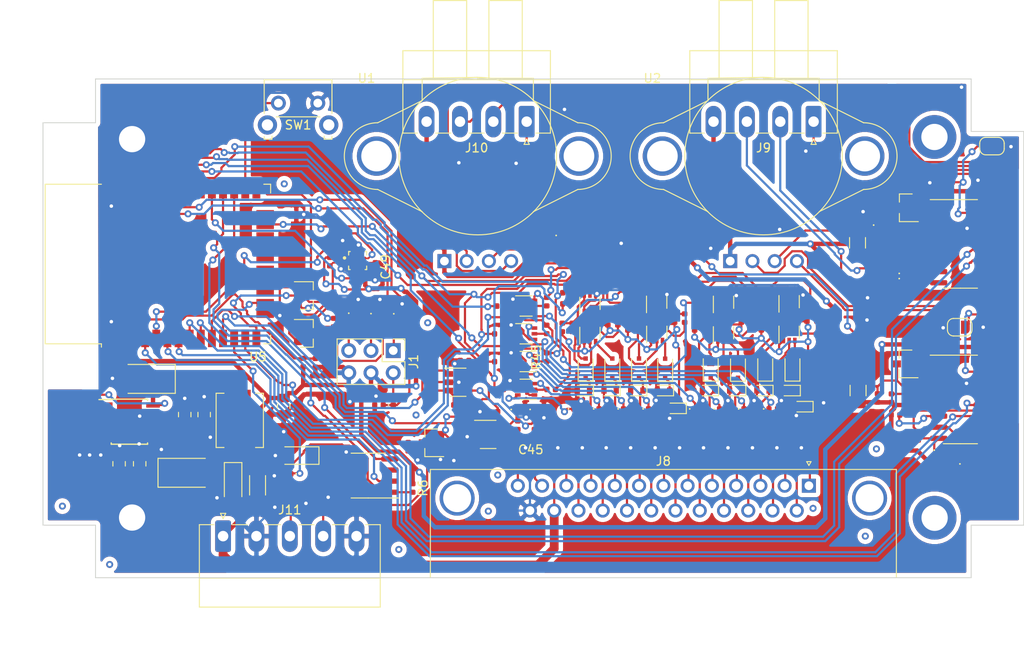
<source format=kicad_pcb>
(kicad_pcb (version 20171130) (host pcbnew "(5.1.0-0)")
  (layers (0 F.Cu signal) (31 B.Cu signal) (34 B.Paste user) (35 F.Paste user) (36 B.SilkS user) (37 F.SilkS user) (38 B.Mask user) (39 F.Mask user) (44 Edge.Cuts user))
  (net 0 "")
  (net 1 GND)
  (net 2 "Net-(C1-Pad1)")
  (net 3 "Net-(C2-Pad1)")
  (net 4 "Net-(C5-Pad1)")
  (net 5 "Net-(C6-Pad1)")
  (net 6 +3V3)
  (net 7 VBUS)
  (net 8 +BATT)
  (net 9 FW_100_out_neg)
  (net 10 FW_75_out_neg)
  (net 11 FW_50_out_neg)
  (net 12 FW_25_out_neg)
  (net 13 FW_100_out_pos)
  (net 14 FW_75_out_pos)
  (net 15 FW_50_out_pos)
  (net 16 FW_25_out_pos)
  (net 17 WW_100_out_neg)
  (net 18 WW_75_out_neg)
  (net 19 WW_50_out_neg)
  (net 20 WW_25_out_neg)
  (net 21 WW_100_out_pos)
  (net 22 WW_75_out_pos)
  (net 23 WW_50_out_pos)
  (net 24 WW_25_out_pos)
  (net 25 +5V)
  (net 26 FW_Analog_out)
  (net 27 WW_Analog_out)
  (net 28 "Net-(D1-Pad1)")
  (net 29 "Net-(D6-Pad1)")
  (net 30 "Net-(D7-Pad1)")
  (net 31 "Net-(D8-Pad1)")
  (net 32 "Net-(D10-Pad2)")
  (net 33 "Net-(D10-Pad1)")
  (net 34 "Net-(D11-Pad2)")
  (net 35 "Net-(D11-Pad1)")
  (net 36 "Net-(D12-Pad2)")
  (net 37 "Net-(D12-Pad1)")
  (net 38 "Net-(D13-Pad1)")
  (net 39 "Net-(D18-Pad1)")
  (net 40 "Net-(D19-Pad1)")
  (net 41 "Net-(D20-Pad1)")
  (net 42 "Net-(D21-Pad1)")
  (net 43 "Net-(D22-Pad2)")
  (net 44 "Net-(D22-Pad1)")
  (net 45 "Net-(D23-Pad2)")
  (net 46 "Net-(D23-Pad1)")
  (net 47 "Net-(D24-Pad2)")
  (net 48 "Net-(D24-Pad1)")
  (net 49 VCC)
  (net 50 VCCQ)
  (net 51 "Net-(D32-Pad1)")
  (net 52 "Net-(J1-Pad5)")
  (net 53 "Net-(J1-Pad3)")
  (net 54 "Net-(J1-Pad2)")
  (net 55 "Net-(J1-Pad1)")
  (net 56 "Net-(Q1-Pad1)")
  (net 57 "Net-(Q2-Pad1)")
  (net 58 "Net-(Q5-Pad3)")
  (net 59 "Net-(R1-Pad2)")
  (net 60 "Net-(R3-Pad2)")
  (net 61 "Net-(R5-Pad1)")
  (net 62 FW_100)
  (net 63 FW_75)
  (net 64 FW_50)
  (net 65 FW_25)
  (net 66 WW_100)
  (net 67 WW_75)
  (net 68 WW_50)
  (net 69 WW_25)
  (net 70 FW_Analog_ESP)
  (net 71 "Net-(R67-Pad1)")
  (net 72 "Net-(R68-Pad1)")
  (net 73 WW_Analog_ESP)
  (net 74 "Net-(R69-Pad1)")
  (net 75 "Net-(R70-Pad1)")
  (net 76 "Net-(U1-Pad4)")
  (net 77 "Net-(U1-Pad2)")
  (net 78 "Net-(U2-Pad4)")
  (net 79 "Net-(U2-Pad2)")
  (net 80 "Net-(U3-Pad12)")
  (net 81 "Net-(U3-Pad11)")
  (net 82 "Net-(U4-Pad12)")
  (net 83 "Net-(U4-Pad11)")
  (net 84 LIN_TX)
  (net 85 LIN_RX)
  (net 86 LIN)
  (net 87 "Net-(D3-Pad1)")
  (net 88 "Net-(D5-Pad1)")
  (net 89 "Net-(Q3-Pad1)")
  (net 90 "Net-(R10-Pad2)")
  (net 91 PGM_DTR)
  (net 92 PGM_RX)
  (net 93 PGM_TX)
  (net 94 PGM_CTS)
  (net 95 "Net-(R17-Pad2)")
  (net 96 "Net-(U3-Pad13)")
  (net 97 INA_P_2)
  (net 98 INA_N_2)
  (net 99 "Net-(U4-Pad13)")
  (net 100 INA_P_1)
  (net 101 INA_N_1)
  (net 102 "Net-(U5-Pad32)")
  (net 103 1_Wire)
  (net 104 "Net-(U5-Pad22)")
  (net 105 "Net-(U5-Pad21)")
  (net 106 "Net-(U5-Pad20)")
  (net 107 "Net-(U5-Pad19)")
  (net 108 "Net-(U5-Pad18)")
  (net 109 "Net-(U5-Pad17)")
  (net 110 LIN_SLP)
  (net 111 "Net-(Q5-Pad2)")
  (net 112 "Net-(Q5-Pad5)")
  (net 113 "Net-(Q7-Pad2)")
  (net 114 "Net-(Q7-Pad5)")
  (net 115 "Net-(Q13-Pad2)")
  (net 116 "Net-(Q13-Pad5)")
  (net 117 "Net-(Q14-Pad2)")
  (net 118 "Net-(Q14-Pad5)")
  (net 119 "Net-(Q5-Pad6)")
  (net 120 "Net-(Q6-Pad2)")
  (net 121 "Net-(Q6-Pad5)")
  (net 122 "Net-(Q8-Pad2)")
  (net 123 "Net-(Q8-Pad5)")
  (net 124 "Net-(Q15-Pad2)")
  (net 125 "Net-(Q15-Pad5)")
  (net 126 "Net-(Q16-Pad2)")
  (net 127 "Net-(Q16-Pad5)")
  (net 128 "Net-(Q9-Pad2)")
  (net 129 "Net-(Q9-Pad5)")
  (net 130 "Net-(Q11-Pad2)")
  (net 131 "Net-(Q11-Pad5)")
  (net 132 "Net-(Q10-Pad2)")
  (net 133 "Net-(Q10-Pad5)")
  (net 134 "Net-(Q12-Pad2)")
  (net 135 "Net-(Q12-Pad5)")
  (net 136 "Net-(C18-Pad2)")
  (net 137 "Net-(C18-Pad1)")
  (net 138 "Net-(C20-Pad1)")
  (net 139 "Net-(C21-Pad1)")
  (net 140 "Net-(C42-Pad1)")
  (net 141 "Net-(C43-Pad1)")
  (net 142 "Net-(D9-Pad2)")
  (net 143 "Net-(D17-Pad1)")
  (net 144 "Net-(D21-Pad2)")
  (net 145 "Net-(D31-Pad1)")
  (net 146 "Net-(J8-Pad19)")
  (net 147 "Net-(J8-Pad14)")
  (net 148 "Net-(J8-Pad11)")
  (net 149 GPIO_0)
  (net 150 Reset)
  (net 151 "Net-(Q4-Pad1)")
  (net 152 "Net-(Q6-Pad6)")
  (net 153 "Net-(Q6-Pad3)")
  (net 154 "Net-(Q13-Pad6)")
  (net 155 "Net-(Q13-Pad3)")
  (net 156 "Net-(Q14-Pad6)")
  (net 157 "Net-(Q14-Pad3)")
  (net 158 "Net-(U6-Pad8)")
  (net 159 "Net-(U6-Pad3)")
  (net 160 "Net-(J9-Pad3)")
  (net 161 "Net-(J9-Pad2)")
  (net 162 "Net-(J9-Pad1)")
  (net 163 "Net-(J10-Pad3)")
  (net 164 "Net-(J10-Pad2)")
  (net 165 "Net-(J10-Pad1)")
  (net 166 "Net-(C21-Pad2)")
  (net 167 SCL)
  (net 168 SDA)
  (net 169 BME_INT)
  (net 170 WLAN)
  (net 171 "Net-(C52-Pad1)")
  (net 172 "Net-(JP2-Pad1)")
  (net 173 "Net-(JP3-Pad1)")
  (net 174 "Net-(C1-Pad2)")
  (net 175 "Net-(C2-Pad2)")
  (module Jumper:SolderJumper-2_P1.3mm_Open_RoundedPad1.0x1.5mm (layer F.Cu) (at 209.3445 106.68)
    (fp_text reference JP3 hide)
    (fp_text value Jumper_2_Open hide)
    (pad 2 smd custom (at 0.65 0) (size 1 0.5) (layers F.Cu F.Mask) (net 1 GND) (options (clearance outline) (anchor rect)) (primitives (gr_circle (center 0 0.25) (end 0.5 0.25) (width 0)) (gr_circle (center 0 -0.25) (end 0.5 -0.25) (width 0)) (gr_poly (pts (xy 0 -0.75) (xy -0.5 -0.75) (xy -0.5 0.75) (xy 0 0.75)) (width 0))))
    (pad 1 smd custom (at -0.65 0) (size 1 0.5) (layers F.Cu F.Mask) (net 173 "Net-(JP3-Pad1)") (options (clearance outline) (anchor rect)) (primitives (gr_circle (center 0 0.25) (end 0.5 0.25) (width 0)) (gr_circle (center 0 -0.25) (end 0.5 -0.25) (width 0)) (gr_poly (pts (xy 0 -0.75) (xy 0.5 -0.75) (xy 0.5 0.75) (xy 0 0.75)) (width 0))))
  )
  (module Jumper:SolderJumper-2_P1.3mm_Open_RoundedPad1.0x1.5mm (layer F.Cu) (at 205.6615 127.381 180)
    (fp_text reference JP2 hide)
    (fp_text value Jumper_2_Open hide)
    (pad 2 smd custom (at 0.65 0 180) (size 1 0.5) (layers F.Cu F.Mask) (net 1 GND) (options (clearance outline) (anchor rect)) (primitives (gr_circle (center 0 0.25) (end 0.5 0.25) (width 0)) (gr_circle (center 0 -0.25) (end 0.5 -0.25) (width 0)) (gr_poly (pts (xy 0 -0.75) (xy -0.5 -0.75) (xy -0.5 0.75) (xy 0 0.75)) (width 0))))
    (pad 1 smd custom (at -0.65 0 180) (size 1 0.5) (layers F.Cu F.Mask) (net 172 "Net-(JP2-Pad1)") (options (clearance outline) (anchor rect)) (primitives (gr_circle (center 0 0.25) (end 0.5 0.25) (width 0)) (gr_circle (center 0 -0.25) (end 0.5 -0.25) (width 0)) (gr_poly (pts (xy 0 -0.75) (xy 0.5 -0.75) (xy 0.5 0.75) (xy 0 0.75)) (width 0))))
  )
  (module Resistor_SMD:R_0402_1005Metric (layer F.Cu) (at 204.7875 111.3385 270)
    (fp_text reference R91 hide)
    (fp_text value 10k hide)
    (pad 2 smd roundrect (at 0.485 0 270) (size 0.59 0.64) (layers F.Cu F.Paste F.Mask) (net 6 +3V3))
    (pad 1 smd roundrect (at -0.485 0 270) (size 0.59 0.64) (layers F.Cu F.Paste F.Mask) (net 173 "Net-(JP3-Pad1)"))
  )
  (module Resistor_SMD:R_0402_1005Metric (layer F.Cu) (at 208.43 125.9205)
    (fp_text reference R90 hide)
    (fp_text value 10k hide)
    (pad 2 smd roundrect (at 0.485 0) (size 0.59 0.64) (layers F.Cu F.Paste F.Mask) (net 6 +3V3))
    (pad 1 smd roundrect (at -0.485 0) (size 0.59 0.64) (layers F.Cu F.Paste F.Mask) (net 172 "Net-(JP2-Pad1)"))
  )
  (module Inductor_SMD:L_0402_1005Metric (layer F.Cu) (at 193.9925 123.5075 270)
    (fp_text reference L3 hide)
    (fp_text value L hide)
    (pad 2 smd roundrect (at 0.485 0 270) (size 0.59 0.64) (layers F.Cu F.Paste F.Mask) (net 1 GND))
    (pad 1 smd roundrect (at -0.485 0 270) (size 0.59 0.64) (layers F.Cu F.Paste F.Mask) (net 175 "Net-(C2-Pad2)"))
  )
  (module Inductor_SMD:L_0402_1005Metric (layer F.Cu) (at 191.5565 136.017 180)
    (fp_text reference L2 hide)
    (fp_text value L hide)
    (pad 2 smd roundrect (at 0.485 0 180) (size 0.59 0.64) (layers F.Cu F.Paste F.Mask) (net 1 GND))
    (pad 1 smd roundrect (at -0.485 0 180) (size 0.59 0.64) (layers F.Cu F.Paste F.Mask) (net 174 "Net-(C1-Pad2)"))
  )
  (module Diode_SMD:D_0402_1005Metric (layer F.Cu) (at 139.342 136.271 180)
    (fp_text reference D43 hide)
    (fp_text value RCLAMP0521P-N hide)
    (pad 2 smd roundrect (at 0.485 0 180) (size 0.59 0.64) (layers F.Cu F.Paste F.Mask) (net 1 GND))
    (pad 1 smd roundrect (at -0.485 0 180) (size 0.59 0.64) (layers F.Cu F.Paste F.Mask) (net 92 PGM_RX))
  )
  (module Diode_SMD:D_0402_1005Metric (layer F.Cu) (at 135.89 124.691 90)
    (fp_text reference D42 hide)
    (fp_text value RCLAMP0521P-N hide)
    (pad 2 smd roundrect (at 0.485 0 90) (size 0.59 0.64) (layers F.Cu F.Paste F.Mask) (net 1 GND))
    (pad 1 smd roundrect (at -0.485 0 90) (size 0.59 0.64) (layers F.Cu F.Paste F.Mask) (net 94 PGM_CTS))
  )
  (module Diode_SMD:D_0402_1005Metric (layer F.Cu) (at 138.43 124.737 90)
    (fp_text reference D41 hide)
    (fp_text value RCLAMP0521P-N hide)
    (pad 2 smd roundrect (at 0.485 0 90) (size 0.59 0.64) (layers F.Cu F.Paste F.Mask) (net 1 GND))
    (pad 1 smd roundrect (at -0.485 0 90) (size 0.59 0.64) (layers F.Cu F.Paste F.Mask) (net 93 PGM_TX))
  )
  (module Diode_SMD:D_0402_1005Metric (layer F.Cu) (at 141.0335 124.7545 90)
    (fp_text reference D40 hide)
    (fp_text value RCLAMP0521P-N hide)
    (pad 2 smd roundrect (at 0.485 0 90) (size 0.59 0.64) (layers F.Cu F.Paste F.Mask) (net 1 GND))
    (pad 1 smd roundrect (at -0.485 0 90) (size 0.59 0.64) (layers F.Cu F.Paste F.Mask) (net 91 PGM_DTR))
  )
  (module Capacitor_SMD:C_0402_1005Metric (layer F.Cu) (at 135.001 118.8315 90)
    (fp_text reference C53 hide)
    (fp_text value 100n hide)
    (pad 2 smd roundrect (at 0.485 0 90) (size 0.59 0.64) (layers F.Cu F.Paste F.Mask) (net 1 GND))
    (pad 1 smd roundrect (at -0.485 0 90) (size 0.59 0.64) (layers F.Cu F.Paste F.Mask) (net 6 +3V3))
  )
  (module Diode_SMD:D_SMA (layer F.Cu) (at 112.681 133.2865 180)
    (fp_text reference D4 hide)
    (fp_text value B340A hide)
    (pad 2 smd rect (at 2 0 180) (size 2.5 1.8) (layers F.Cu F.Paste F.Mask) (net 1 GND))
    (pad 1 smd rect (at -2 0 180) (size 2.5 1.8) (layers F.Cu F.Paste F.Mask) (net 166 "Net-(C21-Pad2)"))
  )
  (module Diode_SMD:D_SMA (layer F.Cu) (at 117.507 144.018)
    (fp_text reference D2 hide)
    (fp_text value B340A hide)
    (pad 2 smd rect (at 2 0) (size 2.5 1.8) (layers F.Cu F.Paste F.Mask) (net 28 "Net-(D1-Pad1)"))
    (pad 1 smd rect (at -2 0) (size 2.5 1.8) (layers F.Cu F.Paste F.Mask) (net 8 +BATT))
  )
  (module Diode_SMD:D_SOD-123 (layer F.Cu) (at 130.2375 142.0495 180)
    (fp_text reference D3 hide)
    (fp_text value SMF16A hide)
    (pad 2 smd rect (at 1.65 0 180) (size 0.9 1.2) (layers F.Cu F.Paste F.Mask) (net 1 GND))
    (pad 1 smd rect (at -1.65 0 180) (size 0.9 1.2) (layers F.Cu F.Paste F.Mask) (net 87 "Net-(D3-Pad1)"))
  )
  (module Inductor_SMD:L_Neosid_SM-PIC0512H (layer F.Cu) (at 123.444 138.0255 270)
    (fp_text reference L1 hide)
    (fp_text value SLO0630H6R8MTT hide)
    (pad 2 smd rect (at 2.5 0 90) (size 2 2.5) (layers F.Cu F.Paste F.Mask) (net 6 +3V3))
    (pad 1 smd rect (at -2.5 0 90) (size 2 2.5) (layers F.Cu F.Paste F.Mask) (net 166 "Net-(C21-Pad2)"))
  )
  (module Resistor_SMD:R_0402_1005Metric (layer F.Cu) (at 129.286 145.946 90)
    (fp_text reference R89 hide)
    (fp_text value 100r hide)
    (pad 2 smd roundrect (at 0.485 0 90) (size 0.59 0.64) (layers F.Cu F.Paste F.Mask) (net 103 1_Wire))
    (pad 1 smd roundrect (at -0.485 0 90) (size 0.59 0.64) (layers F.Cu F.Paste F.Mask) (net 171 "Net-(C52-Pad1)"))
  )
  (module Diode_SMD:D_0402_1005Metric (layer F.Cu) (at 128.801 144.145 180)
    (fp_text reference D39 hide)
    (fp_text value RCLAMP0521P-N hide)
    (pad 2 smd roundrect (at 0.485 0 180) (size 0.59 0.64) (layers F.Cu F.Paste F.Mask) (net 1 GND))
    (pad 1 smd roundrect (at -0.485 0 180) (size 0.59 0.64) (layers F.Cu F.Paste F.Mask) (net 103 1_Wire))
  )
  (module Capacitor_SMD:C_0402_1005Metric (layer F.Cu) (at 128.778 147.828 180)
    (fp_text reference C52 hide)
    (fp_text value 100p hide)
    (pad 2 smd roundrect (at 0.485 0 180) (size 0.59 0.64) (layers F.Cu F.Paste F.Mask) (net 1 GND))
    (pad 1 smd roundrect (at -0.485 0 180) (size 0.59 0.64) (layers F.Cu F.Paste F.Mask) (net 171 "Net-(C52-Pad1)"))
  )
  (module Button_Switch_THT:SW_Tactile_SKHH_Angled (layer F.Cu) (at 127.854 101.767)
    (fp_text reference SW1 (at 2.25 2.5) (layer F.SilkS))
    (fp_text value TS-1093A-A12B3-D2)
    (pad 1 thru_hole circle (at 0 0 180) (size 1.7 1.7) (drill 1) (layers *.Cu *.Mask) (net 170 WLAN))
    (pad 2 thru_hole circle (at 4.5 0 180) (size 1.7 1.7) (drill 1) (layers *.Cu *.Mask) (net 1 GND))
    (pad "" thru_hole circle (at -1.25 2.5 180) (size 2.2 2.2) (drill 1.3) (layers *.Cu *.Mask))
    (pad "" thru_hole circle (at 5.75 2.5 180) (size 2.2 2.2) (drill 1.3) (layers *.Cu *.Mask))
  )
  (module Resistor_SMD:R_0402_1005Metric (layer F.Cu) (at 130.683 131.422 90)
    (fp_text reference R88 hide)
    (fp_text value 12k hide)
    (pad 2 smd roundrect (at 0.485 0 90) (size 0.59 0.64) (layers F.Cu F.Paste F.Mask) (net 150 Reset))
    (pad 1 smd roundrect (at -0.485 0 90) (size 0.59 0.64) (layers F.Cu F.Paste F.Mask) (net 6 +3V3))
  )
  (module Capacitor_SMD:C_0402_1005Metric (layer F.Cu) (at 132.08 131.445 270)
    (fp_text reference C51 hide)
    (fp_text value 1n hide)
    (pad 2 smd roundrect (at 0.485 0 270) (size 0.59 0.64) (layers F.Cu F.Paste F.Mask) (net 1 GND))
    (pad 1 smd roundrect (at -0.485 0 270) (size 0.59 0.64) (layers F.Cu F.Paste F.Mask) (net 150 Reset))
  )
  (module Capacitor_SMD:C_0805_2012Metric (layer F.Cu) (at 128.4605 136.413 270)
    (fp_text reference C50 hide)
    (fp_text value 47u hide)
    (pad 2 smd roundrect (at 0.9375 0 270) (size 0.975 1.4) (layers F.Cu F.Paste F.Mask) (net 1 GND))
    (pad 1 smd roundrect (at -0.9375 0 270) (size 0.975 1.4) (layers F.Cu F.Paste F.Mask) (net 6 +3V3))
  )
  (module Package_TO_SOT_SMD:SOT-23 (layer F.Cu) (at 145.3355 140.589 180)
    (fp_text reference U11 hide)
    (fp_text value ME6209A50M3G hide)
    (pad 3 smd rect (at 1 0 180) (size 0.9 0.8) (layers F.Cu F.Paste F.Mask) (net 8 +BATT))
    (pad 2 smd rect (at -1 0.95 180) (size 0.9 0.8) (layers F.Cu F.Paste F.Mask) (net 25 +5V))
    (pad 1 smd rect (at -1 -0.95 180) (size 0.9 0.8) (layers F.Cu F.Paste F.Mask) (net 1 GND))
  )
  (module Caravansensor:PQFN50P200X200X80-10N (layer F.Cu) (at 136.906 119.761)
    (fp_text reference U10 hide)
    (fp_text value BMP388 hide)
    (pad 1 smd roundrect (at -0.765 -0.25 90) (size 0.38 0.35) (layers F.Cu F.Paste F.Mask) (roundrect_rratio 0.02) (net 6 +3V3))
    (pad 2 smd roundrect (at -0.765 0.25 90) (size 0.38 0.35) (layers F.Cu F.Paste F.Mask) (roundrect_rratio 0.02) (net 167 SCL))
    (pad 3 smd roundrect (at -0.5 0.765 90) (size 0.38 0.35) (layers F.Cu F.Paste F.Mask) (roundrect_rratio 0.02) (net 1 GND))
    (pad 4 smd roundrect (at 0 0.765 90) (size 0.38 0.35) (layers F.Cu F.Paste F.Mask) (roundrect_rratio 0.02) (net 168 SDA))
    (pad 5 smd roundrect (at 0.5 0.765 90) (size 0.38 0.35) (layers F.Cu F.Paste F.Mask) (roundrect_rratio 0.02) (net 1 GND))
    (pad 6 smd roundrect (at 0.765 0.25 90) (size 0.38 0.35) (layers F.Cu F.Paste F.Mask) (roundrect_rratio 0.02) (net 6 +3V3))
    (pad 7 smd roundrect (at 0.765 -0.25 90) (size 0.38 0.35) (layers F.Cu F.Paste F.Mask) (roundrect_rratio 0.02) (net 169 BME_INT))
    (pad 8 smd roundrect (at 0.5 -0.765 90) (size 0.38 0.35) (layers F.Cu F.Paste F.Mask) (roundrect_rratio 0.02) (net 1 GND))
    (pad 9 smd roundrect (at 0 -0.765 90) (size 0.38 0.35) (layers F.Cu F.Paste F.Mask) (roundrect_rratio 0.02) (net 1 GND))
    (pad 10 smd roundrect (at -0.5 -0.765 90) (size 0.38 0.35) (layers F.Cu F.Paste F.Mask) (roundrect_rratio 0.02) (net 6 +3V3))
  )
  (module Resistor_SMD:R_0402_1005Metric (layer F.Cu) (at 137.3275 121.793 180)
    (fp_text reference R87 hide)
    (fp_text value 4k7 hide)
    (pad 2 smd roundrect (at 0.485 0 180) (size 0.59 0.64) (layers F.Cu F.Paste F.Mask) (net 168 SDA))
    (pad 1 smd roundrect (at -0.485 0 180) (size 0.59 0.64) (layers F.Cu F.Paste F.Mask) (net 6 +3V3))
  )
  (module Resistor_SMD:R_0402_1005Metric (layer F.Cu) (at 133.731 119.888 270)
    (fp_text reference R86 hide)
    (fp_text value 4k7 hide)
    (pad 2 smd roundrect (at 0.485 0 270) (size 0.59 0.64) (layers F.Cu F.Paste F.Mask) (net 167 SCL))
    (pad 1 smd roundrect (at -0.485 0 270) (size 0.59 0.64) (layers F.Cu F.Paste F.Mask) (net 6 +3V3))
  )
  (module Resistor_SMD:R_0402_1005Metric (layer F.Cu) (at 197 120.65 180)
    (fp_text reference R85 hide)
    (fp_text value 100r hide)
    (pad 2 smd roundrect (at 0.485 0 180) (size 0.59 0.64) (layers F.Cu F.Paste F.Mask) (net 160 "Net-(J9-Pad3)"))
    (pad 1 smd roundrect (at -0.485 0 180) (size 0.59 0.64) (layers F.Cu F.Paste F.Mask) (net 101 INA_N_1))
  )
  (module Resistor_SMD:R_0402_1005Metric (layer F.Cu) (at 197 122.428 180)
    (fp_text reference R84 hide)
    (fp_text value 100r hide)
    (pad 2 smd roundrect (at 0.485 0 180) (size 0.59 0.64) (layers F.Cu F.Paste F.Mask) (net 161 "Net-(J9-Pad2)"))
    (pad 1 smd roundrect (at -0.485 0 180) (size 0.59 0.64) (layers F.Cu F.Paste F.Mask) (net 100 INA_P_1))
  )
  (module Resistor_SMD:R_0402_1005Metric (layer F.Cu) (at 196.977 114.531 90)
    (fp_text reference R83 hide)
    (fp_text value 100r hide)
    (pad 2 smd roundrect (at 0.485 0 90) (size 0.59 0.64) (layers F.Cu F.Paste F.Mask) (net 162 "Net-(J9-Pad1)"))
    (pad 1 smd roundrect (at -0.485 0 90) (size 0.59 0.64) (layers F.Cu F.Paste F.Mask) (net 3 "Net-(C2-Pad1)"))
  )
  (module Resistor_SMD:R_0402_1005Metric (layer F.Cu) (at 205.636 141.732)
    (fp_text reference R82 hide)
    (fp_text value 100r hide)
    (pad 2 smd roundrect (at 0.485 0) (size 0.59 0.64) (layers F.Cu F.Paste F.Mask) (net 163 "Net-(J10-Pad3)"))
    (pad 1 smd roundrect (at -0.485 0) (size 0.59 0.64) (layers F.Cu F.Paste F.Mask) (net 98 INA_N_2))
  )
  (module Resistor_SMD:R_0402_1005Metric (layer F.Cu) (at 200.914 139.804 90)
    (fp_text reference R81 hide)
    (fp_text value 100r hide)
    (pad 2 smd roundrect (at 0.485 0 90) (size 0.59 0.64) (layers F.Cu F.Paste F.Mask) (net 164 "Net-(J10-Pad2)"))
    (pad 1 smd roundrect (at -0.485 0 90) (size 0.59 0.64) (layers F.Cu F.Paste F.Mask) (net 97 INA_P_2))
  )
  (module Resistor_SMD:R_0402_1005Metric (layer F.Cu) (at 157.988 118.006 90)
    (fp_text reference R80 hide)
    (fp_text value 100r hide)
    (pad 2 smd roundrect (at 0.485 0 90) (size 0.59 0.64) (layers F.Cu F.Paste F.Mask) (net 165 "Net-(J10-Pad1)"))
    (pad 1 smd roundrect (at -0.485 0 90) (size 0.59 0.64) (layers F.Cu F.Paste F.Mask) (net 2 "Net-(C1-Pad1)"))
  )
  (module Diode_SMD:D_0402_1005Metric (layer F.Cu) (at 198.755 120.142 90)
    (fp_text reference D38 hide)
    (fp_text value RCLAMP0521P-N hide)
    (pad 2 smd roundrect (at 0.485 0 90) (size 0.59 0.64) (layers F.Cu F.Paste F.Mask) (net 175 "Net-(C2-Pad2)"))
    (pad 1 smd roundrect (at -0.485 0 90) (size 0.59 0.64) (layers F.Cu F.Paste F.Mask) (net 101 INA_N_1))
  )
  (module Diode_SMD:D_0402_1005Metric (layer F.Cu) (at 204.597 143.002 180)
    (fp_text reference D37 hide)
    (fp_text value RCLAMP0521P-N hide)
    (pad 2 smd roundrect (at 0.485 0 180) (size 0.59 0.64) (layers F.Cu F.Paste F.Mask) (net 174 "Net-(C1-Pad2)"))
    (pad 1 smd roundrect (at -0.485 0 180) (size 0.59 0.64) (layers F.Cu F.Paste F.Mask) (net 98 INA_N_2))
  )
  (module Diode_SMD:D_0402_1005Metric (layer F.Cu) (at 198.755 122.913 270)
    (fp_text reference D36 hide)
    (fp_text value RCLAMP0521P-N hide)
    (pad 2 smd roundrect (at 0.485 0 270) (size 0.59 0.64) (layers F.Cu F.Paste F.Mask) (net 175 "Net-(C2-Pad2)"))
    (pad 1 smd roundrect (at -0.485 0 270) (size 0.59 0.64) (layers F.Cu F.Paste F.Mask) (net 100 INA_P_1))
  )
  (module Diode_SMD:D_0402_1005Metric (layer F.Cu) (at 202.7555 142.517 270)
    (fp_text reference D35 hide)
    (fp_text value RCLAMP0521P-N hide)
    (pad 2 smd roundrect (at 0.485 0 270) (size 0.59 0.64) (layers F.Cu F.Paste F.Mask) (net 174 "Net-(C1-Pad2)"))
    (pad 1 smd roundrect (at -0.485 0 270) (size 0.59 0.64) (layers F.Cu F.Paste F.Mask) (net 97 INA_P_2))
  )
  (module Diode_SMD:D_0402_1005Metric (layer F.Cu) (at 195.834 116.7995 270)
    (fp_text reference D34 hide)
    (fp_text value RCLAMP0521P-N hide)
    (pad 2 smd roundrect (at 0.485 0 270) (size 0.59 0.64) (layers F.Cu F.Paste F.Mask) (net 175 "Net-(C2-Pad2)"))
    (pad 1 smd roundrect (at -0.485 0 270) (size 0.59 0.64) (layers F.Cu F.Paste F.Mask) (net 3 "Net-(C2-Pad1)"))
  )
  (module Diode_SMD:D_0402_1005Metric (layer F.Cu) (at 159.5755 117.983 270)
    (fp_text reference D33 hide)
    (fp_text value RCLAMP0521P-N hide)
    (pad 2 smd roundrect (at 0.485 0 270) (size 0.59 0.64) (layers F.Cu F.Paste F.Mask) (net 174 "Net-(C1-Pad2)"))
    (pad 1 smd roundrect (at -0.485 0 270) (size 0.59 0.64) (layers F.Cu F.Paste F.Mask) (net 2 "Net-(C1-Pad1)"))
  )
  (module Capacitor_SMD:C_0402_1005Metric (layer F.Cu) (at 138.938 120.4825 270)
    (fp_text reference C49 (at 0 -1.17 270) (layer F.SilkS))
    (fp_text value 100n)
    (pad 2 smd roundrect (at 0.485 0 270) (size 0.59 0.64) (layers F.Cu F.Paste F.Mask) (net 1 GND))
    (pad 1 smd roundrect (at -0.485 0 270) (size 0.59 0.64) (layers F.Cu F.Paste F.Mask) (net 6 +3V3))
  )
  (module Capacitor_SMD:C_0402_1005Metric (layer F.Cu) (at 147.8915 141.097 270)
    (fp_text reference C48 hide)
    (fp_text value 100n hide)
    (pad 2 smd roundrect (at 0.485 0 270) (size 0.59 0.64) (layers F.Cu F.Paste F.Mask) (net 1 GND))
    (pad 1 smd roundrect (at -0.485 0 270) (size 0.59 0.64) (layers F.Cu F.Paste F.Mask) (net 25 +5V))
  )
  (module Capacitor_SMD:C_0402_1005Metric (layer F.Cu) (at 142.6845 141.0335 270)
    (fp_text reference C47 hide)
    (fp_text value 100n hide)
    (pad 2 smd roundrect (at 0.485 0 270) (size 0.59 0.64) (layers F.Cu F.Paste F.Mask) (net 1 GND))
    (pad 1 smd roundrect (at -0.485 0 270) (size 0.59 0.64) (layers F.Cu F.Paste F.Mask) (net 8 +BATT))
  )
  (module Connector_Phoenix_MC:PhoenixContact_MC_1,5_5-G-3.81_1x05_P3.81mm_Horizontal (layer F.Cu) (at 121.539 151.257)
    (fp_text reference J11 (at 7.62 -3) (layer F.SilkS))
    (fp_text value Conn_01x05)
    (pad 5 thru_hole oval (at 15.24 0) (size 1.8 3.6) (drill 1.2) (layers *.Cu *.Mask) (net 1 GND))
    (pad 4 thru_hole oval (at 11.43 0) (size 1.8 3.6) (drill 1.2) (layers *.Cu *.Mask) (net 86 LIN))
    (pad 3 thru_hole oval (at 7.62 0) (size 1.8 3.6) (drill 1.2) (layers *.Cu *.Mask) (net 171 "Net-(C52-Pad1)"))
    (pad 2 thru_hole oval (at 3.81 0) (size 1.8 3.6) (drill 1.2) (layers *.Cu *.Mask) (net 1 GND))
    (pad 1 thru_hole roundrect (at 0 0) (size 1.8 3.6) (drill 1.2) (layers *.Cu *.Mask) (roundrect_rratio 0.138889) (net 7 VBUS))
  )
  (module Connector_Phoenix_MC:PhoenixContact_MC_1,5_4-G-3.81_1x04_P3.81mm_Horizontal (layer F.Cu) (at 156.21 103.886 180)
    (fp_text reference J10 (at 5.72 -3 180) (layer F.SilkS))
    (fp_text value Conn_01x04)
    (pad 4 thru_hole oval (at 11.43 0 180) (size 1.8 3.6) (drill 1.2) (layers *.Cu *.Mask) (net 174 "Net-(C1-Pad2)"))
    (pad 3 thru_hole oval (at 7.62 0 180) (size 1.8 3.6) (drill 1.2) (layers *.Cu *.Mask) (net 163 "Net-(J10-Pad3)"))
    (pad 2 thru_hole oval (at 3.81 0 180) (size 1.8 3.6) (drill 1.2) (layers *.Cu *.Mask) (net 164 "Net-(J10-Pad2)"))
    (pad 1 thru_hole roundrect (at 0 0 180) (size 1.8 3.6) (drill 1.2) (layers *.Cu *.Mask) (roundrect_rratio 0.138889) (net 165 "Net-(J10-Pad1)"))
  )
  (module Connector_Phoenix_MC:PhoenixContact_MC_1,5_4-G-3.81_1x04_P3.81mm_Horizontal (layer F.Cu) (at 188.976 103.886 180)
    (fp_text reference J9 (at 5.72 -3 180) (layer F.SilkS))
    (fp_text value Conn_01x04)
    (pad 4 thru_hole oval (at 11.43 0 180) (size 1.8 3.6) (drill 1.2) (layers *.Cu *.Mask) (net 175 "Net-(C2-Pad2)"))
    (pad 3 thru_hole oval (at 7.62 0 180) (size 1.8 3.6) (drill 1.2) (layers *.Cu *.Mask) (net 160 "Net-(J9-Pad3)"))
    (pad 2 thru_hole oval (at 3.81 0 180) (size 1.8 3.6) (drill 1.2) (layers *.Cu *.Mask) (net 161 "Net-(J9-Pad2)"))
    (pad 1 thru_hole roundrect (at 0 0 180) (size 1.8 3.6) (drill 1.2) (layers *.Cu *.Mask) (roundrect_rratio 0.138889) (net 162 "Net-(J9-Pad1)"))
  )
  (module Package_SO:SOIC-8_3.9x4.9mm_P1.27mm (layer F.Cu) (at 110.838 138.176)
    (fp_text reference U7 hide)
    (fp_text value TPS54331D hide)
    (pad 8 smd rect (at 2.7 -1.905) (size 1.55 0.6) (layers F.Cu F.Paste F.Mask) (net 166 "Net-(C21-Pad2)"))
    (pad 7 smd rect (at 2.7 -0.635) (size 1.55 0.6) (layers F.Cu F.Paste F.Mask) (net 1 GND))
    (pad 6 smd rect (at 2.7 0.635) (size 1.55 0.6) (layers F.Cu F.Paste F.Mask) (net 137 "Net-(C18-Pad1)"))
    (pad 5 smd rect (at 2.7 1.905) (size 1.55 0.6) (layers F.Cu F.Paste F.Mask) (net 95 "Net-(R17-Pad2)"))
    (pad 4 smd rect (at -2.7 1.905) (size 1.55 0.6) (layers F.Cu F.Paste F.Mask) (net 138 "Net-(C20-Pad1)"))
    (pad 3 smd rect (at -2.7 0.635) (size 1.55 0.6) (layers F.Cu F.Paste F.Mask) (net 90 "Net-(R10-Pad2)"))
    (pad 2 smd rect (at -2.7 -0.635) (size 1.55 0.6) (layers F.Cu F.Paste F.Mask) (net 8 +BATT))
    (pad 1 smd rect (at -2.7 -1.905) (size 1.55 0.6) (layers F.Cu F.Paste F.Mask) (net 139 "Net-(C21-Pad1)"))
  )
  (module Resistor_SMD:R_0402_1005Metric (layer F.Cu) (at 115.443 140.82 270)
    (fp_text reference R18 hide)
    (fp_text value 3k24 hide)
    (pad 2 smd roundrect (at 0.485 0 270) (size 0.59 0.64) (layers F.Cu F.Paste F.Mask) (net 1 GND))
    (pad 1 smd roundrect (at -0.485 0 270) (size 0.59 0.64) (layers F.Cu F.Paste F.Mask) (net 95 "Net-(R17-Pad2)"))
  )
  (module Resistor_SMD:R_0402_1005Metric (layer F.Cu) (at 117.2615 141.2875 180)
    (fp_text reference R17 hide)
    (fp_text value 10k2 hide)
    (pad 2 smd roundrect (at 0.485 0 180) (size 0.59 0.64) (layers F.Cu F.Paste F.Mask) (net 95 "Net-(R17-Pad2)"))
    (pad 1 smd roundrect (at -0.485 0 180) (size 0.59 0.64) (layers F.Cu F.Paste F.Mask) (net 6 +3V3))
  )
  (module Resistor_SMD:R_0402_1005Metric (layer F.Cu) (at 119.0625 140.4215 90)
    (fp_text reference R12 hide)
    (fp_text value 29k4 hide)
    (pad 2 smd roundrect (at 0.485 0 90) (size 0.59 0.64) (layers F.Cu F.Paste F.Mask) (net 1 GND))
    (pad 1 smd roundrect (at -0.485 0 90) (size 0.59 0.64) (layers F.Cu F.Paste F.Mask) (net 136 "Net-(C18-Pad2)"))
  )
  (module Resistor_SMD:R_0402_1005Metric (layer F.Cu) (at 105.156 140.5485 270)
    (fp_text reference R11 hide)
    (fp_text value 68k1 hide)
    (pad 2 smd roundrect (at 0.485 0 270) (size 0.59 0.64) (layers F.Cu F.Paste F.Mask) (net 1 GND))
    (pad 1 smd roundrect (at -0.485 0 270) (size 0.59 0.64) (layers F.Cu F.Paste F.Mask) (net 90 "Net-(R10-Pad2)"))
  )
  (module Resistor_SMD:R_0402_1005Metric (layer F.Cu) (at 105.156 138.453 270)
    (fp_text reference R10 hide)
    (fp_text value 332k hide)
    (pad 2 smd roundrect (at 0.485 0 270) (size 0.59 0.64) (layers F.Cu F.Paste F.Mask) (net 90 "Net-(R10-Pad2)"))
    (pad 1 smd roundrect (at -0.485 0 270) (size 0.59 0.64) (layers F.Cu F.Paste F.Mask) (net 8 +BATT))
  )
  (module Package_TO_SOT_SMD:SOT-23 (layer F.Cu) (at 131.08 128.0795)
    (fp_text reference Q4 hide)
    (fp_text value MMBT5401 hide)
    (pad 3 smd rect (at 1 0) (size 0.9 0.8) (layers F.Cu F.Paste F.Mask) (net 150 Reset))
    (pad 2 smd rect (at -1 0.95) (size 0.9 0.8) (layers F.Cu F.Paste F.Mask) (net 94 PGM_CTS))
    (pad 1 smd rect (at -1 -0.95) (size 0.9 0.8) (layers F.Cu F.Paste F.Mask) (net 151 "Net-(Q4-Pad1)"))
  )
  (module Package_TO_SOT_SMD:SOT-23 (layer F.Cu) (at 131.08 123.7615)
    (fp_text reference Q3 hide)
    (fp_text value MMBT5401 hide)
    (pad 3 smd rect (at 1 0) (size 0.9 0.8) (layers F.Cu F.Paste F.Mask) (net 149 GPIO_0))
    (pad 2 smd rect (at -1 0.95) (size 0.9 0.8) (layers F.Cu F.Paste F.Mask) (net 91 PGM_DTR))
    (pad 1 smd rect (at -1 -0.95) (size 0.9 0.8) (layers F.Cu F.Paste F.Mask) (net 89 "Net-(Q3-Pad1)"))
  )
  (module Connector_PinHeader_2.54mm:PinHeader_2x03_P2.54mm_Vertical (layer F.Cu) (at 140.97 130.048 270)
    (fp_text reference J1 (at 1.27 -2.33 270) (layer F.SilkS))
    (fp_text value Conn_02x03_Odd_Even)
    (pad 6 thru_hole oval (at 2.54 5.08 270) (size 1.7 1.7) (drill 1) (layers *.Cu *.Mask) (net 1 GND))
    (pad 5 thru_hole oval (at 0 5.08 270) (size 1.7 1.7) (drill 1) (layers *.Cu *.Mask) (net 52 "Net-(J1-Pad5)"))
    (pad 4 thru_hole oval (at 2.54 2.54 270) (size 1.7 1.7) (drill 1) (layers *.Cu *.Mask) (net 6 +3V3))
    (pad 3 thru_hole oval (at 0 2.54 270) (size 1.7 1.7) (drill 1) (layers *.Cu *.Mask) (net 53 "Net-(J1-Pad3)"))
    (pad 2 thru_hole oval (at 2.54 0 270) (size 1.7 1.7) (drill 1) (layers *.Cu *.Mask) (net 54 "Net-(J1-Pad2)"))
    (pad 1 thru_hole rect (at 0 0 270) (size 1.7 1.7) (drill 1) (layers *.Cu *.Mask) (net 55 "Net-(J1-Pad1)"))
  )
  (module Capacitor_SMD:C_0805_2012Metric (layer F.Cu) (at 119.38 137.3655 90)
    (fp_text reference C23 hide)
    (fp_text value 47u hide)
    (pad 2 smd roundrect (at 0.9375 0 90) (size 0.975 1.4) (layers F.Cu F.Paste F.Mask) (net 1 GND))
    (pad 1 smd roundrect (at -0.9375 0 90) (size 0.975 1.4) (layers F.Cu F.Paste F.Mask) (net 6 +3V3))
  )
  (module Capacitor_SMD:C_0805_2012Metric (layer F.Cu) (at 117.1575 137.3655 90)
    (fp_text reference C22 hide)
    (fp_text value 47u hide)
    (pad 2 smd roundrect (at 0.9375 0 90) (size 0.975 1.4) (layers F.Cu F.Paste F.Mask) (net 1 GND))
    (pad 1 smd roundrect (at -0.9375 0 90) (size 0.975 1.4) (layers F.Cu F.Paste F.Mask) (net 6 +3V3))
  )
  (module Capacitor_SMD:C_0402_1005Metric (layer F.Cu) (at 105.768 136.2075 180)
    (fp_text reference C21 hide)
    (fp_text value 100n hide)
    (pad 2 smd roundrect (at 0.485 0 180) (size 0.59 0.64) (layers F.Cu F.Paste F.Mask) (net 166 "Net-(C21-Pad2)"))
    (pad 1 smd roundrect (at -0.485 0 180) (size 0.59 0.64) (layers F.Cu F.Paste F.Mask) (net 139 "Net-(C21-Pad1)"))
  )
  (module Capacitor_SMD:C_0402_1005Metric (layer F.Cu) (at 106.3625 140.566 270)
    (fp_text reference C20 hide)
    (fp_text value 100n hide)
    (pad 2 smd roundrect (at 0.485 0 270) (size 0.59 0.64) (layers F.Cu F.Paste F.Mask) (net 1 GND))
    (pad 1 smd roundrect (at -0.485 0 270) (size 0.59 0.64) (layers F.Cu F.Paste F.Mask) (net 138 "Net-(C20-Pad1)"))
  )
  (module Capacitor_SMD:C_0402_1005Metric (layer F.Cu) (at 115.443 138.58 90)
    (fp_text reference C19 hide)
    (fp_text value 47p hide)
    (pad 2 smd roundrect (at 0.485 0 90) (size 0.59 0.64) (layers F.Cu F.Paste F.Mask) (net 1 GND))
    (pad 1 smd roundrect (at -0.485 0 90) (size 0.59 0.64) (layers F.Cu F.Paste F.Mask) (net 137 "Net-(C18-Pad1)"))
  )
  (module Capacitor_SMD:C_0402_1005Metric (layer F.Cu) (at 117.2615 140.0175)
    (fp_text reference C18 hide)
    (fp_text value 1n hide)
    (pad 2 smd roundrect (at 0.485 0) (size 0.59 0.64) (layers F.Cu F.Paste F.Mask) (net 136 "Net-(C18-Pad2)"))
    (pad 1 smd roundrect (at -0.485 0) (size 0.59 0.64) (layers F.Cu F.Paste F.Mask) (net 137 "Net-(C18-Pad1)"))
  )
  (module Capacitor_SMD:C_0805_2012Metric (layer F.Cu) (at 109.6645 142.987 90)
    (fp_text reference C17 hide)
    (fp_text value 4u7 hide)
    (pad 2 smd roundrect (at 0.9375 0 90) (size 0.975 1.4) (layers F.Cu F.Paste F.Mask) (net 1 GND))
    (pad 1 smd roundrect (at -0.9375 0 90) (size 0.975 1.4) (layers F.Cu F.Paste F.Mask) (net 8 +BATT))
  )
  (module Capacitor_SMD:C_0805_2012Metric (layer F.Cu) (at 112.014 142.987 90)
    (fp_text reference C16 hide)
    (fp_text value 4u7 hide)
    (pad 2 smd roundrect (at 0.9375 0 90) (size 0.975 1.4) (layers F.Cu F.Paste F.Mask) (net 1 GND))
    (pad 1 smd roundrect (at -0.9375 0 90) (size 0.975 1.4) (layers F.Cu F.Paste F.Mask) (net 8 +BATT))
  )
  (module Package_TO_SOT_SMD:SOT-363_SC-70-6 (layer F.Cu) (at 156.144 131.303 180)
    (fp_text reference Q12 hide)
    (fp_text value LBSS260DW hide)
    (pad 6 smd rect (at 0.95 -0.65 180) (size 0.65 0.4) (layers F.Cu F.Paste F.Mask) (net 40 "Net-(D19-Pad1)"))
    (pad 4 smd rect (at 0.95 0.65 180) (size 0.65 0.4) (layers F.Cu F.Paste F.Mask) (net 1 GND))
    (pad 2 smd rect (at -0.95 0 180) (size 0.65 0.4) (layers F.Cu F.Paste F.Mask) (net 134 "Net-(Q12-Pad2)"))
    (pad 5 smd rect (at 0.95 0 180) (size 0.65 0.4) (layers F.Cu F.Paste F.Mask) (net 135 "Net-(Q12-Pad5)"))
    (pad 3 smd rect (at -0.95 0.65 180) (size 0.65 0.4) (layers F.Cu F.Paste F.Mask) (net 41 "Net-(D20-Pad1)"))
    (pad 1 smd rect (at -0.95 -0.65 180) (size 0.65 0.4) (layers F.Cu F.Paste F.Mask) (net 1 GND))
  )
  (module Package_TO_SOT_SMD:SOT-363_SC-70-6 (layer F.Cu) (at 156.144 134.478 180)
    (fp_text reference Q11 hide)
    (fp_text value LBSS260DW hide)
    (pad 6 smd rect (at 0.95 -0.65 180) (size 0.65 0.4) (layers F.Cu F.Paste F.Mask) (net 143 "Net-(D17-Pad1)"))
    (pad 4 smd rect (at 0.95 0.65 180) (size 0.65 0.4) (layers F.Cu F.Paste F.Mask) (net 1 GND))
    (pad 2 smd rect (at -0.95 0 180) (size 0.65 0.4) (layers F.Cu F.Paste F.Mask) (net 130 "Net-(Q11-Pad2)"))
    (pad 5 smd rect (at 0.95 0 180) (size 0.65 0.4) (layers F.Cu F.Paste F.Mask) (net 131 "Net-(Q11-Pad5)"))
    (pad 3 smd rect (at -0.95 0.65 180) (size 0.65 0.4) (layers F.Cu F.Paste F.Mask) (net 39 "Net-(D18-Pad1)"))
    (pad 1 smd rect (at -0.95 -0.65 180) (size 0.65 0.4) (layers F.Cu F.Paste F.Mask) (net 1 GND))
  )
  (module Package_TO_SOT_SMD:SOT-363_SC-70-6 (layer F.Cu) (at 156.144 124.953)
    (fp_text reference Q8 hide)
    (fp_text value LBSS260DW hide)
    (pad 6 smd rect (at 0.95 -0.65) (size 0.65 0.4) (layers F.Cu F.Paste F.Mask) (net 30 "Net-(D7-Pad1)"))
    (pad 4 smd rect (at 0.95 0.65) (size 0.65 0.4) (layers F.Cu F.Paste F.Mask) (net 1 GND))
    (pad 2 smd rect (at -0.95 0) (size 0.65 0.4) (layers F.Cu F.Paste F.Mask) (net 122 "Net-(Q8-Pad2)"))
    (pad 5 smd rect (at 0.95 0) (size 0.65 0.4) (layers F.Cu F.Paste F.Mask) (net 123 "Net-(Q8-Pad5)"))
    (pad 3 smd rect (at -0.95 0.65) (size 0.65 0.4) (layers F.Cu F.Paste F.Mask) (net 31 "Net-(D8-Pad1)"))
    (pad 1 smd rect (at -0.95 -0.65) (size 0.65 0.4) (layers F.Cu F.Paste F.Mask) (net 1 GND))
  )
  (module Package_TO_SOT_SMD:SOT-363_SC-70-6 (layer F.Cu) (at 156.144 128.128)
    (fp_text reference Q7 hide)
    (fp_text value LBSS260DW hide)
    (pad 6 smd rect (at 0.95 -0.65) (size 0.65 0.4) (layers F.Cu F.Paste F.Mask) (net 88 "Net-(D5-Pad1)"))
    (pad 4 smd rect (at 0.95 0.65) (size 0.65 0.4) (layers F.Cu F.Paste F.Mask) (net 1 GND))
    (pad 2 smd rect (at -0.95 0) (size 0.65 0.4) (layers F.Cu F.Paste F.Mask) (net 113 "Net-(Q7-Pad2)"))
    (pad 5 smd rect (at 0.95 0) (size 0.65 0.4) (layers F.Cu F.Paste F.Mask) (net 114 "Net-(Q7-Pad5)"))
    (pad 3 smd rect (at -0.95 0.65) (size 0.65 0.4) (layers F.Cu F.Paste F.Mask) (net 29 "Net-(D6-Pad1)"))
    (pad 1 smd rect (at -0.95 -0.65) (size 0.65 0.4) (layers F.Cu F.Paste F.Mask) (net 1 GND))
  )
  (module Package_TO_SOT_SMD:SOT-363_SC-70-6 (layer F.Cu) (at 171.069 127.955 90)
    (fp_text reference Q16 hide)
    (fp_text value LBSS84DW hide)
    (pad 6 smd rect (at 0.95 -0.65 90) (size 0.65 0.4) (layers F.Cu F.Paste F.Mask) (net 45 "Net-(D23-Pad2)"))
    (pad 4 smd rect (at 0.95 0.65 90) (size 0.65 0.4) (layers F.Cu F.Paste F.Mask) (net 50 VCCQ))
    (pad 2 smd rect (at -0.95 0 90) (size 0.65 0.4) (layers F.Cu F.Paste F.Mask) (net 126 "Net-(Q16-Pad2)"))
    (pad 5 smd rect (at 0.95 0 90) (size 0.65 0.4) (layers F.Cu F.Paste F.Mask) (net 127 "Net-(Q16-Pad5)"))
    (pad 3 smd rect (at -0.95 0.65 90) (size 0.65 0.4) (layers F.Cu F.Paste F.Mask) (net 47 "Net-(D24-Pad2)"))
    (pad 1 smd rect (at -0.95 -0.65 90) (size 0.65 0.4) (layers F.Cu F.Paste F.Mask) (net 50 VCCQ))
  )
  (module Package_TO_SOT_SMD:SOT-363_SC-70-6 (layer F.Cu) (at 171.054 124.521 90)
    (fp_text reference Q14 hide)
    (fp_text value LBSS260DW hide)
    (pad 6 smd rect (at 0.95 -0.65 90) (size 0.65 0.4) (layers F.Cu F.Paste F.Mask) (net 156 "Net-(Q14-Pad6)"))
    (pad 4 smd rect (at 0.95 0.65 90) (size 0.65 0.4) (layers F.Cu F.Paste F.Mask) (net 1 GND))
    (pad 2 smd rect (at -0.95 0 90) (size 0.65 0.4) (layers F.Cu F.Paste F.Mask) (net 117 "Net-(Q14-Pad2)"))
    (pad 5 smd rect (at 0.95 0 90) (size 0.65 0.4) (layers F.Cu F.Paste F.Mask) (net 118 "Net-(Q14-Pad5)"))
    (pad 3 smd rect (at -0.95 0.65 90) (size 0.65 0.4) (layers F.Cu F.Paste F.Mask) (net 157 "Net-(Q14-Pad3)"))
    (pad 1 smd rect (at -0.95 -0.65 90) (size 0.65 0.4) (layers F.Cu F.Paste F.Mask) (net 1 GND))
  )
  (module Package_TO_SOT_SMD:SOT-363_SC-70-6 (layer F.Cu) (at 163.434 128.082 90)
    (fp_text reference Q15 hide)
    (fp_text value LBSS84DW hide)
    (pad 6 smd rect (at 0.95 -0.65 90) (size 0.65 0.4) (layers F.Cu F.Paste F.Mask) (net 144 "Net-(D21-Pad2)"))
    (pad 4 smd rect (at 0.95 0.65 90) (size 0.65 0.4) (layers F.Cu F.Paste F.Mask) (net 50 VCCQ))
    (pad 2 smd rect (at -0.95 0 90) (size 0.65 0.4) (layers F.Cu F.Paste F.Mask) (net 124 "Net-(Q15-Pad2)"))
    (pad 5 smd rect (at 0.95 0 90) (size 0.65 0.4) (layers F.Cu F.Paste F.Mask) (net 125 "Net-(Q15-Pad5)"))
    (pad 3 smd rect (at -0.95 0.65 90) (size 0.65 0.4) (layers F.Cu F.Paste F.Mask) (net 43 "Net-(D22-Pad2)"))
    (pad 1 smd rect (at -0.95 -0.65 90) (size 0.65 0.4) (layers F.Cu F.Paste F.Mask) (net 50 VCCQ))
  )
  (module Package_TO_SOT_SMD:SOT-363_SC-70-6 (layer F.Cu) (at 163.434 124.653 90)
    (fp_text reference Q13 hide)
    (fp_text value LBSS260DW hide)
    (pad 6 smd rect (at 0.95 -0.65 90) (size 0.65 0.4) (layers F.Cu F.Paste F.Mask) (net 154 "Net-(Q13-Pad6)"))
    (pad 4 smd rect (at 0.95 0.65 90) (size 0.65 0.4) (layers F.Cu F.Paste F.Mask) (net 1 GND))
    (pad 2 smd rect (at -0.95 0 90) (size 0.65 0.4) (layers F.Cu F.Paste F.Mask) (net 115 "Net-(Q13-Pad2)"))
    (pad 5 smd rect (at 0.95 0 90) (size 0.65 0.4) (layers F.Cu F.Paste F.Mask) (net 116 "Net-(Q13-Pad5)"))
    (pad 3 smd rect (at -0.95 0.65 90) (size 0.65 0.4) (layers F.Cu F.Paste F.Mask) (net 155 "Net-(Q13-Pad3)"))
    (pad 1 smd rect (at -0.95 -0.65 90) (size 0.65 0.4) (layers F.Cu F.Paste F.Mask) (net 1 GND))
  )
  (module Package_TO_SOT_SMD:SOT-363_SC-70-6 (layer F.Cu) (at 186.182 127.95 90)
    (fp_text reference Q10 hide)
    (fp_text value LBSS84DW hide)
    (pad 6 smd rect (at 0.95 -0.65 90) (size 0.65 0.4) (layers F.Cu F.Paste F.Mask) (net 34 "Net-(D11-Pad2)"))
    (pad 4 smd rect (at 0.95 0.65 90) (size 0.65 0.4) (layers F.Cu F.Paste F.Mask) (net 49 VCC))
    (pad 2 smd rect (at -0.95 0 90) (size 0.65 0.4) (layers F.Cu F.Paste F.Mask) (net 132 "Net-(Q10-Pad2)"))
    (pad 5 smd rect (at 0.95 0 90) (size 0.65 0.4) (layers F.Cu F.Paste F.Mask) (net 133 "Net-(Q10-Pad5)"))
    (pad 3 smd rect (at -0.95 0.65 90) (size 0.65 0.4) (layers F.Cu F.Paste F.Mask) (net 36 "Net-(D12-Pad2)"))
    (pad 1 smd rect (at -0.95 -0.65 90) (size 0.65 0.4) (layers F.Cu F.Paste F.Mask) (net 49 VCC))
  )
  (module Package_TO_SOT_SMD:SOT-363_SC-70-6 (layer F.Cu) (at 186.182 124.46 90)
    (fp_text reference Q6 hide)
    (fp_text value LBSS260DW hide)
    (pad 6 smd rect (at 0.95 -0.65 90) (size 0.65 0.4) (layers F.Cu F.Paste F.Mask) (net 152 "Net-(Q6-Pad6)"))
    (pad 4 smd rect (at 0.95 0.65 90) (size 0.65 0.4) (layers F.Cu F.Paste F.Mask) (net 1 GND))
    (pad 2 smd rect (at -0.95 0 90) (size 0.65 0.4) (layers F.Cu F.Paste F.Mask) (net 120 "Net-(Q6-Pad2)"))
    (pad 5 smd rect (at 0.95 0 90) (size 0.65 0.4) (layers F.Cu F.Paste F.Mask) (net 121 "Net-(Q6-Pad5)"))
    (pad 3 smd rect (at -0.95 0.65 90) (size 0.65 0.4) (layers F.Cu F.Paste F.Mask) (net 153 "Net-(Q6-Pad3)"))
    (pad 1 smd rect (at -0.95 -0.65 90) (size 0.65 0.4) (layers F.Cu F.Paste F.Mask) (net 1 GND))
  )
  (module Package_TO_SOT_SMD:SOT-363_SC-70-6 (layer F.Cu) (at 178.689 128.016 90)
    (fp_text reference Q9 hide)
    (fp_text value LBSS84DW hide)
    (pad 6 smd rect (at 0.95 -0.65 90) (size 0.65 0.4) (layers F.Cu F.Paste F.Mask) (net 142 "Net-(D9-Pad2)"))
    (pad 4 smd rect (at 0.95 0.65 90) (size 0.65 0.4) (layers F.Cu F.Paste F.Mask) (net 49 VCC))
    (pad 2 smd rect (at -0.95 0 90) (size 0.65 0.4) (layers F.Cu F.Paste F.Mask) (net 128 "Net-(Q9-Pad2)"))
    (pad 5 smd rect (at 0.95 0 90) (size 0.65 0.4) (layers F.Cu F.Paste F.Mask) (net 129 "Net-(Q9-Pad5)"))
    (pad 3 smd rect (at -0.95 0.65 90) (size 0.65 0.4) (layers F.Cu F.Paste F.Mask) (net 32 "Net-(D10-Pad2)"))
    (pad 1 smd rect (at -0.95 -0.65 90) (size 0.65 0.4) (layers F.Cu F.Paste F.Mask) (net 49 VCC))
  )
  (module Package_TO_SOT_SMD:SOT-363_SC-70-6 (layer F.Cu) (at 178.689 124.526 90)
    (fp_text reference Q5 hide)
    (fp_text value LBSS260DW hide)
    (pad 6 smd rect (at 0.95 -0.65 90) (size 0.65 0.4) (layers F.Cu F.Paste F.Mask) (net 119 "Net-(Q5-Pad6)"))
    (pad 4 smd rect (at 0.95 0.65 90) (size 0.65 0.4) (layers F.Cu F.Paste F.Mask) (net 1 GND))
    (pad 2 smd rect (at -0.95 0 90) (size 0.65 0.4) (layers F.Cu F.Paste F.Mask) (net 111 "Net-(Q5-Pad2)"))
    (pad 5 smd rect (at 0.95 0 90) (size 0.65 0.4) (layers F.Cu F.Paste F.Mask) (net 112 "Net-(Q5-Pad5)"))
    (pad 3 smd rect (at -0.95 0.65 90) (size 0.65 0.4) (layers F.Cu F.Paste F.Mask) (net 58 "Net-(Q5-Pad3)"))
    (pad 1 smd rect (at -0.95 -0.65 90) (size 0.65 0.4) (layers F.Cu F.Paste F.Mask) (net 1 GND))
  )
  (module Package_TO_SOT_SMD:SOT-23 (layer F.Cu) (at 199.501 131.572 180)
    (fp_text reference Q1 hide)
    (fp_text value MMBTA92-Transistor_BJT hide)
    (pad 3 smd rect (at 1 0 180) (size 0.9 0.8) (layers F.Cu F.Paste F.Mask) (net 2 "Net-(C1-Pad1)"))
    (pad 2 smd rect (at -1 0.95 180) (size 0.9 0.8) (layers F.Cu F.Paste F.Mask) (net 6 +3V3))
    (pad 1 smd rect (at -1 -0.95 180) (size 0.9 0.8) (layers F.Cu F.Paste F.Mask) (net 56 "Net-(Q1-Pad1)"))
  )
  (module Package_TO_SOT_SMD:SOT-23 (layer F.Cu) (at 199.533 113.731 180)
    (fp_text reference Q2 hide)
    (fp_text value MMBTA92-Transistor_BJT hide)
    (pad 3 smd rect (at 1 0 180) (size 0.9 0.8) (layers F.Cu F.Paste F.Mask) (net 3 "Net-(C2-Pad1)"))
    (pad 2 smd rect (at -1 0.95 180) (size 0.9 0.8) (layers F.Cu F.Paste F.Mask) (net 6 +3V3))
    (pad 1 smd rect (at -1 -0.95 180) (size 0.9 0.8) (layers F.Cu F.Paste F.Mask) (net 57 "Net-(Q2-Pad1)"))
  )
  (module Resistor_SMD:R_0402_1005Metric (layer F.Cu) (at 131.953 144.757 90)
    (fp_text reference R7 hide)
    (fp_text value 100r hide)
    (pad 2 smd roundrect (at 0.485 0 90) (size 0.59 0.64) (layers F.Cu F.Paste F.Mask) (net 87 "Net-(D3-Pad1)"))
    (pad 1 smd roundrect (at -0.485 0 90) (size 0.59 0.64) (layers F.Cu F.Paste F.Mask) (net 86 LIN))
  )
  (module Capacitor_SMD:C_0402_1005Metric (layer F.Cu) (at 131.422 146.4945 180)
    (fp_text reference C15 hide)
    (fp_text value 100p hide)
    (pad 2 smd roundrect (at 0.485 0 180) (size 0.59 0.64) (layers F.Cu F.Paste F.Mask) (net 1 GND))
    (pad 1 smd roundrect (at -0.485 0 180) (size 0.59 0.64) (layers F.Cu F.Paste F.Mask) (net 86 LIN))
  )
  (module Capacitor_SMD:C_0402_1005Metric (layer F.Cu) (at 133.477 145.4785 270)
    (fp_text reference C14 hide)
    (fp_text value 100n hide)
    (pad 2 smd roundrect (at 0.485 0 270) (size 0.59 0.64) (layers F.Cu F.Paste F.Mask) (net 1 GND))
    (pad 1 smd roundrect (at -0.485 0 270) (size 0.59 0.64) (layers F.Cu F.Paste F.Mask) (net 8 +BATT))
  )
  (module Diode_SMD:D_SOD-323F (layer F.Cu) (at 177.2285 132.037 90)
    (fp_text reference D9 hide)
    (fp_text value 1N4148WS hide)
    (pad 2 smd rect (at 1.1 0 90) (size 0.5 0.5) (layers F.Cu F.Paste F.Mask) (net 142 "Net-(D9-Pad2)"))
    (pad 1 smd rect (at -1.1 0 90) (size 0.5 0.5) (layers F.Cu F.Paste F.Mask) (net 38 "Net-(D13-Pad1)"))
  )
  (module Diode_SMD:D_SOD-323F (layer F.Cu) (at 172.0215 132.08 90)
    (fp_text reference D24 hide)
    (fp_text value 1N4148WS hide)
    (pad 2 smd rect (at 1.1 0 90) (size 0.5 0.5) (layers F.Cu F.Paste F.Mask) (net 47 "Net-(D24-Pad2)"))
    (pad 1 smd rect (at -1.1 0 90) (size 0.5 0.5) (layers F.Cu F.Paste F.Mask) (net 48 "Net-(D24-Pad1)"))
  )
  (module Diode_SMD:D_SOD-323F (layer F.Cu) (at 169.037 132.0595 90)
    (fp_text reference D23 hide)
    (fp_text value 1N4148WS hide)
    (pad 2 smd rect (at 1.1 0 90) (size 0.5 0.5) (layers F.Cu F.Paste F.Mask) (net 45 "Net-(D23-Pad2)"))
    (pad 1 smd rect (at -1.1 0 90) (size 0.5 0.5) (layers F.Cu F.Paste F.Mask) (net 46 "Net-(D23-Pad1)"))
  )
  (module Diode_SMD:D_SOD-323F (layer F.Cu) (at 165.989 132.0595 90)
    (fp_text reference D22 hide)
    (fp_text value 1N4148WS hide)
    (pad 2 smd rect (at 1.1 0 90) (size 0.5 0.5) (layers F.Cu F.Paste F.Mask) (net 43 "Net-(D22-Pad2)"))
    (pad 1 smd rect (at -1.1 0 90) (size 0.5 0.5) (layers F.Cu F.Paste F.Mask) (net 44 "Net-(D22-Pad1)"))
  )
  (module Diode_SMD:D_SOD-323F (layer F.Cu) (at 162.941 132.0595 90)
    (fp_text reference D21 hide)
    (fp_text value 1N4148WS hide)
    (pad 2 smd rect (at 1.1 0 90) (size 0.5 0.5) (layers F.Cu F.Paste F.Mask) (net 144 "Net-(D21-Pad2)"))
    (pad 1 smd rect (at -1.1 0 90) (size 0.5 0.5) (layers F.Cu F.Paste F.Mask) (net 42 "Net-(D21-Pad1)"))
  )
  (module Diode_SMD:D_SOD-323F (layer F.Cu) (at 186.563 132.037 90)
    (fp_text reference D12 hide)
    (fp_text value 1N4148WS hide)
    (pad 2 smd rect (at 1.1 0 90) (size 0.5 0.5) (layers F.Cu F.Paste F.Mask) (net 36 "Net-(D12-Pad2)"))
    (pad 1 smd rect (at -1.1 0 90) (size 0.5 0.5) (layers F.Cu F.Paste F.Mask) (net 37 "Net-(D12-Pad1)"))
  )
  (module Diode_SMD:D_SOD-323F (layer F.Cu) (at 183.4515 132.037 90)
    (fp_text reference D11 hide)
    (fp_text value 1N4148WS hide)
    (pad 2 smd rect (at 1.1 0 90) (size 0.5 0.5) (layers F.Cu F.Paste F.Mask) (net 34 "Net-(D11-Pad2)"))
    (pad 1 smd rect (at -1.1 0 90) (size 0.5 0.5) (layers F.Cu F.Paste F.Mask) (net 35 "Net-(D11-Pad1)"))
  )
  (module Diode_SMD:D_SOD-323F (layer F.Cu) (at 180.34 132.0595 90)
    (fp_text reference D10 hide)
    (fp_text value 1N4148WS hide)
    (pad 2 smd rect (at 1.1 0 90) (size 0.5 0.5) (layers F.Cu F.Paste F.Mask) (net 32 "Net-(D10-Pad2)"))
    (pad 1 smd rect (at -1.1 0 90) (size 0.5 0.5) (layers F.Cu F.Paste F.Mask) (net 33 "Net-(D10-Pad1)"))
  )
  (module Diode_SMD:D_SOD-523 (layer F.Cu) (at 173.29 136.652 180)
    (fp_text reference D30 hide)
    (fp_text value ESD5Z15V hide)
    (pad 1 smd rect (at -0.7 0) (size 0.6 0.7) (layers F.Cu F.Paste F.Mask) (net 50 VCCQ))
    (pad 2 smd rect (at 0.7 0) (size 0.6 0.7) (layers F.Cu F.Paste F.Mask) (net 1 GND))
  )
  (module Diode_SMD:D_SOD-523 (layer F.Cu) (at 187.771 136.4615 180)
    (fp_text reference D29 hide)
    (fp_text value ESD5Z15V hide)
    (pad 1 smd rect (at -0.7 0) (size 0.6 0.7) (layers F.Cu F.Paste F.Mask) (net 49 VCC))
    (pad 2 smd rect (at 0.7 0) (size 0.6 0.7) (layers F.Cu F.Paste F.Mask) (net 1 GND))
  )
  (module Diode_SMD:D_SOD-523 (layer F.Cu) (at 171.8325 134.62 180)
    (fp_text reference D28 hide)
    (fp_text value ESD5Z15V hide)
    (pad 1 smd rect (at -0.7 0) (size 0.6 0.7) (layers F.Cu F.Paste F.Mask) (net 48 "Net-(D24-Pad1)"))
    (pad 2 smd rect (at 0.7 0) (size 0.6 0.7) (layers F.Cu F.Paste F.Mask) (net 1 GND))
  )
  (module Diode_SMD:D_SOD-523 (layer F.Cu) (at 168.7845 134.62 180)
    (fp_text reference D27 hide)
    (fp_text value ESD5Z15V hide)
    (pad 1 smd rect (at -0.7 0) (size 0.6 0.7) (layers F.Cu F.Paste F.Mask) (net 46 "Net-(D23-Pad1)"))
    (pad 2 smd rect (at 0.7 0) (size 0.6 0.7) (layers F.Cu F.Paste F.Mask) (net 1 GND))
  )
  (module Diode_SMD:D_SOD-523 (layer F.Cu) (at 165.7365 134.62 180)
    (fp_text reference D26 hide)
    (fp_text value ESD5Z15V hide)
    (pad 1 smd rect (at -0.7 0) (size 0.6 0.7) (layers F.Cu F.Paste F.Mask) (net 44 "Net-(D22-Pad1)"))
    (pad 2 smd rect (at 0.7 0) (size 0.6 0.7) (layers F.Cu F.Paste F.Mask) (net 1 GND))
  )
  (module Diode_SMD:D_SOD-523 (layer F.Cu) (at 162.6855 134.62 180)
    (fp_text reference D25 hide)
    (fp_text value ESD5Z15V hide)
    (pad 1 smd rect (at -0.7 0) (size 0.6 0.7) (layers F.Cu F.Paste F.Mask) (net 42 "Net-(D21-Pad1)"))
    (pad 2 smd rect (at 0.7 0) (size 0.6 0.7) (layers F.Cu F.Paste F.Mask) (net 1 GND))
  )
  (module Diode_SMD:D_SOD-523 (layer F.Cu) (at 186.3105 134.62 180)
    (fp_text reference D16 hide)
    (fp_text value ESD5Z15V hide)
    (pad 1 smd rect (at -0.7 0) (size 0.6 0.7) (layers F.Cu F.Paste F.Mask) (net 37 "Net-(D12-Pad1)"))
    (pad 2 smd rect (at 0.7 0) (size 0.6 0.7) (layers F.Cu F.Paste F.Mask) (net 1 GND))
  )
  (module Diode_SMD:D_SOD-523 (layer F.Cu) (at 183.196 134.62 180)
    (fp_text reference D15 hide)
    (fp_text value ESD5Z15V hide)
    (pad 1 smd rect (at -0.7 0) (size 0.6 0.7) (layers F.Cu F.Paste F.Mask) (net 35 "Net-(D11-Pad1)"))
    (pad 2 smd rect (at 0.7 0) (size 0.6 0.7) (layers F.Cu F.Paste F.Mask) (net 1 GND))
  )
  (module Diode_SMD:D_SOD-523 (layer F.Cu) (at 180.0845 134.62 180)
    (fp_text reference D14 hide)
    (fp_text value ESD5Z15V hide)
    (pad 1 smd rect (at -0.7 0) (size 0.6 0.7) (layers F.Cu F.Paste F.Mask) (net 33 "Net-(D10-Pad1)"))
    (pad 2 smd rect (at 0.7 0) (size 0.6 0.7) (layers F.Cu F.Paste F.Mask) (net 1 GND))
  )
  (module Diode_SMD:D_SOD-523 (layer F.Cu) (at 176.973 134.62 180)
    (fp_text reference D13 hide)
    (fp_text value ESD5Z15V hide)
    (pad 1 smd rect (at -0.7 0) (size 0.6 0.7) (layers F.Cu F.Paste F.Mask) (net 38 "Net-(D13-Pad1)"))
    (pad 2 smd rect (at 0.7 0) (size 0.6 0.7) (layers F.Cu F.Paste F.Mask) (net 1 GND))
  )
  (module Package_SO:SOIC-8_3.9x4.9mm_P1.27mm (layer F.Cu) (at 138.111 144.3355 180)
    (fp_text reference U6 hide)
    (fp_text value TJA1021T hide)
    (pad 8 smd roundrect (at 2.475 -1.905 180) (size 1.95 0.6) (layers F.Cu F.Paste F.Mask) (net 158 "Net-(U6-Pad8)"))
    (pad 7 smd roundrect (at 2.475 -0.635 180) (size 1.95 0.6) (layers F.Cu F.Paste F.Mask) (net 8 +BATT))
    (pad 6 smd roundrect (at 2.475 0.635 180) (size 1.95 0.6) (layers F.Cu F.Paste F.Mask) (net 87 "Net-(D3-Pad1)"))
    (pad 5 smd roundrect (at 2.475 1.905 180) (size 1.95 0.6) (layers F.Cu F.Paste F.Mask) (net 1 GND))
    (pad 4 smd roundrect (at -2.475 1.905 180) (size 1.95 0.6) (layers F.Cu F.Paste F.Mask) (net 84 LIN_TX))
    (pad 3 smd roundrect (at -2.475 0.635 180) (size 1.95 0.6) (layers F.Cu F.Paste F.Mask) (net 159 "Net-(U6-Pad3)"))
    (pad 2 smd roundrect (at -2.475 -0.635 180) (size 1.95 0.6) (layers F.Cu F.Paste F.Mask) (net 110 LIN_SLP))
    (pad 1 smd roundrect (at -2.475 -1.905 180) (size 1.95 0.6) (layers F.Cu F.Paste F.Mask) (net 85 LIN_RX))
  )
  (module Diode_SMD:D_0402_1005Metric (layer F.Cu) (at 155.5345 136.779)
    (fp_text reference D32 hide)
    (fp_text value RCLAMP0521P-N hide)
    (pad 2 smd roundrect (at 0.485 0) (size 0.59 0.64) (layers F.Cu F.Paste F.Mask) (net 1 GND))
    (pad 1 smd roundrect (at -0.485 0) (size 0.59 0.64) (layers F.Cu F.Paste F.Mask) (net 51 "Net-(D32-Pad1)"))
  )
  (module Diode_SMD:D_0402_1005Metric (layer F.Cu) (at 157.6935 136.779)
    (fp_text reference D31 hide)
    (fp_text value RCLAMP0521P-N hide)
    (pad 2 smd roundrect (at 0.485 0) (size 0.59 0.64) (layers F.Cu F.Paste F.Mask) (net 1 GND))
    (pad 1 smd roundrect (at -0.485 0) (size 0.59 0.64) (layers F.Cu F.Paste F.Mask) (net 145 "Net-(D31-Pad1)"))
  )
  (module Diode_SMD:D_0402_1005Metric (layer F.Cu) (at 170.6015 136.7155)
    (fp_text reference D20 hide)
    (fp_text value RCLAMP0521P-N hide)
    (pad 2 smd roundrect (at 0.485 0) (size 0.59 0.64) (layers F.Cu F.Paste F.Mask) (net 1 GND))
    (pad 1 smd roundrect (at -0.485 0) (size 0.59 0.64) (layers F.Cu F.Paste F.Mask) (net 41 "Net-(D20-Pad1)"))
  )
  (module Diode_SMD:D_0402_1005Metric (layer F.Cu) (at 167.744 136.7155)
    (fp_text reference D19 hide)
    (fp_text value RCLAMP0521P-N hide)
    (pad 2 smd roundrect (at 0.485 0) (size 0.59 0.64) (layers F.Cu F.Paste F.Mask) (net 1 GND))
    (pad 1 smd roundrect (at -0.485 0) (size 0.59 0.64) (layers F.Cu F.Paste F.Mask) (net 40 "Net-(D19-Pad1)"))
  )
  (module Diode_SMD:D_0402_1005Metric (layer F.Cu) (at 164.95 136.7155)
    (fp_text reference D18 hide)
    (fp_text value RCLAMP0521P-N hide)
    (pad 2 smd roundrect (at 0.485 0) (size 0.59 0.64) (layers F.Cu F.Paste F.Mask) (net 1 GND))
    (pad 1 smd roundrect (at -0.485 0) (size 0.59 0.64) (layers F.Cu F.Paste F.Mask) (net 39 "Net-(D18-Pad1)"))
  )
  (module Diode_SMD:D_0402_1005Metric (layer F.Cu) (at 162.075 136.7155)
    (fp_text reference D17 hide)
    (fp_text value RCLAMP0521P-N hide)
    (pad 2 smd roundrect (at 0.485 0) (size 0.59 0.64) (layers F.Cu F.Paste F.Mask) (net 1 GND))
    (pad 1 smd roundrect (at -0.485 0) (size 0.59 0.64) (layers F.Cu F.Paste F.Mask) (net 143 "Net-(D17-Pad1)"))
  )
  (module Diode_SMD:D_0402_1005Metric (layer F.Cu) (at 184.3635 136.7155)
    (fp_text reference D8 hide)
    (fp_text value RCLAMP0521P-N hide)
    (pad 2 smd roundrect (at 0.485 0) (size 0.59 0.64) (layers F.Cu F.Paste F.Mask) (net 1 GND))
    (pad 1 smd roundrect (at -0.485 0) (size 0.59 0.64) (layers F.Cu F.Paste F.Mask) (net 31 "Net-(D8-Pad1)"))
  )
  (module Diode_SMD:D_0402_1005Metric (layer F.Cu) (at 181.506 136.7155)
    (fp_text reference D7 hide)
    (fp_text value RCLAMP0521P-N hide)
    (pad 2 smd roundrect (at 0.485 0) (size 0.59 0.64) (layers F.Cu F.Paste F.Mask) (net 1 GND))
    (pad 1 smd roundrect (at -0.485 0) (size 0.59 0.64) (layers F.Cu F.Paste F.Mask) (net 30 "Net-(D7-Pad1)"))
  )
  (module Diode_SMD:D_0402_1005Metric (layer F.Cu) (at 178.712 136.7155)
    (fp_text reference D6 hide)
    (fp_text value RCLAMP0521P-N hide)
    (pad 2 smd roundrect (at 0.485 0) (size 0.59 0.64) (layers F.Cu F.Paste F.Mask) (net 1 GND))
    (pad 1 smd roundrect (at -0.485 0) (size 0.59 0.64) (layers F.Cu F.Paste F.Mask) (net 29 "Net-(D6-Pad1)"))
  )
  (module Diode_SMD:D_0402_1005Metric (layer F.Cu) (at 175.918 136.7155)
    (fp_text reference D5 hide)
    (fp_text value RCLAMP0521P-N hide)
    (pad 2 smd roundrect (at 0.485 0) (size 0.59 0.64) (layers F.Cu F.Paste F.Mask) (net 1 GND))
    (pad 1 smd roundrect (at -0.485 0) (size 0.59 0.64) (layers F.Cu F.Paste F.Mask) (net 88 "Net-(D5-Pad1)"))
  )
  (module Connector_Dsub:DSUB-25_Female_Horizontal_P2.77x2.84mm_EdgePinOffset7.70mm_Housed_MountingHolesOffset9.12mm (layer F.Cu) (at 188.439 145.496)
    (fp_text reference J8 (at -16.62 -2.8) (layer F.SilkS))
    (fp_text value DB25_Female)
    (pad 0 thru_hole circle (at 6.93 1.42) (size 4 4) (drill 3.2) (layers *.Cu *.Mask))
    (pad 0 thru_hole circle (at -40.17 1.42) (size 4 4) (drill 3.2) (layers *.Cu *.Mask))
    (pad 25 thru_hole circle (at -31.855 2.84) (size 1.6 1.6) (drill 1) (layers *.Cu *.Mask) (net 1 GND))
    (pad 24 thru_hole circle (at -29.085 2.84) (size 1.6 1.6) (drill 1) (layers *.Cu *.Mask) (net 7 VBUS))
    (pad 23 thru_hole circle (at -26.315 2.84) (size 1.6 1.6) (drill 1) (layers *.Cu *.Mask) (net 17 WW_100_out_neg))
    (pad 22 thru_hole circle (at -23.545 2.84) (size 1.6 1.6) (drill 1) (layers *.Cu *.Mask) (net 18 WW_75_out_neg))
    (pad 21 thru_hole circle (at -20.775 2.84) (size 1.6 1.6) (drill 1) (layers *.Cu *.Mask) (net 19 WW_50_out_neg))
    (pad 20 thru_hole circle (at -18.005 2.84) (size 1.6 1.6) (drill 1) (layers *.Cu *.Mask) (net 20 WW_25_out_neg))
    (pad 19 thru_hole circle (at -15.235 2.84) (size 1.6 1.6) (drill 1) (layers *.Cu *.Mask) (net 146 "Net-(J8-Pad19)"))
    (pad 18 thru_hole circle (at -12.465 2.84) (size 1.6 1.6) (drill 1) (layers *.Cu *.Mask) (net 9 FW_100_out_neg))
    (pad 17 thru_hole circle (at -9.695 2.84) (size 1.6 1.6) (drill 1) (layers *.Cu *.Mask) (net 10 FW_75_out_neg))
    (pad 16 thru_hole circle (at -6.925 2.84) (size 1.6 1.6) (drill 1) (layers *.Cu *.Mask) (net 11 FW_50_out_neg))
    (pad 15 thru_hole circle (at -4.155 2.84) (size 1.6 1.6) (drill 1) (layers *.Cu *.Mask) (net 12 FW_25_out_neg))
    (pad 14 thru_hole circle (at -1.385 2.84) (size 1.6 1.6) (drill 1) (layers *.Cu *.Mask) (net 147 "Net-(J8-Pad14)"))
    (pad 13 thru_hole circle (at -33.24 0) (size 1.6 1.6) (drill 1) (layers *.Cu *.Mask) (net 27 WW_Analog_out))
    (pad 12 thru_hole circle (at -30.47 0) (size 1.6 1.6) (drill 1) (layers *.Cu *.Mask) (net 26 FW_Analog_out))
    (pad 11 thru_hole circle (at -27.7 0) (size 1.6 1.6) (drill 1) (layers *.Cu *.Mask) (net 148 "Net-(J8-Pad11)"))
    (pad 10 thru_hole circle (at -24.93 0) (size 1.6 1.6) (drill 1) (layers *.Cu *.Mask) (net 21 WW_100_out_pos))
    (pad 9 thru_hole circle (at -22.16 0) (size 1.6 1.6) (drill 1) (layers *.Cu *.Mask) (net 22 WW_75_out_pos))
    (pad 8 thru_hole circle (at -19.39 0) (size 1.6 1.6) (drill 1) (layers *.Cu *.Mask) (net 23 WW_50_out_pos))
    (pad 7 thru_hole circle (at -16.62 0) (size 1.6 1.6) (drill 1) (layers *.Cu *.Mask) (net 24 WW_25_out_pos))
    (pad 6 thru_hole circle (at -13.85 0) (size 1.6 1.6) (drill 1) (layers *.Cu *.Mask) (net 141 "Net-(C43-Pad1)"))
    (pad 5 thru_hole circle (at -11.08 0) (size 1.6 1.6) (drill 1) (layers *.Cu *.Mask) (net 13 FW_100_out_pos))
    (pad 4 thru_hole circle (at -8.31 0) (size 1.6 1.6) (drill 1) (layers *.Cu *.Mask) (net 14 FW_75_out_pos))
    (pad 3 thru_hole circle (at -5.54 0) (size 1.6 1.6) (drill 1) (layers *.Cu *.Mask) (net 15 FW_50_out_pos))
    (pad 2 thru_hole circle (at -2.77 0) (size 1.6 1.6) (drill 1) (layers *.Cu *.Mask) (net 16 FW_25_out_pos))
    (pad 1 thru_hole rect (at 0 0) (size 1.6 1.6) (drill 1) (layers *.Cu *.Mask) (net 140 "Net-(C42-Pad1)"))
  )
  (module Capacitor_SMD:C_0402_1005Metric (layer F.Cu) (at 155.702 142.113)
    (fp_text reference C46 hide)
    (fp_text value 10n hide)
    (pad 2 smd roundrect (at 0.485 0) (size 0.59 0.64) (layers F.Cu F.Paste F.Mask) (net 1 GND))
    (pad 1 smd roundrect (at -0.485 0) (size 0.59 0.64) (layers F.Cu F.Paste F.Mask) (net 27 WW_Analog_out))
  )
  (module Capacitor_SMD:C_0402_1005Metric (layer F.Cu) (at 156.6775 140.208 180)
    (fp_text reference C45 (at 0 -1.17) (layer F.SilkS))
    (fp_text value 10n)
    (pad 2 smd roundrect (at 0.485 0 180) (size 0.59 0.64) (layers F.Cu F.Paste F.Mask) (net 1 GND))
    (pad 1 smd roundrect (at -0.485 0 180) (size 0.59 0.64) (layers F.Cu F.Paste F.Mask) (net 26 FW_Analog_out))
  )
  (module Resistor_SMD:R_0402_1005Metric (layer F.Cu) (at 160.251 140.208 180)
    (fp_text reference R79 hide)
    (fp_text value 100r hide)
    (pad 2 smd roundrect (at 0.485 0 180) (size 0.59 0.64) (layers F.Cu F.Paste F.Mask) (net 1 GND))
    (pad 1 smd roundrect (at -0.485 0 180) (size 0.59 0.64) (layers F.Cu F.Paste F.Mask) (net 148 "Net-(J8-Pad11)"))
  )
  (module Resistor_SMD:R_0402_1005Metric (layer F.Cu) (at 173.1875 142.113)
    (fp_text reference R78 hide)
    (fp_text value 100r hide)
    (pad 2 smd roundrect (at 0.485 0) (size 0.59 0.64) (layers F.Cu F.Paste F.Mask) (net 1 GND))
    (pad 1 smd roundrect (at -0.485 0) (size 0.59 0.64) (layers F.Cu F.Paste F.Mask) (net 146 "Net-(J8-Pad19)"))
  )
  (module Resistor_SMD:R_0402_1005Metric (layer F.Cu) (at 187.094 142.113)
    (fp_text reference R77 hide)
    (fp_text value 100r hide)
    (pad 2 smd roundrect (at 0.485 0) (size 0.59 0.64) (layers F.Cu F.Paste F.Mask) (net 1 GND))
    (pad 1 smd roundrect (at -0.485 0) (size 0.59 0.64) (layers F.Cu F.Paste F.Mask) (net 147 "Net-(J8-Pad14)"))
  )
  (module Resistor_SMD:R_0402_1005Metric (layer F.Cu) (at 155.194 138.58 90)
    (fp_text reference R76 hide)
    (fp_text value 1k hide)
    (pad 2 smd roundrect (at 0.485 0 90) (size 0.59 0.64) (layers F.Cu F.Paste F.Mask) (net 51 "Net-(D32-Pad1)"))
    (pad 1 smd roundrect (at -0.485 0 90) (size 0.59 0.64) (layers F.Cu F.Paste F.Mask) (net 27 WW_Analog_out))
  )
  (module Resistor_SMD:R_0402_1005Metric (layer F.Cu) (at 157.099 138.58 90)
    (fp_text reference R75 hide)
    (fp_text value 1k hide)
    (pad 2 smd roundrect (at 0.485 0 90) (size 0.59 0.64) (layers F.Cu F.Paste F.Mask) (net 145 "Net-(D31-Pad1)"))
    (pad 1 smd roundrect (at -0.485 0 90) (size 0.59 0.64) (layers F.Cu F.Paste F.Mask) (net 26 FW_Analog_out))
  )
  (module Resistor_SMD:R_0402_1005Metric (layer F.Cu) (at 151.788 142.24 180)
    (fp_text reference R74 hide)
    (fp_text value 100k hide)
    (pad 2 smd roundrect (at 0.485 0 180) (size 0.59 0.64) (layers F.Cu F.Paste F.Mask) (net 75 "Net-(R70-Pad1)"))
    (pad 1 smd roundrect (at -0.485 0 180) (size 0.59 0.64) (layers F.Cu F.Paste F.Mask) (net 51 "Net-(D32-Pad1)"))
  )
  (module Resistor_SMD:R_0402_1005Metric (layer F.Cu) (at 148.359 136.271 180)
    (fp_text reference R73 hide)
    (fp_text value 100k hide)
    (pad 2 smd roundrect (at 0.485 0 180) (size 0.59 0.64) (layers F.Cu F.Paste F.Mask) (net 72 "Net-(R68-Pad1)"))
    (pad 1 smd roundrect (at -0.485 0 180) (size 0.59 0.64) (layers F.Cu F.Paste F.Mask) (net 145 "Net-(D31-Pad1)"))
  )
  (module Resistor_SMD:R_0402_1005Metric (layer F.Cu) (at 174.0535 138.5165 270)
    (fp_text reference R72 hide)
    (fp_text value 100r hide)
    (pad 2 smd roundrect (at 0.485 0 270) (size 0.59 0.64) (layers F.Cu F.Paste F.Mask) (net 141 "Net-(C43-Pad1)"))
    (pad 1 smd roundrect (at -0.485 0 270) (size 0.59 0.64) (layers F.Cu F.Paste F.Mask) (net 50 VCCQ))
  )
  (module Resistor_SMD:R_0402_1005Metric (layer F.Cu) (at 188.5315 138.453 270)
    (fp_text reference R71 hide)
    (fp_text value 100r hide)
    (pad 2 smd roundrect (at 0.485 0 270) (size 0.59 0.64) (layers F.Cu F.Paste F.Mask) (net 140 "Net-(C42-Pad1)"))
    (pad 1 smd roundrect (at -0.485 0 270) (size 0.59 0.64) (layers F.Cu F.Paste F.Mask) (net 49 VCC))
  )
  (module Resistor_SMD:R_0402_1005Metric (layer F.Cu) (at 149.606 142.24 180)
    (fp_text reference R70 hide)
    (fp_text value 200k hide)
    (pad 2 smd roundrect (at 0.485 0 180) (size 0.59 0.64) (layers F.Cu F.Paste F.Mask) (net 1 GND))
    (pad 1 smd roundrect (at -0.485 0 180) (size 0.59 0.64) (layers F.Cu F.Paste F.Mask) (net 75 "Net-(R70-Pad1)"))
  )
  (module Resistor_SMD:R_0402_1005Metric (layer F.Cu) (at 148.694 138.684 180)
    (fp_text reference R69 hide)
    (fp_text value 1k hide)
    (pad 2 smd roundrect (at 0.485 0 180) (size 0.59 0.64) (layers F.Cu F.Paste F.Mask) (net 73 WW_Analog_ESP))
    (pad 1 smd roundrect (at -0.485 0 180) (size 0.59 0.64) (layers F.Cu F.Paste F.Mask) (net 74 "Net-(R69-Pad1)"))
  )
  (module Resistor_SMD:R_0402_1005Metric (layer F.Cu) (at 145.669 134.135 90)
    (fp_text reference R68 hide)
    (fp_text value 200k hide)
    (pad 2 smd roundrect (at 0.485 0 90) (size 0.59 0.64) (layers F.Cu F.Paste F.Mask) (net 1 GND))
    (pad 1 smd roundrect (at -0.485 0 90) (size 0.59 0.64) (layers F.Cu F.Paste F.Mask) (net 72 "Net-(R68-Pad1)"))
  )
  (module Resistor_SMD:R_0402_1005Metric (layer F.Cu) (at 145.669 131.849 90)
    (fp_text reference R67 hide)
    (fp_text value 1k hide)
    (pad 2 smd roundrect (at 0.485 0 90) (size 0.59 0.64) (layers F.Cu F.Paste F.Mask) (net 70 FW_Analog_ESP))
    (pad 1 smd roundrect (at -0.485 0 90) (size 0.59 0.64) (layers F.Cu F.Paste F.Mask) (net 71 "Net-(R67-Pad1)"))
  )
  (module Resistor_SMD:R_0402_1005Metric (layer F.Cu) (at 171.577 138.5165 270)
    (fp_text reference R66 hide)
    (fp_text value 1k hide)
    (pad 2 smd roundrect (at 0.485 0 270) (size 0.59 0.64) (layers F.Cu F.Paste F.Mask) (net 24 WW_25_out_pos))
    (pad 1 smd roundrect (at -0.485 0 270) (size 0.59 0.64) (layers F.Cu F.Paste F.Mask) (net 48 "Net-(D24-Pad1)"))
  )
  (module Resistor_SMD:R_0402_1005Metric (layer F.Cu) (at 168.656 138.5165 270)
    (fp_text reference R65 hide)
    (fp_text value 1k hide)
    (pad 2 smd roundrect (at 0.485 0 270) (size 0.59 0.64) (layers F.Cu F.Paste F.Mask) (net 23 WW_50_out_pos))
    (pad 1 smd roundrect (at -0.485 0 270) (size 0.59 0.64) (layers F.Cu F.Paste F.Mask) (net 46 "Net-(D23-Pad1)"))
  )
  (module Resistor_SMD:R_0402_1005Metric (layer F.Cu) (at 165.862 138.5165 270)
    (fp_text reference R64 hide)
    (fp_text value 1k hide)
    (pad 2 smd roundrect (at 0.485 0 270) (size 0.59 0.64) (layers F.Cu F.Paste F.Mask) (net 22 WW_75_out_pos))
    (pad 1 smd roundrect (at -0.485 0 270) (size 0.59 0.64) (layers F.Cu F.Paste F.Mask) (net 44 "Net-(D22-Pad1)"))
  )
  (module Resistor_SMD:R_0402_1005Metric (layer F.Cu) (at 163.0045 138.534 270)
    (fp_text reference R63 hide)
    (fp_text value 1k hide)
    (pad 2 smd roundrect (at 0.485 0 270) (size 0.59 0.64) (layers F.Cu F.Paste F.Mask) (net 21 WW_100_out_pos))
    (pad 1 smd roundrect (at -0.485 0 270) (size 0.59 0.64) (layers F.Cu F.Paste F.Mask) (net 42 "Net-(D21-Pad1)"))
  )
  (module Resistor_SMD:R_0402_1005Metric (layer F.Cu) (at 170.1165 138.5165 270)
    (fp_text reference R62 hide)
    (fp_text value 1k hide)
    (pad 2 smd roundrect (at 0.485 0 270) (size 0.59 0.64) (layers F.Cu F.Paste F.Mask) (net 20 WW_25_out_neg))
    (pad 1 smd roundrect (at -0.485 0 270) (size 0.59 0.64) (layers F.Cu F.Paste F.Mask) (net 41 "Net-(D20-Pad1)"))
  )
  (module Resistor_SMD:R_0402_1005Metric (layer F.Cu) (at 167.259 138.5165 270)
    (fp_text reference R61 hide)
    (fp_text value 1k hide)
    (pad 2 smd roundrect (at 0.485 0 270) (size 0.59 0.64) (layers F.Cu F.Paste F.Mask) (net 19 WW_50_out_neg))
    (pad 1 smd roundrect (at -0.485 0 270) (size 0.59 0.64) (layers F.Cu F.Paste F.Mask) (net 40 "Net-(D19-Pad1)"))
  )
  (module Resistor_SMD:R_0402_1005Metric (layer F.Cu) (at 164.465 138.534 270)
    (fp_text reference R60 hide)
    (fp_text value 1k hide)
    (pad 2 smd roundrect (at 0.485 0 270) (size 0.59 0.64) (layers F.Cu F.Paste F.Mask) (net 18 WW_75_out_neg))
    (pad 1 smd roundrect (at -0.485 0 270) (size 0.59 0.64) (layers F.Cu F.Paste F.Mask) (net 39 "Net-(D18-Pad1)"))
  )
  (module Resistor_SMD:R_0402_1005Metric (layer F.Cu) (at 161.6075 138.534 270)
    (fp_text reference R59 hide)
    (fp_text value 1k hide)
    (pad 2 smd roundrect (at 0.485 0 270) (size 0.59 0.64) (layers F.Cu F.Paste F.Mask) (net 17 WW_100_out_neg))
    (pad 1 smd roundrect (at -0.485 0 270) (size 0.59 0.64) (layers F.Cu F.Paste F.Mask) (net 143 "Net-(D17-Pad1)"))
  )
  (module Resistor_SMD:R_0402_1005Metric (layer F.Cu) (at 174.244 126.342 90)
    (fp_text reference R58 hide)
    (fp_text value 10k hide)
    (pad 2 smd roundrect (at 0.485 0 90) (size 0.59 0.64) (layers F.Cu F.Paste F.Mask) (net 157 "Net-(Q14-Pad3)"))
    (pad 1 smd roundrect (at -0.485 0 90) (size 0.59 0.64) (layers F.Cu F.Paste F.Mask) (net 127 "Net-(Q16-Pad5)"))
  )
  (module Resistor_SMD:R_0402_1005Metric (layer F.Cu) (at 168.91 127.231 90)
    (fp_text reference R57 hide)
    (fp_text value 10k hide)
    (pad 2 smd roundrect (at 0.485 0 90) (size 0.59 0.64) (layers F.Cu F.Paste F.Mask) (net 156 "Net-(Q14-Pad6)"))
    (pad 1 smd roundrect (at -0.485 0 90) (size 0.59 0.64) (layers F.Cu F.Paste F.Mask) (net 126 "Net-(Q16-Pad2)"))
  )
  (module Resistor_SMD:R_0402_1005Metric (layer F.Cu) (at 166.624 126.642 90)
    (fp_text reference R56 hide)
    (fp_text value 10k hide)
    (pad 2 smd roundrect (at 0.485 0 90) (size 0.59 0.64) (layers F.Cu F.Paste F.Mask) (net 155 "Net-(Q13-Pad3)"))
    (pad 1 smd roundrect (at -0.485 0 90) (size 0.59 0.64) (layers F.Cu F.Paste F.Mask) (net 125 "Net-(Q15-Pad5)"))
  )
  (module Resistor_SMD:R_0402_1005Metric (layer F.Cu) (at 161.417 127.404 90)
    (fp_text reference R55 hide)
    (fp_text value 10k hide)
    (pad 2 smd roundrect (at 0.485 0 90) (size 0.59 0.64) (layers F.Cu F.Paste F.Mask) (net 154 "Net-(Q13-Pad6)"))
    (pad 1 smd roundrect (at -0.485 0 90) (size 0.59 0.64) (layers F.Cu F.Paste F.Mask) (net 124 "Net-(Q15-Pad2)"))
  )
  (module Resistor_SMD:R_0402_1005Metric (layer F.Cu) (at 173.101 126.342 90)
    (fp_text reference R54 hide)
    (fp_text value 10k hide)
    (pad 2 smd roundrect (at 0.485 0 90) (size 0.59 0.64) (layers F.Cu F.Paste F.Mask) (net 157 "Net-(Q14-Pad3)"))
    (pad 1 smd roundrect (at -0.485 0 90) (size 0.59 0.64) (layers F.Cu F.Paste F.Mask) (net 50 VCCQ))
  )
  (module Resistor_SMD:R_0402_1005Metric (layer F.Cu) (at 167.767 127.231 90)
    (fp_text reference R53 hide)
    (fp_text value 10k hide)
    (pad 2 smd roundrect (at 0.485 0 90) (size 0.59 0.64) (layers F.Cu F.Paste F.Mask) (net 156 "Net-(Q14-Pad6)"))
    (pad 1 smd roundrect (at -0.485 0 90) (size 0.59 0.64) (layers F.Cu F.Paste F.Mask) (net 50 VCCQ))
  )
  (module Resistor_SMD:R_0402_1005Metric (layer F.Cu) (at 165.481 126.642 90)
    (fp_text reference R52 hide)
    (fp_text value 10k hide)
    (pad 2 smd roundrect (at 0.485 0 90) (size 0.59 0.64) (layers F.Cu F.Paste F.Mask) (net 155 "Net-(Q13-Pad3)"))
    (pad 1 smd roundrect (at -0.485 0 90) (size 0.59 0.64) (layers F.Cu F.Paste F.Mask) (net 50 VCCQ))
  )
  (module Resistor_SMD:R_0402_1005Metric (layer F.Cu) (at 160.274 127.404 90)
    (fp_text reference R51 hide)
    (fp_text value 10k hide)
    (pad 2 smd roundrect (at 0.485 0 90) (size 0.59 0.64) (layers F.Cu F.Paste F.Mask) (net 154 "Net-(Q13-Pad6)"))
    (pad 1 smd roundrect (at -0.485 0 90) (size 0.59 0.64) (layers F.Cu F.Paste F.Mask) (net 50 VCCQ))
  )
  (module Resistor_SMD:R_0402_1005Metric (layer F.Cu) (at 168.379 124.587 180)
    (fp_text reference R50 hide)
    (fp_text value 10k hide)
    (pad 2 smd roundrect (at 0.485 0 180) (size 0.59 0.64) (layers F.Cu F.Paste F.Mask) (net 69 WW_25))
    (pad 1 smd roundrect (at -0.485 0 180) (size 0.59 0.64) (layers F.Cu F.Paste F.Mask) (net 118 "Net-(Q14-Pad5)"))
  )
  (module Resistor_SMD:R_0402_1005Metric (layer F.Cu) (at 168.425 123.317 180)
    (fp_text reference R49 hide)
    (fp_text value 10k hide)
    (pad 2 smd roundrect (at 0.485 0 180) (size 0.59 0.64) (layers F.Cu F.Paste F.Mask) (net 68 WW_50))
    (pad 1 smd roundrect (at -0.485 0 180) (size 0.59 0.64) (layers F.Cu F.Paste F.Mask) (net 117 "Net-(Q14-Pad2)"))
  )
  (module Resistor_SMD:R_0402_1005Metric (layer F.Cu) (at 160.805 124.714 180)
    (fp_text reference R48 hide)
    (fp_text value 10k hide)
    (pad 2 smd roundrect (at 0.485 0 180) (size 0.59 0.64) (layers F.Cu F.Paste F.Mask) (net 67 WW_75))
    (pad 1 smd roundrect (at -0.485 0 180) (size 0.59 0.64) (layers F.Cu F.Paste F.Mask) (net 116 "Net-(Q13-Pad5)"))
  )
  (module Resistor_SMD:R_0402_1005Metric (layer F.Cu) (at 160.805 123.444 180)
    (fp_text reference R47 hide)
    (fp_text value 10k hide)
    (pad 2 smd roundrect (at 0.485 0 180) (size 0.59 0.64) (layers F.Cu F.Paste F.Mask) (net 66 WW_100))
    (pad 1 smd roundrect (at -0.485 0 180) (size 0.59 0.64) (layers F.Cu F.Paste F.Mask) (net 115 "Net-(Q13-Pad2)"))
  )
  (module Resistor_SMD:R_0402_1005Metric (layer F.Cu) (at 153.035 131.318 180)
    (fp_text reference R46 hide)
    (fp_text value 10k hide)
    (pad 2 smd roundrect (at 0.485 0 180) (size 0.59 0.64) (layers F.Cu F.Paste F.Mask) (net 69 WW_25))
    (pad 1 smd roundrect (at -0.485 0 180) (size 0.59 0.64) (layers F.Cu F.Paste F.Mask) (net 135 "Net-(Q12-Pad5)"))
  )
  (module Resistor_SMD:R_0402_1005Metric (layer F.Cu) (at 158.496 130.81 90)
    (fp_text reference R45 (at 0 -1.17 90) (layer F.SilkS))
    (fp_text value 10k)
    (pad 2 smd roundrect (at 0.485 0 90) (size 0.59 0.64) (layers F.Cu F.Paste F.Mask) (net 68 WW_50))
    (pad 1 smd roundrect (at -0.485 0 90) (size 0.59 0.64) (layers F.Cu F.Paste F.Mask) (net 134 "Net-(Q12-Pad2)"))
  )
  (module Resistor_SMD:R_0402_1005Metric (layer F.Cu) (at 153.058 134.493 180)
    (fp_text reference R44 hide)
    (fp_text value 10k hide)
    (pad 2 smd roundrect (at 0.485 0 180) (size 0.59 0.64) (layers F.Cu F.Paste F.Mask) (net 67 WW_75))
    (pad 1 smd roundrect (at -0.485 0 180) (size 0.59 0.64) (layers F.Cu F.Paste F.Mask) (net 131 "Net-(Q11-Pad5)"))
  )
  (module Resistor_SMD:R_0402_1005Metric (layer F.Cu) (at 159.004 134.493)
    (fp_text reference R43 hide)
    (fp_text value 10k hide)
    (pad 2 smd roundrect (at 0.485 0) (size 0.59 0.64) (layers F.Cu F.Paste F.Mask) (net 66 WW_100))
    (pad 1 smd roundrect (at -0.485 0) (size 0.59 0.64) (layers F.Cu F.Paste F.Mask) (net 130 "Net-(Q11-Pad2)"))
  )
  (module Resistor_SMD:R_0402_1005Metric (layer F.Cu) (at 185.293 138.5165 270)
    (fp_text reference R42 hide)
    (fp_text value 1k hide)
    (pad 2 smd roundrect (at 0.485 0 270) (size 0.59 0.64) (layers F.Cu F.Paste F.Mask) (net 16 FW_25_out_pos))
    (pad 1 smd roundrect (at -0.485 0 270) (size 0.59 0.64) (layers F.Cu F.Paste F.Mask) (net 37 "Net-(D12-Pad1)"))
  )
  (module Resistor_SMD:R_0402_1005Metric (layer F.Cu) (at 182.4355 138.5165 270)
    (fp_text reference R41 hide)
    (fp_text value 1k hide)
    (pad 2 smd roundrect (at 0.485 0 270) (size 0.59 0.64) (layers F.Cu F.Paste F.Mask) (net 15 FW_50_out_pos))
    (pad 1 smd roundrect (at -0.485 0 270) (size 0.59 0.64) (layers F.Cu F.Paste F.Mask) (net 35 "Net-(D11-Pad1)"))
  )
  (module Resistor_SMD:R_0402_1005Metric (layer F.Cu) (at 179.6415 138.5165 270)
    (fp_text reference R40 hide)
    (fp_text value 1k hide)
    (pad 2 smd roundrect (at 0.485 0 270) (size 0.59 0.64) (layers F.Cu F.Paste F.Mask) (net 14 FW_75_out_pos))
    (pad 1 smd roundrect (at -0.485 0 270) (size 0.59 0.64) (layers F.Cu F.Paste F.Mask) (net 33 "Net-(D10-Pad1)"))
  )
  (module Resistor_SMD:R_0402_1005Metric (layer F.Cu) (at 176.8475 138.5165 270)
    (fp_text reference R39 hide)
    (fp_text value 1k hide)
    (pad 2 smd roundrect (at 0.485 0 270) (size 0.59 0.64) (layers F.Cu F.Paste F.Mask) (net 13 FW_100_out_pos))
    (pad 1 smd roundrect (at -0.485 0 270) (size 0.59 0.64) (layers F.Cu F.Paste F.Mask) (net 38 "Net-(D13-Pad1)"))
  )
  (module Resistor_SMD:R_0402_1005Metric (layer F.Cu) (at 183.896 138.5165 270)
    (fp_text reference R38 hide)
    (fp_text value 1k hide)
    (pad 2 smd roundrect (at 0.485 0 270) (size 0.59 0.64) (layers F.Cu F.Paste F.Mask) (net 12 FW_25_out_neg))
    (pad 1 smd roundrect (at -0.485 0 270) (size 0.59 0.64) (layers F.Cu F.Paste F.Mask) (net 31 "Net-(D8-Pad1)"))
  )
  (module Resistor_SMD:R_0402_1005Metric (layer F.Cu) (at 181.0385 138.5165 270)
    (fp_text reference R37 hide)
    (fp_text value 1k hide)
    (pad 2 smd roundrect (at 0.485 0 270) (size 0.59 0.64) (layers F.Cu F.Paste F.Mask) (net 11 FW_50_out_neg))
    (pad 1 smd roundrect (at -0.485 0 270) (size 0.59 0.64) (layers F.Cu F.Paste F.Mask) (net 30 "Net-(D7-Pad1)"))
  )
  (module Resistor_SMD:R_0402_1005Metric (layer F.Cu) (at 178.2445 138.5165 270)
    (fp_text reference R36 hide)
    (fp_text value 1k hide)
    (pad 2 smd roundrect (at 0.485 0 270) (size 0.59 0.64) (layers F.Cu F.Paste F.Mask) (net 10 FW_75_out_neg))
    (pad 1 smd roundrect (at -0.485 0 270) (size 0.59 0.64) (layers F.Cu F.Paste F.Mask) (net 29 "Net-(D6-Pad1)"))
  )
  (module Resistor_SMD:R_0402_1005Metric (layer F.Cu) (at 175.4505 138.5165 270)
    (fp_text reference R35 hide)
    (fp_text value 1k hide)
    (pad 2 smd roundrect (at 0.485 0 270) (size 0.59 0.64) (layers F.Cu F.Paste F.Mask) (net 9 FW_100_out_neg))
    (pad 1 smd roundrect (at -0.485 0 270) (size 0.59 0.64) (layers F.Cu F.Paste F.Mask) (net 88 "Net-(D5-Pad1)"))
  )
  (module Resistor_SMD:R_0402_1005Metric (layer F.Cu) (at 189.357 126.215 90)
    (fp_text reference R34 hide)
    (fp_text value 10k hide)
    (pad 2 smd roundrect (at 0.485 0 90) (size 0.59 0.64) (layers F.Cu F.Paste F.Mask) (net 153 "Net-(Q6-Pad3)"))
    (pad 1 smd roundrect (at -0.485 0 90) (size 0.59 0.64) (layers F.Cu F.Paste F.Mask) (net 133 "Net-(Q10-Pad5)"))
  )
  (module Resistor_SMD:R_0402_1005Metric (layer F.Cu) (at 184.15 127.231 90)
    (fp_text reference R33 hide)
    (fp_text value 10k hide)
    (pad 2 smd roundrect (at 0.485 0 90) (size 0.59 0.64) (layers F.Cu F.Paste F.Mask) (net 152 "Net-(Q6-Pad6)"))
    (pad 1 smd roundrect (at -0.485 0 90) (size 0.59 0.64) (layers F.Cu F.Paste F.Mask) (net 132 "Net-(Q10-Pad2)"))
  )
  (module Resistor_SMD:R_0402_1005Metric (layer F.Cu) (at 181.864 126.342 90)
    (fp_text reference R32 hide)
    (fp_text value 10k hide)
    (pad 2 smd roundrect (at 0.485 0 90) (size 0.59 0.64) (layers F.Cu F.Paste F.Mask) (net 58 "Net-(Q5-Pad3)"))
    (pad 1 smd roundrect (at -0.485 0 90) (size 0.59 0.64) (layers F.Cu F.Paste F.Mask) (net 129 "Net-(Q9-Pad5)"))
  )
  (module Resistor_SMD:R_0402_1005Metric (layer F.Cu) (at 176.53 127.231 90)
    (fp_text reference R31 hide)
    (fp_text value 10k hide)
    (pad 2 smd roundrect (at 0.485 0 90) (size 0.59 0.64) (layers F.Cu F.Paste F.Mask) (net 119 "Net-(Q5-Pad6)"))
    (pad 1 smd roundrect (at -0.485 0 90) (size 0.59 0.64) (layers F.Cu F.Paste F.Mask) (net 128 "Net-(Q9-Pad2)"))
  )
  (module Resistor_SMD:R_0402_1005Metric (layer F.Cu) (at 188.214 126.215 90)
    (fp_text reference R30 hide)
    (fp_text value 10k hide)
    (pad 2 smd roundrect (at 0.485 0 90) (size 0.59 0.64) (layers F.Cu F.Paste F.Mask) (net 153 "Net-(Q6-Pad3)"))
    (pad 1 smd roundrect (at -0.485 0 90) (size 0.59 0.64) (layers F.Cu F.Paste F.Mask) (net 49 VCC))
  )
  (module Resistor_SMD:R_0402_1005Metric (layer F.Cu) (at 183.007 127.231 90)
    (fp_text reference R29 hide)
    (fp_text value 10k hide)
    (pad 2 smd roundrect (at 0.485 0 90) (size 0.59 0.64) (layers F.Cu F.Paste F.Mask) (net 152 "Net-(Q6-Pad6)"))
    (pad 1 smd roundrect (at -0.485 0 90) (size 0.59 0.64) (layers F.Cu F.Paste F.Mask) (net 49 VCC))
  )
  (module Resistor_SMD:R_0402_1005Metric (layer F.Cu) (at 180.721 126.342 90)
    (fp_text reference R28 hide)
    (fp_text value 10k hide)
    (pad 2 smd roundrect (at 0.485 0 90) (size 0.59 0.64) (layers F.Cu F.Paste F.Mask) (net 58 "Net-(Q5-Pad3)"))
    (pad 1 smd roundrect (at -0.485 0 90) (size 0.59 0.64) (layers F.Cu F.Paste F.Mask) (net 49 VCC))
  )
  (module Resistor_SMD:R_0402_1005Metric (layer F.Cu) (at 175.387 127.231 90)
    (fp_text reference R27 hide)
    (fp_text value 10k hide)
    (pad 2 smd roundrect (at 0.485 0 90) (size 0.59 0.64) (layers F.Cu F.Paste F.Mask) (net 119 "Net-(Q5-Pad6)"))
    (pad 1 smd roundrect (at -0.485 0 90) (size 0.59 0.64) (layers F.Cu F.Paste F.Mask) (net 49 VCC))
  )
  (module Resistor_SMD:R_0402_1005Metric (layer F.Cu) (at 158.496 124.46 90)
    (fp_text reference R26 hide)
    (fp_text value 10k hide)
    (pad 2 smd roundrect (at 0.485 0 90) (size 0.59 0.64) (layers F.Cu F.Paste F.Mask) (net 65 FW_25))
    (pad 1 smd roundrect (at -0.485 0 90) (size 0.59 0.64) (layers F.Cu F.Paste F.Mask) (net 123 "Net-(Q8-Pad5)"))
  )
  (module Resistor_SMD:R_0402_1005Metric (layer F.Cu) (at 153.289 124.968 180)
    (fp_text reference R25 hide)
    (fp_text value 10k hide)
    (pad 2 smd roundrect (at 0.485 0 180) (size 0.59 0.64) (layers F.Cu F.Paste F.Mask) (net 64 FW_50))
    (pad 1 smd roundrect (at -0.485 0 180) (size 0.59 0.64) (layers F.Cu F.Paste F.Mask) (net 122 "Net-(Q8-Pad2)"))
  )
  (module Resistor_SMD:R_0402_1005Metric (layer F.Cu) (at 158.496 127.635 90)
    (fp_text reference R24 hide)
    (fp_text value 10k hide)
    (pad 2 smd roundrect (at 0.485 0 90) (size 0.59 0.64) (layers F.Cu F.Paste F.Mask) (net 63 FW_75))
    (pad 1 smd roundrect (at -0.485 0 90) (size 0.59 0.64) (layers F.Cu F.Paste F.Mask) (net 114 "Net-(Q7-Pad5)"))
  )
  (module Resistor_SMD:R_0402_1005Metric (layer F.Cu) (at 153.035 128.143 180)
    (fp_text reference R23 hide)
    (fp_text value 10k hide)
    (pad 2 smd roundrect (at 0.485 0 180) (size 0.59 0.64) (layers F.Cu F.Paste F.Mask) (net 62 FW_100))
    (pad 1 smd roundrect (at -0.485 0 180) (size 0.59 0.64) (layers F.Cu F.Paste F.Mask) (net 113 "Net-(Q7-Pad2)"))
  )
  (module Resistor_SMD:R_0402_1005Metric (layer F.Cu) (at 183.515 124.587 180)
    (fp_text reference R22 hide)
    (fp_text value 10k hide)
    (pad 2 smd roundrect (at 0.485 0 180) (size 0.59 0.64) (layers F.Cu F.Paste F.Mask) (net 65 FW_25))
    (pad 1 smd roundrect (at -0.485 0 180) (size 0.59 0.64) (layers F.Cu F.Paste F.Mask) (net 121 "Net-(Q6-Pad5)"))
  )
  (module Resistor_SMD:R_0402_1005Metric (layer F.Cu) (at 183.492 123.317 180)
    (fp_text reference R21 hide)
    (fp_text value 10k hide)
    (pad 2 smd roundrect (at 0.485 0 180) (size 0.59 0.64) (layers F.Cu F.Paste F.Mask) (net 64 FW_50))
    (pad 1 smd roundrect (at -0.485 0 180) (size 0.59 0.64) (layers F.Cu F.Paste F.Mask) (net 120 "Net-(Q6-Pad2)"))
  )
  (module Resistor_SMD:R_0402_1005Metric (layer F.Cu) (at 176.045 124.587 180)
    (fp_text reference R20 hide)
    (fp_text value 10k hide)
    (pad 2 smd roundrect (at 0.485 0 180) (size 0.59 0.64) (layers F.Cu F.Paste F.Mask) (net 63 FW_75))
    (pad 1 smd roundrect (at -0.485 0 180) (size 0.59 0.64) (layers F.Cu F.Paste F.Mask) (net 112 "Net-(Q5-Pad5)"))
  )
  (module Resistor_SMD:R_0402_1005Metric (layer F.Cu) (at 176.045 123.317 180)
    (fp_text reference R19 hide)
    (fp_text value 10k hide)
    (pad 2 smd roundrect (at 0.485 0 180) (size 0.59 0.64) (layers F.Cu F.Paste F.Mask) (net 62 FW_100))
    (pad 1 smd roundrect (at -0.485 0 180) (size 0.59 0.64) (layers F.Cu F.Paste F.Mask) (net 111 "Net-(Q5-Pad2)"))
  )
  (module Resistor_SMD:R_0402_1005Metric (layer F.Cu) (at 135.89 126.769 90)
    (fp_text reference R15 hide)
    (fp_text value 100r hide)
    (pad 2 smd roundrect (at 0.485 0 90) (size 0.59 0.64) (layers F.Cu F.Paste F.Mask) (net 94 PGM_CTS))
    (pad 1 smd roundrect (at -0.485 0 90) (size 0.59 0.64) (layers F.Cu F.Paste F.Mask) (net 52 "Net-(J1-Pad5)"))
  )
  (module Resistor_SMD:R_0402_1005Metric (layer F.Cu) (at 138.43 126.8095 90)
    (fp_text reference R14 hide)
    (fp_text value 100r hide)
    (pad 2 smd roundrect (at 0.485 0 90) (size 0.59 0.64) (layers F.Cu F.Paste F.Mask) (net 93 PGM_TX))
    (pad 1 smd roundrect (at -0.485 0 90) (size 0.59 0.64) (layers F.Cu F.Paste F.Mask) (net 53 "Net-(J1-Pad3)"))
  )
  (module Resistor_SMD:R_0402_1005Metric (layer F.Cu) (at 140.97 135.786 90)
    (fp_text reference R16 hide)
    (fp_text value 100r hide)
    (pad 2 smd roundrect (at 0.485 0 90) (size 0.59 0.64) (layers F.Cu F.Paste F.Mask) (net 54 "Net-(J1-Pad2)"))
    (pad 1 smd roundrect (at -0.485 0 90) (size 0.59 0.64) (layers F.Cu F.Paste F.Mask) (net 92 PGM_RX))
  )
  (module Resistor_SMD:R_0402_1005Metric (layer F.Cu) (at 141.0335 126.8325 90)
    (fp_text reference R13 hide)
    (fp_text value 100r hide)
    (pad 2 smd roundrect (at 0.485 0 90) (size 0.59 0.64) (layers F.Cu F.Paste F.Mask) (net 91 PGM_DTR))
    (pad 1 smd roundrect (at -0.485 0 90) (size 0.59 0.64) (layers F.Cu F.Paste F.Mask) (net 55 "Net-(J1-Pad1)"))
  )
  (module Resistor_SMD:R_0402_1005Metric (layer F.Cu) (at 143.1925 145.7555 270)
    (fp_text reference R6 (at 0 -1.17 270) (layer F.SilkS))
    (fp_text value 10k)
    (pad 2 smd roundrect (at 0.485 0 270) (size 0.59 0.64) (layers F.Cu F.Paste F.Mask) (net 85 LIN_RX))
    (pad 1 smd roundrect (at -0.485 0 270) (size 0.59 0.64) (layers F.Cu F.Paste F.Mask) (net 6 +3V3))
  )
  (module Resistor_SMD:R_0402_1005Metric (layer F.Cu) (at 134.1755 124.737 90)
    (fp_text reference R8 hide)
    (fp_text value 10k hide)
    (pad 2 smd roundrect (at 0.485 0 90) (size 0.59 0.64) (layers F.Cu F.Paste F.Mask) (net 89 "Net-(Q3-Pad1)"))
    (pad 1 smd roundrect (at -0.485 0 90) (size 0.59 0.64) (layers F.Cu F.Paste F.Mask) (net 94 PGM_CTS))
  )
  (module Resistor_SMD:R_0402_1005Metric (layer F.Cu) (at 134.1755 126.85 90)
    (fp_text reference R9 hide)
    (fp_text value 10k hide)
    (pad 2 smd roundrect (at 0.485 0 90) (size 0.59 0.64) (layers F.Cu F.Paste F.Mask) (net 91 PGM_DTR))
    (pad 1 smd roundrect (at -0.485 0 90) (size 0.59 0.64) (layers F.Cu F.Paste F.Mask) (net 151 "Net-(Q4-Pad1)"))
  )
  (module Resistor_SMD:R_0402_1005Metric (layer F.Cu) (at 129.413 114.4905)
    (fp_text reference R5 hide)
    (fp_text value 10k hide)
    (pad 2 smd roundrect (at 0.485 0) (size 0.59 0.64) (layers F.Cu F.Paste F.Mask) (net 1 GND))
    (pad 1 smd roundrect (at -0.485 0) (size 0.59 0.64) (layers F.Cu F.Paste F.Mask) (net 61 "Net-(R5-Pad1)"))
  )
  (module Resistor_SMD:R_0402_1005Metric (layer F.Cu) (at 201.041 118.006 270)
    (fp_text reference R4 hide)
    (fp_text value 8k2 hide)
    (pad 2 smd roundrect (at 0.485 0 270) (size 0.59 0.64) (layers F.Cu F.Paste F.Mask) (net 175 "Net-(C2-Pad2)"))
    (pad 1 smd roundrect (at -0.485 0 270) (size 0.59 0.64) (layers F.Cu F.Paste F.Mask) (net 60 "Net-(R3-Pad2)"))
  )
  (module Resistor_SMD:R_0402_1005Metric (layer F.Cu) (at 198.374 116.84 270)
    (fp_text reference R3 hide)
    (fp_text value 20k hide)
    (pad 2 smd roundrect (at 0.485 0 270) (size 0.59 0.64) (layers F.Cu F.Paste F.Mask) (net 60 "Net-(R3-Pad2)"))
    (pad 1 smd roundrect (at -0.485 0 270) (size 0.59 0.64) (layers F.Cu F.Paste F.Mask) (net 3 "Net-(C2-Pad1)"))
  )
  (module Resistor_SMD:R_0402_1005Metric (layer F.Cu) (at 197.866 135.486 270)
    (fp_text reference R2 hide)
    (fp_text value 8k2 hide)
    (pad 2 smd roundrect (at 0.485 0 270) (size 0.59 0.64) (layers F.Cu F.Paste F.Mask) (net 174 "Net-(C1-Pad2)"))
    (pad 1 smd roundrect (at -0.485 0 270) (size 0.59 0.64) (layers F.Cu F.Paste F.Mask) (net 59 "Net-(R1-Pad2)"))
  )
  (module Resistor_SMD:R_0402_1005Metric (layer F.Cu) (at 200.66 134.516 270)
    (fp_text reference R1 hide)
    (fp_text value 20k hide)
    (pad 2 smd roundrect (at 0.485 0 270) (size 0.59 0.64) (layers F.Cu F.Paste F.Mask) (net 59 "Net-(R1-Pad2)"))
    (pad 1 smd roundrect (at -0.485 0 270) (size 0.59 0.64) (layers F.Cu F.Paste F.Mask) (net 2 "Net-(C1-Pad1)"))
  )
  (module Capacitor_SMD:C_0402_1005Metric (layer F.Cu) (at 159.281 142.113)
    (fp_text reference C44 hide)
    (fp_text value 100n hide)
    (pad 2 smd roundrect (at 0.485 0) (size 0.59 0.64) (layers F.Cu F.Paste F.Mask) (net 1 GND))
    (pad 1 smd roundrect (at -0.485 0) (size 0.59 0.64) (layers F.Cu F.Paste F.Mask) (net 7 VBUS))
  )
  (module Capacitor_SMD:C_0402_1005Metric (layer F.Cu) (at 174.2035 140.208 180)
    (fp_text reference C43 hide)
    (fp_text value 100n hide)
    (pad 2 smd roundrect (at 0.485 0 180) (size 0.59 0.64) (layers F.Cu F.Paste F.Mask) (net 1 GND))
    (pad 1 smd roundrect (at -0.485 0 180) (size 0.59 0.64) (layers F.Cu F.Paste F.Mask) (net 141 "Net-(C43-Pad1)"))
  )
  (module Capacitor_SMD:C_0402_1005Metric (layer F.Cu) (at 188.064 140.208 180)
    (fp_text reference C42 hide)
    (fp_text value 100n hide)
    (pad 2 smd roundrect (at 0.485 0 180) (size 0.59 0.64) (layers F.Cu F.Paste F.Mask) (net 1 GND))
    (pad 1 smd roundrect (at -0.485 0 180) (size 0.59 0.64) (layers F.Cu F.Paste F.Mask) (net 140 "Net-(C42-Pad1)"))
  )
  (module Capacitor_SMD:C_0402_1005Metric (layer F.Cu) (at 152.423 137.033)
    (fp_text reference C41 hide)
    (fp_text value 100n hide)
    (pad 2 smd roundrect (at 0.485 0) (size 0.59 0.64) (layers F.Cu F.Paste F.Mask) (net 25 +5V))
    (pad 1 smd roundrect (at -0.485 0) (size 0.59 0.64) (layers F.Cu F.Paste F.Mask) (net 1 GND))
  )
  (module Capacitor_SMD:C_0402_1005Metric (layer F.Cu) (at 149.121 131.191)
    (fp_text reference C40 hide)
    (fp_text value 100n hide)
    (pad 2 smd roundrect (at 0.485 0) (size 0.59 0.64) (layers F.Cu F.Paste F.Mask) (net 25 +5V))
    (pad 1 smd roundrect (at -0.485 0) (size 0.59 0.64) (layers F.Cu F.Paste F.Mask) (net 1 GND))
  )
  (module Capacitor_SMD:C_0402_1005Metric (layer F.Cu) (at 171.4095 140.208 180)
    (fp_text reference C39 hide)
    (fp_text value 10n hide)
    (pad 2 smd roundrect (at 0.485 0 180) (size 0.59 0.64) (layers F.Cu F.Paste F.Mask) (net 1 GND))
    (pad 1 smd roundrect (at -0.485 0 180) (size 0.59 0.64) (layers F.Cu F.Paste F.Mask) (net 24 WW_25_out_pos))
  )
  (module Capacitor_SMD:C_0402_1005Metric (layer F.Cu) (at 168.633 140.208 180)
    (fp_text reference C38 hide)
    (fp_text value 10n hide)
    (pad 2 smd roundrect (at 0.485 0 180) (size 0.59 0.64) (layers F.Cu F.Paste F.Mask) (net 1 GND))
    (pad 1 smd roundrect (at -0.485 0 180) (size 0.59 0.64) (layers F.Cu F.Paste F.Mask) (net 23 WW_50_out_pos))
  )
  (module Capacitor_SMD:C_0402_1005Metric (layer F.Cu) (at 165.8215 140.208 180)
    (fp_text reference C37 hide)
    (fp_text value 10n hide)
    (pad 2 smd roundrect (at 0.485 0 180) (size 0.59 0.64) (layers F.Cu F.Paste F.Mask) (net 1 GND))
    (pad 1 smd roundrect (at -0.485 0 180) (size 0.59 0.64) (layers F.Cu F.Paste F.Mask) (net 22 WW_75_out_pos))
  )
  (module Capacitor_SMD:C_0402_1005Metric (layer F.Cu) (at 163.091 140.208 180)
    (fp_text reference C36 hide)
    (fp_text value 10n hide)
    (pad 2 smd roundrect (at 0.485 0 180) (size 0.59 0.64) (layers F.Cu F.Paste F.Mask) (net 1 GND))
    (pad 1 smd roundrect (at -0.485 0 180) (size 0.59 0.64) (layers F.Cu F.Paste F.Mask) (net 21 WW_100_out_pos))
  )
  (module Capacitor_SMD:C_0402_1005Metric (layer F.Cu) (at 170.3935 142.113)
    (fp_text reference C35 hide)
    (fp_text value 10n hide)
    (pad 2 smd roundrect (at 0.485 0) (size 0.59 0.64) (layers F.Cu F.Paste F.Mask) (net 1 GND))
    (pad 1 smd roundrect (at -0.485 0) (size 0.59 0.64) (layers F.Cu F.Paste F.Mask) (net 20 WW_25_out_neg))
  )
  (module Capacitor_SMD:C_0402_1005Metric (layer F.Cu) (at 167.5995 142.113)
    (fp_text reference C34 hide)
    (fp_text value 10n hide)
    (pad 2 smd roundrect (at 0.485 0) (size 0.59 0.64) (layers F.Cu F.Paste F.Mask) (net 1 GND))
    (pad 1 smd roundrect (at -0.485 0) (size 0.59 0.64) (layers F.Cu F.Paste F.Mask) (net 19 WW_50_out_neg))
  )
  (module Capacitor_SMD:C_0402_1005Metric (layer F.Cu) (at 164.8055 142.113)
    (fp_text reference C33 hide)
    (fp_text value 10n hide)
    (pad 2 smd roundrect (at 0.485 0) (size 0.59 0.64) (layers F.Cu F.Paste F.Mask) (net 1 GND))
    (pad 1 smd roundrect (at -0.485 0) (size 0.59 0.64) (layers F.Cu F.Paste F.Mask) (net 18 WW_75_out_neg))
  )
  (module Capacitor_SMD:C_0402_1005Metric (layer F.Cu) (at 162.075 142.113)
    (fp_text reference C32 hide)
    (fp_text value 10n hide)
    (pad 2 smd roundrect (at 0.485 0) (size 0.59 0.64) (layers F.Cu F.Paste F.Mask) (net 1 GND))
    (pad 1 smd roundrect (at -0.485 0) (size 0.59 0.64) (layers F.Cu F.Paste F.Mask) (net 17 WW_100_out_neg))
  )
  (module Capacitor_SMD:C_0402_1005Metric (layer F.Cu) (at 185.2525 140.208 180)
    (fp_text reference C31 hide)
    (fp_text value 10n hide)
    (pad 2 smd roundrect (at 0.485 0 180) (size 0.59 0.64) (layers F.Cu F.Paste F.Mask) (net 1 GND))
    (pad 1 smd roundrect (at -0.485 0 180) (size 0.59 0.64) (layers F.Cu F.Paste F.Mask) (net 16 FW_25_out_pos))
  )
  (module Capacitor_SMD:C_0402_1005Metric (layer F.Cu) (at 182.4585 140.208 180)
    (fp_text reference C30 hide)
    (fp_text value 10n hide)
    (pad 2 smd roundrect (at 0.485 0 180) (size 0.59 0.64) (layers F.Cu F.Paste F.Mask) (net 1 GND))
    (pad 1 smd roundrect (at -0.485 0 180) (size 0.59 0.64) (layers F.Cu F.Paste F.Mask) (net 15 FW_50_out_pos))
  )
  (module Capacitor_SMD:C_0402_1005Metric (layer F.Cu) (at 179.728 140.208 180)
    (fp_text reference C29 hide)
    (fp_text value 10n hide)
    (pad 2 smd roundrect (at 0.485 0 180) (size 0.59 0.64) (layers F.Cu F.Paste F.Mask) (net 1 GND))
    (pad 1 smd roundrect (at -0.485 0 180) (size 0.59 0.64) (layers F.Cu F.Paste F.Mask) (net 14 FW_75_out_pos))
  )
  (module Capacitor_SMD:C_0402_1005Metric (layer F.Cu) (at 176.934 140.208 180)
    (fp_text reference C28 hide)
    (fp_text value 10n hide)
    (pad 2 smd roundrect (at 0.485 0 180) (size 0.59 0.64) (layers F.Cu F.Paste F.Mask) (net 1 GND))
    (pad 1 smd roundrect (at -0.485 0 180) (size 0.59 0.64) (layers F.Cu F.Paste F.Mask) (net 13 FW_100_out_pos))
  )
  (module Capacitor_SMD:C_0402_1005Metric (layer F.Cu) (at 184.3 142.113)
    (fp_text reference C27 hide)
    (fp_text value 10n hide)
    (pad 2 smd roundrect (at 0.485 0) (size 0.59 0.64) (layers F.Cu F.Paste F.Mask) (net 1 GND))
    (pad 1 smd roundrect (at -0.485 0) (size 0.59 0.64) (layers F.Cu F.Paste F.Mask) (net 12 FW_25_out_neg))
  )
  (module Capacitor_SMD:C_0402_1005Metric (layer F.Cu) (at 181.506 142.113)
    (fp_text reference C26 hide)
    (fp_text value 10n hide)
    (pad 2 smd roundrect (at 0.485 0) (size 0.59 0.64) (layers F.Cu F.Paste F.Mask) (net 1 GND))
    (pad 1 smd roundrect (at -0.485 0) (size 0.59 0.64) (layers F.Cu F.Paste F.Mask) (net 11 FW_50_out_neg))
  )
  (module Capacitor_SMD:C_0402_1005Metric (layer F.Cu) (at 178.712 142.113)
    (fp_text reference C25 hide)
    (fp_text value 10n hide)
    (pad 2 smd roundrect (at 0.485 0) (size 0.59 0.64) (layers F.Cu F.Paste F.Mask) (net 1 GND))
    (pad 1 smd roundrect (at -0.485 0) (size 0.59 0.64) (layers F.Cu F.Paste F.Mask) (net 10 FW_75_out_neg))
  )
  (module Capacitor_SMD:C_0402_1005Metric (layer F.Cu) (at 175.918 142.113)
    (fp_text reference C24 hide)
    (fp_text value 10n hide)
    (pad 2 smd roundrect (at 0.485 0) (size 0.59 0.64) (layers F.Cu F.Paste F.Mask) (net 1 GND))
    (pad 1 smd roundrect (at -0.485 0) (size 0.59 0.64) (layers F.Cu F.Paste F.Mask) (net 9 FW_100_out_neg))
  )
  (module Capacitor_SMD:C_0402_1005Metric (layer F.Cu) (at 107.569 143.406 90)
    (fp_text reference C13 hide)
    (fp_text value 100n hide)
    (pad 2 smd roundrect (at 0.485 0 90) (size 0.59 0.64) (layers F.Cu F.Paste F.Mask) (net 1 GND))
    (pad 1 smd roundrect (at -0.485 0 90) (size 0.59 0.64) (layers F.Cu F.Paste F.Mask) (net 8 +BATT))
  )
  (module Capacitor_SMD:C_0402_1005Metric (layer F.Cu) (at 109.497 130.683 180)
    (fp_text reference C12 hide)
    (fp_text value 100n hide)
    (pad 2 smd roundrect (at 0.485 0 180) (size 0.59 0.64) (layers F.Cu F.Paste F.Mask) (net 1 GND))
    (pad 1 smd roundrect (at -0.485 0 180) (size 0.59 0.64) (layers F.Cu F.Paste F.Mask) (net 6 +3V3))
  )
  (module Capacitor_SMD:C_0402_1005Metric (layer F.Cu) (at 127.5715 145.946 90)
    (fp_text reference C11 hide)
    (fp_text value 100n hide)
    (pad 2 smd roundrect (at 0.485 0 90) (size 0.59 0.64) (layers F.Cu F.Paste F.Mask) (net 1 GND))
    (pad 1 smd roundrect (at -0.485 0 90) (size 0.59 0.64) (layers F.Cu F.Paste F.Mask) (net 7 VBUS))
  )
  (module Capacitor_SMD:C_0402_1005Metric (layer F.Cu) (at 203.327 111.356 90)
    (fp_text reference C10 hide)
    (fp_text value 100n hide)
    (pad 2 smd roundrect (at 0.485 0 90) (size 0.59 0.64) (layers F.Cu F.Paste F.Mask) (net 1 GND))
    (pad 1 smd roundrect (at -0.485 0 90) (size 0.59 0.64) (layers F.Cu F.Paste F.Mask) (net 6 +3V3))
  )
  (module Capacitor_SMD:C_0402_1005Metric (layer F.Cu) (at 203.454 129.159 90)
    (fp_text reference C9 hide)
    (fp_text value 100n hide)
    (pad 2 smd roundrect (at 0.485 0 90) (size 0.59 0.64) (layers F.Cu F.Paste F.Mask) (net 1 GND))
    (pad 1 smd roundrect (at -0.485 0 90) (size 0.59 0.64) (layers F.Cu F.Paste F.Mask) (net 6 +3V3))
  )
  (module Capacitor_SMD:C_0402_1005Metric (layer F.Cu) (at 208.153 111.356 90)
    (fp_text reference C8 hide)
    (fp_text value 100n hide)
    (pad 2 smd roundrect (at 0.485 0 90) (size 0.59 0.64) (layers F.Cu F.Paste F.Mask) (net 1 GND))
    (pad 1 smd roundrect (at -0.485 0 90) (size 0.59 0.64) (layers F.Cu F.Paste F.Mask) (net 6 +3V3))
  )
  (module Capacitor_SMD:C_0402_1005Metric (layer F.Cu) (at 208.28 129.032 90)
    (fp_text reference C7 hide)
    (fp_text value 100n hide)
    (pad 2 smd roundrect (at 0.485 0 90) (size 0.59 0.64) (layers F.Cu F.Paste F.Mask) (net 1 GND))
    (pad 1 smd roundrect (at -0.485 0 90) (size 0.59 0.64) (layers F.Cu F.Paste F.Mask) (net 6 +3V3))
  )
  (module Capacitor_SMD:C_0402_1005Metric (layer F.Cu) (at 200.533 119.634 180)
    (fp_text reference C6 hide)
    (fp_text value 100n hide)
    (pad 2 smd roundrect (at 0.485 0 180) (size 0.59 0.64) (layers F.Cu F.Paste F.Mask) (net 175 "Net-(C2-Pad2)"))
    (pad 1 smd roundrect (at -0.485 0 180) (size 0.59 0.64) (layers F.Cu F.Paste F.Mask) (net 5 "Net-(C6-Pad1)"))
  )
  (module Capacitor_SMD:C_0402_1005Metric (layer F.Cu) (at 198.3335 137.414 180)
    (fp_text reference C5 hide)
    (fp_text value 100n hide)
    (pad 2 smd roundrect (at 0.485 0 180) (size 0.59 0.64) (layers F.Cu F.Paste F.Mask) (net 174 "Net-(C1-Pad2)"))
    (pad 1 smd roundrect (at -0.485 0 180) (size 0.59 0.64) (layers F.Cu F.Paste F.Mask) (net 4 "Net-(C5-Pad1)"))
  )
  (module Capacitor_SMD:C_0402_1005Metric (layer F.Cu) (at 196.977 116.817 270)
    (fp_text reference C2 hide)
    (fp_text value 100n hide)
    (pad 2 smd roundrect (at 0.485 0 270) (size 0.59 0.64) (layers F.Cu F.Paste F.Mask) (net 175 "Net-(C2-Pad2)"))
    (pad 1 smd roundrect (at -0.485 0 270) (size 0.59 0.64) (layers F.Cu F.Paste F.Mask) (net 3 "Net-(C2-Pad1)"))
  )
  (module Capacitor_SMD:C_0402_1005Metric (layer F.Cu) (at 196.2785 135.4685 270)
    (fp_text reference C1 hide)
    (fp_text value 100n hide)
    (pad 2 smd roundrect (at 0.485 0 270) (size 0.59 0.64) (layers F.Cu F.Paste F.Mask) (net 174 "Net-(C1-Pad2)"))
    (pad 1 smd roundrect (at -0.485 0 270) (size 0.59 0.64) (layers F.Cu F.Paste F.Mask) (net 2 "Net-(C1-Pad1)"))
  )
  (module Package_TO_SOT_SMD:SOT-23-5 (layer F.Cu) (at 151.808 139.634)
    (fp_text reference U9 hide)
    (fp_text value LMV321 hide)
    (pad 5 smd rect (at 1.1 -0.95) (size 1.06 0.65) (layers F.Cu F.Paste F.Mask) (net 25 +5V))
    (pad 4 smd rect (at 1.1 0.95) (size 1.06 0.65) (layers F.Cu F.Paste F.Mask) (net 51 "Net-(D32-Pad1)"))
    (pad 3 smd rect (at -1.1 0.95) (size 1.06 0.65) (layers F.Cu F.Paste F.Mask) (net 75 "Net-(R70-Pad1)"))
    (pad 2 smd rect (at -1.1 0) (size 1.06 0.65) (layers F.Cu F.Paste F.Mask) (net 1 GND))
    (pad 1 smd rect (at -1.1 -0.95) (size 1.06 0.65) (layers F.Cu F.Paste F.Mask) (net 74 "Net-(R69-Pad1)"))
  )
  (module Package_TO_SOT_SMD:SOT-23-5 (layer F.Cu) (at 148.379 133.67)
    (fp_text reference U8 hide)
    (fp_text value LMV321 hide)
    (pad 5 smd rect (at 1.1 -0.95) (size 1.06 0.65) (layers F.Cu F.Paste F.Mask) (net 25 +5V))
    (pad 4 smd rect (at 1.1 0.95) (size 1.06 0.65) (layers F.Cu F.Paste F.Mask) (net 145 "Net-(D31-Pad1)"))
    (pad 3 smd rect (at -1.1 0.95) (size 1.06 0.65) (layers F.Cu F.Paste F.Mask) (net 72 "Net-(R68-Pad1)"))
    (pad 2 smd rect (at -1.1 0) (size 1.06 0.65) (layers F.Cu F.Paste F.Mask) (net 1 GND))
    (pad 1 smd rect (at -1.1 -0.95) (size 1.06 0.65) (layers F.Cu F.Paste F.Mask) (net 71 "Net-(R67-Pad1)"))
  )
  (module RF_Module:ESP32-WROOM-32 (layer F.Cu) (at 117.087 120.158 90)
    (fp_text reference U5 (at -10.61 8.43 180) (layer F.SilkS))
    (fp_text value ESP32-WROOM-32D)
    (pad 38 smd rect (at 8.5 -8.255 90) (size 2 0.9) (layers F.Cu F.Paste F.Mask) (net 1 GND))
    (pad 37 smd rect (at 8.5 -6.985 90) (size 2 0.9) (layers F.Cu F.Paste F.Mask) (net 69 WW_25))
    (pad 36 smd rect (at 8.5 -5.715 90) (size 2 0.9) (layers F.Cu F.Paste F.Mask) (net 68 WW_50))
    (pad 35 smd rect (at 8.5 -4.445 90) (size 2 0.9) (layers F.Cu F.Paste F.Mask) (net 93 PGM_TX))
    (pad 34 smd rect (at 8.5 -3.175 90) (size 2 0.9) (layers F.Cu F.Paste F.Mask) (net 92 PGM_RX))
    (pad 33 smd rect (at 8.5 -1.905 90) (size 2 0.9) (layers F.Cu F.Paste F.Mask) (net 67 WW_75))
    (pad 32 smd rect (at 8.5 -0.635 90) (size 2 0.9) (layers F.Cu F.Paste F.Mask) (net 102 "Net-(U5-Pad32)"))
    (pad 31 smd rect (at 8.5 0.635 90) (size 2 0.9) (layers F.Cu F.Paste F.Mask) (net 66 WW_100))
    (pad 30 smd rect (at 8.5 1.905 90) (size 2 0.9) (layers F.Cu F.Paste F.Mask) (net 65 FW_25))
    (pad 29 smd rect (at 8.5 3.175 90) (size 2 0.9) (layers F.Cu F.Paste F.Mask) (net 168 SDA))
    (pad 28 smd rect (at 8.5 4.445 90) (size 2 0.9) (layers F.Cu F.Paste F.Mask) (net 84 LIN_TX))
    (pad 27 smd rect (at 8.5 5.715 90) (size 2 0.9) (layers F.Cu F.Paste F.Mask) (net 85 LIN_RX))
    (pad 26 smd rect (at 8.5 6.985 90) (size 2 0.9) (layers F.Cu F.Paste F.Mask) (net 170 WLAN))
    (pad 25 smd rect (at 8.5 8.255 90) (size 2 0.9) (layers F.Cu F.Paste F.Mask) (net 149 GPIO_0))
    (pad 24 smd rect (at 5.715 9.255 180) (size 2 0.9) (layers F.Cu F.Paste F.Mask) (net 61 "Net-(R5-Pad1)"))
    (pad 23 smd rect (at 4.445 9.255 180) (size 2 0.9) (layers F.Cu F.Paste F.Mask) (net 64 FW_50))
    (pad 22 smd rect (at 3.175 9.255 180) (size 2 0.9) (layers F.Cu F.Paste F.Mask) (net 104 "Net-(U5-Pad22)"))
    (pad 21 smd rect (at 1.905 9.255 180) (size 2 0.9) (layers F.Cu F.Paste F.Mask) (net 105 "Net-(U5-Pad21)"))
    (pad 20 smd rect (at 0.635 9.255 180) (size 2 0.9) (layers F.Cu F.Paste F.Mask) (net 106 "Net-(U5-Pad20)"))
    (pad 19 smd rect (at -0.635 9.255 180) (size 2 0.9) (layers F.Cu F.Paste F.Mask) (net 107 "Net-(U5-Pad19)"))
    (pad 18 smd rect (at -1.905 9.255 180) (size 2 0.9) (layers F.Cu F.Paste F.Mask) (net 108 "Net-(U5-Pad18)"))
    (pad 17 smd rect (at -3.175 9.255 180) (size 2 0.9) (layers F.Cu F.Paste F.Mask) (net 109 "Net-(U5-Pad17)"))
    (pad 16 smd rect (at -4.445 9.255 180) (size 2 0.9) (layers F.Cu F.Paste F.Mask) (net 62 FW_100))
    (pad 15 smd rect (at -5.715 9.255 180) (size 2 0.9) (layers F.Cu F.Paste F.Mask) (net 1 GND))
    (pad 14 smd rect (at -8.5 8.255 90) (size 2 0.9) (layers F.Cu F.Paste F.Mask) (net 167 SCL))
    (pad 13 smd rect (at -8.5 6.985 90) (size 2 0.9) (layers F.Cu F.Paste F.Mask) (net 63 FW_75))
    (pad 12 smd rect (at -8.5 5.715 90) (size 2 0.9) (layers F.Cu F.Paste F.Mask) (net 103 1_Wire))
    (pad 11 smd rect (at -8.5 4.445 90) (size 2 0.9) (layers F.Cu F.Paste F.Mask) (net 73 WW_Analog_ESP))
    (pad 10 smd rect (at -8.5 3.175 90) (size 2 0.9) (layers F.Cu F.Paste F.Mask) (net 70 FW_Analog_ESP))
    (pad 9 smd rect (at -8.5 1.905 90) (size 2 0.9) (layers F.Cu F.Paste F.Mask) (net 82 "Net-(U4-Pad12)"))
    (pad 8 smd rect (at -8.5 0.635 90) (size 2 0.9) (layers F.Cu F.Paste F.Mask) (net 83 "Net-(U4-Pad11)"))
    (pad 7 smd rect (at -8.5 -0.635 90) (size 2 0.9) (layers F.Cu F.Paste F.Mask) (net 81 "Net-(U3-Pad11)"))
    (pad 6 smd rect (at -8.5 -1.905 90) (size 2 0.9) (layers F.Cu F.Paste F.Mask) (net 80 "Net-(U3-Pad12)"))
    (pad 5 smd rect (at -8.5 -3.175 90) (size 2 0.9) (layers F.Cu F.Paste F.Mask) (net 169 BME_INT))
    (pad 4 smd rect (at -8.5 -4.445 90) (size 2 0.9) (layers F.Cu F.Paste F.Mask) (net 110 LIN_SLP))
    (pad 3 smd rect (at -8.5 -5.715 90) (size 2 0.9) (layers F.Cu F.Paste F.Mask) (net 150 Reset))
    (pad 2 smd rect (at -8.5 -6.985 90) (size 2 0.9) (layers F.Cu F.Paste F.Mask) (net 6 +3V3))
    (pad 1 smd rect (at -8.5 -8.255 90) (size 2 0.9) (layers F.Cu F.Paste F.Mask) (net 1 GND))
    (pad 39 smd rect (at -1 -0.755 90) (size 5 5) (layers F.Cu F.Paste F.Mask))
  )
  (module Package_SO:SOIC-16_3.9x9.9mm_P1.27mm (layer F.Cu) (at 205.74 117.856)
    (fp_text reference U4 hide)
    (fp_text value HX711 hide)
    (pad 16 smd roundrect (at 2.475 -4.445) (size 1.95 0.6) (layers F.Cu F.Paste F.Mask) (net 6 +3V3))
    (pad 15 smd roundrect (at 2.475 -3.175) (size 1.95 0.6) (layers F.Cu F.Paste F.Mask) (net 173 "Net-(JP3-Pad1)"))
    (pad 14 smd roundrect (at 2.475 -1.905) (size 1.95 0.6) (layers F.Cu F.Paste F.Mask) (net 1 GND))
    (pad 13 smd roundrect (at 2.475 -0.635) (size 1.95 0.6) (layers F.Cu F.Paste F.Mask) (net 99 "Net-(U4-Pad13)"))
    (pad 12 smd roundrect (at 2.475 0.635) (size 1.95 0.6) (layers F.Cu F.Paste F.Mask) (net 82 "Net-(U4-Pad12)"))
    (pad 11 smd roundrect (at 2.475 1.905) (size 1.95 0.6) (layers F.Cu F.Paste F.Mask) (net 83 "Net-(U4-Pad11)"))
    (pad 10 smd roundrect (at 2.475 3.175) (size 1.95 0.6) (layers F.Cu F.Paste F.Mask) (net 79 "Net-(U2-Pad2)"))
    (pad 9 smd roundrect (at 2.475 4.445) (size 1.95 0.6) (layers F.Cu F.Paste F.Mask) (net 78 "Net-(U2-Pad4)"))
    (pad 8 smd roundrect (at -2.475 4.445) (size 1.95 0.6) (layers F.Cu F.Paste F.Mask) (net 100 INA_P_1))
    (pad 7 smd roundrect (at -2.475 3.175) (size 1.95 0.6) (layers F.Cu F.Paste F.Mask) (net 101 INA_N_1))
    (pad 6 smd roundrect (at -2.475 1.905) (size 1.95 0.6) (layers F.Cu F.Paste F.Mask) (net 5 "Net-(C6-Pad1)"))
    (pad 5 smd roundrect (at -2.475 0.635) (size 1.95 0.6) (layers F.Cu F.Paste F.Mask) (net 175 "Net-(C2-Pad2)"))
    (pad 4 smd roundrect (at -2.475 -0.635) (size 1.95 0.6) (layers F.Cu F.Paste F.Mask) (net 60 "Net-(R3-Pad2)"))
    (pad 3 smd roundrect (at -2.475 -1.905) (size 1.95 0.6) (layers F.Cu F.Paste F.Mask) (net 3 "Net-(C2-Pad1)"))
    (pad 2 smd roundrect (at -2.475 -3.175) (size 1.95 0.6) (layers F.Cu F.Paste F.Mask) (net 57 "Net-(Q2-Pad1)"))
    (pad 1 smd roundrect (at -2.475 -4.445) (size 1.95 0.6) (layers F.Cu F.Paste F.Mask) (net 6 +3V3))
  )
  (module Package_SO:SOIC-16_3.9x9.9mm_P1.27mm (layer F.Cu) (at 205.74 135.636)
    (fp_text reference U3 hide)
    (fp_text value HX711 hide)
    (pad 16 smd roundrect (at 2.475 -4.445) (size 1.95 0.6) (layers F.Cu F.Paste F.Mask) (net 6 +3V3))
    (pad 15 smd roundrect (at 2.475 -3.175) (size 1.95 0.6) (layers F.Cu F.Paste F.Mask) (net 172 "Net-(JP2-Pad1)"))
    (pad 14 smd roundrect (at 2.475 -1.905) (size 1.95 0.6) (layers F.Cu F.Paste F.Mask) (net 1 GND))
    (pad 13 smd roundrect (at 2.475 -0.635) (size 1.95 0.6) (layers F.Cu F.Paste F.Mask) (net 96 "Net-(U3-Pad13)"))
    (pad 12 smd roundrect (at 2.475 0.635) (size 1.95 0.6) (layers F.Cu F.Paste F.Mask) (net 80 "Net-(U3-Pad12)"))
    (pad 11 smd roundrect (at 2.475 1.905) (size 1.95 0.6) (layers F.Cu F.Paste F.Mask) (net 81 "Net-(U3-Pad11)"))
    (pad 10 smd roundrect (at 2.475 3.175) (size 1.95 0.6) (layers F.Cu F.Paste F.Mask) (net 77 "Net-(U1-Pad2)"))
    (pad 9 smd roundrect (at 2.475 4.445) (size 1.95 0.6) (layers F.Cu F.Paste F.Mask) (net 76 "Net-(U1-Pad4)"))
    (pad 8 smd roundrect (at -2.475 4.445) (size 1.95 0.6) (layers F.Cu F.Paste F.Mask) (net 97 INA_P_2))
    (pad 7 smd roundrect (at -2.475 3.175) (size 1.95 0.6) (layers F.Cu F.Paste F.Mask) (net 98 INA_N_2))
    (pad 6 smd roundrect (at -2.475 1.905) (size 1.95 0.6) (layers F.Cu F.Paste F.Mask) (net 4 "Net-(C5-Pad1)"))
    (pad 5 smd roundrect (at -2.475 0.635) (size 1.95 0.6) (layers F.Cu F.Paste F.Mask) (net 174 "Net-(C1-Pad2)"))
    (pad 4 smd roundrect (at -2.475 -0.635) (size 1.95 0.6) (layers F.Cu F.Paste F.Mask) (net 59 "Net-(R1-Pad2)"))
    (pad 3 smd roundrect (at -2.475 -1.905) (size 1.95 0.6) (layers F.Cu F.Paste F.Mask) (net 2 "Net-(C1-Pad1)"))
    (pad 2 smd roundrect (at -2.475 -3.175) (size 1.95 0.6) (layers F.Cu F.Paste F.Mask) (net 56 "Net-(Q1-Pad1)"))
    (pad 1 smd roundrect (at -2.475 -4.445) (size 1.95 0.6) (layers F.Cu F.Paste F.Mask) (net 6 +3V3))
  )
  (module Caravansensor:344C (layer F.Cu) (at 183.263 107.823)
    (fp_text reference U2 (at -12.7 -8.89) (layer F.SilkS))
    (fp_text value MPX53)
    (pad 4 thru_hole circle (at 3.81 12) (size 1.6 1.6) (drill 1) (layers *.Cu *.Mask) (net 78 "Net-(U2-Pad4)"))
    (pad 3 thru_hole circle (at 1.27 12) (size 1.6 1.6) (drill 1) (layers *.Cu *.Mask) (net 3 "Net-(C2-Pad1)"))
    (pad 2 thru_hole circle (at -1.27 12) (size 1.6 1.6) (drill 1) (layers *.Cu *.Mask) (net 79 "Net-(U2-Pad2)"))
    (pad 1 thru_hole rect (at -3.81 12) (size 1.6 1.6) (drill 1) (layers *.Cu *.Mask) (net 175 "Net-(C2-Pad2)"))
    (pad M1 thru_hole circle (at -11.555 0) (size 4.5 4.5) (drill 3.5) (layers *.Cu *.Mask))
    (pad M2 thru_hole circle (at 11.555 0) (size 4.5 4.5) (drill 3.5) (layers *.Cu *.Mask))
  )
  (module Caravansensor:344C (layer F.Cu) (at 150.624 107.823)
    (fp_text reference U1 (at -12.7 -8.89) (layer F.SilkS))
    (fp_text value MPX53)
    (pad 4 thru_hole circle (at 3.81 12) (size 1.6 1.6) (drill 1) (layers *.Cu *.Mask) (net 76 "Net-(U1-Pad4)"))
    (pad 3 thru_hole circle (at 1.27 12) (size 1.6 1.6) (drill 1) (layers *.Cu *.Mask) (net 2 "Net-(C1-Pad1)"))
    (pad 2 thru_hole circle (at -1.27 12) (size 1.6 1.6) (drill 1) (layers *.Cu *.Mask) (net 77 "Net-(U1-Pad2)"))
    (pad 1 thru_hole rect (at -3.81 12) (size 1.6 1.6) (drill 1) (layers *.Cu *.Mask) (net 174 "Net-(C1-Pad2)"))
    (pad M1 thru_hole circle (at -11.555 0) (size 4.5 4.5) (drill 3.5) (layers *.Cu *.Mask))
    (pad M2 thru_hole circle (at 11.555 0) (size 4.5 4.5) (drill 3.5) (layers *.Cu *.Mask))
  )
  (module Fuse:Fuse_1806_4516Metric (layer F.Cu) (at 125.476 145.447 270)
    (fp_text reference F1 hide)
    (fp_text value Polyfuse hide)
    (pad 2 smd roundrect (at 2 0 270) (size 1.4 1.8) (layers F.Cu F.Paste F.Mask) (roundrect_rratio 0.178571) (net 7 VBUS))
    (pad 1 smd roundrect (at -2 0 270) (size 1.4 1.8) (layers F.Cu F.Paste F.Mask) (roundrect_rratio 0.178571) (net 28 "Net-(D1-Pad1)"))
  )
  (module Diode_SMD:D_SOD-123 (layer F.Cu) (at 122.682 145.0985 270)
    (fp_text reference D1 hide)
    (fp_text value SMF16A hide)
    (pad 2 smd rect (at 1.65 0 270) (size 0.9 1.2) (layers F.Cu F.Paste F.Mask) (net 1 GND))
    (pad 1 smd rect (at -1.65 0 270) (size 0.9 1.2) (layers F.Cu F.Paste F.Mask) (net 28 "Net-(D1-Pad1)"))
  )
  (module Capacitor_SMD:C_1206_3216Metric (layer F.Cu) (at 193.9925 117.732 270)
    (fp_text reference C4 hide)
    (fp_text value 10u hide)
    (pad 2 smd roundrect (at 1.4 0 270) (size 1.25 1.75) (layers F.Cu F.Paste F.Mask) (roundrect_rratio 0.2) (net 175 "Net-(C2-Pad2)"))
    (pad 1 smd roundrect (at -1.4 0 270) (size 1.25 1.75) (layers F.Cu F.Paste F.Mask) (roundrect_rratio 0.2) (net 3 "Net-(C2-Pad1)"))
  )
  (module Capacitor_SMD:C_1206_3216Metric (layer F.Cu) (at 194.056 134.617 270)
    (fp_text reference C3 hide)
    (fp_text value 10u hide)
    (pad 2 smd roundrect (at 1.4 0 270) (size 1.25 1.75) (layers F.Cu F.Paste F.Mask) (roundrect_rratio 0.2) (net 174 "Net-(C1-Pad2)"))
    (pad 1 smd roundrect (at -1.4 0 270) (size 1.25 1.75) (layers F.Cu F.Paste F.Mask) (roundrect_rratio 0.2) (net 2 "Net-(C1-Pad1)"))
  )
  (gr_line (start 100.972 150.008) (end 100.972 104.008) (layer Edge.Cuts) (width 0.1))
  (gr_line (start 106.972 150.008) (end 100.972 150.008) (layer Edge.Cuts) (width 0.1))
  (gr_line (start 106.972 156.008) (end 106.972 150.008) (layer Edge.Cuts) (width 0.1))
  (gr_line (start 206.972 156.008) (end 106.972 156.008) (layer Edge.Cuts) (width 0.1))
  (gr_line (start 206.972 150.008) (end 206.972 156.008) (layer Edge.Cuts) (width 0.1))
  (gr_line (start 212.972 150.008) (end 206.972 150.008) (layer Edge.Cuts) (width 0.1))
  (gr_line (start 212.972 105.008) (end 212.972 150.008) (layer Edge.Cuts) (width 0.1))
  (gr_line (start 206.972 105.008) (end 212.972 105.008) (layer Edge.Cuts) (width 0.1))
  (gr_line (start 206.972 99.008) (end 206.972 105.008) (layer Edge.Cuts) (width 0.1))
  (gr_line (start 106.972 99.008) (end 206.972 99.008) (layer Edge.Cuts) (width 0.1))
  (gr_line (start 106.972 104.008) (end 106.972 99.008) (layer Edge.Cuts) (width 0.1))
  (gr_line (start 100.972 104.008) (end 106.972 104.008) (layer Edge.Cuts) (width 0.1))
  (via (at 111.147 149.133) (size 5) (drill 3) (layers F.Cu B.Cu) (net 1))
  (via (at 202.797 149.158) (size 5) (drill 3) (layers F.Cu B.Cu) (net 0))
  (via (at 202.77778 105.638002) (size 5) (drill 3) (layers F.Cu B.Cu) (net 0))
  (via (at 128.524 110.998) (size 0.8) (drill 0.4) (layers F.Cu B.Cu) (net 0))
  (via (at 144.907 126.873) (size 0.8) (drill 0.4) (layers F.Cu B.Cu) (net 0))
  (via (at 143.5735 137.414) (size 0.8) (drill 0.4) (layers F.Cu B.Cu) (net 0))
  (via (at 194.8815 151.257) (size 0.8) (drill 0.4) (layers F.Cu B.Cu) (net 0))
  (via (at 188.9125 148.082) (size 0.8) (drill 0.4) (layers F.Cu B.Cu) (net 0))
  (via (at 196.1515 141.2875) (size 0.8) (drill 0.4) (layers F.Cu B.Cu) (net 0))
  (via (at 103.1875 147.828) (size 0.8) (drill 0.4) (layers F.Cu B.Cu) (net 0))
  (via (at 108.585 154.4955) (size 0.8) (drill 0.4) (layers F.Cu B.Cu) (net 0))
  (via (at 141.605 152.781) (size 0.8) (drill 0.4) (layers F.Cu B.Cu) (net 0))
  (via (at 151.8285 148.3995) (size 0.8) (drill 0.4) (layers F.Cu B.Cu) (net 0))
  (via (at 152.908 144.272) (size 0.8) (drill 0.4) (layers F.Cu B.Cu) (net 0))
  (via (at 148.463 108.585) (size 0.8) (drill 0.4) (layers F.Cu B.Cu) (net 0))
  (via (at 155.0035 108.6485) (size 0.8) (drill 0.4) (layers F.Cu B.Cu) (net 0))
  (via (at 160.528 102.489) (size 0.8) (drill 0.4) (layers F.Cu B.Cu) (net 0))
  (via (at 188.087 107.2515) (size 0.8) (drill 0.4) (layers F.Cu B.Cu) (net 0))
  (via (at 194.6275 114.173) (size 0.8) (drill 0.4) (layers F.Cu B.Cu) (net 0))
  (via (at 185.1025 116.205) (size 0.8) (drill 0.4) (layers F.Cu B.Cu) (net 0))
  (via (at 177.2285 118.364) (size 0.8) (drill 0.4) (layers F.Cu B.Cu) (net 0))
  (via (at 167.005 117.7925) (size 0.8) (drill 0.4) (layers F.Cu B.Cu) (net 1))
  (via (at 205.867 99.949) (size 0.8) (drill 0.4) (layers F.Cu B.Cu) (net 1))
  (via (at 159.766 141.1605) (size 0.8) (drill 0.4) (layers F.Cu B.Cu) (net 1))
  (segment (start 159.766 142.113) (end 159.766 141.1605) (width 0.25) (layer F.Cu) (net 1))
  (via (at 162.56 141.1605) (size 0.8) (drill 0.4) (layers F.Cu B.Cu) (net 1))
  (segment (start 159.766 141.1605) (end 162.56 141.1605) (width 0.25) (layer B.Cu) (net 1))
  (segment (start 162.56 141.1605) (end 162.56 142.113) (width 0.25) (layer F.Cu) (net 1))
  (segment (start 159.766 140.208) (end 159.766 141.1605) (width 0.25) (layer F.Cu) (net 1))
  (segment (start 162.606 141.1145) (end 162.56 141.1605) (width 0.25) (layer F.Cu) (net 1))
  (segment (start 162.606 140.208) (end 162.606 141.1145) (width 0.25) (layer F.Cu) (net 1))
  (via (at 165.2905 141.1605) (size 0.8) (drill 0.4) (layers F.Cu B.Cu) (net 1))
  (segment (start 165.2905 142.113) (end 165.2905 141.1605) (width 0.25) (layer F.Cu) (net 1))
  (segment (start 165.2905 141.1605) (end 162.56 141.1605) (width 0.25) (layer B.Cu) (net 1))
  (via (at 168.0845 141.1605) (size 0.8) (drill 0.4) (layers F.Cu B.Cu) (net 1))
  (segment (start 168.0845 142.113) (end 168.0845 141.1605) (width 0.25) (layer F.Cu) (net 1))
  (segment (start 168.0845 141.1605) (end 165.2905 141.1605) (width 0.25) (layer B.Cu) (net 1))
  (via (at 170.8785 141.1605) (size 0.8) (drill 0.4) (layers F.Cu B.Cu) (net 1))
  (segment (start 170.8785 142.113) (end 170.8785 141.1605) (width 0.25) (layer F.Cu) (net 1))
  (segment (start 170.8785 141.1605) (end 168.0845 141.1605) (width 0.25) (layer B.Cu) (net 1))
  (via (at 173.6725 141.1605) (size 0.8) (drill 0.4) (layers F.Cu B.Cu) (net 1))
  (segment (start 173.6725 142.113) (end 173.6725 141.1605) (width 0.25) (layer F.Cu) (net 1))
  (segment (start 173.6725 141.1605) (end 170.8785 141.1605) (width 0.25) (layer B.Cu) (net 1))
  (via (at 176.403 141.1605) (size 0.8) (drill 0.4) (layers F.Cu B.Cu) (net 1))
  (segment (start 176.403 142.113) (end 176.403 141.1605) (width 0.25) (layer F.Cu) (net 1))
  (segment (start 176.403 141.1605) (end 173.6725 141.1605) (width 0.25) (layer B.Cu) (net 1))
  (via (at 179.197 141.1605) (size 0.8) (drill 0.4) (layers F.Cu B.Cu) (net 1))
  (segment (start 179.197 142.113) (end 179.197 141.1605) (width 0.25) (layer F.Cu) (net 1))
  (segment (start 179.197 141.1605) (end 176.403 141.1605) (width 0.25) (layer B.Cu) (net 1))
  (via (at 181.991 141.1605) (size 0.8) (drill 0.4) (layers F.Cu B.Cu) (net 1))
  (segment (start 181.991 142.113) (end 181.991 141.1605) (width 0.25) (layer F.Cu) (net 1))
  (segment (start 181.991 141.1605) (end 179.197 141.1605) (width 0.25) (layer B.Cu) (net 1))
  (via (at 184.785 141.1605) (size 0.8) (drill 0.4) (layers F.Cu B.Cu) (net 1))
  (segment (start 184.785 142.113) (end 184.785 141.1605) (width 0.25) (layer F.Cu) (net 1))
  (segment (start 184.785 141.1605) (end 181.991 141.1605) (width 0.25) (layer B.Cu) (net 1))
  (via (at 187.579 141.1605) (size 0.8) (drill 0.4) (layers F.Cu B.Cu) (net 1))
  (segment (start 187.579 142.113) (end 187.579 141.1605) (width 0.25) (layer F.Cu) (net 1))
  (segment (start 187.579 141.1605) (end 184.785 141.1605) (width 0.25) (layer B.Cu) (net 1))
  (segment (start 165.3365 141.1145) (end 165.2905 141.1605) (width 0.25) (layer F.Cu) (net 1))
  (segment (start 165.3365 140.208) (end 165.3365 141.1145) (width 0.25) (layer F.Cu) (net 1))
  (segment (start 168.148 141.097) (end 168.0845 141.1605) (width 0.25) (layer F.Cu) (net 1))
  (segment (start 168.148 140.208) (end 168.148 141.097) (width 0.25) (layer F.Cu) (net 1))
  (segment (start 170.9245 141.1145) (end 170.8785 141.1605) (width 0.25) (layer F.Cu) (net 1))
  (segment (start 170.9245 140.208) (end 170.9245 141.1145) (width 0.25) (layer F.Cu) (net 1))
  (segment (start 173.7185 141.1145) (end 173.6725 141.1605) (width 0.25) (layer F.Cu) (net 1))
  (segment (start 173.7185 140.208) (end 173.7185 141.1145) (width 0.25) (layer F.Cu) (net 1))
  (segment (start 176.449 141.1145) (end 176.403 141.1605) (width 0.25) (layer F.Cu) (net 1))
  (segment (start 176.449 140.208) (end 176.449 141.1145) (width 0.25) (layer F.Cu) (net 1))
  (segment (start 179.243 141.1145) (end 179.197 141.1605) (width 0.25) (layer F.Cu) (net 1))
  (segment (start 179.243 140.208) (end 179.243 141.1145) (width 0.25) (layer F.Cu) (net 1))
  (segment (start 181.9735 141.143) (end 181.991 141.1605) (width 0.25) (layer F.Cu) (net 1))
  (segment (start 181.9735 140.208) (end 181.9735 141.143) (width 0.25) (layer F.Cu) (net 1))
  (segment (start 184.7675 141.143) (end 184.785 141.1605) (width 0.25) (layer F.Cu) (net 1))
  (segment (start 184.7675 140.208) (end 184.7675 141.143) (width 0.25) (layer F.Cu) (net 1))
  (segment (start 187.579 140.208) (end 187.579 141.1605) (width 0.25) (layer F.Cu) (net 1))
  (via (at 165.354 135.763) (size 0.8) (drill 0.4) (layers F.Cu B.Cu) (net 1))
  (segment (start 165.435 136.7155) (end 165.435 135.844) (width 0.25) (layer F.Cu) (net 1))
  (segment (start 165.435 135.844) (end 165.354 135.763) (width 0.25) (layer F.Cu) (net 1))
  (via (at 168.148 135.763) (size 0.8) (drill 0.4) (layers F.Cu B.Cu) (net 1))
  (segment (start 168.229 136.7155) (end 168.229 135.844) (width 0.25) (layer F.Cu) (net 1))
  (segment (start 168.229 135.844) (end 168.148 135.763) (width 0.25) (layer F.Cu) (net 1))
  (segment (start 165.0365 135.4455) (end 165.354 135.763) (width 0.25) (layer F.Cu) (net 1))
  (segment (start 165.0365 134.62) (end 165.0365 135.4455) (width 0.25) (layer F.Cu) (net 1))
  (segment (start 168.0845 135.6995) (end 168.148 135.763) (width 0.25) (layer F.Cu) (net 1))
  (segment (start 168.0845 134.62) (end 168.0845 135.6995) (width 0.25) (layer F.Cu) (net 1))
  (segment (start 165.354 141.097) (end 165.2905 141.1605) (width 0.25) (layer B.Cu) (net 1))
  (segment (start 165.354 135.763) (end 165.354 141.097) (width 0.25) (layer B.Cu) (net 1))
  (segment (start 168.148 141.097) (end 168.0845 141.1605) (width 0.25) (layer B.Cu) (net 1))
  (segment (start 168.148 135.763) (end 168.148 141.097) (width 0.25) (layer B.Cu) (net 1))
  (segment (start 170.9815 141.0575) (end 170.8785 141.1605) (width 0.25) (layer B.Cu) (net 1))
  (via (at 176.3395 135.763) (size 0.8) (drill 0.4) (layers F.Cu B.Cu) (net 1))
  (segment (start 176.403 136.7155) (end 176.403 135.8265) (width 0.25) (layer F.Cu) (net 1))
  (segment (start 176.403 135.8265) (end 176.3395 135.763) (width 0.25) (layer F.Cu) (net 1))
  (segment (start 176.3395 141.097) (end 176.403 141.1605) (width 0.25) (layer B.Cu) (net 1))
  (segment (start 176.3395 135.763) (end 176.3395 141.097) (width 0.25) (layer B.Cu) (net 1))
  (via (at 179.197 135.763) (size 0.8) (drill 0.4) (layers F.Cu B.Cu) (net 1))
  (segment (start 179.197 136.7155) (end 179.197 135.763) (width 0.25) (layer F.Cu) (net 1))
  (segment (start 179.197 135.763) (end 179.197 141.1605) (width 0.25) (layer B.Cu) (net 1))
  (via (at 182.1815 135.763) (size 0.8) (drill 0.4) (layers F.Cu B.Cu) (net 1))
  (segment (start 181.991 136.7155) (end 181.991 135.9535) (width 0.25) (layer F.Cu) (net 1))
  (segment (start 181.991 135.9535) (end 182.1815 135.763) (width 0.25) (layer F.Cu) (net 1))
  (segment (start 182.1815 140.97) (end 181.991 141.1605) (width 0.25) (layer B.Cu) (net 1))
  (segment (start 182.1815 135.763) (end 182.1815 140.97) (width 0.25) (layer B.Cu) (net 1))
  (via (at 185.293 135.763) (size 0.8) (drill 0.4) (layers F.Cu B.Cu) (net 1))
  (segment (start 184.8485 136.7155) (end 184.8485 136.2075) (width 0.25) (layer F.Cu) (net 1))
  (segment (start 184.8485 136.2075) (end 185.293 135.763) (width 0.25) (layer F.Cu) (net 1))
  (segment (start 185.293 135.763) (end 184.785 136.271) (width 0.25) (layer B.Cu) (net 1))
  (segment (start 176.273 135.6965) (end 176.3395 135.763) (width 0.25) (layer F.Cu) (net 1))
  (segment (start 176.273 134.62) (end 176.273 135.6965) (width 0.25) (layer F.Cu) (net 1))
  (via (at 172.5295 137.795) (size 0.8) (drill 0.4) (layers F.Cu B.Cu) (net 1))
  (segment (start 172.59 136.652) (end 172.59 137.7345) (width 0.25) (layer F.Cu) (net 1))
  (segment (start 172.59 137.7345) (end 172.5295 137.795) (width 0.25) (layer F.Cu) (net 1))
  (segment (start 171.069 137.795) (end 170.9815 137.7075) (width 0.25) (layer B.Cu) (net 1))
  (segment (start 172.5295 137.795) (end 171.069 137.795) (width 0.25) (layer B.Cu) (net 1))
  (segment (start 170.9815 137.7075) (end 170.9815 141.0575) (width 0.25) (layer B.Cu) (net 1))
  (segment (start 179.3845 135.5755) (end 179.197 135.763) (width 0.25) (layer F.Cu) (net 1))
  (segment (start 179.3845 134.62) (end 179.3845 135.5755) (width 0.25) (layer F.Cu) (net 1))
  (segment (start 182.496 135.4485) (end 182.1815 135.763) (width 0.25) (layer F.Cu) (net 1))
  (segment (start 182.496 134.62) (end 182.496 135.4485) (width 0.25) (layer F.Cu) (net 1))
  (segment (start 185.6105 135.4455) (end 185.293 135.763) (width 0.25) (layer F.Cu) (net 1))
  (segment (start 185.6105 134.62) (end 185.6105 135.4455) (width 0.25) (layer F.Cu) (net 1))
  (via (at 156.083 141.1605) (size 0.8) (drill 0.4) (layers F.Cu B.Cu) (net 1))
  (segment (start 156.187 142.113) (end 156.187 141.2645) (width 0.25) (layer F.Cu) (net 1))
  (segment (start 156.187 141.2645) (end 156.083 141.1605) (width 0.25) (layer F.Cu) (net 1))
  (segment (start 156.1925 141.051) (end 156.083 141.1605) (width 0.25) (layer F.Cu) (net 1))
  (segment (start 156.1925 140.208) (end 156.1925 141.051) (width 0.25) (layer F.Cu) (net 1))
  (via (at 158.1785 137.7315) (size 0.8) (drill 0.4) (layers F.Cu B.Cu) (net 1))
  (segment (start 158.1785 136.779) (end 158.1785 137.7315) (width 0.25) (layer F.Cu) (net 1))
  (segment (start 158.1785 141.0335) (end 158.0515 141.1605) (width 0.25) (layer B.Cu) (net 1))
  (segment (start 158.1785 137.7315) (end 158.1785 141.0335) (width 0.25) (layer B.Cu) (net 1))
  (segment (start 156.083 141.1605) (end 158.0515 141.1605) (width 0.25) (layer B.Cu) (net 1))
  (segment (start 158.0515 141.1605) (end 159.766 141.1605) (width 0.25) (layer B.Cu) (net 1))
  (via (at 156.1465 137.668) (size 0.8) (drill 0.4) (layers F.Cu B.Cu) (net 1))
  (segment (start 156.0195 136.779) (end 156.0195 137.541) (width 0.25) (layer F.Cu) (net 1))
  (segment (start 156.0195 137.541) (end 156.1465 137.668) (width 0.25) (layer F.Cu) (net 1))
  (segment (start 158.115 137.668) (end 158.1785 137.7315) (width 0.25) (layer B.Cu) (net 1))
  (segment (start 156.1465 137.668) (end 158.115 137.668) (width 0.25) (layer B.Cu) (net 1))
  (segment (start 156.584 141.6615) (end 156.083 141.1605) (width 0.25) (layer B.Cu) (net 1))
  (segment (start 156.584 148.336) (end 156.584 141.6615) (width 0.25) (layer B.Cu) (net 1))
  (via (at 187.0075 137.4775) (size 0.8) (drill 0.4) (layers F.Cu B.Cu) (net 1))
  (segment (start 187.071 136.4615) (end 187.071 137.414) (width 0.25) (layer F.Cu) (net 1))
  (segment (start 187.071 137.414) (end 187.0075 137.4775) (width 0.25) (layer F.Cu) (net 1))
  (segment (start 187.0075 137.4775) (end 184.785 137.4775) (width 0.25) (layer B.Cu) (net 1))
  (segment (start 184.785 136.271) (end 184.785 137.4775) (width 0.25) (layer B.Cu) (net 1))
  (segment (start 184.785 137.4775) (end 184.785 141.1605) (width 0.25) (layer B.Cu) (net 1))
  (segment (start 186.538012 124.26399) (end 185.74301 124.26399) (width 0.25) (layer F.Cu) (net 1))
  (segment (start 186.832 123.970002) (end 186.538012 124.26399) (width 0.25) (layer F.Cu) (net 1))
  (segment (start 186.832 123.51) (end 186.832 123.970002) (width 0.25) (layer F.Cu) (net 1))
  (segment (start 185.532 124.475) (end 185.532 125.41) (width 0.25) (layer F.Cu) (net 1))
  (segment (start 185.74301 124.26399) (end 185.532 124.475) (width 0.25) (layer F.Cu) (net 1))
  (segment (start 178.163999 125.351001) (end 178.039 125.476) (width 0.25) (layer F.Cu) (net 1))
  (segment (start 179.114011 124.375989) (end 178.564011 124.375989) (width 0.25) (layer F.Cu) (net 1))
  (segment (start 178.564011 124.375989) (end 178.163999 124.776001) (width 0.25) (layer F.Cu) (net 1))
  (segment (start 179.339 124.151) (end 179.114011 124.375989) (width 0.25) (layer F.Cu) (net 1))
  (segment (start 178.163999 124.776001) (end 178.163999 125.351001) (width 0.25) (layer F.Cu) (net 1))
  (segment (start 179.339 123.576) (end 179.339 124.151) (width 0.25) (layer F.Cu) (net 1))
  (segment (start 170.404 124.896) (end 170.967 124.333) (width 0.25) (layer F.Cu) (net 1))
  (segment (start 170.404 125.471) (end 170.404 124.896) (width 0.25) (layer F.Cu) (net 1))
  (segment (start 171.704 124.146) (end 171.704 123.571) (width 0.25) (layer F.Cu) (net 1))
  (segment (start 171.517 124.333) (end 171.704 124.146) (width 0.25) (layer F.Cu) (net 1))
  (segment (start 170.967 124.333) (end 171.517 124.333) (width 0.25) (layer F.Cu) (net 1))
  (segment (start 163.458999 124.353001) (end 164.008999 124.353001) (width 0.25) (layer F.Cu) (net 1))
  (segment (start 164.084 124.278) (end 164.084 123.703) (width 0.25) (layer F.Cu) (net 1))
  (segment (start 162.784 125.028) (end 163.458999 124.353001) (width 0.25) (layer F.Cu) (net 1))
  (segment (start 164.008999 124.353001) (end 164.084 124.278) (width 0.25) (layer F.Cu) (net 1))
  (segment (start 162.784 125.603) (end 162.784 125.028) (width 0.25) (layer F.Cu) (net 1))
  (segment (start 156.519 135.128) (end 156.083 134.692) (width 0.25) (layer F.Cu) (net 1))
  (segment (start 157.094 135.128) (end 156.519 135.128) (width 0.25) (layer F.Cu) (net 1))
  (segment (start 155.769 133.828) (end 155.194 133.828) (width 0.25) (layer F.Cu) (net 1))
  (segment (start 156.083 134.142) (end 155.769 133.828) (width 0.25) (layer F.Cu) (net 1))
  (segment (start 156.083 134.692) (end 156.083 134.142) (width 0.25) (layer F.Cu) (net 1))
  (segment (start 154.656 133.828) (end 154.305 133.477) (width 0.25) (layer F.Cu) (net 1))
  (via (at 154.305 133.477) (size 0.8) (drill 0.4) (layers F.Cu B.Cu) (net 1))
  (segment (start 155.194 133.828) (end 154.656 133.828) (width 0.25) (layer F.Cu) (net 1))
  (segment (start 155.580815 137.668) (end 156.1465 137.668) (width 0.25) (layer B.Cu) (net 1))
  (segment (start 155.263998 137.668) (end 155.580815 137.668) (width 0.25) (layer B.Cu) (net 1))
  (segment (start 153.452999 135.857001) (end 155.263998 137.668) (width 0.25) (layer B.Cu) (net 1))
  (segment (start 153.452999 134.329001) (end 153.452999 135.857001) (width 0.25) (layer B.Cu) (net 1))
  (segment (start 154.305 133.477) (end 153.452999 134.329001) (width 0.25) (layer B.Cu) (net 1))
  (via (at 154.432 130.302) (size 0.8) (drill 0.4) (layers F.Cu B.Cu) (net 1))
  (segment (start 154.783 130.653) (end 154.432 130.302) (width 0.25) (layer F.Cu) (net 1))
  (segment (start 155.194 130.653) (end 154.783 130.653) (width 0.25) (layer F.Cu) (net 1))
  (segment (start 154.432 133.35) (end 154.305 133.477) (width 0.25) (layer B.Cu) (net 1))
  (segment (start 154.432 130.302) (end 154.432 133.35) (width 0.25) (layer B.Cu) (net 1))
  (segment (start 170.981488 135.744219) (end 170.9815 135.744219) (width 0.25) (layer B.Cu) (net 1))
  (via (at 170.9815 135.744219) (size 0.8) (drill 0.4) (layers F.Cu B.Cu) (net 1))
  (segment (start 170.9815 137.7075) (end 170.9815 135.744219) (width 0.25) (layer B.Cu) (net 1))
  (segment (start 171.1325 135.593219) (end 170.9815 135.744219) (width 0.25) (layer F.Cu) (net 1))
  (segment (start 171.0865 135.849219) (end 170.9815 135.744219) (width 0.25) (layer F.Cu) (net 1))
  (segment (start 171.1325 134.62) (end 171.1325 135.593219) (width 0.25) (layer F.Cu) (net 1))
  (segment (start 170.962707 135.763) (end 170.981488 135.744219) (width 0.25) (layer B.Cu) (net 1))
  (segment (start 171.0865 136.7155) (end 171.0865 135.849219) (width 0.25) (layer F.Cu) (net 1))
  (via (at 172.223733 123.635342) (size 0.8) (drill 0.4) (layers F.Cu B.Cu) (net 1))
  (segment (start 171.704 123.571) (end 172.159391 123.571) (width 0.25) (layer F.Cu) (net 1))
  (segment (start 186.817 122.555) (end 179.492543 122.555) (width 0.25) (layer B.Cu) (net 1))
  (segment (start 172.159391 123.571) (end 172.223733 123.635342) (width 0.25) (layer F.Cu) (net 1))
  (via (at 154.432 127.127) (size 0.8) (drill 0.4) (layers F.Cu B.Cu) (net 1))
  (segment (start 154.783 127.478) (end 154.432 127.127) (width 0.25) (layer F.Cu) (net 1))
  (segment (start 155.194 127.478) (end 154.783 127.478) (width 0.25) (layer F.Cu) (net 1))
  (segment (start 154.432 127.692685) (end 154.432 130.302) (width 0.25) (layer B.Cu) (net 1))
  (segment (start 154.432 127.127) (end 154.432 127.692685) (width 0.25) (layer B.Cu) (net 1))
  (segment (start 156.519 125.603) (end 156.083 125.167) (width 0.25) (layer F.Cu) (net 1))
  (segment (start 157.094 125.603) (end 156.519 125.603) (width 0.25) (layer F.Cu) (net 1))
  (segment (start 155.769 124.303) (end 155.194 124.303) (width 0.25) (layer F.Cu) (net 1))
  (segment (start 156.083 124.617) (end 155.769 124.303) (width 0.25) (layer F.Cu) (net 1))
  (segment (start 156.083 125.167) (end 156.083 124.617) (width 0.25) (layer F.Cu) (net 1))
  (via (at 164.234 123.536979) (size 0.8) (drill 0.4) (layers F.Cu B.Cu) (net 1))
  (segment (start 164.084 123.703) (end 164.234 123.553) (width 0.25) (layer F.Cu) (net 1))
  (segment (start 164.234 123.553) (end 164.234 123.536979) (width 0.25) (layer F.Cu) (net 1))
  (segment (start 171.725371 123.13698) (end 164.633999 123.13698) (width 0.25) (layer B.Cu) (net 1))
  (segment (start 172.223733 123.635342) (end 171.725371 123.13698) (width 0.25) (layer B.Cu) (net 1))
  (segment (start 164.633999 123.13698) (end 164.234 123.536979) (width 0.25) (layer B.Cu) (net 1))
  (via (at 162.433 135.828087) (size 0.8) (drill 0.4) (layers F.Cu B.Cu) (net 1))
  (segment (start 162.56 136.7155) (end 162.56 135.955087) (width 0.25) (layer F.Cu) (net 1))
  (segment (start 161.9855 134.62) (end 161.9855 135.380587) (width 0.25) (layer F.Cu) (net 1))
  (segment (start 161.9855 135.380587) (end 162.033001 135.428088) (width 0.25) (layer F.Cu) (net 1))
  (segment (start 162.56 141.1605) (end 162.56 135.955087) (width 0.25) (layer B.Cu) (net 1))
  (segment (start 162.033001 135.428088) (end 162.433 135.828087) (width 0.25) (layer F.Cu) (net 1))
  (segment (start 162.56 135.955087) (end 162.433 135.828087) (width 0.25) (layer F.Cu) (net 1))
  (segment (start 162.56 135.955087) (end 162.433 135.828087) (width 0.25) (layer B.Cu) (net 1))
  (via (at 206.502 116.078) (size 0.8) (drill 0.4) (layers F.Cu B.Cu) (net 1))
  (segment (start 208.088 116.078) (end 208.215 115.951) (width 0.25) (layer F.Cu) (net 1))
  (segment (start 206.502 116.078) (end 208.088 116.078) (width 0.25) (layer F.Cu) (net 1))
  (via (at 207.747811 110.58001) (size 0.8) (drill 0.4) (layers F.Cu B.Cu) (net 1))
  (segment (start 207.620811 110.70701) (end 207.747811 110.58001) (width 0.25) (layer B.Cu) (net 1))
  (segment (start 208.153 110.871) (end 207.818832 110.536832) (width 0.25) (layer F.Cu) (net 1))
  (segment (start 207.347812 110.980009) (end 207.747811 110.58001) (width 0.25) (layer B.Cu) (net 1))
  (segment (start 206.502 111.825821) (end 207.347812 110.980009) (width 0.25) (layer B.Cu) (net 1))
  (segment (start 207.818832 110.536832) (end 207.790989 110.536832) (width 0.25) (layer F.Cu) (net 1))
  (segment (start 206.502 116.078) (end 206.502 111.825821) (width 0.25) (layer B.Cu) (net 1))
  (segment (start 207.790989 110.536832) (end 207.747811 110.58001) (width 0.25) (layer F.Cu) (net 1))
  (via (at 112.014 137.541) (size 0.8) (drill 0.4) (layers F.Cu B.Cu) (net 1))
  (segment (start 113.538 137.541) (end 112.014 137.541) (width 0.25) (layer F.Cu) (net 1))
  (via (at 111.9505 140.716) (size 0.8) (drill 0.4) (layers F.Cu B.Cu) (net 1))
  (segment (start 112.014 140.6525) (end 111.9505 140.716) (width 0.25) (layer B.Cu) (net 1))
  (segment (start 112.014 137.541) (end 112.014 140.6525) (width 0.25) (layer B.Cu) (net 1))
  (segment (start 111.9505 141.986) (end 112.014 142.0495) (width 0.25) (layer F.Cu) (net 1))
  (segment (start 111.9505 140.716) (end 111.9505 141.986) (width 0.25) (layer F.Cu) (net 1))
  (via (at 109.728 140.9065) (size 0.8) (drill 0.4) (layers F.Cu B.Cu) (net 1))
  (segment (start 109.6645 140.97) (end 109.728 140.9065) (width 0.25) (layer F.Cu) (net 1))
  (segment (start 109.6645 142.0495) (end 109.6645 140.97) (width 0.25) (layer F.Cu) (net 1))
  (segment (start 111.76 140.9065) (end 111.9505 140.716) (width 0.25) (layer B.Cu) (net 1))
  (segment (start 109.728 140.9065) (end 111.76 140.9065) (width 0.25) (layer B.Cu) (net 1))
  (segment (start 106.3625 141.9225) (end 106.299 141.986) (width 0.25) (layer F.Cu) (net 1))
  (via (at 106.299 141.986) (size 0.8) (drill 0.4) (layers F.Cu B.Cu) (net 1))
  (segment (start 106.3625 141.051) (end 106.3625 141.9225) (width 0.25) (layer F.Cu) (net 1))
  (segment (start 108.6485 141.986) (end 109.728 140.9065) (width 0.25) (layer B.Cu) (net 1))
  (via (at 105.156 141.986) (size 0.8) (drill 0.4) (layers F.Cu B.Cu) (net 1))
  (segment (start 105.156 141.0335) (end 105.156 141.986) (width 0.25) (layer F.Cu) (net 1))
  (segment (start 105.156 141.986) (end 106.299 141.986) (width 0.25) (layer B.Cu) (net 1))
  (via (at 114.4905 141.351) (size 0.8) (drill 0.4) (layers F.Cu B.Cu) (net 1))
  (segment (start 114.5365 141.305) (end 114.4905 141.351) (width 0.25) (layer F.Cu) (net 1))
  (segment (start 115.443 141.305) (end 114.5365 141.305) (width 0.25) (layer F.Cu) (net 1))
  (segment (start 112.5855 141.351) (end 111.9505 140.716) (width 0.25) (layer B.Cu) (net 1))
  (segment (start 114.4905 141.351) (end 112.5855 141.351) (width 0.25) (layer B.Cu) (net 1))
  (segment (start 110.681 133.2865) (end 110.681 133.8575) (width 1) (layer F.Cu) (net 1))
  (segment (start 110.681 133.8575) (end 110.2995 134.239) (width 1) (layer F.Cu) (net 1))
  (segment (start 110.2995 141.4145) (end 109.6645 142.0495) (width 1) (layer F.Cu) (net 1))
  (segment (start 110.2995 134.239) (end 110.2995 141.4145) (width 1) (layer F.Cu) (net 1))
  (segment (start 119.38 136.428) (end 117.1575 136.428) (width 0.5) (layer F.Cu) (net 1))
  (segment (start 116.175 136.428) (end 117.1575 136.428) (width 0.5) (layer F.Cu) (net 1))
  (segment (start 115.062 137.541) (end 116.175 136.428) (width 0.5) (layer F.Cu) (net 1))
  (segment (start 113.538 137.541) (end 115.062 137.541) (width 0.5) (layer F.Cu) (net 1))
  (segment (start 115.062 137.714) (end 115.062 137.541) (width 0.5) (layer F.Cu) (net 1))
  (segment (start 115.443 138.095) (end 115.062 137.714) (width 0.5) (layer F.Cu) (net 1))
  (via (at 119.38 135.3185) (size 0.8) (drill 0.4) (layers F.Cu B.Cu) (net 1))
  (segment (start 119.38 136.428) (end 119.38 135.3185) (width 0.5) (layer F.Cu) (net 1))
  (via (at 120.0785 139.954) (size 0.8) (drill 0.4) (layers F.Cu B.Cu) (net 1))
  (segment (start 119.38 139.2555) (end 120.0785 139.954) (width 0.5) (layer B.Cu) (net 1))
  (segment (start 119.38 135.3185) (end 119.38 139.2555) (width 0.5) (layer B.Cu) (net 1))
  (via (at 117.1575 135.509) (size 0.8) (drill 0.4) (layers F.Cu B.Cu) (net 1))
  (segment (start 117.1575 136.428) (end 117.1575 135.509) (width 0.5) (layer F.Cu) (net 1))
  (segment (start 119.1895 135.509) (end 119.38 135.3185) (width 0.5) (layer B.Cu) (net 1))
  (segment (start 117.1575 135.509) (end 119.1895 135.509) (width 0.5) (layer B.Cu) (net 1))
  (via (at 120.8405 146.8755) (size 0.8) (drill 0.4) (layers F.Cu B.Cu) (net 1))
  (segment (start 120.9675 146.7485) (end 120.8405 146.8755) (width 0.5) (layer F.Cu) (net 1))
  (segment (start 122.682 146.7485) (end 120.9675 146.7485) (width 0.5) (layer F.Cu) (net 1))
  (segment (start 125.222 151.257) (end 125.349 151.257) (width 0.5) (layer B.Cu) (net 1))
  (segment (start 120.8405 146.8755) (end 125.222 151.257) (width 0.5) (layer B.Cu) (net 1))
  (via (at 127.4445 147.955) (size 0.8) (drill 0.4) (layers F.Cu B.Cu) (net 1))
  (segment (start 127.5715 147.828) (end 127.4445 147.955) (width 0.25) (layer F.Cu) (net 1))
  (segment (start 128.293 147.828) (end 127.5715 147.828) (width 0.25) (layer F.Cu) (net 1))
  (segment (start 125.349 150.0505) (end 125.349 151.257) (width 0.25) (layer B.Cu) (net 1))
  (segment (start 127.4445 147.955) (end 125.349 150.0505) (width 0.25) (layer B.Cu) (net 1))
  (segment (start 127.5715 145.461) (end 127.5715 144.540198) (width 0.25) (layer F.Cu) (net 1))
  (segment (start 128.316 144.145) (end 127.604764 144.145) (width 0.25) (layer F.Cu) (net 1))
  (via (at 127.390533 144.359231) (size 0.8) (drill 0.4) (layers F.Cu B.Cu) (net 1))
  (segment (start 127.4445 144.413198) (end 127.390533 144.359231) (width 0.25) (layer B.Cu) (net 1))
  (segment (start 127.5715 144.540198) (end 127.390533 144.359231) (width 0.25) (layer F.Cu) (net 1))
  (segment (start 127.604764 144.145) (end 127.390533 144.359231) (width 0.25) (layer F.Cu) (net 1))
  (segment (start 127.4445 147.955) (end 127.4445 144.413198) (width 0.25) (layer B.Cu) (net 1))
  (segment (start 136.779 153.307) (end 135.5905 154.4955) (width 0.25) (layer B.Cu) (net 1))
  (segment (start 136.779 151.257) (end 136.779 153.307) (width 0.25) (layer B.Cu) (net 1))
  (segment (start 135.5905 154.4955) (end 126.0475 154.4955) (width 0.25) (layer B.Cu) (net 1))
  (segment (start 125.349 153.797) (end 125.349 151.257) (width 0.25) (layer B.Cu) (net 1))
  (segment (start 126.0475 154.4955) (end 125.349 153.797) (width 0.25) (layer B.Cu) (net 1))
  (via (at 127.508 142.0495) (size 0.8) (drill 0.4) (layers F.Cu B.Cu) (net 1))
  (segment (start 128.5875 142.0495) (end 127.508 142.0495) (width 0.25) (layer F.Cu) (net 1))
  (segment (start 127.508 144.241764) (end 127.390533 144.359231) (width 0.25) (layer B.Cu) (net 1))
  (segment (start 127.508 142.0495) (end 127.508 144.241764) (width 0.25) (layer B.Cu) (net 1))
  (via (at 131.0005 147.5105) (size 0.8) (drill 0.4) (layers F.Cu B.Cu) (net 1))
  (segment (start 130.937 147.447) (end 131.0005 147.5105) (width 0.25) (layer F.Cu) (net 1))
  (segment (start 130.937 146.4945) (end 130.937 147.447) (width 0.25) (layer F.Cu) (net 1))
  (segment (start 127.889 147.5105) (end 127.4445 147.955) (width 0.25) (layer B.Cu) (net 1))
  (segment (start 131.0005 147.5105) (end 127.889 147.5105) (width 0.25) (layer B.Cu) (net 1))
  (segment (start 108.832 113.4815) (end 108.7755 113.538) (width 0.5) (layer F.Cu) (net 1))
  (via (at 108.7755 113.538) (size 0.8) (drill 0.4) (layers F.Cu B.Cu) (net 1))
  (segment (start 108.832 111.658) (end 108.832 113.4815) (width 0.5) (layer F.Cu) (net 1))
  (segment (start 108.7755 130.302) (end 108.9025 130.429) (width 0.5) (layer B.Cu) (net 1))
  (segment (start 200.96 133.731) (end 200.66 134.031) (width 0.25) (layer F.Cu) (net 2))
  (segment (start 203.265 133.731) (end 200.96 133.731) (width 0.25) (layer F.Cu) (net 2))
  (segment (start 198.533 116.196) (end 198.374 116.355) (width 0.25) (layer F.Cu) (net 3))
  (segment (start 198.533 113.731) (end 198.533 116.196) (width 0.25) (layer F.Cu) (net 3))
  (segment (start 197 116.355) (end 196.977 116.332) (width 0.25) (layer F.Cu) (net 3))
  (segment (start 198.374 116.355) (end 197 116.355) (width 0.25) (layer F.Cu) (net 3))
  (segment (start 198.778 115.951) (end 198.374 116.355) (width 0.25) (layer F.Cu) (net 3))
  (segment (start 203.265 115.951) (end 198.778 115.951) (width 0.25) (layer F.Cu) (net 3))
  (segment (start 196.557 116.332) (end 194.183 116.332) (width 0.25) (layer F.Cu) (net 3))
  (segment (start 196.977 116.332) (end 196.557 116.332) (width 0.25) (layer F.Cu) (net 3))
  (segment (start 194.229 116.286) (end 194.183 116.332) (width 0.25) (layer F.Cu) (net 3))
  (segment (start 203.265 119.761) (end 201.676 119.761) (width 0.25) (layer F.Cu) (net 5))
  (segment (start 201.549 119.634) (end 201.018 119.634) (width 0.25) (layer F.Cu) (net 5))
  (segment (start 201.676 119.761) (end 201.549 119.634) (width 0.25) (layer F.Cu) (net 5))
  (segment (start 201.163 113.411) (end 200.533 112.781) (width 0.25) (layer F.Cu) (net 6))
  (segment (start 203.265 113.411) (end 201.163 113.411) (width 0.25) (layer F.Cu) (net 6))
  (segment (start 208.215 111.903) (end 208.153 111.841) (width 0.25) (layer F.Cu) (net 6))
  (segment (start 208.215 113.411) (end 208.215 111.903) (width 0.25) (layer F.Cu) (net 6))
  (segment (start 203.265 111.903) (end 203.327 111.841) (width 0.25) (layer F.Cu) (net 6))
  (segment (start 203.265 113.411) (end 203.265 111.903) (width 0.25) (layer F.Cu) (net 6))
  (segment (start 208.215 129.582) (end 208.28 129.517) (width 0.25) (layer F.Cu) (net 6))
  (segment (start 208.215 131.191) (end 208.215 129.582) (width 0.25) (layer F.Cu) (net 6))
  (segment (start 203.265 129.833) (end 203.454 129.644) (width 0.25) (layer F.Cu) (net 6))
  (segment (start 203.265 131.191) (end 203.265 129.833) (width 0.25) (layer F.Cu) (net 6))
  (segment (start 201.07 131.191) (end 200.501 130.622) (width 0.25) (layer F.Cu) (net 6))
  (segment (start 203.265 131.191) (end 201.07 131.191) (width 0.25) (layer F.Cu) (net 6))
  (segment (start 117.1575 138.303) (end 119.38 138.303) (width 0.5) (layer F.Cu) (net 6))
  (segment (start 122.7215 138.303) (end 123.444 139.0255) (width 0.5) (layer F.Cu) (net 6))
  (segment (start 119.38 138.303) (end 122.7215 138.303) (width 0.5) (layer F.Cu) (net 6))
  (segment (start 118.080668 141.621668) (end 119.934832 141.621668) (width 0.25) (layer F.Cu) (net 6))
  (segment (start 117.7465 141.2875) (end 118.080668 141.621668) (width 0.25) (layer F.Cu) (net 6))
  (segment (start 121.031 140.5255) (end 123.444 140.5255) (width 0.25) (layer F.Cu) (net 6))
  (segment (start 119.934832 141.621668) (end 121.031 140.5255) (width 0.25) (layer F.Cu) (net 6))
  (segment (start 158.796 142.113) (end 158.796 143.6195) (width 0.25) (layer F.Cu) (net 7))
  (segment (start 159.354 144.1775) (end 159.354 148.336) (width 0.25) (layer F.Cu) (net 7))
  (segment (start 158.796 143.6195) (end 159.354 144.1775) (width 0.25) (layer F.Cu) (net 7))
  (segment (start 122.682 154.559) (end 121.539 153.416) (width 1) (layer F.Cu) (net 7))
  (segment (start 121.539 153.416) (end 121.539 151.257) (width 1) (layer F.Cu) (net 7))
  (segment (start 157.48 154.559) (end 122.682 154.559) (width 1) (layer F.Cu) (net 7))
  (segment (start 159.354 152.685) (end 157.48 154.559) (width 1) (layer F.Cu) (net 7))
  (segment (start 159.354 148.336) (end 159.354 152.685) (width 1) (layer F.Cu) (net 7))
  (segment (start 125.349 147.447) (end 125.476 147.447) (width 0.5) (layer F.Cu) (net 7))
  (segment (start 121.539 151.257) (end 125.349 147.447) (width 0.5) (layer F.Cu) (net 7))
  (segment (start 126.5555 147.447) (end 127.5715 146.431) (width 0.5) (layer F.Cu) (net 7))
  (segment (start 125.476 147.447) (end 126.5555 147.447) (width 0.5) (layer F.Cu) (net 7))
  (segment (start 116.205 144.018) (end 115.855 144.018) (width 0.5) (layer F.Cu) (net 8))
  (segment (start 105.583 137.541) (end 105.156 137.968) (width 0.5) (layer F.Cu) (net 8))
  (segment (start 108.138 137.541) (end 105.583 137.541) (width 0.5) (layer F.Cu) (net 8))
  (segment (start 112.1075 144.018) (end 112.014 143.9245) (width 0.5) (layer F.Cu) (net 8))
  (segment (start 115.507 144.018) (end 112.1075 144.018) (width 0.5) (layer F.Cu) (net 8))
  (segment (start 112.014 143.9245) (end 109.6645 143.9245) (width 0.5) (layer F.Cu) (net 8))
  (segment (start 104.094 137.968) (end 105.156 137.968) (width 0.5) (layer F.Cu) (net 8))
  (segment (start 103.4415 138.6205) (end 104.094 137.968) (width 0.5) (layer F.Cu) (net 8))
  (segment (start 103.4415 142.3035) (end 103.4415 138.6205) (width 0.5) (layer F.Cu) (net 8))
  (segment (start 105.0625 143.9245) (end 103.4415 142.3035) (width 0.5) (layer F.Cu) (net 8))
  (segment (start 109.6645 143.9245) (end 105.0625 143.9245) (width 0.5) (layer F.Cu) (net 8))
  (segment (start 136.8425 144.9705) (end 135.636 144.9705) (width 0.25) (layer F.Cu) (net 8))
  (segment (start 175.974 143.5255) (end 175.974 148.336) (width 0.25) (layer F.Cu) (net 9))
  (segment (start 175.433 142.113) (end 175.433 142.9845) (width 0.25) (layer F.Cu) (net 9))
  (segment (start 175.433 142.9845) (end 175.974 143.5255) (width 0.25) (layer F.Cu) (net 9))
  (segment (start 175.433 139.019) (end 175.4505 139.0015) (width 0.25) (layer F.Cu) (net 9))
  (segment (start 175.433 142.113) (end 175.433 139.019) (width 0.25) (layer F.Cu) (net 9))
  (segment (start 178.227 142.113) (end 178.227 142.921) (width 0.25) (layer F.Cu) (net 10))
  (segment (start 178.744 143.438) (end 178.744 148.336) (width 0.25) (layer F.Cu) (net 10))
  (segment (start 178.227 142.921) (end 178.744 143.438) (width 0.25) (layer F.Cu) (net 10))
  (segment (start 178.227 139.019) (end 178.2445 139.0015) (width 0.25) (layer F.Cu) (net 10))
  (segment (start 178.227 142.113) (end 178.227 139.019) (width 0.25) (layer F.Cu) (net 10))
  (segment (start 181.021 142.113) (end 181.021 142.8575) (width 0.25) (layer F.Cu) (net 11))
  (segment (start 181.514 143.3505) (end 181.514 148.336) (width 0.25) (layer F.Cu) (net 11))
  (segment (start 181.021 142.8575) (end 181.514 143.3505) (width 0.25) (layer F.Cu) (net 11))
  (segment (start 181.021 139.019) (end 181.0385 139.0015) (width 0.25) (layer F.Cu) (net 11))
  (segment (start 181.021 142.113) (end 181.021 139.019) (width 0.25) (layer F.Cu) (net 11))
  (segment (start 183.815 142.113) (end 183.815 142.8575) (width 0.25) (layer F.Cu) (net 12))
  (segment (start 183.815 142.8575) (end 184.3405 143.383) (width 0.25) (layer F.Cu) (net 12))
  (segment (start 184.3405 148.2795) (end 184.284 148.336) (width 0.25) (layer F.Cu) (net 12))
  (segment (start 184.3405 143.383) (end 184.3405 148.2795) (width 0.25) (layer F.Cu) (net 12))
  (segment (start 183.815 139.0825) (end 183.896 139.0015) (width 0.25) (layer F.Cu) (net 12))
  (segment (start 183.815 142.113) (end 183.815 139.0825) (width 0.25) (layer F.Cu) (net 12))
  (segment (start 177.419 145.436) (end 177.359 145.496) (width 0.25) (layer F.Cu) (net 13))
  (segment (start 177.419 140.208) (end 177.419 145.436) (width 0.25) (layer F.Cu) (net 13))
  (segment (start 177.419 139.573) (end 176.8475 139.0015) (width 0.25) (layer F.Cu) (net 13))
  (segment (start 177.419 140.208) (end 177.419 139.573) (width 0.25) (layer F.Cu) (net 13))
  (segment (start 180.213 145.412) (end 180.129 145.496) (width 0.25) (layer F.Cu) (net 14))
  (segment (start 180.213 140.208) (end 180.213 145.412) (width 0.25) (layer F.Cu) (net 14))
  (segment (start 180.213 139.573) (end 179.6415 139.0015) (width 0.25) (layer F.Cu) (net 14))
  (segment (start 180.213 140.208) (end 180.213 139.573) (width 0.25) (layer F.Cu) (net 14))
  (segment (start 182.9435 145.4515) (end 182.899 145.496) (width 0.25) (layer F.Cu) (net 15))
  (segment (start 182.9435 140.208) (end 182.9435 145.4515) (width 0.25) (layer F.Cu) (net 15))
  (segment (start 182.9435 139.5095) (end 182.4355 139.0015) (width 0.25) (layer F.Cu) (net 15))
  (segment (start 182.9435 140.208) (end 182.9435 139.5095) (width 0.25) (layer F.Cu) (net 15))
  (segment (start 185.7375 145.4275) (end 185.669 145.496) (width 0.25) (layer F.Cu) (net 16))
  (segment (start 185.7375 140.208) (end 185.7375 145.4275) (width 0.25) (layer F.Cu) (net 16))
  (segment (start 185.7375 139.446) (end 185.293 139.0015) (width 0.25) (layer F.Cu) (net 16))
  (segment (start 185.7375 140.208) (end 185.7375 139.446) (width 0.25) (layer F.Cu) (net 16))
  (segment (start 162.124 143.963) (end 162.124 148.336) (width 0.25) (layer F.Cu) (net 17))
  (segment (start 161.59 142.113) (end 161.59 143.429) (width 0.25) (layer F.Cu) (net 17))
  (segment (start 161.59 143.429) (end 162.124 143.963) (width 0.25) (layer F.Cu) (net 17))
  (segment (start 161.59 139.0365) (end 161.6075 139.019) (width 0.25) (layer F.Cu) (net 17))
  (segment (start 161.59 142.113) (end 161.59 139.0365) (width 0.25) (layer F.Cu) (net 17))
  (segment (start 164.3205 142.113) (end 164.3205 143.3655) (width 0.25) (layer F.Cu) (net 18))
  (segment (start 164.894 143.939) (end 164.894 148.336) (width 0.25) (layer F.Cu) (net 18))
  (segment (start 164.3205 143.3655) (end 164.894 143.939) (width 0.25) (layer F.Cu) (net 18))
  (segment (start 164.3205 139.1635) (end 164.465 139.019) (width 0.25) (layer F.Cu) (net 18))
  (segment (start 164.3205 142.113) (end 164.3205 139.1635) (width 0.25) (layer F.Cu) (net 18))
  (segment (start 167.1145 142.113) (end 167.1145 143.175) (width 0.25) (layer F.Cu) (net 19))
  (segment (start 167.664 143.7245) (end 167.664 148.336) (width 0.25) (layer F.Cu) (net 19))
  (segment (start 167.1145 143.175) (end 167.664 143.7245) (width 0.25) (layer F.Cu) (net 19))
  (segment (start 167.1145 139.146) (end 167.259 139.0015) (width 0.25) (layer F.Cu) (net 19))
  (segment (start 167.1145 142.113) (end 167.1145 139.146) (width 0.25) (layer F.Cu) (net 19))
  (segment (start 170.434 143.51) (end 170.434 148.336) (width 0.25) (layer F.Cu) (net 20))
  (segment (start 169.9085 142.113) (end 169.9085 142.9845) (width 0.25) (layer F.Cu) (net 20))
  (segment (start 169.9085 142.9845) (end 170.434 143.51) (width 0.25) (layer F.Cu) (net 20))
  (segment (start 169.9085 139.2095) (end 170.1165 139.0015) (width 0.25) (layer F.Cu) (net 20))
  (segment (start 169.9085 142.113) (end 169.9085 139.2095) (width 0.25) (layer F.Cu) (net 20))
  (segment (start 163.576 145.429) (end 163.509 145.496) (width 0.25) (layer F.Cu) (net 21))
  (segment (start 163.576 140.208) (end 163.576 145.429) (width 0.25) (layer F.Cu) (net 21))
  (segment (start 163.576 139.5905) (end 163.0045 139.019) (width 0.25) (layer F.Cu) (net 21))
  (segment (start 163.576 140.208) (end 163.576 139.5905) (width 0.25) (layer F.Cu) (net 21))
  (segment (start 166.3065 145.4685) (end 166.279 145.496) (width 0.25) (layer F.Cu) (net 22))
  (segment (start 166.3065 140.208) (end 166.3065 145.4685) (width 0.25) (layer F.Cu) (net 22))
  (segment (start 166.3065 139.446) (end 165.862 139.0015) (width 0.25) (layer F.Cu) (net 22))
  (segment (start 166.3065 140.208) (end 166.3065 139.446) (width 0.25) (layer F.Cu) (net 22))
  (segment (start 169.118 145.427) (end 169.049 145.496) (width 0.25) (layer F.Cu) (net 23))
  (segment (start 169.118 140.208) (end 169.118 145.427) (width 0.25) (layer F.Cu) (net 23))
  (segment (start 169.118 139.4635) (end 168.656 139.0015) (width 0.25) (layer F.Cu) (net 23))
  (segment (start 169.118 140.208) (end 169.118 139.4635) (width 0.25) (layer F.Cu) (net 23))
  (segment (start 171.8945 145.4205) (end 171.819 145.496) (width 0.25) (layer F.Cu) (net 24))
  (segment (start 171.8945 140.208) (end 171.8945 145.4205) (width 0.25) (layer F.Cu) (net 24))
  (segment (start 171.8945 139.319) (end 171.577 139.0015) (width 0.25) (layer F.Cu) (net 24))
  (segment (start 171.8945 140.208) (end 171.8945 139.319) (width 0.25) (layer F.Cu) (net 24))
  (segment (start 157.1625 144.6895) (end 157.969 145.496) (width 0.25) (layer F.Cu) (net 26))
  (segment (start 157.1625 140.208) (end 157.1625 144.6895) (width 0.25) (layer F.Cu) (net 26))
  (segment (start 157.099 140.1445) (end 157.1625 140.208) (width 0.25) (layer F.Cu) (net 26))
  (segment (start 157.099 139.065) (end 157.099 140.1445) (width 0.25) (layer F.Cu) (net 26))
  (segment (start 155.199 142.131) (end 155.217 142.113) (width 0.25) (layer F.Cu) (net 27))
  (segment (start 155.199 145.496) (end 155.199 142.131) (width 0.25) (layer F.Cu) (net 27))
  (segment (start 155.217 139.088) (end 155.194 139.065) (width 0.25) (layer F.Cu) (net 27))
  (segment (start 155.217 142.113) (end 155.217 139.088) (width 0.25) (layer F.Cu) (net 27))
  (segment (start 122.1125 144.018) (end 122.682 143.4485) (width 0.5) (layer F.Cu) (net 28))
  (segment (start 119.507 144.018) (end 122.1125 144.018) (width 0.5) (layer F.Cu) (net 28))
  (segment (start 125.4745 143.4485) (end 125.476 143.447) (width 0.5) (layer F.Cu) (net 28))
  (segment (start 122.682 143.4485) (end 125.4745 143.4485) (width 0.5) (layer F.Cu) (net 28))
  (segment (start 178.2445 136.733) (end 178.227 136.7155) (width 0.25) (layer F.Cu) (net 29))
  (segment (start 178.2445 138.0315) (end 178.2445 136.733) (width 0.25) (layer F.Cu) (net 29))
  (segment (start 178.227 136.2905) (end 177.8265 135.89) (width 0.25) (layer F.Cu) (net 29))
  (via (at 177.8265 135.89) (size 0.8) (drill 0.4) (layers F.Cu B.Cu) (net 29))
  (segment (start 178.227 136.7155) (end 178.227 136.2905) (width 0.25) (layer F.Cu) (net 29))
  (via (at 158.287092 129.026113) (size 0.8) (drill 0.4) (layers F.Cu B.Cu) (net 29))
  (segment (start 158.035423 131.111984) (end 158.035423 129.277782) (width 0.25) (layer B.Cu) (net 29))
  (segment (start 160.09947 133.176031) (end 158.035423 131.111984) (width 0.25) (layer B.Cu) (net 29))
  (segment (start 175.239533 133.303033) (end 160.7308 133.303033) (width 0.25) (layer B.Cu) (net 29))
  (segment (start 160.7308 133.303033) (end 160.603798 133.176031) (width 0.25) (layer B.Cu) (net 29))
  (segment (start 177.8265 135.89) (end 175.239533 133.303033) (width 0.25) (layer B.Cu) (net 29))
  (segment (start 160.603798 133.176031) (end 160.09947 133.176031) (width 0.25) (layer B.Cu) (net 29))
  (segment (start 158.035423 129.277782) (end 158.287092 129.026113) (width 0.25) (layer B.Cu) (net 29))
  (segment (start 181.0385 136.733) (end 181.021 136.7155) (width 0.25) (layer F.Cu) (net 30))
  (segment (start 181.0385 138.0315) (end 181.0385 136.733) (width 0.25) (layer F.Cu) (net 30))
  (via (at 180.7475 135.799403) (size 0.8) (drill 0.4) (layers F.Cu B.Cu) (net 30))
  (segment (start 181.021 136.072903) (end 180.7475 135.799403) (width 0.25) (layer F.Cu) (net 30))
  (segment (start 181.021 136.7155) (end 181.021 136.072903) (width 0.25) (layer F.Cu) (net 30))
  (via (at 157.454229 123.524) (size 0.8) (drill 0.4) (layers F.Cu B.Cu) (net 30))
  (segment (start 157.094 123.853) (end 157.423 123.524) (width 0.25) (layer F.Cu) (net 30))
  (segment (start 157.423 123.524) (end 157.454229 123.524) (width 0.25) (layer F.Cu) (net 30))
  (segment (start 157.094 124.303) (end 157.094 123.853) (width 0.25) (layer F.Cu) (net 30))
  (segment (start 160.790198 132.72602) (end 160.28587 132.72602) (width 0.25) (layer B.Cu) (net 30))
  (segment (start 159.169641 128.723745) (end 158.078001 127.632105) (width 0.25) (layer B.Cu) (net 30))
  (segment (start 160.9172 132.853022) (end 160.790198 132.72602) (width 0.25) (layer B.Cu) (net 30))
  (segment (start 177.801119 132.853022) (end 160.9172 132.853022) (width 0.25) (layer B.Cu) (net 30))
  (segment (start 158.485434 129.853091) (end 159.169641 129.168884) (width 0.25) (layer B.Cu) (net 30))
  (segment (start 158.078001 124.147772) (end 157.854228 123.923999) (width 0.25) (layer B.Cu) (net 30))
  (segment (start 158.078001 127.632105) (end 158.078001 124.147772) (width 0.25) (layer B.Cu) (net 30))
  (segment (start 180.7475 135.799403) (end 177.801119 132.853022) (width 0.25) (layer B.Cu) (net 30))
  (segment (start 160.28587 132.72602) (end 158.485434 130.925584) (width 0.25) (layer B.Cu) (net 30))
  (segment (start 158.485434 130.925584) (end 158.485434 129.853091) (width 0.25) (layer B.Cu) (net 30))
  (segment (start 159.169641 129.168884) (end 159.169641 128.723745) (width 0.25) (layer B.Cu) (net 30))
  (segment (start 157.854228 123.923999) (end 157.454229 123.524) (width 0.25) (layer B.Cu) (net 30))
  (segment (start 183.896 136.733) (end 183.8785 136.7155) (width 0.25) (layer F.Cu) (net 31))
  (segment (start 183.896 138.0315) (end 183.896 136.733) (width 0.25) (layer F.Cu) (net 31))
  (via (at 184.091153 135.958153) (size 0.8) (drill 0.4) (layers F.Cu B.Cu) (net 31))
  (segment (start 183.8785 136.170806) (end 184.091153 135.958153) (width 0.25) (layer F.Cu) (net 31))
  (segment (start 183.8785 136.7155) (end 183.8785 136.170806) (width 0.25) (layer F.Cu) (net 31))
  (via (at 158.803001 126.111) (size 0.8) (drill 0.4) (layers F.Cu B.Cu) (net 31))
  (segment (start 180.536011 132.403011) (end 161.1036 132.403011) (width 0.25) (layer B.Cu) (net 31))
  (segment (start 184.091153 135.958153) (end 180.536011 132.403011) (width 0.25) (layer B.Cu) (net 31))
  (segment (start 161.1036 132.403011) (end 160.976598 132.276009) (width 0.25) (layer B.Cu) (net 31))
  (segment (start 158.935445 130.739184) (end 158.935445 130.039491) (width 0.25) (layer B.Cu) (net 31))
  (segment (start 160.976598 132.276009) (end 160.47227 132.276009) (width 0.25) (layer B.Cu) (net 31))
  (segment (start 160.47227 132.276009) (end 158.935445 130.739184) (width 0.25) (layer B.Cu) (net 31))
  (segment (start 158.935445 130.039491) (end 159.619652 129.355284) (width 0.25) (layer B.Cu) (net 31))
  (segment (start 159.619652 129.355284) (end 159.619652 126.927651) (width 0.25) (layer B.Cu) (net 31))
  (segment (start 159.203 126.510999) (end 158.803001 126.111) (width 0.25) (layer B.Cu) (net 31))
  (segment (start 159.619652 126.927651) (end 159.203 126.510999) (width 0.25) (layer B.Cu) (net 31))
  (segment (start 179.339 129.091) (end 180.34 130.092) (width 0.25) (layer F.Cu) (net 32))
  (segment (start 179.339 128.966) (end 179.339 129.091) (width 0.25) (layer F.Cu) (net 32))
  (segment (start 180.34 130.092) (end 180.34 130.9595) (width 0.25) (layer F.Cu) (net 32))
  (segment (start 179.6415 138.0315) (end 180.0225 137.6505) (width 0.25) (layer F.Cu) (net 33))
  (segment (start 180.0225 135.382) (end 180.7845 134.62) (width 0.25) (layer F.Cu) (net 33))
  (segment (start 180.0225 137.6505) (end 180.0225 135.382) (width 0.25) (layer F.Cu) (net 33))
  (segment (start 180.7845 133.604) (end 180.34 133.1595) (width 0.25) (layer F.Cu) (net 33))
  (segment (start 180.7845 134.62) (end 180.7845 133.604) (width 0.25) (layer F.Cu) (net 33))
  (segment (start 185.006999 128.100001) (end 185.006999 128.556001) (width 0.25) (layer F.Cu) (net 34))
  (segment (start 183.4515 130.1115) (end 183.4515 130.937) (width 0.25) (layer F.Cu) (net 34))
  (segment (start 185.532 127.575) (end 185.006999 128.100001) (width 0.25) (layer F.Cu) (net 34))
  (segment (start 185.006999 128.556001) (end 183.4515 130.1115) (width 0.25) (layer F.Cu) (net 34))
  (segment (start 185.532 127) (end 185.532 127.575) (width 0.25) (layer F.Cu) (net 34))
  (segment (start 182.4355 138.0315) (end 182.753 137.714) (width 0.25) (layer F.Cu) (net 35))
  (segment (start 182.753 137.714) (end 182.753 136.271) (width 0.25) (layer F.Cu) (net 35))
  (segment (start 183.896 135.128) (end 183.896 134.62) (width 0.25) (layer F.Cu) (net 35))
  (segment (start 182.753 136.271) (end 183.896 135.128) (width 0.25) (layer F.Cu) (net 35))
  (segment (start 183.896 133.5815) (end 183.4515 133.137) (width 0.25) (layer F.Cu) (net 35))
  (segment (start 183.896 134.62) (end 183.896 133.5815) (width 0.25) (layer F.Cu) (net 35))
  (segment (start 186.563 130.937) (end 186.563 130.175) (width 0.25) (layer F.Cu) (net 36))
  (segment (start 186.832 129.906) (end 186.832 128.9) (width 0.25) (layer F.Cu) (net 36))
  (segment (start 186.563 130.175) (end 186.832 129.906) (width 0.25) (layer F.Cu) (net 36))
  (segment (start 185.293 138.0315) (end 185.801 137.5235) (width 0.25) (layer F.Cu) (net 37))
  (segment (start 185.801 137.5235) (end 185.801 136.398) (width 0.25) (layer F.Cu) (net 37))
  (segment (start 187.0105 135.1885) (end 187.0105 134.62) (width 0.25) (layer F.Cu) (net 37))
  (segment (start 185.801 136.398) (end 187.0105 135.1885) (width 0.25) (layer F.Cu) (net 37))
  (segment (start 187.0105 133.5845) (end 186.563 133.137) (width 0.25) (layer F.Cu) (net 37))
  (segment (start 187.0105 134.62) (end 187.0105 133.5845) (width 0.25) (layer F.Cu) (net 37))
  (segment (start 176.8475 138.0315) (end 177.1015 137.7775) (width 0.25) (layer F.Cu) (net 38))
  (segment (start 177.1015 135.1915) (end 177.673 134.62) (width 0.25) (layer F.Cu) (net 38))
  (segment (start 177.1015 137.7775) (end 177.1015 135.1915) (width 0.25) (layer F.Cu) (net 38))
  (segment (start 177.673 133.5815) (end 177.2285 133.137) (width 0.25) (layer F.Cu) (net 38))
  (segment (start 177.673 134.62) (end 177.673 133.5815) (width 0.25) (layer F.Cu) (net 38))
  (segment (start 164.465 138.049) (end 164.465 136.7155) (width 0.25) (layer F.Cu) (net 39))
  (via (at 164.2375 135.763) (size 0.8) (drill 0.4) (layers F.Cu B.Cu) (net 39))
  (segment (start 164.465 135.9905) (end 164.2375 135.763) (width 0.25) (layer F.Cu) (net 39))
  (segment (start 164.465 136.7155) (end 164.465 135.9905) (width 0.25) (layer F.Cu) (net 39))
  (segment (start 157.767656 133.828) (end 157.792271 133.803385) (width 0.25) (layer F.Cu) (net 39))
  (via (at 157.792271 133.803385) (size 0.8) (drill 0.4) (layers F.Cu B.Cu) (net 39))
  (segment (start 157.094 133.828) (end 157.767656 133.828) (width 0.25) (layer F.Cu) (net 39))
  (segment (start 159.026885 135.037999) (end 158.19227 134.203384) (width 0.25) (layer B.Cu) (net 39))
  (segment (start 164.2375 135.763) (end 163.577577 135.103077) (width 0.25) (layer B.Cu) (net 39))
  (segment (start 163.577577 135.103077) (end 159.9852 135.103077) (width 0.25) (layer B.Cu) (net 39))
  (segment (start 159.920122 135.037999) (end 159.026885 135.037999) (width 0.25) (layer B.Cu) (net 39))
  (segment (start 158.19227 134.203384) (end 157.792271 133.803385) (width 0.25) (layer B.Cu) (net 39))
  (segment (start 159.9852 135.103077) (end 159.920122 135.037999) (width 0.25) (layer B.Cu) (net 39))
  (segment (start 167.259 138.0315) (end 167.259 136.7155) (width 0.25) (layer F.Cu) (net 40))
  (via (at 167.0315 135.763) (size 0.8) (drill 0.4) (layers F.Cu B.Cu) (net 40))
  (segment (start 167.259 135.9905) (end 167.0315 135.763) (width 0.25) (layer F.Cu) (net 40))
  (segment (start 167.259 136.7155) (end 167.259 135.9905) (width 0.25) (layer F.Cu) (net 40))
  (via (at 157.341046 132.759491) (size 0.8) (drill 0.4) (layers F.Cu B.Cu) (net 40))
  (segment (start 155.550491 132.759491) (end 155.194 132.403) (width 0.25) (layer F.Cu) (net 40))
  (segment (start 155.194 132.403) (end 155.194 131.953) (width 0.25) (layer F.Cu) (net 40))
  (segment (start 157.341046 132.759491) (end 155.550491 132.759491) (width 0.25) (layer F.Cu) (net 40))
  (segment (start 157.773698 132.759491) (end 157.341046 132.759491) (width 0.25) (layer B.Cu) (net 40))
  (segment (start 167.0315 135.763) (end 165.921566 134.653066) (width 0.25) (layer B.Cu) (net 40))
  (segment (start 160.044598 134.526064) (end 159.54027 134.526064) (width 0.25) (layer B.Cu) (net 40))
  (segment (start 165.921566 134.653066) (end 160.1716 134.653066) (width 0.25) (layer B.Cu) (net 40))
  (segment (start 159.54027 134.526064) (end 157.773698 132.759491) (width 0.25) (layer B.Cu) (net 40))
  (segment (start 160.1716 134.653066) (end 160.044598 134.526064) (width 0.25) (layer B.Cu) (net 40))
  (segment (start 170.1165 138.0315) (end 170.1165 136.7155) (width 0.25) (layer F.Cu) (net 41))
  (via (at 169.889 135.763) (size 0.8) (drill 0.4) (layers F.Cu B.Cu) (net 41))
  (segment (start 170.1165 135.9905) (end 169.889 135.763) (width 0.25) (layer F.Cu) (net 41))
  (segment (start 170.1165 136.7155) (end 170.1165 135.9905) (width 0.25) (layer F.Cu) (net 41))
  (segment (start 163.0045 138.049) (end 163.5125 137.541) (width 0.25) (layer F.Cu) (net 42))
  (segment (start 163.5125 134.747) (end 163.3855 134.62) (width 0.25) (layer F.Cu) (net 42))
  (segment (start 163.5125 137.541) (end 163.5125 134.747) (width 0.25) (layer F.Cu) (net 42))
  (segment (start 163.3855 133.604) (end 162.941 133.1595) (width 0.25) (layer F.Cu) (net 42))
  (segment (start 163.3855 134.62) (end 163.3855 133.604) (width 0.25) (layer F.Cu) (net 42))
  (segment (start 165.8865 130.9595) (end 165.989 130.9595) (width 0.25) (layer F.Cu) (net 43))
  (segment (start 164.084 129.157) (end 165.8865 130.9595) (width 0.25) (layer F.Cu) (net 43))
  (segment (start 164.084 129.032) (end 164.084 129.157) (width 0.25) (layer F.Cu) (net 43))
  (segment (start 165.862 138.0315) (end 166.3065 137.587) (width 0.25) (layer F.Cu) (net 44))
  (segment (start 166.3065 134.75) (end 166.4365 134.62) (width 0.25) (layer F.Cu) (net 44))
  (segment (start 166.3065 137.587) (end 166.3065 134.75) (width 0.25) (layer F.Cu) (net 44))
  (segment (start 166.4365 133.607) (end 165.989 133.1595) (width 0.25) (layer F.Cu) (net 44))
  (segment (start 166.4365 134.62) (end 166.4365 133.607) (width 0.25) (layer F.Cu) (net 44))
  (segment (start 169.969 127.005) (end 170.419 127.005) (width 0.25) (layer F.Cu) (net 45))
  (segment (start 169.799 128.52541) (end 169.799 127.175) (width 0.25) (layer F.Cu) (net 45))
  (segment (start 169.799 127.175) (end 169.969 127.005) (width 0.25) (layer F.Cu) (net 45))
  (segment (start 169.037 129.28741) (end 169.799 128.52541) (width 0.25) (layer F.Cu) (net 45))
  (segment (start 169.037 130.9595) (end 169.037 129.28741) (width 0.25) (layer F.Cu) (net 45))
  (segment (start 168.84901 137.83849) (end 168.84901 137.60199) (width 0.25) (layer F.Cu) (net 46))
  (segment (start 168.656 138.0315) (end 168.84901 137.83849) (width 0.25) (layer F.Cu) (net 46))
  (segment (start 168.84901 137.60199) (end 169.164 137.287) (width 0.25) (layer F.Cu) (net 46))
  (segment (start 169.164 134.9405) (end 169.4845 134.62) (width 0.25) (layer F.Cu) (net 46))
  (segment (start 169.164 137.287) (end 169.164 134.9405) (width 0.25) (layer F.Cu) (net 46))
  (segment (start 169.4845 133.607) (end 169.037 133.1595) (width 0.25) (layer F.Cu) (net 46))
  (segment (start 169.4845 134.62) (end 169.4845 133.607) (width 0.25) (layer F.Cu) (net 46))
  (segment (start 172.0215 129.2075) (end 171.719 128.905) (width 0.25) (layer F.Cu) (net 47))
  (segment (start 172.0215 130.98) (end 172.0215 129.2075) (width 0.25) (layer F.Cu) (net 47))
  (segment (start 171.70651 135.44599) (end 172.5325 134.62) (width 0.25) (layer F.Cu) (net 48))
  (segment (start 171.70651 137.90199) (end 171.70651 135.44599) (width 0.25) (layer F.Cu) (net 48))
  (segment (start 171.577 138.0315) (end 171.70651 137.90199) (width 0.25) (layer F.Cu) (net 48))
  (segment (start 172.5325 133.691) (end 172.0215 133.18) (width 0.25) (layer F.Cu) (net 48))
  (segment (start 172.5325 134.62) (end 172.5325 133.691) (width 0.25) (layer F.Cu) (net 48))
  (segment (start 188.471 137.9075) (end 188.5315 137.968) (width 0.25) (layer F.Cu) (net 49))
  (segment (start 188.471 136.4615) (end 188.471 137.9075) (width 0.25) (layer F.Cu) (net 49))
  (segment (start 187.132 126.7) (end 186.832 127) (width 0.25) (layer F.Cu) (net 49))
  (segment (start 188.214 126.7) (end 187.132 126.7) (width 0.25) (layer F.Cu) (net 49))
  (via (at 188.341 127.381) (size 0.8) (drill 0.4) (layers F.Cu B.Cu) (net 49))
  (segment (start 188.214 127.254) (end 188.341 127.381) (width 0.25) (layer F.Cu) (net 49))
  (segment (start 188.214 126.7) (end 188.214 127.254) (width 0.25) (layer F.Cu) (net 49))
  (segment (start 188.341 127.381) (end 188.341 129.032) (width 0.25) (layer B.Cu) (net 49))
  (via (at 185.039 130.175) (size 0.8) (drill 0.4) (layers F.Cu B.Cu) (net 49))
  (segment (start 186.182 129.032) (end 185.039 130.175) (width 0.25) (layer B.Cu) (net 49))
  (segment (start 188.341 129.032) (end 186.182 129.032) (width 0.25) (layer B.Cu) (net 49))
  (segment (start 185.039 129.393) (end 185.532 128.9) (width 0.25) (layer F.Cu) (net 49))
  (segment (start 185.039 130.175) (end 185.039 129.393) (width 0.25) (layer F.Cu) (net 49))
  (via (at 183.002347 128.646347) (size 0.8) (drill 0.4) (layers F.Cu B.Cu) (net 49))
  (segment (start 183.007 128.641694) (end 183.002347 128.646347) (width 0.25) (layer F.Cu) (net 49))
  (segment (start 183.007 127.716) (end 183.007 128.641694) (width 0.25) (layer F.Cu) (net 49))
  (segment (start 184.531 130.175) (end 185.039 130.175) (width 0.25) (layer B.Cu) (net 49))
  (segment (start 183.002347 128.646347) (end 184.531 130.175) (width 0.25) (layer B.Cu) (net 49))
  (segment (start 188.471 136.4615) (end 188.471 130.686) (width 0.25) (layer F.Cu) (net 49))
  (via (at 188.341 129.032) (size 0.8) (drill 0.4) (layers F.Cu B.Cu) (net 49))
  (segment (start 188.341 130.556) (end 188.341 129.032) (width 0.25) (layer F.Cu) (net 49))
  (segment (start 188.471 130.686) (end 188.341 130.556) (width 0.25) (layer F.Cu) (net 49))
  (segment (start 178.039 129.682) (end 177.8 129.921) (width 0.25) (layer F.Cu) (net 49))
  (via (at 177.8 129.921) (size 0.8) (drill 0.4) (layers F.Cu B.Cu) (net 49))
  (segment (start 178.039 128.966) (end 178.039 129.682) (width 0.25) (layer F.Cu) (net 49))
  (segment (start 181.727694 129.921) (end 183.002347 128.646347) (width 0.25) (layer B.Cu) (net 49))
  (segment (start 177.8 129.921) (end 181.727694 129.921) (width 0.25) (layer B.Cu) (net 49))
  (segment (start 180.482 127.066) (end 180.721 126.827) (width 0.25) (layer F.Cu) (net 49))
  (segment (start 179.339 127.066) (end 180.482 127.066) (width 0.25) (layer F.Cu) (net 49))
  (via (at 175.387 128.524) (size 0.8) (drill 0.4) (layers F.Cu B.Cu) (net 49))
  (segment (start 175.387 127.716) (end 175.387 128.524) (width 0.25) (layer F.Cu) (net 49))
  (segment (start 176.784 129.921) (end 177.8 129.921) (width 0.25) (layer B.Cu) (net 49))
  (segment (start 175.387 128.524) (end 176.784 129.921) (width 0.25) (layer B.Cu) (net 49))
  (via (at 180.467 127.635) (size 0.8) (drill 0.4) (layers F.Cu B.Cu) (net 49))
  (segment (start 180.721 127.381) (end 180.467 127.635) (width 0.25) (layer F.Cu) (net 49))
  (segment (start 180.721 126.827) (end 180.721 127.381) (width 0.25) (layer F.Cu) (net 49))
  (segment (start 182.436662 128.646347) (end 183.002347 128.646347) (width 0.25) (layer B.Cu) (net 49))
  (segment (start 180.912662 128.646347) (end 182.436662 128.646347) (width 0.25) (layer B.Cu) (net 49))
  (segment (start 180.467 128.200685) (end 180.912662 128.646347) (width 0.25) (layer B.Cu) (net 49))
  (segment (start 180.467 127.635) (end 180.467 128.200685) (width 0.25) (layer B.Cu) (net 49))
  (segment (start 174.0535 136.7155) (end 173.99 136.652) (width 0.25) (layer F.Cu) (net 50))
  (segment (start 174.0535 138.0315) (end 174.0535 136.7155) (width 0.25) (layer F.Cu) (net 50))
  (segment (start 170.419 129.428) (end 169.926 129.921) (width 0.25) (layer F.Cu) (net 50))
  (via (at 169.926 129.921) (size 0.8) (drill 0.4) (layers F.Cu B.Cu) (net 50))
  (segment (start 170.419 128.905) (end 170.419 129.428) (width 0.25) (layer F.Cu) (net 50))
  (via (at 167.767 128.778) (size 0.8) (drill 0.4) (layers F.Cu B.Cu) (net 50))
  (segment (start 168.783 128.778) (end 167.767 128.778) (width 0.25) (layer B.Cu) (net 50))
  (segment (start 169.926 129.921) (end 168.783 128.778) (width 0.25) (layer B.Cu) (net 50))
  (segment (start 167.767 128.778) (end 167.767 127.716) (width 0.25) (layer F.Cu) (net 50))
  (segment (start 172.923 127.005) (end 173.101 126.827) (width 0.25) (layer F.Cu) (net 50))
  (segment (start 171.719 127.005) (end 172.923 127.005) (width 0.25) (layer F.Cu) (net 50))
  (via (at 173.355 127.635) (size 0.8) (drill 0.4) (layers F.Cu B.Cu) (net 50))
  (segment (start 173.101 127.381) (end 173.355 127.635) (width 0.25) (layer F.Cu) (net 50))
  (segment (start 173.101 126.827) (end 173.101 127.381) (width 0.25) (layer F.Cu) (net 50))
  (segment (start 171.069 129.921) (end 169.926 129.921) (width 0.25) (layer B.Cu) (net 50))
  (segment (start 173.355 127.635) (end 171.069 129.921) (width 0.25) (layer B.Cu) (net 50))
  (segment (start 165.476 127.132) (end 165.481 127.127) (width 0.25) (layer F.Cu) (net 50))
  (segment (start 164.084 127.132) (end 165.476 127.132) (width 0.25) (layer F.Cu) (net 50))
  (via (at 165.735 127.762) (size 0.8) (drill 0.4) (layers F.Cu B.Cu) (net 50))
  (segment (start 165.481 127.508) (end 165.735 127.762) (width 0.25) (layer F.Cu) (net 50))
  (segment (start 165.481 127.127) (end 165.481 127.508) (width 0.25) (layer F.Cu) (net 50))
  (segment (start 166.751 127.762) (end 167.767 128.778) (width 0.25) (layer B.Cu) (net 50))
  (segment (start 165.735 127.762) (end 166.751 127.762) (width 0.25) (layer B.Cu) (net 50))
  (segment (start 173.99 136.052) (end 173.609 135.671) (width 0.25) (layer F.Cu) (net 50))
  (segment (start 173.99 136.652) (end 173.99 136.052) (width 0.25) (layer F.Cu) (net 50))
  (via (at 173.228 129.413) (size 0.8) (drill 0.4) (layers F.Cu B.Cu) (net 50))
  (segment (start 173.609 129.794) (end 173.228 129.413) (width 0.25) (layer F.Cu) (net 50))
  (segment (start 173.609 135.671) (end 173.609 129.794) (width 0.25) (layer F.Cu) (net 50))
  (segment (start 173.228 127.762) (end 173.355 127.635) (width 0.25) (layer B.Cu) (net 50))
  (segment (start 173.228 129.413) (end 173.228 127.762) (width 0.25) (layer B.Cu) (net 50))
  (via (at 162.846021 130.109494) (size 0.8) (drill 0.4) (layers F.Cu B.Cu) (net 50))
  (segment (start 162.784 130.047473) (end 162.846021 130.109494) (width 0.25) (layer F.Cu) (net 50))
  (segment (start 162.784 129.032) (end 162.784 130.047473) (width 0.25) (layer F.Cu) (net 50))
  (segment (start 163.387506 130.109494) (end 162.846021 130.109494) (width 0.25) (layer B.Cu) (net 50))
  (segment (start 165.735 127.762) (end 163.387506 130.109494) (width 0.25) (layer B.Cu) (net 50))
  (via (at 161.036 129.032) (size 0.8) (drill 0.4) (layers F.Cu B.Cu) (net 50))
  (segment (start 160.274 127.889) (end 160.274 128.27) (width 0.25) (layer F.Cu) (net 50))
  (segment (start 160.274 128.27) (end 161.036 129.032) (width 0.25) (layer F.Cu) (net 50))
  (segment (start 162.280336 130.109494) (end 162.846021 130.109494) (width 0.25) (layer B.Cu) (net 50))
  (segment (start 161.547809 130.109494) (end 162.280336 130.109494) (width 0.25) (layer B.Cu) (net 50))
  (segment (start 161.036 129.597685) (end 161.547809 130.109494) (width 0.25) (layer B.Cu) (net 50))
  (segment (start 161.036 129.032) (end 161.036 129.597685) (width 0.25) (layer B.Cu) (net 50))
  (segment (start 155.0495 137.9505) (end 155.194 138.095) (width 0.25) (layer F.Cu) (net 51))
  (segment (start 155.0495 136.779) (end 155.0495 137.9505) (width 0.25) (layer F.Cu) (net 51))
  (segment (start 200.562 132.461) (end 200.501 132.522) (width 0.25) (layer F.Cu) (net 56))
  (segment (start 203.265 132.461) (end 200.562 132.461) (width 0.25) (layer F.Cu) (net 56))
  (segment (start 203.265 114.681) (end 200.533 114.681) (width 0.25) (layer F.Cu) (net 57))
  (segment (start 181.864 125.857) (end 180.721 125.857) (width 0.25) (layer F.Cu) (net 58))
  (segment (start 179.72 125.857) (end 179.339 125.476) (width 0.25) (layer F.Cu) (net 58))
  (segment (start 180.721 125.857) (end 179.72 125.857) (width 0.25) (layer F.Cu) (net 58))
  (segment (start 203.265 135.001) (end 200.66 135.001) (width 0.25) (layer F.Cu) (net 59))
  (segment (start 201.341 117.221) (end 201.041 117.521) (width 0.25) (layer F.Cu) (net 60))
  (segment (start 203.265 117.221) (end 201.341 117.221) (width 0.25) (layer F.Cu) (net 60))
  (segment (start 200.845 117.325) (end 201.041 117.521) (width 0.25) (layer F.Cu) (net 60))
  (segment (start 198.374 117.325) (end 200.845 117.325) (width 0.25) (layer F.Cu) (net 60))
  (via (at 160.401 131.064) (size 0.8) (drill 0.4) (layers F.Cu B.Cu) (net 63))
  (segment (start 160.401 131.064) (end 160.800999 131.463999) (width 0.25) (layer B.Cu) (net 63))
  (segment (start 158.8484 127.484168) (end 159.14101 127.776778) (width 0.25) (layer F.Cu) (net 63))
  (segment (start 158.830168 127.484168) (end 158.8484 127.484168) (width 0.25) (layer F.Cu) (net 63))
  (segment (start 159.14101 127.776778) (end 159.14101 128.846425) (width 0.25) (layer F.Cu) (net 63))
  (segment (start 160.401 130.106415) (end 160.401 130.498315) (width 0.25) (layer F.Cu) (net 63))
  (segment (start 159.14101 128.846425) (end 160.401 130.106415) (width 0.25) (layer F.Cu) (net 63))
  (segment (start 160.401 130.498315) (end 160.401 131.064) (width 0.25) (layer F.Cu) (net 63))
  (segment (start 158.496 127.15) (end 158.830168 127.484168) (width 0.25) (layer F.Cu) (net 63))
  (segment (start 160.800999 131.463999) (end 161.163 131.826) (width 0.25) (layer B.Cu) (net 63))
  (segment (start 161.163 131.826) (end 161.29 131.953) (width 0.25) (layer B.Cu) (net 63))
  (segment (start 161.29 131.953) (end 172.974 131.953) (width 0.25) (layer B.Cu) (net 63))
  (segment (start 172.974 131.953) (end 174.371 130.556) (width 0.25) (layer B.Cu) (net 63))
  (segment (start 174.371 124.841) (end 174.117 124.587) (width 0.25) (layer B.Cu) (net 63))
  (via (at 174.117 124.587) (size 0.8) (drill 0.4) (layers F.Cu B.Cu) (net 63))
  (segment (start 174.371 130.556) (end 174.371 124.841) (width 0.25) (layer B.Cu) (net 63))
  (segment (start 174.117 124.587) (end 175.56 124.587) (width 0.25) (layer F.Cu) (net 63))
  (segment (start 159.591021 128.660025) (end 161.126002 130.195006) (width 0.25) (layer F.Cu) (net 66))
  (segment (start 161.126002 132.855998) (end 159.823168 134.158832) (width 0.25) (layer F.Cu) (net 66))
  (segment (start 159.528002 127.527359) (end 159.591021 127.590378) (width 0.25) (layer F.Cu) (net 66))
  (segment (start 161.126002 130.195006) (end 161.126002 132.855998) (width 0.25) (layer F.Cu) (net 66))
  (segment (start 159.823168 134.158832) (end 159.489 134.493) (width 0.25) (layer F.Cu) (net 66))
  (segment (start 159.528002 124.235998) (end 159.528002 127.527359) (width 0.25) (layer F.Cu) (net 66))
  (segment (start 159.591021 127.590378) (end 159.591021 128.660025) (width 0.25) (layer F.Cu) (net 66))
  (segment (start 160.32 123.444) (end 159.528002 124.235998) (width 0.25) (layer F.Cu) (net 66))
  (via (at 160.274 125.73) (size 0.8) (drill 0.4) (layers F.Cu B.Cu) (net 67))
  (segment (start 160.32 125.684) (end 160.274 125.73) (width 0.25) (layer F.Cu) (net 67))
  (segment (start 160.32 124.714) (end 160.32 125.684) (width 0.25) (layer F.Cu) (net 67))
  (via (at 152.527 133.223) (size 0.8) (drill 0.4) (layers F.Cu B.Cu) (net 67))
  (segment (start 152.527 134.447) (end 152.573 134.493) (width 0.25) (layer F.Cu) (net 67))
  (segment (start 152.527 133.223) (end 152.527 134.447) (width 0.25) (layer F.Cu) (net 67))
  (segment (start 166.739463 123.461991) (end 166.339464 123.86199) (width 0.25) (layer F.Cu) (net 68))
  (via (at 166.339464 123.86199) (size 0.8) (drill 0.4) (layers F.Cu B.Cu) (net 68))
  (segment (start 166.884454 123.317) (end 166.739463 123.461991) (width 0.25) (layer F.Cu) (net 68))
  (segment (start 167.94 123.317) (end 166.884454 123.317) (width 0.25) (layer F.Cu) (net 68))
  (via (at 159.660447 130.391182) (size 0.8) (drill 0.4) (layers F.Cu B.Cu) (net 68))
  (segment (start 165.939465 124.261989) (end 163.139011 124.261989) (width 0.25) (layer B.Cu) (net 68))
  (segment (start 160.069663 129.981966) (end 160.060446 129.991183) (width 0.25) (layer B.Cu) (net 68))
  (segment (start 158.496 130.325) (end 159.594265 130.325) (width 0.25) (layer F.Cu) (net 68))
  (segment (start 163.139011 124.261989) (end 160.069663 127.331337) (width 0.25) (layer B.Cu) (net 68))
  (segment (start 160.069663 127.331337) (end 160.069663 129.981966) (width 0.25) (layer B.Cu) (net 68))
  (segment (start 160.060446 129.991183) (end 159.660447 130.391182) (width 0.25) (layer B.Cu) (net 68))
  (segment (start 159.594265 130.325) (end 159.660447 130.391182) (width 0.25) (layer F.Cu) (net 68))
  (segment (start 166.339464 123.86199) (end 165.939465 124.261989) (width 0.25) (layer B.Cu) (net 68))
  (segment (start 201.413798 108.954978) (end 199.459011 107.000191) (width 0.25) (layer F.Cu) (net 77))
  (segment (start 149.354 118.69163) (end 149.354 119.823) (width 0.25) (layer F.Cu) (net 77))
  (segment (start 211.778011 137.2194) (end 211.778011 110.429189) (width 0.25) (layer F.Cu) (net 77))
  (segment (start 210.3038 108.954978) (end 201.413798 108.954978) (width 0.25) (layer F.Cu) (net 77))
  (segment (start 148.786011 100.133989) (end 147.193 101.727) (width 0.25) (layer F.Cu) (net 77))
  (segment (start 197.1634 100.133989) (end 148.786011 100.133989) (width 0.25) (layer F.Cu) (net 77))
  (segment (start 199.459011 107.000191) (end 199.459011 102.4296) (width 0.25) (layer F.Cu) (net 77))
  (segment (start 199.459011 102.4296) (end 197.1634 100.133989) (width 0.25) (layer F.Cu) (net 77))
  (segment (start 210.186411 138.811) (end 211.778011 137.2194) (width 0.25) (layer F.Cu) (net 77))
  (segment (start 211.778011 110.429189) (end 210.3038 108.954978) (width 0.25) (layer F.Cu) (net 77))
  (segment (start 147.193 116.53063) (end 149.354 118.69163) (width 0.25) (layer F.Cu) (net 77))
  (segment (start 208.215 138.811) (end 210.186411 138.811) (width 0.25) (layer F.Cu) (net 77))
  (segment (start 147.193 101.727) (end 147.193 116.53063) (width 0.25) (layer F.Cu) (net 77))
  (segment (start 208.215 122.301) (end 208.215 122.701) (width 0.25) (layer F.Cu) (net 78))
  (segment (start 192.335989 125.085989) (end 187.872999 120.622999) (width 0.25) (layer F.Cu) (net 78))
  (segment (start 192.335989 125.1544) (end 192.335989 125.085989) (width 0.25) (layer F.Cu) (net 78))
  (segment (start 205.497989 125.418011) (end 192.5996 125.418011) (width 0.25) (layer F.Cu) (net 78))
  (segment (start 192.5996 125.418011) (end 192.335989 125.1544) (width 0.25) (layer F.Cu) (net 78))
  (segment (start 208.215 122.701) (end 205.497989 125.418011) (width 0.25) (layer F.Cu) (net 78))
  (segment (start 187.872999 120.622999) (end 187.073 119.823) (width 0.25) (layer F.Cu) (net 78))
  (segment (start 207.467522 121.40171) (end 206.883 121.986232) (width 0.25) (layer F.Cu) (net 79))
  (segment (start 207.84429 121.40171) (end 207.467522 121.40171) (width 0.25) (layer F.Cu) (net 79))
  (segment (start 208.215 121.031) (end 207.84429 121.40171) (width 0.25) (layer F.Cu) (net 79))
  (segment (start 206.883 121.986232) (end 206.883 123.317) (width 0.25) (layer F.Cu) (net 79))
  (segment (start 206.883 123.317) (end 205.232 124.968) (width 0.25) (layer F.Cu) (net 79))
  (segment (start 205.232 124.968) (end 192.913 124.968) (width 0.25) (layer F.Cu) (net 79))
  (segment (start 192.913 124.968) (end 188.341 120.396) (width 0.25) (layer F.Cu) (net 79))
  (segment (start 187.613001 118.697999) (end 186.532999 118.697999) (width 0.25) (layer F.Cu) (net 79))
  (segment (start 188.341 119.425998) (end 187.613001 118.697999) (width 0.25) (layer F.Cu) (net 79))
  (segment (start 186.532999 118.697999) (end 185.674 119.556998) (width 0.25) (layer F.Cu) (net 79))
  (segment (start 188.341 120.396) (end 188.341 119.425998) (width 0.25) (layer F.Cu) (net 79))
  (segment (start 185.674 120.347002) (end 184.863002 121.158) (width 0.25) (layer F.Cu) (net 79))
  (segment (start 185.674 119.556998) (end 185.674 120.347002) (width 0.25) (layer F.Cu) (net 79))
  (segment (start 183.328 121.158) (end 181.993 119.823) (width 0.25) (layer F.Cu) (net 79))
  (segment (start 184.863002 121.158) (end 183.328 121.158) (width 0.25) (layer F.Cu) (net 79))
  (segment (start 140.586 146.2405) (end 143.1925 146.2405) (width 0.25) (layer F.Cu) (net 85))
  (segment (start 132.969 147.5565) (end 131.907 146.4945) (width 0.25) (layer F.Cu) (net 86))
  (segment (start 132.969 151.257) (end 132.969 147.5565) (width 0.25) (layer F.Cu) (net 86))
  (segment (start 131.907 145.288) (end 131.953 145.242) (width 0.25) (layer F.Cu) (net 86))
  (segment (start 131.907 146.4945) (end 131.907 145.288) (width 0.25) (layer F.Cu) (net 86))
  (segment (start 131.953 142.115) (end 131.8875 142.0495) (width 0.25) (layer F.Cu) (net 87))
  (segment (start 131.953 144.272) (end 131.953 142.115) (width 0.25) (layer F.Cu) (net 87))
  (segment (start 132.5245 143.7005) (end 131.953 144.272) (width 0.25) (layer F.Cu) (net 87))
  (segment (start 135.636 143.7005) (end 132.5245 143.7005) (width 0.25) (layer F.Cu) (net 87))
  (segment (start 175.4505 136.733) (end 175.433 136.7155) (width 0.25) (layer F.Cu) (net 88))
  (segment (start 175.4505 138.0315) (end 175.4505 136.733) (width 0.25) (layer F.Cu) (net 88))
  (via (at 174.879 135.509) (size 0.8) (drill 0.4) (layers F.Cu B.Cu) (net 88))
  (segment (start 175.433 136.063) (end 174.879 135.509) (width 0.25) (layer F.Cu) (net 88))
  (segment (start 175.433 136.7155) (end 175.433 136.063) (width 0.25) (layer F.Cu) (net 88))
  (segment (start 105.283 138.811) (end 105.156 138.938) (width 0.25) (layer F.Cu) (net 90))
  (segment (start 108.138 138.811) (end 105.283 138.811) (width 0.25) (layer F.Cu) (net 90))
  (segment (start 105.156 138.938) (end 105.156 140.0635) (width 0.25) (layer F.Cu) (net 90))
  (via (at 111.147 105.883) (size 5) (drill 3) (layers F.Cu B.Cu) (net 1))
  (via (at 146.3675 142.494) (size 0.8) (drill 0.4) (layers F.Cu B.Cu) (net 1))
  (segment (start 146.3355 142.462) (end 146.3675 142.494) (width 0.25) (layer F.Cu) (net 1))
  (segment (start 146.3355 141.539) (end 146.3355 142.462) (width 0.25) (layer F.Cu) (net 1))
  (segment (start 147.193 142.494) (end 148.6535 143.9545) (width 0.25) (layer B.Cu) (net 1))
  (segment (start 146.3675 142.494) (end 147.193 142.494) (width 0.25) (layer B.Cu) (net 1))
  (segment (start 148.6535 143.9545) (end 150.3045 143.9545) (width 0.25) (layer B.Cu) (net 1))
  (segment (start 154.686 148.336) (end 156.584 148.336) (width 0.25) (layer B.Cu) (net 1))
  (segment (start 150.3045 143.9545) (end 154.686 148.336) (width 0.25) (layer B.Cu) (net 1))
  (via (at 147.8915 142.621) (size 0.8) (drill 0.4) (layers F.Cu B.Cu) (net 1))
  (segment (start 147.8915 141.582) (end 147.8915 142.621) (width 0.25) (layer F.Cu) (net 1))
  (segment (start 147.8915 142.621) (end 147.60575 142.90675) (width 0.25) (layer B.Cu) (net 1))
  (segment (start 148.2725 142.24) (end 147.8915 142.621) (width 0.25) (layer F.Cu) (net 1))
  (segment (start 149.121 142.24) (end 148.2725 142.24) (width 0.25) (layer F.Cu) (net 1))
  (via (at 149.4155 139.8905) (size 0.8) (drill 0.4) (layers F.Cu B.Cu) (net 1))
  (segment (start 149.672 139.634) (end 149.4155 139.8905) (width 0.25) (layer F.Cu) (net 1))
  (segment (start 150.708 139.634) (end 149.672 139.634) (width 0.25) (layer F.Cu) (net 1))
  (segment (start 149.4155 141.097) (end 147.8915 142.621) (width 0.25) (layer B.Cu) (net 1))
  (segment (start 149.4155 139.8905) (end 149.4155 141.097) (width 0.25) (layer B.Cu) (net 1))
  (via (at 150.876 137.033) (size 0.8) (drill 0.4) (layers F.Cu B.Cu) (net 1))
  (segment (start 151.938 137.033) (end 150.876 137.033) (width 0.25) (layer F.Cu) (net 1))
  (segment (start 149.4155 138.4935) (end 149.4155 139.8905) (width 0.25) (layer B.Cu) (net 1))
  (segment (start 150.876 137.033) (end 149.4155 138.4935) (width 0.25) (layer B.Cu) (net 1))
  (via (at 148.463 133.6675) (size 0.8) (drill 0.4) (layers F.Cu B.Cu) (net 1))
  (segment (start 147.2815 133.6675) (end 147.279 133.67) (width 0.25) (layer F.Cu) (net 1))
  (segment (start 148.463 133.6675) (end 147.2815 133.6675) (width 0.25) (layer F.Cu) (net 1))
  (segment (start 147.259 133.65) (end 147.279 133.67) (width 0.25) (layer F.Cu) (net 1))
  (segment (start 145.669 133.65) (end 147.259 133.65) (width 0.25) (layer F.Cu) (net 1))
  (via (at 143.764 142.5575) (size 0.8) (drill 0.4) (layers F.Cu B.Cu) (net 1))
  (segment (start 142.725 141.5185) (end 143.764 142.5575) (width 0.25) (layer F.Cu) (net 1))
  (segment (start 142.6845 141.5185) (end 142.725 141.5185) (width 0.25) (layer F.Cu) (net 1))
  (segment (start 146.304 142.5575) (end 146.3675 142.494) (width 0.25) (layer B.Cu) (net 1))
  (segment (start 143.764 142.5575) (end 146.304 142.5575) (width 0.25) (layer B.Cu) (net 1))
  (via (at 133.5405 146.812) (size 0.8) (drill 0.4) (layers F.Cu B.Cu) (net 1))
  (segment (start 133.477 146.7485) (end 133.5405 146.812) (width 0.25) (layer F.Cu) (net 1))
  (segment (start 133.477 145.9635) (end 133.477 146.7485) (width 0.25) (layer F.Cu) (net 1))
  (segment (start 132.842 147.5105) (end 131.0005 147.5105) (width 0.25) (layer B.Cu) (net 1))
  (segment (start 133.5405 146.812) (end 132.842 147.5105) (width 0.25) (layer B.Cu) (net 1))
  (via (at 128.016 126.0475) (size 0.8) (drill 0.4) (layers F.Cu B.Cu) (net 1))
  (segment (start 127.8415 125.873) (end 128.016 126.0475) (width 0.5) (layer F.Cu) (net 1))
  (segment (start 126.342 125.873) (end 127.8415 125.873) (width 0.5) (layer F.Cu) (net 1))
  (segment (start 134.5565 132.588) (end 135.89 132.588) (width 0.5) (layer B.Cu) (net 1))
  (segment (start 128.016 126.0475) (end 134.5565 132.588) (width 0.5) (layer B.Cu) (net 1))
  (segment (start 108.832 108.198) (end 111.147 105.883) (width 0.5) (layer F.Cu) (net 1))
  (segment (start 108.832 111.658) (end 108.832 108.198) (width 0.5) (layer F.Cu) (net 1))
  (segment (start 135.999589 142.041409) (end 135.59959 141.64141) (width 0.25) (layer B.Cu) (net 1))
  (segment (start 135.636 142.4305) (end 135.636 141.67782) (width 0.25) (layer F.Cu) (net 1))
  (segment (start 135.636 141.67782) (end 135.59959 141.64141) (width 0.25) (layer F.Cu) (net 1))
  (via (at 135.59959 141.64141) (size 0.8) (drill 0.4) (layers F.Cu B.Cu) (net 1))
  (segment (start 136.779 142.82082) (end 135.999589 142.041409) (width 0.25) (layer B.Cu) (net 1))
  (segment (start 136.779 151.257) (end 136.779 142.82082) (width 0.25) (layer B.Cu) (net 1))
  (via (at 128.4605 139.319) (size 0.8) (drill 0.4) (layers F.Cu B.Cu) (net 1))
  (segment (start 128.4605 137.3505) (end 128.4605 139.319) (width 0.5) (layer F.Cu) (net 1))
  (segment (start 128.4605 141.097) (end 127.508 142.0495) (width 0.5) (layer B.Cu) (net 1))
  (segment (start 128.4605 139.319) (end 128.4605 141.097) (width 0.5) (layer B.Cu) (net 1))
  (segment (start 120.478499 140.353999) (end 120.0785 139.954) (width 0.5) (layer B.Cu) (net 1))
  (segment (start 120.8405 140.716) (end 120.478499 140.353999) (width 0.5) (layer B.Cu) (net 1))
  (segment (start 120.8405 146.8755) (end 120.8405 140.716) (width 0.5) (layer B.Cu) (net 1))
  (segment (start 111.147 141.5195) (end 111.147 149.133) (width 0.5) (layer B.Cu) (net 1))
  (segment (start 111.9505 140.716) (end 111.147 141.5195) (width 0.5) (layer B.Cu) (net 1))
  (via (at 107.569 141.986) (size 0.8) (drill 0.4) (layers F.Cu B.Cu) (net 1))
  (segment (start 107.569 142.921) (end 107.569 141.986) (width 0.5) (layer F.Cu) (net 1))
  (segment (start 107.569 141.986) (end 108.6485 141.986) (width 0.25) (layer B.Cu) (net 1))
  (segment (start 106.299 141.986) (end 107.569 141.986) (width 0.25) (layer B.Cu) (net 1))
  (segment (start 120.061 139.9365) (end 120.0785 139.954) (width 0.5) (layer F.Cu) (net 1))
  (segment (start 119.0625 139.9365) (end 120.061 139.9365) (width 0.5) (layer F.Cu) (net 1))
  (segment (start 135.232 131.93) (end 135.89 132.588) (width 0.5) (layer F.Cu) (net 1))
  (segment (start 132.08 131.93) (end 135.232 131.93) (width 0.5) (layer F.Cu) (net 1))
  (segment (start 156.519 131.953) (end 156.083 131.517) (width 0.25) (layer F.Cu) (net 1))
  (segment (start 156.083 131.517) (end 156.083 131.184631) (width 0.25) (layer F.Cu) (net 1))
  (segment (start 157.094 131.953) (end 156.519 131.953) (width 0.25) (layer F.Cu) (net 1))
  (segment (start 156.083 131.184631) (end 155.551369 130.653) (width 0.25) (layer F.Cu) (net 1))
  (segment (start 155.551369 130.653) (end 155.194 130.653) (width 0.25) (layer F.Cu) (net 1))
  (segment (start 155.844001 128.103001) (end 156.519 128.778) (width 0.25) (layer F.Cu) (net 1))
  (segment (start 155.844001 127.75493) (end 155.844001 128.103001) (width 0.25) (layer F.Cu) (net 1))
  (segment (start 155.567071 127.478) (end 155.844001 127.75493) (width 0.25) (layer F.Cu) (net 1))
  (segment (start 156.519 128.778) (end 157.094 128.778) (width 0.25) (layer F.Cu) (net 1))
  (segment (start 155.194 127.478) (end 155.567071 127.478) (width 0.25) (layer F.Cu) (net 1))
  (segment (start 148.463 134.62) (end 150.876 137.033) (width 0.25) (layer B.Cu) (net 1))
  (segment (start 148.463 133.6675) (end 148.463 134.62) (width 0.25) (layer B.Cu) (net 1))
  (segment (start 148.281385 131.545615) (end 147.992115 131.545615) (width 0.25) (layer F.Cu) (net 1))
  (via (at 147.992115 131.545615) (size 0.8) (drill 0.4) (layers F.Cu B.Cu) (net 1))
  (segment (start 148.636 131.191) (end 148.281385 131.545615) (width 0.25) (layer F.Cu) (net 1))
  (segment (start 148.463 133.6675) (end 148.463 132.0165) (width 0.25) (layer B.Cu) (net 1))
  (segment (start 148.463 132.0165) (end 148.392114 131.945614) (width 0.25) (layer B.Cu) (net 1))
  (segment (start 148.392114 131.945614) (end 147.992115 131.545615) (width 0.25) (layer B.Cu) (net 1))
  (segment (start 137.8475 120.9675) (end 138.938 120.9675) (width 0.25) (layer F.Cu) (net 1))
  (segment (start 137.406 120.526) (end 137.8475 120.9675) (width 0.25) (layer F.Cu) (net 1))
  (via (at 135.1915 117.475) (size 0.8) (drill 0.4) (layers F.Cu B.Cu) (net 1))
  (segment (start 135.1915 118.156) (end 135.001 118.3465) (width 0.2) (layer F.Cu) (net 1))
  (segment (start 135.1915 117.475) (end 135.1915 118.156) (width 0.2) (layer F.Cu) (net 1))
  (segment (start 116.438001 100.591999) (end 111.147 105.883) (width 0.25) (layer B.Cu) (net 1))
  (segment (start 131.178999 100.591999) (end 116.438001 100.591999) (width 0.25) (layer B.Cu) (net 1))
  (segment (start 132.354 101.767) (end 131.178999 100.591999) (width 0.25) (layer B.Cu) (net 1))
  (via (at 130.7465 114.4905) (size 0.8) (drill 0.4) (layers F.Cu B.Cu) (net 1))
  (segment (start 129.898 114.4905) (end 130.7465 114.4905) (width 0.25) (layer F.Cu) (net 1))
  (segment (start 132.207 114.4905) (end 135.1915 117.475) (width 0.25) (layer B.Cu) (net 1))
  (segment (start 130.7465 114.4905) (end 132.207 114.4905) (width 0.25) (layer B.Cu) (net 1))
  (via (at 135.001 120.7135) (size 0.8) (drill 0.4) (layers F.Cu B.Cu) (net 1))
  (segment (start 135.1885 120.526) (end 135.001 120.7135) (width 0.2) (layer F.Cu) (net 1))
  (segment (start 136.406 120.526) (end 135.1885 120.526) (width 0.2) (layer F.Cu) (net 1))
  (segment (start 135.400999 121.113499) (end 135.527999 121.113499) (width 0.2) (layer B.Cu) (net 1))
  (segment (start 135.001 120.7135) (end 135.400999 121.113499) (width 0.2) (layer B.Cu) (net 1))
  (segment (start 135.527999 121.113499) (end 136.3345 121.92) (width 0.2) (layer B.Cu) (net 1))
  (segment (start 136.3345 123.063) (end 136.4615 123.19) (width 0.2) (layer B.Cu) (net 1))
  (segment (start 136.3345 121.92) (end 136.3345 123.063) (width 0.2) (layer B.Cu) (net 1))
  (via (at 138.894654 121.9835) (size 0.8) (drill 0.4) (layers F.Cu B.Cu) (net 1))
  (segment (start 136.4615 123.19) (end 137.668 121.9835) (width 0.25) (layer B.Cu) (net 1))
  (segment (start 138.328969 121.9835) (end 138.894654 121.9835) (width 0.25) (layer B.Cu) (net 1))
  (segment (start 138.938 120.9675) (end 138.938 121.940154) (width 0.25) (layer F.Cu) (net 1))
  (segment (start 137.668 121.9835) (end 138.328969 121.9835) (width 0.25) (layer B.Cu) (net 1))
  (segment (start 138.938 121.940154) (end 138.894654 121.9835) (width 0.25) (layer F.Cu) (net 1))
  (segment (start 137.406 118.996) (end 137.406 118.384686) (width 0.2) (layer F.Cu) (net 1))
  (segment (start 136.496314 117.475) (end 136.597059 117.575745) (width 0.2) (layer B.Cu) (net 1))
  (segment (start 136.906 118.996) (end 136.906 118.066802) (width 0.2) (layer F.Cu) (net 1))
  (segment (start 136.597059 117.575745) (end 136.997058 117.975744) (width 0.2) (layer B.Cu) (net 1))
  (segment (start 136.906 118.066802) (end 136.997058 117.975744) (width 0.2) (layer F.Cu) (net 1))
  (segment (start 137.397057 118.375743) (end 136.997058 117.975744) (width 0.2) (layer F.Cu) (net 1))
  (segment (start 135.1915 117.475) (end 136.496314 117.475) (width 0.2) (layer B.Cu) (net 1))
  (segment (start 137.406 118.384686) (end 137.397057 118.375743) (width 0.2) (layer F.Cu) (net 1))
  (segment (start 138.894654 121.9835) (end 136.997058 120.085904) (width 0.25) (layer B.Cu) (net 1))
  (segment (start 136.997058 120.085904) (end 136.997058 118.541429) (width 0.25) (layer B.Cu) (net 1))
  (via (at 136.997058 117.975744) (size 0.8) (drill 0.4) (layers F.Cu B.Cu) (net 1))
  (segment (start 136.997058 118.541429) (end 136.997058 117.975744) (width 0.25) (layer B.Cu) (net 1))
  (segment (start 128.016 126.0475) (end 130.275498 123.788002) (width 0.25) (layer B.Cu) (net 1))
  (segment (start 130.275498 123.788002) (end 135.863498 123.788002) (width 0.25) (layer B.Cu) (net 1))
  (segment (start 135.863498 123.788002) (end 136.4615 123.19) (width 0.25) (layer B.Cu) (net 1))
  (segment (start 146.3675 143.059685) (end 145.542 143.885185) (width 0.5) (layer F.Cu) (net 1))
  (segment (start 146.3675 142.494) (end 146.3675 143.059685) (width 0.5) (layer F.Cu) (net 1))
  (segment (start 145.542 145.69242) (end 139.97742 151.257) (width 0.5) (layer F.Cu) (net 1))
  (segment (start 145.542 143.885185) (end 145.542 145.69242) (width 0.5) (layer F.Cu) (net 1))
  (segment (start 139.97742 151.257) (end 138.179 151.257) (width 0.5) (layer F.Cu) (net 1))
  (segment (start 138.179 151.257) (end 136.779 151.257) (width 0.5) (layer F.Cu) (net 1))
  (segment (start 135.89 135.763) (end 136.017 135.89) (width 0.5) (layer B.Cu) (net 1))
  (segment (start 135.89 132.588) (end 135.89 135.763) (width 0.5) (layer B.Cu) (net 1))
  (via (at 136.017 135.89) (size 0.8) (drill 0.4) (layers F.Cu B.Cu) (net 1))
  (segment (start 130.7465 135.0645) (end 128.4605 137.3505) (width 0.5) (layer F.Cu) (net 1))
  (segment (start 135.451315 135.89) (end 134.625815 135.0645) (width 0.5) (layer F.Cu) (net 1))
  (segment (start 134.625815 135.0645) (end 130.7465 135.0645) (width 0.5) (layer F.Cu) (net 1))
  (segment (start 136.017 135.89) (end 135.451315 135.89) (width 0.5) (layer F.Cu) (net 1))
  (segment (start 179.453 118.523) (end 179.451 118.521) (width 0.5) (layer F.Cu) (net 175))
  (segment (start 179.453 119.823) (end 179.453 118.523) (width 0.5) (layer F.Cu) (net 175))
  (segment (start 179.451 118.521) (end 179.451 109.2835) (width 0.5) (layer F.Cu) (net 175))
  (segment (start 177.546 107.3785) (end 177.546 103.886) (width 0.5) (layer F.Cu) (net 175))
  (segment (start 179.451 109.2835) (end 177.546 107.3785) (width 0.5) (layer F.Cu) (net 175))
  (segment (start 144.78 106.186) (end 144.78 103.886) (width 0.5) (layer F.Cu) (net 174))
  (segment (start 144.78 116.489) (end 144.78 106.186) (width 0.5) (layer F.Cu) (net 174))
  (segment (start 146.814 118.523) (end 144.78 116.489) (width 0.5) (layer F.Cu) (net 174))
  (segment (start 146.814 119.823) (end 146.814 118.523) (width 0.5) (layer F.Cu) (net 174))
  (segment (start 146.814 121.123) (end 147.214011 121.523011) (width 0.5) (layer F.Cu) (net 174))
  (segment (start 154.432 124.377032) (end 154.635967 124.173065) (width 0.25) (layer B.Cu) (net 1))
  (segment (start 154.432 127.127) (end 154.432 124.377032) (width 0.25) (layer B.Cu) (net 1))
  (segment (start 154.765902 124.303) (end 154.635967 124.173065) (width 0.25) (layer F.Cu) (net 1))
  (segment (start 155.194 124.303) (end 154.765902 124.303) (width 0.25) (layer F.Cu) (net 1))
  (via (at 154.635967 124.173065) (size 0.8) (drill 0.4) (layers F.Cu B.Cu) (net 1))
  (segment (start 146.814 119.823) (end 146.814 121.123) (width 0.5) (layer F.Cu) (net 174))
  (segment (start 147.214011 121.523011) (end 154.511489 121.523011) (width 0.5) (layer F.Cu) (net 174))
  (segment (start 154.511489 121.523011) (end 156.5275 119.507) (width 0.5) (layer F.Cu) (net 174))
  (segment (start 105.156 137.2235) (end 105.156 141.986) (width 0.5) (layer B.Cu) (net 1))
  (segment (start 108.9025 133.477) (end 105.156 137.2235) (width 0.5) (layer B.Cu) (net 1))
  (via (at 108.9025 133.223) (size 0.8) (drill 0.4) (layers F.Cu B.Cu) (net 1))
  (segment (start 110.681 133.2865) (end 108.966 133.2865) (width 0.5) (layer F.Cu) (net 1))
  (segment (start 108.966 133.2865) (end 108.9025 133.223) (width 0.5) (layer F.Cu) (net 1))
  (segment (start 108.9025 133.223) (end 108.9025 133.477) (width 0.5) (layer B.Cu) (net 1))
  (via (at 139.0015 135.255) (size 0.8) (drill 0.4) (layers F.Cu B.Cu) (net 1))
  (segment (start 138.857 135.3995) (end 139.0015 135.255) (width 0.25) (layer F.Cu) (net 1))
  (segment (start 138.857 136.271) (end 138.857 135.3995) (width 0.25) (layer F.Cu) (net 1))
  (segment (start 136.652 135.255) (end 136.017 135.89) (width 0.25) (layer B.Cu) (net 1))
  (segment (start 139.0015 135.255) (end 136.652 135.255) (width 0.25) (layer B.Cu) (net 1))
  (via (at 136.9695 124.206) (size 0.8) (drill 0.4) (layers F.Cu B.Cu) (net 1))
  (segment (start 135.89 124.206) (end 136.9695 124.206) (width 0.25) (layer F.Cu) (net 1))
  (segment (start 136.519185 123.19) (end 136.4615 123.19) (width 0.25) (layer B.Cu) (net 1))
  (segment (start 136.9695 123.640315) (end 136.519185 123.19) (width 0.25) (layer B.Cu) (net 1))
  (segment (start 136.9695 124.206) (end 136.9695 123.640315) (width 0.25) (layer B.Cu) (net 1))
  (via (at 139.446 124.206) (size 0.8) (drill 0.4) (layers F.Cu B.Cu) (net 1))
  (segment (start 139.4 124.252) (end 139.446 124.206) (width 0.25) (layer F.Cu) (net 1))
  (segment (start 138.43 124.252) (end 139.4 124.252) (width 0.25) (layer F.Cu) (net 1))
  (segment (start 139.446 124.206) (end 136.9695 124.206) (width 0.25) (layer B.Cu) (net 1))
  (via (at 141.986 124.714) (size 0.8) (drill 0.4) (layers F.Cu B.Cu) (net 1))
  (segment (start 141.5415 124.2695) (end 141.986 124.714) (width 0.25) (layer F.Cu) (net 1))
  (segment (start 141.0335 124.2695) (end 141.5415 124.2695) (width 0.25) (layer F.Cu) (net 1))
  (segment (start 141.478 124.206) (end 139.446 124.206) (width 0.25) (layer B.Cu) (net 1))
  (segment (start 141.986 124.714) (end 141.478 124.206) (width 0.25) (layer B.Cu) (net 1))
  (segment (start 179.964 123.576) (end 180.1495 123.7615) (width 0.25) (layer F.Cu) (net 1))
  (via (at 180.1495 123.7615) (size 0.8) (drill 0.4) (layers F.Cu B.Cu) (net 1))
  (segment (start 179.339 123.576) (end 179.964 123.576) (width 0.25) (layer F.Cu) (net 1))
  (segment (start 179.508685 122.555) (end 179.492543 122.555) (width 0.25) (layer B.Cu) (net 1))
  (segment (start 180.1495 123.195815) (end 179.508685 122.555) (width 0.25) (layer B.Cu) (net 1))
  (segment (start 180.1495 123.7615) (end 180.1495 123.195815) (width 0.25) (layer B.Cu) (net 1))
  (segment (start 187.5815 123.51) (end 187.7695 123.698) (width 0.25) (layer F.Cu) (net 1))
  (via (at 187.7695 123.698) (size 0.8) (drill 0.4) (layers F.Cu B.Cu) (net 1))
  (segment (start 186.832 123.51) (end 187.5815 123.51) (width 0.25) (layer F.Cu) (net 1))
  (segment (start 187.192185 122.555) (end 186.817 122.555) (width 0.25) (layer B.Cu) (net 1))
  (segment (start 187.7695 123.132315) (end 187.192185 122.555) (width 0.25) (layer B.Cu) (net 1))
  (segment (start 187.7695 123.698) (end 187.7695 123.132315) (width 0.25) (layer B.Cu) (net 1))
  (segment (start 189.611 125.5395) (end 187.7695 123.698) (width 0.25) (layer B.Cu) (net 1))
  (segment (start 187.0075 137.4775) (end 189.611 134.874) (width 0.25) (layer B.Cu) (net 1))
  (segment (start 179.492543 122.555) (end 178.412201 123.635342) (width 0.25) (layer B.Cu) (net 1))
  (segment (start 172.789418 123.635342) (end 172.223733 123.635342) (width 0.25) (layer B.Cu) (net 1))
  (segment (start 178.412201 123.635342) (end 172.789418 123.635342) (width 0.25) (layer B.Cu) (net 1))
  (via (at 190.119 136.017) (size 0.8) (drill 0.4) (layers F.Cu B.Cu) (net 1))
  (segment (start 191.0715 136.017) (end 190.119 136.017) (width 0.5) (layer F.Cu) (net 1))
  (segment (start 189.611 135.509) (end 190.119 136.017) (width 0.25) (layer B.Cu) (net 1))
  (segment (start 189.611 134.874) (end 189.611 135.509) (width 0.25) (layer B.Cu) (net 1))
  (segment (start 208.28 127.4445) (end 208.3435 127.381) (width 0.25) (layer F.Cu) (net 1))
  (via (at 208.3435 127.381) (size 0.8) (drill 0.4) (layers F.Cu B.Cu) (net 1))
  (segment (start 208.28 128.547) (end 208.28 127.4445) (width 0.25) (layer F.Cu) (net 1))
  (segment (start 208.3435 127.946685) (end 208.153 128.137185) (width 0.25) (layer B.Cu) (net 1))
  (segment (start 208.3435 127.381) (end 208.3435 127.946685) (width 0.25) (layer B.Cu) (net 1))
  (via (at 206.4385 133.7945) (size 0.8) (drill 0.4) (layers F.Cu B.Cu) (net 1))
  (segment (start 208.153 132.08) (end 206.4385 133.7945) (width 0.25) (layer B.Cu) (net 1))
  (segment (start 208.153 128.137185) (end 208.153 132.08) (width 0.25) (layer B.Cu) (net 1))
  (segment (start 208.1515 133.7945) (end 208.215 133.731) (width 0.25) (layer F.Cu) (net 1))
  (segment (start 206.4385 133.7945) (end 208.1515 133.7945) (width 0.25) (layer F.Cu) (net 1))
  (via (at 203.7715 127.4445) (size 0.8) (drill 0.4) (layers F.Cu B.Cu) (net 1))
  (segment (start 203.835 127.381) (end 203.7715 127.4445) (width 0.25) (layer F.Cu) (net 1))
  (segment (start 205.0115 127.381) (end 203.835 127.381) (width 0.25) (layer F.Cu) (net 1))
  (segment (start 206.038501 133.394501) (end 206.4385 133.7945) (width 0.25) (layer B.Cu) (net 1))
  (segment (start 204.171499 131.527499) (end 206.038501 133.394501) (width 0.25) (layer B.Cu) (net 1))
  (segment (start 204.171499 127.844499) (end 204.171499 131.527499) (width 0.25) (layer B.Cu) (net 1))
  (segment (start 203.7715 127.4445) (end 204.171499 127.844499) (width 0.25) (layer B.Cu) (net 1))
  (segment (start 203.454 127.762) (end 203.7715 127.4445) (width 0.25) (layer F.Cu) (net 1))
  (segment (start 203.454 128.674) (end 203.454 127.762) (width 0.25) (layer F.Cu) (net 1))
  (via (at 202.2475 110.871) (size 0.8) (drill 0.4) (layers F.Cu B.Cu) (net 1))
  (segment (start 203.327 110.871) (end 202.2475 110.871) (width 0.25) (layer F.Cu) (net 1))
  (segment (start 202.2475 111.436685) (end 203.3905 112.579685) (width 0.25) (layer B.Cu) (net 1))
  (segment (start 202.2475 110.871) (end 202.2475 111.436685) (width 0.25) (layer B.Cu) (net 1))
  (segment (start 203.3905 112.579685) (end 203.3905 115.1255) (width 0.25) (layer B.Cu) (net 1))
  (segment (start 204.343 116.078) (end 206.502 116.078) (width 0.25) (layer B.Cu) (net 1))
  (segment (start 203.3905 115.1255) (end 204.343 116.078) (width 0.25) (layer B.Cu) (net 1))
  (via (at 211.5185 106.7435) (size 0.8) (drill 0.4) (layers F.Cu B.Cu) (net 1))
  (segment (start 211.455 106.68) (end 211.5185 106.7435) (width 0.25) (layer F.Cu) (net 1))
  (segment (start 209.9945 106.68) (end 211.455 106.68) (width 0.25) (layer F.Cu) (net 1))
  (segment (start 207.747811 110.514189) (end 207.747811 110.58001) (width 0.25) (layer B.Cu) (net 1))
  (segment (start 211.5185 106.7435) (end 207.747811 110.514189) (width 0.25) (layer B.Cu) (net 1))
  (segment (start 208.3435 117.9195) (end 206.502 116.078) (width 0.25) (layer B.Cu) (net 1))
  (segment (start 208.3435 127.381) (end 208.3435 117.9195) (width 0.25) (layer B.Cu) (net 1))
  (segment (start 203.7715 127.4445) (end 195.707 127.4445) (width 0.25) (layer F.Cu) (net 1))
  (via (at 195.072 126.5555) (size 0.8) (drill 0.4) (layers F.Cu B.Cu) (net 1))
  (segment (start 195.072 126.8095) (end 195.072 126.5555) (width 0.25) (layer F.Cu) (net 1))
  (segment (start 195.707 127.4445) (end 195.072 126.8095) (width 0.25) (layer F.Cu) (net 1))
  (via (at 195.1355 124.0155) (size 0.8) (drill 0.4) (layers F.Cu B.Cu) (net 1))
  (segment (start 195.072 124.079) (end 195.1355 124.0155) (width 0.25) (layer B.Cu) (net 1))
  (segment (start 195.072 126.5555) (end 195.072 124.079) (width 0.25) (layer B.Cu) (net 1))
  (segment (start 194.0155 124.0155) (end 193.9925 123.9925) (width 0.25) (layer F.Cu) (net 1))
  (segment (start 195.1355 124.0155) (end 194.0155 124.0155) (width 0.25) (layer F.Cu) (net 1))
  (segment (start 195.072 126.5555) (end 195.072 127.3175) (width 0.25) (layer B.Cu) (net 1))
  (segment (start 193.802 128.5875) (end 189.611 128.5875) (width 0.25) (layer B.Cu) (net 1))
  (segment (start 195.072 127.3175) (end 193.802 128.5875) (width 0.25) (layer B.Cu) (net 1))
  (segment (start 189.611 128.5875) (end 189.611 125.5395) (width 0.25) (layer B.Cu) (net 1))
  (segment (start 189.611 134.874) (end 189.611 128.5875) (width 0.25) (layer B.Cu) (net 1))
  (segment (start 109.012 128.838) (end 108.832 128.658) (width 0.5) (layer F.Cu) (net 1))
  (segment (start 109.012 130.683) (end 109.012 128.838) (width 0.5) (layer F.Cu) (net 1))
  (segment (start 108.9025 130.429) (end 108.9025 130.6195) (width 0.5) (layer B.Cu) (net 1))
  (segment (start 108.9025 130.6195) (end 108.9025 133.223) (width 0.5) (layer B.Cu) (net 1))
  (via (at 108.7755 126.746) (size 0.8) (drill 0.4) (layers F.Cu B.Cu) (net 1))
  (segment (start 108.832 126.8025) (end 108.7755 126.746) (width 0.5) (layer F.Cu) (net 1))
  (segment (start 108.832 128.658) (end 108.832 126.8025) (width 0.5) (layer F.Cu) (net 1))
  (segment (start 108.7755 126.746) (end 108.7755 130.302) (width 0.5) (layer B.Cu) (net 1))
  (segment (start 108.7755 113.538) (end 108.7755 126.746) (width 0.5) (layer B.Cu) (net 1))
  (segment (start 153.226 118.491) (end 157.988 118.491) (width 0.25) (layer F.Cu) (net 2))
  (segment (start 151.894 119.823) (end 153.226 118.491) (width 0.25) (layer F.Cu) (net 2))
  (segment (start 158.322168 118.156832) (end 157.988 118.491) (width 0.25) (layer F.Cu) (net 2))
  (segment (start 158.496668 118.156832) (end 158.322168 118.156832) (width 0.25) (layer F.Cu) (net 2))
  (segment (start 159.1555 117.498) (end 158.496668 118.156832) (width 0.25) (layer F.Cu) (net 2))
  (segment (start 159.5755 117.498) (end 159.1555 117.498) (width 0.25) (layer F.Cu) (net 2))
  (segment (start 159.9955 117.498) (end 161.2425 118.745) (width 0.25) (layer F.Cu) (net 2))
  (segment (start 159.5755 117.498) (end 159.9955 117.498) (width 0.25) (layer F.Cu) (net 2))
  (segment (start 161.2425 118.745) (end 175.641 118.745) (width 0.25) (layer F.Cu) (net 2))
  (segment (start 175.641 118.745) (end 177.3555 120.4595) (width 0.25) (layer F.Cu) (net 2))
  (via (at 177.3555 120.4595) (size 0.8) (drill 0.4) (layers F.Cu B.Cu) (net 2))
  (segment (start 177.3555 120.4595) (end 178.244501 121.348501) (width 0.25) (layer B.Cu) (net 2))
  (segment (start 178.244501 121.348501) (end 181.101999 121.348501) (width 0.25) (layer B.Cu) (net 2))
  (segment (start 181.101999 121.348501) (end 181.102 121.3485) (width 0.25) (layer B.Cu) (net 2))
  (segment (start 181.102 121.3485) (end 189.0395 121.3485) (width 0.25) (layer B.Cu) (net 2))
  (segment (start 189.0395 121.3485) (end 192.8495 125.1585) (width 0.25) (layer B.Cu) (net 2))
  (via (at 192.8495 127.254) (size 0.8) (drill 0.4) (layers F.Cu B.Cu) (net 2))
  (segment (start 192.8495 125.1585) (end 192.8495 127.254) (width 0.25) (layer B.Cu) (net 2))
  (segment (start 200.66 134.031) (end 199.055 134.031) (width 0.25) (layer F.Cu) (net 2))
  (segment (start 198.501 133.477) (end 198.501 131.572) (width 0.25) (layer F.Cu) (net 2))
  (segment (start 199.055 134.031) (end 198.501 133.477) (width 0.25) (layer F.Cu) (net 2))
  (segment (start 198.501 133.477) (end 196.977 133.477) (width 0.25) (layer F.Cu) (net 2))
  (segment (start 196.977 133.477) (end 196.215 134.239) (width 0.25) (layer F.Cu) (net 2))
  (segment (start 196.2785 134.3025) (end 196.2785 134.9835) (width 0.25) (layer F.Cu) (net 2))
  (segment (start 196.215 134.239) (end 196.2785 134.3025) (width 0.25) (layer F.Cu) (net 2))
  (segment (start 196.215 134.239) (end 196.215 134.112) (width 0.25) (layer F.Cu) (net 2))
  (segment (start 194.951 134.112) (end 194.056 133.217) (width 0.25) (layer F.Cu) (net 2))
  (segment (start 196.215 134.112) (end 194.951 134.112) (width 0.25) (layer F.Cu) (net 2))
  (segment (start 194.056 128.4605) (end 192.8495 127.254) (width 0.25) (layer F.Cu) (net 2))
  (segment (start 194.056 133.217) (end 194.056 128.4605) (width 0.25) (layer F.Cu) (net 2))
  (segment (start 193.208 116.332) (end 194.183 116.332) (width 0.25) (layer F.Cu) (net 3))
  (segment (start 188.024 116.332) (end 193.208 116.332) (width 0.25) (layer F.Cu) (net 3))
  (segment (start 184.533 119.823) (end 188.024 116.332) (width 0.25) (layer F.Cu) (net 3))
  (segment (start 196.977 115.016) (end 196.977 116.332) (width 0.25) (layer F.Cu) (net 3))
  (via (at 201.549 137.795) (size 0.8) (drill 0.4) (layers F.Cu B.Cu) (net 4))
  (segment (start 201.803 137.541) (end 201.549 137.795) (width 0.25) (layer F.Cu) (net 4))
  (segment (start 203.265 137.541) (end 201.803 137.541) (width 0.25) (layer F.Cu) (net 4))
  (via (at 198.755 138.3665) (size 0.8) (drill 0.4) (layers F.Cu B.Cu) (net 4))
  (segment (start 200.9775 138.3665) (end 198.755 138.3665) (width 0.25) (layer B.Cu) (net 4))
  (segment (start 201.549 137.795) (end 200.9775 138.3665) (width 0.25) (layer B.Cu) (net 4))
  (segment (start 198.755 137.4775) (end 198.8185 137.414) (width 0.25) (layer F.Cu) (net 4))
  (segment (start 198.755 138.3665) (end 198.755 137.4775) (width 0.25) (layer F.Cu) (net 4))
  (segment (start 126.6825 135.370004) (end 126.6825 135.787) (width 0.5) (layer F.Cu) (net 6))
  (segment (start 111.1985 131.2545) (end 122.566996 131.2545) (width 0.5) (layer F.Cu) (net 6))
  (segment (start 122.566996 131.2545) (end 126.6825 135.370004) (width 0.5) (layer F.Cu) (net 6))
  (segment (start 126.6825 135.787) (end 123.444 139.0255) (width 0.5) (layer F.Cu) (net 6))
  (segment (start 110.102 128.658) (end 110.102 130.158) (width 0.5) (layer F.Cu) (net 6))
  (segment (start 110.102 130.158) (end 111.1985 131.2545) (width 0.5) (layer F.Cu) (net 6))
  (segment (start 123.444 139.0255) (end 123.444 140.5255) (width 0.5) (layer F.Cu) (net 6))
  (segment (start 126.787996 135.4755) (end 128.4605 135.4755) (width 0.5) (layer F.Cu) (net 6))
  (segment (start 126.6825 135.370004) (end 126.787996 135.4755) (width 0.5) (layer F.Cu) (net 6))
  (segment (start 138.43 134.366) (end 138.43 132.588) (width 0.5) (layer F.Cu) (net 6))
  (segment (start 137.3205 135.4755) (end 138.43 134.366) (width 0.5) (layer F.Cu) (net 6))
  (segment (start 143.1925 143.191508) (end 141.605992 141.605) (width 0.5) (layer F.Cu) (net 6))
  (segment (start 143.1925 145.2705) (end 143.1925 143.191508) (width 0.5) (layer F.Cu) (net 6))
  (segment (start 141.605992 141.605) (end 139.2555 141.605) (width 0.5) (layer F.Cu) (net 6))
  (segment (start 137.3205 139.67) (end 137.3205 135.4755) (width 0.5) (layer F.Cu) (net 6))
  (segment (start 139.2555 141.605) (end 137.3205 139.67) (width 0.5) (layer F.Cu) (net 6))
  (segment (start 138.9245 120.011) (end 138.938 119.9975) (width 0.2) (layer F.Cu) (net 6))
  (segment (start 137.671 120.011) (end 138.9245 120.011) (width 0.2) (layer F.Cu) (net 6))
  (segment (start 135.1955 119.511) (end 135.001 119.3165) (width 0.2) (layer F.Cu) (net 6))
  (segment (start 136.141 119.511) (end 135.1955 119.511) (width 0.2) (layer F.Cu) (net 6))
  (segment (start 135.3215 118.996) (end 135.001 119.3165) (width 0.2) (layer F.Cu) (net 6))
  (segment (start 136.406 118.996) (end 135.3215 118.996) (width 0.2) (layer F.Cu) (net 6))
  (segment (start 138.43 132.588) (end 139.954 134.112) (width 0.5) (layer B.Cu) (net 6))
  (via (at 143.5735 134.112) (size 0.8) (drill 0.4) (layers F.Cu B.Cu) (net 6))
  (segment (start 139.954 134.112) (end 143.5735 134.112) (width 0.5) (layer B.Cu) (net 6))
  (via (at 141.859 122.936) (size 0.8) (drill 0.4) (layers F.Cu B.Cu) (net 6))
  (via (at 138.176 122.9995) (size 0.8) (drill 0.4) (layers F.Cu B.Cu) (net 6))
  (segment (start 138.2395 122.936) (end 138.176 122.9995) (width 0.5) (layer B.Cu) (net 6))
  (segment (start 141.859 122.936) (end 138.2395 122.936) (width 0.5) (layer B.Cu) (net 6))
  (segment (start 138.938 119.9975) (end 139.358 119.9975) (width 0.5) (layer F.Cu) (net 6))
  (segment (start 139.2555 122.9995) (end 138.741685 122.9995) (width 0.5) (layer F.Cu) (net 6))
  (segment (start 139.744664 122.510336) (end 139.2555 122.9995) (width 0.5) (layer F.Cu) (net 6))
  (segment (start 137.776001 122.599501) (end 137.776001 121.829499) (width 0.5) (layer F.Cu) (net 6))
  (segment (start 138.176 122.9995) (end 137.776001 122.599501) (width 0.5) (layer F.Cu) (net 6))
  (segment (start 137.776001 121.829499) (end 137.8125 121.793) (width 0.5) (layer F.Cu) (net 6))
  (segment (start 138.741685 122.9995) (end 138.176 122.9995) (width 0.5) (layer F.Cu) (net 6))
  (segment (start 139.744664 120.384164) (end 139.744664 122.510336) (width 0.5) (layer F.Cu) (net 6))
  (segment (start 139.358 119.9975) (end 139.744664 120.384164) (width 0.5) (layer F.Cu) (net 6))
  (segment (start 133.8175 119.3165) (end 133.731 119.403) (width 0.25) (layer F.Cu) (net 6))
  (segment (start 135.001 119.3165) (end 133.8175 119.3165) (width 0.25) (layer F.Cu) (net 6))
  (segment (start 133.08599 122.22749) (end 133.2865 122.428) (width 0.25) (layer F.Cu) (net 6))
  (segment (start 133.08599 119.62801) (end 133.08599 122.22749) (width 0.25) (layer F.Cu) (net 6))
  (segment (start 133.731 119.403) (end 133.311 119.403) (width 0.25) (layer F.Cu) (net 6))
  (via (at 133.2865 122.428) (size 0.8) (drill 0.4) (layers F.Cu B.Cu) (net 6))
  (segment (start 133.311 119.403) (end 133.08599 119.62801) (width 0.25) (layer F.Cu) (net 6))
  (via (at 135.382 123.063) (size 0.8) (drill 0.4) (layers F.Cu B.Cu) (net 6))
  (segment (start 134.747 122.428) (end 135.382 123.063) (width 0.25) (layer B.Cu) (net 6))
  (segment (start 133.2865 122.428) (end 134.747 122.428) (width 0.25) (layer B.Cu) (net 6))
  (segment (start 138.1125 123.063) (end 138.176 122.9995) (width 0.25) (layer F.Cu) (net 6))
  (segment (start 135.382 123.063) (end 138.1125 123.063) (width 0.25) (layer F.Cu) (net 6))
  (segment (start 130.683 134.011035) (end 130.300489 134.393546) (width 0.5) (layer F.Cu) (net 6))
  (segment (start 135.828489 133.983489) (end 137.3205 135.4755) (width 0.5) (layer F.Cu) (net 6))
  (segment (start 130.710546 133.983489) (end 135.828489 133.983489) (width 0.5) (layer F.Cu) (net 6))
  (segment (start 130.300489 134.393546) (end 130.710546 133.983489) (width 0.5) (layer F.Cu) (net 6))
  (segment (start 130.683 131.907) (end 130.683 134.011035) (width 0.5) (layer F.Cu) (net 6))
  (segment (start 129.774772 134.919263) (end 130.300489 134.393546) (width 0.5) (layer F.Cu) (net 6))
  (segment (start 129.016737 134.919263) (end 129.774772 134.919263) (width 0.5) (layer F.Cu) (net 6))
  (segment (start 128.4605 135.4755) (end 129.016737 134.919263) (width 0.5) (layer F.Cu) (net 6))
  (segment (start 208.153 129.644) (end 208.28 129.517) (width 0.5) (layer F.Cu) (net 6))
  (segment (start 203.454 129.644) (end 208.153 129.644) (width 0.5) (layer F.Cu) (net 6))
  (segment (start 203.327 111.841) (end 208.153 111.841) (width 0.5) (layer F.Cu) (net 6))
  (segment (start 208.153 111.841) (end 209.504 111.841) (width 0.5) (layer F.Cu) (net 6))
  (segment (start 209.504 111.841) (end 210.1215 112.4585) (width 0.5) (layer F.Cu) (net 6))
  (segment (start 209.446 129.517) (end 208.28 129.517) (width 0.5) (layer F.Cu) (net 6))
  (segment (start 210.1215 128.8415) (end 209.446 129.517) (width 0.5) (layer F.Cu) (net 6))
  (segment (start 142.494191 123.335999) (end 142.258999 123.335999) (width 0.5) (layer F.Cu) (net 6))
  (segment (start 142.258999 123.335999) (end 141.859 122.936) (width 0.5) (layer F.Cu) (net 6))
  (segment (start 143.5735 124.415308) (end 142.494191 123.335999) (width 0.5) (layer F.Cu) (net 6))
  (segment (start 143.5735 134.112) (end 143.5735 124.415308) (width 0.5) (layer F.Cu) (net 6))
  (segment (start 203.454 129.644) (end 201.8435 129.644) (width 0.5) (layer F.Cu) (net 6))
  (segment (start 201.8435 129.644) (end 201.549 129.3495) (width 0.5) (layer F.Cu) (net 6))
  (via (at 196.7865 129.3495) (size 0.8) (drill 0.4) (layers F.Cu B.Cu) (net 6))
  (segment (start 201.549 129.3495) (end 196.7865 129.3495) (width 0.5) (layer F.Cu) (net 6))
  (segment (start 196.7865 129.3495) (end 196.7865 134.874) (width 0.5) (layer B.Cu) (net 6))
  (segment (start 196.7865 134.874) (end 190.3095 141.351) (width 0.5) (layer B.Cu) (net 6))
  (segment (start 190.3095 141.351) (end 190.3095 149.225) (width 0.5) (layer B.Cu) (net 6))
  (segment (start 190.3095 149.225) (end 189.948499 149.586001) (width 0.5) (layer B.Cu) (net 6))
  (segment (start 189.948499 149.586001) (end 189.2935 150.241) (width 0.5) (layer B.Cu) (net 6))
  (segment (start 189.2935 150.241) (end 170.1165 150.241) (width 0.5) (layer B.Cu) (net 6))
  (segment (start 170.1165 150.241) (end 145.7325 150.241) (width 0.5) (layer B.Cu) (net 6))
  (segment (start 145.7325 150.241) (end 144.4625 148.971) (width 0.5) (layer B.Cu) (net 6))
  (segment (start 144.4625 144.4625) (end 143.9545 143.9545) (width 0.5) (layer B.Cu) (net 6))
  (via (at 143.9545 143.9545) (size 0.8) (drill 0.4) (layers F.Cu B.Cu) (net 6))
  (segment (start 144.4625 148.971) (end 144.4625 144.4625) (width 0.5) (layer B.Cu) (net 6))
  (segment (start 143.554501 143.553509) (end 143.1925 143.191508) (width 0.5) (layer F.Cu) (net 6))
  (segment (start 143.554501 143.554501) (end 143.554501 143.553509) (width 0.5) (layer F.Cu) (net 6))
  (segment (start 143.9545 143.9545) (end 143.554501 143.554501) (width 0.5) (layer F.Cu) (net 6))
  (segment (start 208.915 125.9205) (end 209.31 125.9205) (width 0.25) (layer F.Cu) (net 6))
  (segment (start 209.31 125.9205) (end 209.564 126.1745) (width 0.25) (layer F.Cu) (net 6))
  (segment (start 210.1215 126.1745) (end 210.1215 128.8415) (width 0.5) (layer F.Cu) (net 6))
  (segment (start 209.564 126.1745) (end 210.1215 126.1745) (width 0.25) (layer F.Cu) (net 6))
  (segment (start 210.1215 112.4585) (end 210.1215 126.1745) (width 0.5) (layer F.Cu) (net 6))
  (segment (start 109.982 130.263) (end 110.087 130.158) (width 0.5) (layer F.Cu) (net 6))
  (segment (start 110.087 130.158) (end 110.102 130.158) (width 0.5) (layer F.Cu) (net 6))
  (segment (start 109.982 130.683) (end 109.982 130.263) (width 0.5) (layer F.Cu) (net 6))
  (segment (start 142.725 140.589) (end 142.6845 140.5485) (width 0.25) (layer F.Cu) (net 8))
  (segment (start 144.3355 140.589) (end 142.725 140.589) (width 0.25) (layer F.Cu) (net 8))
  (segment (start 133.5 144.9705) (end 133.477 144.9935) (width 0.25) (layer F.Cu) (net 8))
  (segment (start 135.636 144.9705) (end 133.5 144.9705) (width 0.25) (layer F.Cu) (net 8))
  (segment (start 115.857 144.018) (end 117.508 145.669) (width 0.25) (layer F.Cu) (net 8))
  (segment (start 135.947591 140.916409) (end 136.324591 141.293409) (width 0.25) (layer F.Cu) (net 8))
  (segment (start 130.7465 141.732) (end 130.7465 141.555498) (width 0.25) (layer F.Cu) (net 8))
  (segment (start 127.13701 143.49999) (end 128.97851 143.49999) (width 0.25) (layer F.Cu) (net 8))
  (segment (start 136.93601 144.87699) (end 136.8425 144.9705) (width 0.25) (layer F.Cu) (net 8))
  (segment (start 135.263499 140.916409) (end 135.947591 140.916409) (width 0.25) (layer F.Cu) (net 8))
  (segment (start 136.657758 141.80549) (end 136.93601 142.083742) (width 0.25) (layer F.Cu) (net 8))
  (segment (start 136.324591 141.80549) (end 136.657758 141.80549) (width 0.25) (layer F.Cu) (net 8))
  (segment (start 128.97851 143.49999) (end 130.7465 141.732) (width 0.25) (layer F.Cu) (net 8))
  (segment (start 115.507 144.018) (end 115.857 144.018) (width 0.25) (layer F.Cu) (net 8))
  (segment (start 131.522498 140.7795) (end 135.12659 140.7795) (width 0.25) (layer F.Cu) (net 8))
  (segment (start 122.174 145.034) (end 125.80219 145.034) (width 0.25) (layer F.Cu) (net 8))
  (segment (start 126.70101 143.93599) (end 127.13701 143.49999) (width 0.25) (layer F.Cu) (net 8))
  (segment (start 126.70101 144.13518) (end 126.70101 143.93599) (width 0.25) (layer F.Cu) (net 8))
  (segment (start 136.93601 142.083742) (end 136.93601 144.87699) (width 0.25) (layer F.Cu) (net 8))
  (segment (start 121.539 145.669) (end 122.174 145.034) (width 0.25) (layer F.Cu) (net 8))
  (segment (start 117.508 145.669) (end 121.539 145.669) (width 0.25) (layer F.Cu) (net 8))
  (segment (start 135.12659 140.7795) (end 135.263499 140.916409) (width 0.25) (layer F.Cu) (net 8))
  (segment (start 125.80219 145.034) (end 126.70101 144.13518) (width 0.25) (layer F.Cu) (net 8))
  (segment (start 130.7465 141.555498) (end 131.522498 140.7795) (width 0.25) (layer F.Cu) (net 8))
  (segment (start 136.324591 141.293409) (end 136.324591 141.80549) (width 0.25) (layer F.Cu) (net 8))
  (segment (start 144.3355 141.239) (end 144.8435 141.747) (width 0.25) (layer F.Cu) (net 8))
  (segment (start 136.8425 145.796) (end 136.8425 144.9705) (width 0.25) (layer F.Cu) (net 8))
  (segment (start 144.8435 145.577732) (end 142.720232 147.701) (width 0.25) (layer F.Cu) (net 8))
  (segment (start 144.3355 140.589) (end 144.3355 141.239) (width 0.25) (layer F.Cu) (net 8))
  (segment (start 144.8435 141.747) (end 144.8435 145.577732) (width 0.25) (layer F.Cu) (net 8))
  (segment (start 142.720232 147.701) (end 138.7475 147.701) (width 0.25) (layer F.Cu) (net 8))
  (segment (start 138.7475 147.701) (end 136.8425 145.796) (width 0.25) (layer F.Cu) (net 8))
  (segment (start 146.9185 139.639) (end 147.8915 140.612) (width 0.25) (layer F.Cu) (net 25))
  (segment (start 146.3355 139.639) (end 146.9185 139.639) (width 0.25) (layer F.Cu) (net 25))
  (segment (start 152.908 137.033) (end 152.908 138.684) (width 0.25) (layer F.Cu) (net 25))
  (segment (start 152.908 136.613) (end 151.892 135.597) (width 0.25) (layer F.Cu) (net 25))
  (segment (start 152.908 137.033) (end 152.908 136.613) (width 0.25) (layer F.Cu) (net 25))
  (segment (start 151.892 135.597) (end 151.892 133.985) (width 0.25) (layer F.Cu) (net 25))
  (segment (start 150.627 132.72) (end 149.479 132.72) (width 0.25) (layer F.Cu) (net 25))
  (segment (start 151.892 133.985) (end 150.627 132.72) (width 0.25) (layer F.Cu) (net 25))
  (segment (start 149.606 132.593) (end 149.479 132.72) (width 0.25) (layer F.Cu) (net 25))
  (segment (start 149.606 131.191) (end 149.606 132.593) (width 0.25) (layer F.Cu) (net 25))
  (segment (start 146.4285 139.639) (end 146.939 139.1285) (width 0.25) (layer F.Cu) (net 25))
  (via (at 146.939 139.1285) (size 0.8) (drill 0.4) (layers F.Cu B.Cu) (net 25))
  (segment (start 146.3355 139.639) (end 146.4285 139.639) (width 0.25) (layer F.Cu) (net 25))
  (via (at 147.066 137.6045) (size 0.8) (drill 0.4) (layers F.Cu B.Cu) (net 25))
  (segment (start 146.939 137.7315) (end 147.066 137.6045) (width 0.25) (layer B.Cu) (net 25))
  (segment (start 146.939 139.1285) (end 146.939 137.7315) (width 0.25) (layer B.Cu) (net 25))
  (segment (start 147.066 137.6045) (end 149.1615 137.6045) (width 0.25) (layer F.Cu) (net 25))
  (segment (start 151.169 135.597) (end 151.892 135.597) (width 0.25) (layer F.Cu) (net 25))
  (segment (start 149.1615 137.6045) (end 151.169 135.597) (width 0.25) (layer F.Cu) (net 25))
  (segment (start 155.769 128.778) (end 156.334991 129.343991) (width 0.25) (layer F.Cu) (net 29))
  (segment (start 156.334991 129.343991) (end 157.969214 129.343991) (width 0.25) (layer F.Cu) (net 29))
  (segment (start 157.969214 129.343991) (end 158.287092 129.026113) (width 0.25) (layer F.Cu) (net 29))
  (segment (start 155.194 128.778) (end 155.769 128.778) (width 0.25) (layer F.Cu) (net 29))
  (segment (start 158.220315 126.128001) (end 156.294001 126.128001) (width 0.25) (layer F.Cu) (net 31))
  (segment (start 156.294001 126.128001) (end 155.769 125.603) (width 0.25) (layer F.Cu) (net 31))
  (segment (start 158.803001 126.111) (end 158.237316 126.111) (width 0.25) (layer F.Cu) (net 31))
  (segment (start 155.769 125.603) (end 155.194 125.603) (width 0.25) (layer F.Cu) (net 31))
  (segment (start 158.237316 126.111) (end 158.220315 126.128001) (width 0.25) (layer F.Cu) (net 31))
  (segment (start 157.094 130.653) (end 157.094 130.557706) (width 0.25) (layer F.Cu) (net 41))
  (segment (start 160.230998 134.076053) (end 159.72667 134.076053) (width 0.25) (layer B.Cu) (net 41))
  (segment (start 157.091005 130.554711) (end 156.52532 130.554711) (width 0.25) (layer F.Cu) (net 41))
  (segment (start 157.094 130.557706) (end 157.091005 130.554711) (width 0.25) (layer F.Cu) (net 41))
  (via (at 156.52532 130.554711) (size 0.8) (drill 0.4) (layers F.Cu B.Cu) (net 41))
  (segment (start 169.889 135.763) (end 168.329055 134.203055) (width 0.25) (layer B.Cu) (net 41))
  (segment (start 159.72667 134.076053) (end 156.925319 131.274702) (width 0.25) (layer B.Cu) (net 41))
  (segment (start 168.329055 134.203055) (end 160.358 134.203055) (width 0.25) (layer B.Cu) (net 41))
  (segment (start 160.358 134.203055) (end 160.230998 134.076053) (width 0.25) (layer B.Cu) (net 41))
  (segment (start 156.925319 131.274702) (end 156.925319 130.95471) (width 0.25) (layer B.Cu) (net 41))
  (segment (start 156.925319 130.95471) (end 156.52532 130.554711) (width 0.25) (layer B.Cu) (net 41))
  (segment (start 152.908 141.605) (end 152.273 142.24) (width 0.25) (layer F.Cu) (net 51))
  (segment (start 152.908 140.584) (end 152.908 141.605) (width 0.25) (layer F.Cu) (net 51))
  (segment (start 153.688 140.584) (end 154.178 140.094) (width 0.25) (layer F.Cu) (net 51))
  (segment (start 152.908 140.584) (end 153.688 140.584) (width 0.25) (layer F.Cu) (net 51))
  (segment (start 154.178 140.094) (end 154.178 138.6205) (width 0.25) (layer F.Cu) (net 51))
  (segment (start 154.7035 138.095) (end 155.194 138.095) (width 0.25) (layer F.Cu) (net 51))
  (segment (start 154.178 138.6205) (end 154.7035 138.095) (width 0.25) (layer F.Cu) (net 51))
  (segment (start 135.89 127.254) (end 135.89 130.048) (width 0.25) (layer F.Cu) (net 52))
  (segment (start 138.43 127.2945) (end 138.43 130.048) (width 0.25) (layer F.Cu) (net 53))
  (segment (start 140.97 135.301) (end 140.97 132.588) (width 0.25) (layer F.Cu) (net 54))
  (segment (start 141.0335 129.9845) (end 140.97 130.048) (width 0.25) (layer F.Cu) (net 55))
  (segment (start 141.0335 127.3175) (end 141.0335 129.9845) (width 0.25) (layer F.Cu) (net 55))
  (segment (start 200.66 135.001) (end 197.866 135.001) (width 0.25) (layer F.Cu) (net 59))
  (segment (start 128.8805 114.443) (end 128.928 114.4905) (width 0.25) (layer F.Cu) (net 61))
  (segment (start 126.342 114.443) (end 128.8805 114.443) (width 0.25) (layer F.Cu) (net 61))
  (via (at 151.0665 128.2065) (size 0.8) (drill 0.4) (layers F.Cu B.Cu) (net 62))
  (segment (start 151.13 128.143) (end 151.0665 128.2065) (width 0.25) (layer F.Cu) (net 62))
  (segment (start 152.55 128.143) (end 151.13 128.143) (width 0.25) (layer F.Cu) (net 62))
  (via (at 124.525342 124.768612) (size 0.8) (drill 0.4) (layers F.Cu B.Cu) (net 62))
  (segment (start 124.690954 124.603) (end 124.525342 124.768612) (width 0.25) (layer F.Cu) (net 62))
  (segment (start 126.342 124.603) (end 124.690954 124.603) (width 0.25) (layer F.Cu) (net 62))
  (segment (start 149.917685 129.921) (end 147.955 129.921) (width 0.25) (layer B.Cu) (net 62))
  (segment (start 146.7485 131.1275) (end 146.7485 136.0805) (width 0.25) (layer B.Cu) (net 62))
  (segment (start 134.391976 136.610802) (end 134.391976 135.344477) (width 0.25) (layer B.Cu) (net 62))
  (segment (start 122.301 127.762) (end 120.904 126.365) (width 0.25) (layer B.Cu) (net 62))
  (segment (start 140.716 139.2555) (end 138.975524 137.515024) (width 0.25) (layer B.Cu) (net 62))
  (segment (start 138.975524 137.515024) (end 135.296198 137.515024) (width 0.25) (layer B.Cu) (net 62))
  (segment (start 134.391976 135.344477) (end 126.8095 127.762) (width 0.25) (layer B.Cu) (net 62))
  (segment (start 120.904 126.365) (end 120.904 125.857) (width 0.25) (layer B.Cu) (net 62))
  (segment (start 120.904 125.857) (end 121.373063 125.387937) (width 0.25) (layer B.Cu) (net 62))
  (segment (start 123.906017 125.387937) (end 124.125343 125.168611) (width 0.25) (layer B.Cu) (net 62))
  (segment (start 124.125343 125.168611) (end 124.525342 124.768612) (width 0.25) (layer B.Cu) (net 62))
  (segment (start 146.7485 136.0805) (end 143.5735 139.2555) (width 0.25) (layer B.Cu) (net 62))
  (segment (start 121.373063 125.387937) (end 123.906017 125.387937) (width 0.25) (layer B.Cu) (net 62))
  (segment (start 143.5735 139.2555) (end 140.716 139.2555) (width 0.25) (layer B.Cu) (net 62))
  (segment (start 147.955 129.921) (end 146.7485 131.1275) (width 0.25) (layer B.Cu) (net 62))
  (segment (start 151.0665 128.772185) (end 149.917685 129.921) (width 0.25) (layer B.Cu) (net 62))
  (segment (start 126.8095 127.762) (end 122.301 127.762) (width 0.25) (layer B.Cu) (net 62))
  (segment (start 151.0665 128.2065) (end 151.0665 128.772185) (width 0.25) (layer B.Cu) (net 62))
  (segment (start 135.296198 137.515024) (end 134.391976 136.610802) (width 0.25) (layer B.Cu) (net 62))
  (segment (start 159.59148 121.982033) (end 156.138477 121.982033) (width 0.25) (layer F.Cu) (net 62))
  (segment (start 151.039998 123.651511) (end 151.039998 127.614313) (width 0.25) (layer F.Cu) (net 62))
  (segment (start 151.693465 122.998044) (end 151.039998 123.651511) (width 0.25) (layer F.Cu) (net 62))
  (segment (start 151.0665 127.640815) (end 151.0665 128.2065) (width 0.25) (layer F.Cu) (net 62))
  (segment (start 151.039998 127.614313) (end 151.0665 127.640815) (width 0.25) (layer F.Cu) (net 62))
  (segment (start 156.138477 121.982033) (end 155.122466 122.998044) (width 0.25) (layer F.Cu) (net 62))
  (segment (start 174.371 123.317) (end 172.5295 121.4755) (width 0.25) (layer F.Cu) (net 62))
  (segment (start 172.5295 121.4755) (end 161.347004 121.4755) (width 0.25) (layer F.Cu) (net 62))
  (segment (start 161.347004 121.4755) (end 160.749002 122.073502) (width 0.25) (layer F.Cu) (net 62))
  (segment (start 155.122466 122.998044) (end 151.693465 122.998044) (width 0.25) (layer F.Cu) (net 62))
  (segment (start 160.749002 122.073502) (end 159.682949 122.073502) (width 0.25) (layer F.Cu) (net 62))
  (segment (start 175.56 123.317) (end 174.371 123.317) (width 0.25) (layer F.Cu) (net 62))
  (segment (start 159.682949 122.073502) (end 159.59148 121.982033) (width 0.25) (layer F.Cu) (net 62))
  (segment (start 124.072 129.908) (end 127.889 133.725) (width 0.25) (layer F.Cu) (net 63))
  (segment (start 124.072 128.658) (end 124.072 129.908) (width 0.25) (layer F.Cu) (net 63))
  (via (at 129.4765 133.985) (size 0.8) (drill 0.4) (layers F.Cu B.Cu) (net 63))
  (segment (start 129.4765 133.985) (end 128.397 133.985) (width 0.25) (layer F.Cu) (net 63))
  (segment (start 128.137 133.725) (end 127.889 133.725) (width 0.25) (layer F.Cu) (net 63))
  (segment (start 128.397 133.985) (end 128.137 133.725) (width 0.25) (layer F.Cu) (net 63))
  (via (at 151.79151 126.238) (size 0.8) (drill 0.4) (layers F.Cu B.Cu) (net 63))
  (segment (start 156.042012 126.578012) (end 155.702 126.238) (width 0.25) (layer F.Cu) (net 63))
  (segment (start 157.924012 126.578012) (end 156.042012 126.578012) (width 0.25) (layer F.Cu) (net 63))
  (segment (start 155.702 126.238) (end 152.357195 126.238) (width 0.25) (layer F.Cu) (net 63))
  (segment (start 152.357195 126.238) (end 151.79151 126.238) (width 0.25) (layer F.Cu) (net 63))
  (segment (start 158.496 127.15) (end 157.924012 126.578012) (width 0.25) (layer F.Cu) (net 63))
  (segment (start 132.414539 137.965035) (end 138.598624 137.965035) (width 0.25) (layer B.Cu) (net 63))
  (segment (start 151.79151 128.752901) (end 151.79151 126.803685) (width 0.25) (layer B.Cu) (net 63))
  (segment (start 129.4765 133.985) (end 129.4765 135.026996) (width 0.25) (layer B.Cu) (net 63))
  (segment (start 147.198511 131.313899) (end 148.141399 130.371011) (width 0.25) (layer B.Cu) (net 63))
  (segment (start 148.141399 130.371011) (end 150.1734 130.371011) (width 0.25) (layer B.Cu) (net 63))
  (segment (start 151.79151 126.803685) (end 151.79151 126.238) (width 0.25) (layer B.Cu) (net 63))
  (segment (start 129.4765 135.026996) (end 132.414539 137.965035) (width 0.25) (layer B.Cu) (net 63))
  (segment (start 140.3391 139.705511) (end 143.821989 139.705511) (width 0.25) (layer B.Cu) (net 63))
  (segment (start 143.821989 139.705511) (end 147.198511 136.328989) (width 0.25) (layer B.Cu) (net 63))
  (segment (start 150.1734 130.371011) (end 151.79151 128.752901) (width 0.25) (layer B.Cu) (net 63))
  (segment (start 147.198511 136.328989) (end 147.198511 131.313899) (width 0.25) (layer B.Cu) (net 63))
  (segment (start 138.598624 137.965035) (end 140.3391 139.705511) (width 0.25) (layer B.Cu) (net 63))
  (via (at 151.765 125.0315) (size 0.8) (drill 0.4) (layers F.Cu B.Cu) (net 64))
  (segment (start 151.8285 124.968) (end 151.765 125.0315) (width 0.25) (layer F.Cu) (net 64))
  (segment (start 152.804 124.968) (end 151.8285 124.968) (width 0.25) (layer F.Cu) (net 64))
  (via (at 138.583385 115.861115) (size 0.8) (drill 0.4) (layers F.Cu B.Cu) (net 64))
  (segment (start 138.983384 116.261114) (end 138.583385 115.861115) (width 0.25) (layer B.Cu) (net 64))
  (segment (start 151.765 125.0315) (end 147.75377 125.0315) (width 0.25) (layer B.Cu) (net 64))
  (segment (start 147.75377 125.0315) (end 138.983384 116.261114) (width 0.25) (layer B.Cu) (net 64))
  (via (at 132.715 116.1415) (size 0.8) (drill 0.4) (layers F.Cu B.Cu) (net 64))
  (segment (start 132.995385 115.861115) (end 132.715 116.1415) (width 0.25) (layer F.Cu) (net 64))
  (segment (start 138.583385 115.861115) (end 132.995385 115.861115) (width 0.25) (layer F.Cu) (net 64))
  (via (at 128.397 115.6335) (size 0.8) (drill 0.4) (layers F.Cu B.Cu) (net 64))
  (segment (start 132.207 115.6335) (end 128.397 115.6335) (width 0.25) (layer B.Cu) (net 64))
  (segment (start 132.715 116.1415) (end 132.207 115.6335) (width 0.25) (layer B.Cu) (net 64))
  (segment (start 126.4215 115.6335) (end 126.342 115.713) (width 0.25) (layer F.Cu) (net 64))
  (segment (start 128.397 115.6335) (end 126.4215 115.6335) (width 0.25) (layer F.Cu) (net 64))
  (via (at 144.234885 121.512615) (size 0.8) (drill 0.4) (layers F.Cu B.Cu) (net 64))
  (segment (start 156.765677 120.082011) (end 154.749666 122.098022) (width 0.25) (layer F.Cu) (net 64))
  (segment (start 174.926676 121.73301) (end 173.275677 120.082011) (width 0.25) (layer F.Cu) (net 64))
  (segment (start 175.815678 121.73301) (end 174.926676 121.73301) (width 0.25) (layer F.Cu) (net 64))
  (segment (start 144.820292 122.098022) (end 144.634884 121.912614) (width 0.25) (layer F.Cu) (net 64))
  (segment (start 183.007 123.317) (end 180.874502 121.184502) (width 0.25) (layer F.Cu) (net 64))
  (segment (start 173.275677 120.082011) (end 156.765677 120.082011) (width 0.25) (layer F.Cu) (net 64))
  (segment (start 176.364186 121.184502) (end 175.815678 121.73301) (width 0.25) (layer F.Cu) (net 64))
  (segment (start 154.749666 122.098022) (end 144.820292 122.098022) (width 0.25) (layer F.Cu) (net 64))
  (segment (start 180.874502 121.184502) (end 176.364186 121.184502) (width 0.25) (layer F.Cu) (net 64))
  (segment (start 144.634884 121.912614) (end 144.234885 121.512615) (width 0.25) (layer F.Cu) (net 64))
  (segment (start 118.992 111.658) (end 118.992 110.408) (width 0.25) (layer F.Cu) (net 65))
  (segment (start 119.067001 110.332999) (end 120.553001 110.332999) (width 0.25) (layer F.Cu) (net 65))
  (segment (start 118.992 110.408) (end 119.067001 110.332999) (width 0.25) (layer F.Cu) (net 65))
  (segment (start 120.553001 110.332999) (end 121.3485 109.5375) (width 0.25) (layer F.Cu) (net 65))
  (segment (start 121.3485 109.5375) (end 121.3485 109.1565) (width 0.25) (layer F.Cu) (net 65))
  (segment (start 121.3485 109.1565) (end 122.8725 107.6325) (width 0.25) (layer F.Cu) (net 65))
  (segment (start 122.8725 107.6325) (end 122.8725 106.7435) (width 0.25) (layer F.Cu) (net 65))
  (via (at 122.8725 106.7435) (size 0.8) (drill 0.4) (layers F.Cu B.Cu) (net 65))
  (segment (start 131.312915 106.7435) (end 139.986013 115.416598) (width 0.25) (layer B.Cu) (net 65))
  (segment (start 139.986013 115.416598) (end 139.986013 115.789693) (width 0.25) (layer B.Cu) (net 65))
  (segment (start 144.533923 120.337603) (end 144.769286 120.337603) (width 0.25) (layer B.Cu) (net 65))
  (via (at 158.993579 120.807021) (size 0.8) (drill 0.4) (layers F.Cu B.Cu) (net 65))
  (segment (start 158.961295 122.591369) (end 158.961295 123.157054) (width 0.25) (layer B.Cu) (net 65))
  (via (at 158.961295 123.157054) (size 0.8) (drill 0.4) (layers F.Cu B.Cu) (net 65))
  (segment (start 158.496 123.975) (end 158.961295 123.509705) (width 0.25) (layer F.Cu) (net 65))
  (segment (start 122.8725 106.7435) (end 131.312915 106.7435) (width 0.25) (layer B.Cu) (net 65))
  (segment (start 158.961295 123.509705) (end 158.961295 123.157054) (width 0.25) (layer F.Cu) (net 65))
  (segment (start 146.616171 122.184488) (end 158.554414 122.184488) (width 0.25) (layer B.Cu) (net 65))
  (segment (start 158.993579 120.807021) (end 158.993579 123.12477) (width 0.25) (layer B.Cu) (net 65))
  (segment (start 139.986013 115.789693) (end 144.533923 120.337603) (width 0.25) (layer B.Cu) (net 65))
  (segment (start 158.993579 123.12477) (end 158.961295 123.157054) (width 0.25) (layer B.Cu) (net 65))
  (segment (start 158.554414 122.184488) (end 158.961295 122.591369) (width 0.25) (layer B.Cu) (net 65))
  (segment (start 144.769286 120.337603) (end 146.616171 122.184488) (width 0.25) (layer B.Cu) (net 65))
  (segment (start 183.03 124.587) (end 180.077513 121.634513) (width 0.25) (layer F.Cu) (net 65))
  (segment (start 172.813521 120.616521) (end 159.749764 120.616521) (width 0.25) (layer F.Cu) (net 65))
  (segment (start 177.503087 121.634513) (end 176.954578 122.183021) (width 0.25) (layer F.Cu) (net 65))
  (segment (start 176.954578 122.183021) (end 174.380021 122.183021) (width 0.25) (layer F.Cu) (net 65))
  (segment (start 159.559264 120.807021) (end 158.993579 120.807021) (width 0.25) (layer F.Cu) (net 65))
  (segment (start 180.077513 121.634513) (end 177.503087 121.634513) (width 0.25) (layer F.Cu) (net 65))
  (segment (start 159.749764 120.616521) (end 159.559264 120.807021) (width 0.25) (layer F.Cu) (net 65))
  (segment (start 174.380021 122.183021) (end 172.813521 120.616521) (width 0.25) (layer F.Cu) (net 65))
  (via (at 160.401 121.3485) (size 0.8) (drill 0.4) (layers F.Cu B.Cu) (net 66))
  (segment (start 117.722 111.658) (end 117.722 110.408) (width 0.25) (layer F.Cu) (net 66))
  (segment (start 118.549246 109.580754) (end 119.694143 109.580754) (width 0.25) (layer F.Cu) (net 66))
  (segment (start 119.694143 109.580754) (end 120.259828 109.580754) (width 0.25) (layer F.Cu) (net 66))
  (via (at 120.259828 109.580754) (size 0.8) (drill 0.4) (layers F.Cu B.Cu) (net 66))
  (segment (start 117.722 110.408) (end 118.549246 109.580754) (width 0.25) (layer F.Cu) (net 66))
  (via (at 141.494688 121.440829) (size 0.8) (drill 0.4) (layers F.Cu B.Cu) (net 66))
  (segment (start 136.931976 116.735302) (end 137.976874 117.7802) (width 0.25) (layer B.Cu) (net 66))
  (segment (start 141.094689 121.04083) (end 141.494688 121.440829) (width 0.25) (layer B.Cu) (net 66))
  (segment (start 138.286469 117.7802) (end 139.937469 119.4312) (width 0.25) (layer B.Cu) (net 66))
  (segment (start 139.937469 119.4312) (end 139.937469 119.88361) (width 0.25) (layer B.Cu) (net 66))
  (segment (start 130.468019 109.580754) (end 136.931976 116.044711) (width 0.25) (layer B.Cu) (net 66))
  (segment (start 120.259828 109.580754) (end 130.468019 109.580754) (width 0.25) (layer B.Cu) (net 66))
  (segment (start 137.976874 117.7802) (end 138.286469 117.7802) (width 0.25) (layer B.Cu) (net 66))
  (segment (start 139.937469 119.88361) (end 141.094689 121.04083) (width 0.25) (layer B.Cu) (net 66))
  (segment (start 136.931976 116.044711) (end 136.931976 116.735302) (width 0.25) (layer B.Cu) (net 66))
  (segment (start 160.32 123.444) (end 159.974861 123.789139) (width 0.25) (layer F.Cu) (net 66))
  (segment (start 154.936066 122.548033) (end 142.601892 122.548033) (width 0.25) (layer F.Cu) (net 66))
  (via (at 159.736209 123.789139) (size 0.8) (drill 0.4) (layers F.Cu B.Cu) (net 66))
  (segment (start 141.894687 121.840828) (end 141.494688 121.440829) (width 0.25) (layer F.Cu) (net 66))
  (segment (start 160.401 121.3485) (end 159.736209 122.013291) (width 0.25) (layer B.Cu) (net 66))
  (segment (start 155.952077 121.532022) (end 154.936066 122.548033) (width 0.25) (layer F.Cu) (net 66))
  (segment (start 142.601892 122.548033) (end 141.894687 121.840828) (width 0.25) (layer F.Cu) (net 66))
  (segment (start 160.401 121.3485) (end 159.835315 121.3485) (width 0.25) (layer F.Cu) (net 66))
  (segment (start 159.736209 123.223454) (end 159.736209 123.789139) (width 0.25) (layer B.Cu) (net 66))
  (segment (start 159.651793 121.532022) (end 155.952077 121.532022) (width 0.25) (layer F.Cu) (net 66))
  (segment (start 159.974861 123.789139) (end 159.736209 123.789139) (width 0.25) (layer F.Cu) (net 66))
  (segment (start 159.736209 122.013291) (end 159.736209 123.223454) (width 0.25) (layer B.Cu) (net 66))
  (segment (start 159.835315 121.3485) (end 159.651793 121.532022) (width 0.25) (layer F.Cu) (net 66))
  (segment (start 152.527 133.223) (end 152.127001 132.823001) (width 0.25) (layer F.Cu) (net 67))
  (via (at 148.43649 128.635361) (size 0.8) (drill 0.4) (layers F.Cu B.Cu) (net 67))
  (segment (start 152.127001 132.723769) (end 148.43649 129.033258) (width 0.25) (layer F.Cu) (net 67))
  (segment (start 152.127001 132.823001) (end 152.127001 132.723769) (width 0.25) (layer F.Cu) (net 67))
  (segment (start 148.43649 129.033258) (end 148.43649 128.635361) (width 0.25) (layer F.Cu) (net 67))
  (segment (start 115.182 111.658) (end 115.182 110.408) (width 0.25) (layer F.Cu) (net 67))
  (segment (start 115.182 110.408) (end 116.776998 108.813002) (width 0.25) (layer F.Cu) (net 67))
  (segment (start 116.776998 108.813002) (end 119.053377 108.813002) (width 0.25) (layer F.Cu) (net 67))
  (segment (start 119.053377 108.813002) (end 119.619062 108.813002) (width 0.25) (layer F.Cu) (net 67))
  (via (at 119.619062 108.813002) (size 0.8) (drill 0.4) (layers F.Cu B.Cu) (net 67))
  (segment (start 122.168912 108.966) (end 121.819401 108.616488) (width 0.25) (layer B.Cu) (net 67))
  (segment (start 137.381987 116.548902) (end 137.381987 115.097717) (width 0.25) (layer B.Cu) (net 67))
  (segment (start 142.969988 123.168859) (end 142.969988 121.573308) (width 0.25) (layer B.Cu) (net 67))
  (segment (start 138.713193 117.316513) (end 138.149598 117.316513) (width 0.25) (layer B.Cu) (net 67))
  (segment (start 120.381261 108.616488) (end 120.184747 108.813002) (width 0.25) (layer B.Cu) (net 67))
  (segment (start 121.819401 108.616488) (end 120.381261 108.616488) (width 0.25) (layer B.Cu) (net 67))
  (segment (start 137.381987 115.097717) (end 131.25027 108.966) (width 0.25) (layer B.Cu) (net 67))
  (segment (start 131.25027 108.966) (end 122.168912 108.966) (width 0.25) (layer B.Cu) (net 67))
  (segment (start 120.184747 108.813002) (end 119.619062 108.813002) (width 0.25) (layer B.Cu) (net 67))
  (segment (start 148.43649 128.635361) (end 142.969988 123.168859) (width 0.25) (layer B.Cu) (net 67))
  (segment (start 142.969988 121.573308) (end 138.713193 117.316513) (width 0.25) (layer B.Cu) (net 67))
  (segment (start 138.149598 117.316513) (end 137.381987 116.548902) (width 0.25) (layer B.Cu) (net 67))
  (segment (start 153.029489 122.687511) (end 152.527 123.19) (width 0.25) (layer B.Cu) (net 67))
  (segment (start 160.274 125.73) (end 159.874001 125.330001) (width 0.25) (layer B.Cu) (net 67))
  (segment (start 158.236293 123.505056) (end 158.236293 123.057293) (width 0.25) (layer B.Cu) (net 67))
  (segment (start 152.527 123.19) (end 152.527 132.657315) (width 0.25) (layer B.Cu) (net 67))
  (segment (start 157.866511 122.687511) (end 153.029489 122.687511) (width 0.25) (layer B.Cu) (net 67))
  (segment (start 158.236293 123.057293) (end 157.866511 122.687511) (width 0.25) (layer B.Cu) (net 67))
  (segment (start 159.874001 125.330001) (end 159.874001 125.142764) (width 0.25) (layer B.Cu) (net 67))
  (segment (start 159.874001 125.142764) (end 158.236293 123.505056) (width 0.25) (layer B.Cu) (net 67))
  (segment (start 152.527 132.657315) (end 152.527 133.223) (width 0.25) (layer B.Cu) (net 67))
  (segment (start 158.496 130.325) (end 158.000701 129.829701) (width 0.25) (layer F.Cu) (net 68))
  (segment (start 150.346463 129.000492) (end 149.946464 128.600493) (width 0.25) (layer F.Cu) (net 68))
  (segment (start 158.000701 129.829701) (end 155.356701 129.829701) (width 0.25) (layer F.Cu) (net 68))
  (via (at 149.946464 128.600493) (size 0.8) (drill 0.4) (layers F.Cu B.Cu) (net 68))
  (segment (start 150.885971 129.54) (end 150.346463 129.000492) (width 0.25) (layer F.Cu) (net 68))
  (segment (start 155.356701 129.829701) (end 155.067 129.54) (width 0.25) (layer F.Cu) (net 68))
  (segment (start 155.067 129.54) (end 150.885971 129.54) (width 0.25) (layer F.Cu) (net 68))
  (segment (start 120.662122 108.018478) (end 120.789122 107.891478) (width 0.25) (layer F.Cu) (net 68))
  (segment (start 113.761522 108.018478) (end 120.662122 108.018478) (width 0.25) (layer F.Cu) (net 68))
  (segment (start 111.372 111.658) (end 111.372 110.408) (width 0.25) (layer F.Cu) (net 68))
  (via (at 120.789122 107.891478) (size 0.8) (drill 0.4) (layers F.Cu B.Cu) (net 68))
  (segment (start 111.372 110.408) (end 113.761522 108.018478) (width 0.25) (layer F.Cu) (net 68))
  (segment (start 122.005801 108.166477) (end 121.064121 108.166477) (width 0.25) (layer B.Cu) (net 68))
  (segment (start 138.335998 116.866502) (end 137.831998 116.362502) (width 0.25) (layer B.Cu) (net 68))
  (segment (start 122.080314 108.24099) (end 122.005801 108.166477) (width 0.25) (layer B.Cu) (net 68))
  (segment (start 138.899592 116.866502) (end 138.335998 116.866502) (width 0.25) (layer B.Cu) (net 68))
  (segment (start 143.419999 121.950501) (end 143.419999 121.386909) (width 0.25) (layer B.Cu) (net 68))
  (segment (start 149.546465 128.200494) (end 149.546465 128.076967) (width 0.25) (layer B.Cu) (net 68))
  (segment (start 131.16167 108.24099) (end 122.080314 108.24099) (width 0.25) (layer B.Cu) (net 68))
  (segment (start 149.946464 128.600493) (end 149.546465 128.200494) (width 0.25) (layer B.Cu) (net 68))
  (segment (start 137.831998 114.911318) (end 131.16167 108.24099) (width 0.25) (layer B.Cu) (net 68))
  (segment (start 149.546465 128.076967) (end 143.419999 121.950501) (width 0.25) (layer B.Cu) (net 68))
  (segment (start 121.064121 108.166477) (end 120.789122 107.891478) (width 0.25) (layer B.Cu) (net 68))
  (segment (start 143.419999 121.386909) (end 138.899592 116.866502) (width 0.25) (layer B.Cu) (net 68))
  (segment (start 137.831998 116.362502) (end 137.831998 114.911318) (width 0.25) (layer B.Cu) (net 68))
  (via (at 151.79151 123.941211) (size 0.8) (drill 0.4) (layers F.Cu B.Cu) (net 69))
  (segment (start 110.102 111.658) (end 110.102 111.00359) (width 0.25) (layer F.Cu) (net 69))
  (segment (start 113.60009 107.5055) (end 120.036504 107.5055) (width 0.25) (layer F.Cu) (net 69))
  (via (at 121.669665 107.417486) (size 0.8) (drill 0.4) (layers F.Cu B.Cu) (net 69))
  (segment (start 110.102 111.00359) (end 113.60009 107.5055) (width 0.25) (layer F.Cu) (net 69))
  (segment (start 120.524517 107.017487) (end 121.269666 107.017487) (width 0.25) (layer F.Cu) (net 69))
  (segment (start 120.036504 107.5055) (end 120.524517 107.017487) (width 0.25) (layer F.Cu) (net 69))
  (segment (start 121.269666 107.017487) (end 121.669665 107.417486) (width 0.25) (layer F.Cu) (net 69))
  (segment (start 150.519499 123.941211) (end 150.18482 123.606532) (width 0.25) (layer B.Cu) (net 69))
  (segment (start 123.220501 107.468501) (end 123.271516 107.417486) (width 0.25) (layer B.Cu) (net 69))
  (segment (start 123.271516 107.417486) (end 130.974576 107.417486) (width 0.25) (layer B.Cu) (net 69))
  (segment (start 149.619135 123.606532) (end 150.18482 123.606532) (width 0.25) (layer B.Cu) (net 69))
  (segment (start 151.79151 123.941211) (end 150.519499 123.941211) (width 0.25) (layer B.Cu) (net 69))
  (segment (start 151.357642 131.318) (end 149.1615 129.121858) (width 0.25) (layer F.Cu) (net 69))
  (segment (start 149.1615 124.629852) (end 149.784821 124.006531) (width 0.25) (layer F.Cu) (net 69))
  (segment (start 149.1615 129.121858) (end 149.1615 124.629852) (width 0.25) (layer F.Cu) (net 69))
  (segment (start 122.286365 107.468501) (end 123.220501 107.468501) (width 0.25) (layer B.Cu) (net 69))
  (via (at 150.18482 123.606532) (size 0.8) (drill 0.4) (layers F.Cu B.Cu) (net 69))
  (segment (start 149.784821 124.006531) (end 150.18482 123.606532) (width 0.25) (layer F.Cu) (net 69))
  (segment (start 144.344704 120.787614) (end 144.582886 120.787614) (width 0.25) (layer B.Cu) (net 69))
  (segment (start 144.582886 120.787614) (end 147.401804 123.606532) (width 0.25) (layer B.Cu) (net 69))
  (segment (start 139.032002 115.098998) (end 139.536002 115.602998) (width 0.25) (layer B.Cu) (net 69))
  (segment (start 121.669665 107.417486) (end 122.23535 107.417486) (width 0.25) (layer B.Cu) (net 69))
  (segment (start 147.401804 123.606532) (end 149.619135 123.606532) (width 0.25) (layer B.Cu) (net 69))
  (segment (start 138.656088 115.098998) (end 139.032002 115.098998) (width 0.25) (layer B.Cu) (net 69))
  (segment (start 122.23535 107.417486) (end 122.286365 107.468501) (width 0.25) (layer B.Cu) (net 69))
  (segment (start 139.536002 115.978912) (end 144.344704 120.787614) (width 0.25) (layer B.Cu) (net 69))
  (segment (start 130.974576 107.417486) (end 138.656088 115.098998) (width 0.25) (layer B.Cu) (net 69))
  (segment (start 139.536002 115.602998) (end 139.536002 115.978912) (width 0.25) (layer B.Cu) (net 69))
  (segment (start 152.55 131.318) (end 151.357642 131.318) (width 0.25) (layer F.Cu) (net 69))
  (segment (start 164.453434 122.047) (end 161.925 122.047) (width 0.25) (layer F.Cu) (net 69))
  (segment (start 161.925 122.047) (end 161.448487 122.523513) (width 0.25) (layer F.Cu) (net 69))
  (segment (start 155.308866 123.448055) (end 152.284666 123.448055) (width 0.25) (layer F.Cu) (net 69))
  (segment (start 165.409012 123.002578) (end 164.453434 122.047) (width 0.25) (layer F.Cu) (net 69))
  (segment (start 161.448487 122.523513) (end 159.467607 122.523513) (width 0.25) (layer F.Cu) (net 69))
  (segment (start 159.467607 122.523513) (end 159.376138 122.432044) (width 0.25) (layer F.Cu) (net 69))
  (segment (start 152.191509 123.541212) (end 151.79151 123.941211) (width 0.25) (layer F.Cu) (net 69))
  (segment (start 152.284666 123.448055) (end 152.191509 123.541212) (width 0.25) (layer F.Cu) (net 69))
  (segment (start 167.894 124.587) (end 165.735 124.587) (width 0.25) (layer F.Cu) (net 69))
  (segment (start 165.409012 124.261012) (end 165.409012 123.002578) (width 0.25) (layer F.Cu) (net 69))
  (segment (start 159.376138 122.432044) (end 156.324877 122.432044) (width 0.25) (layer F.Cu) (net 69))
  (segment (start 156.324877 122.432044) (end 155.308866 123.448055) (width 0.25) (layer F.Cu) (net 69))
  (segment (start 165.735 124.587) (end 165.409012 124.261012) (width 0.25) (layer F.Cu) (net 69))
  (via (at 143.4465 135.9535) (size 0.8) (drill 0.4) (layers F.Cu B.Cu) (net 70))
  (segment (start 143.4465 135.9535) (end 144.298501 135.101499) (width 0.25) (layer F.Cu) (net 70))
  (segment (start 144.298501 135.101499) (end 144.298501 132.314499) (width 0.25) (layer F.Cu) (net 70))
  (segment (start 144.298501 132.314499) (end 145.249 131.364) (width 0.25) (layer F.Cu) (net 70))
  (segment (start 145.249 131.364) (end 145.669 131.364) (width 0.25) (layer F.Cu) (net 70))
  (via (at 122.84599 126.141535) (size 0.8) (drill 0.4) (layers F.Cu B.Cu) (net 70))
  (segment (start 121.489035 125.433645) (end 122.1381 125.433645) (width 0.25) (layer F.Cu) (net 70))
  (segment (start 120.262 126.66068) (end 121.489035 125.433645) (width 0.25) (layer F.Cu) (net 70))
  (segment (start 122.1381 125.433645) (end 122.445991 125.741536) (width 0.25) (layer F.Cu) (net 70))
  (segment (start 122.445991 125.741536) (end 122.84599 126.141535) (width 0.25) (layer F.Cu) (net 70))
  (segment (start 120.262 128.658) (end 120.262 126.66068) (width 0.25) (layer F.Cu) (net 70))
  (segment (start 123.411675 126.141535) (end 122.84599 126.141535) (width 0.25) (layer B.Cu) (net 70))
  (segment (start 135.668998 136.615002) (end 135.291998 136.238002) (width 0.25) (layer B.Cu) (net 70))
  (segment (start 143.4465 135.9535) (end 142.784998 136.615002) (width 0.25) (layer B.Cu) (net 70))
  (segment (start 142.784998 136.615002) (end 135.668998 136.615002) (width 0.25) (layer B.Cu) (net 70))
  (segment (start 135.291998 136.238002) (end 135.291998 134.971677) (width 0.25) (layer B.Cu) (net 70))
  (segment (start 135.291998 134.971677) (end 126.461856 126.141535) (width 0.25) (layer B.Cu) (net 70))
  (segment (start 126.461856 126.141535) (end 123.411675 126.141535) (width 0.25) (layer B.Cu) (net 70))
  (segment (start 146.893 132.334) (end 147.279 132.72) (width 0.25) (layer F.Cu) (net 71))
  (segment (start 145.669 132.334) (end 146.893 132.334) (width 0.25) (layer F.Cu) (net 71))
  (segment (start 145.669 134.62) (end 147.279 134.62) (width 0.25) (layer F.Cu) (net 72))
  (segment (start 147.874 135.215) (end 147.279 134.62) (width 0.25) (layer F.Cu) (net 72))
  (segment (start 147.874 136.271) (end 147.874 135.215) (width 0.25) (layer F.Cu) (net 72))
  (segment (start 141.153151 138.349832) (end 140.867963 138.064644) (width 0.25) (layer F.Cu) (net 73))
  (via (at 140.867963 138.064644) (size 0.8) (drill 0.4) (layers F.Cu B.Cu) (net 73))
  (segment (start 148.209 138.684) (end 147.874832 138.349832) (width 0.25) (layer F.Cu) (net 73))
  (segment (start 147.874832 138.349832) (end 141.153151 138.349832) (width 0.25) (layer F.Cu) (net 73))
  (segment (start 121.532 126.463682) (end 121.837036 126.158646) (width 0.25) (layer F.Cu) (net 73))
  (segment (start 121.532 128.658) (end 121.532 126.463682) (width 0.25) (layer F.Cu) (net 73))
  (via (at 121.837036 126.158646) (size 0.8) (drill 0.4) (layers F.Cu B.Cu) (net 73))
  (segment (start 126.870417 127.186507) (end 122.864897 127.186507) (width 0.25) (layer B.Cu) (net 73))
  (segment (start 134.841987 135.158077) (end 126.870417 127.186507) (width 0.25) (layer B.Cu) (net 73))
  (segment (start 122.237035 126.558645) (end 121.837036 126.158646) (width 0.25) (layer B.Cu) (net 73))
  (segment (start 140.867963 138.064644) (end 139.868332 137.065013) (width 0.25) (layer B.Cu) (net 73))
  (segment (start 135.482598 137.065013) (end 134.841987 136.424402) (width 0.25) (layer B.Cu) (net 73))
  (segment (start 134.841987 136.424402) (end 134.841987 135.158077) (width 0.25) (layer B.Cu) (net 73))
  (segment (start 122.864897 127.186507) (end 122.237035 126.558645) (width 0.25) (layer B.Cu) (net 73))
  (segment (start 139.868332 137.065013) (end 135.482598 137.065013) (width 0.25) (layer B.Cu) (net 73))
  (segment (start 149.179 138.684) (end 150.708 138.684) (width 0.25) (layer F.Cu) (net 74))
  (segment (start 150.091 142.24) (end 151.303 142.24) (width 0.25) (layer F.Cu) (net 75))
  (segment (start 150.708 141.645) (end 151.303 142.24) (width 0.25) (layer F.Cu) (net 75))
  (segment (start 150.708 140.584) (end 150.708 141.645) (width 0.25) (layer F.Cu) (net 75))
  (segment (start 153.308999 120.948001) (end 154.434 119.823) (width 0.25) (layer F.Cu) (net 76))
  (segment (start 148.813999 120.948001) (end 153.308999 120.948001) (width 0.25) (layer F.Cu) (net 76))
  (segment (start 148.228999 120.363001) (end 148.813999 120.948001) (width 0.25) (layer F.Cu) (net 76))
  (segment (start 148.228999 118.510999) (end 148.228999 120.363001) (width 0.25) (layer F.Cu) (net 76))
  (segment (start 146.558 116.84) (end 148.228999 118.510999) (width 0.25) (layer F.Cu) (net 76))
  (segment (start 148.220022 99.683978) (end 146.558 101.346) (width 0.25) (layer F.Cu) (net 76))
  (segment (start 212.228022 110.242789) (end 210.4902 108.504967) (width 0.25) (layer F.Cu) (net 76))
  (segment (start 199.909022 102.2432) (end 197.3498 99.683978) (width 0.25) (layer F.Cu) (net 76))
  (segment (start 201.600197 108.504967) (end 199.909022 106.813792) (width 0.25) (layer F.Cu) (net 76))
  (segment (start 199.909022 106.813792) (end 199.909022 102.2432) (width 0.25) (layer F.Cu) (net 76))
  (segment (start 209.552822 140.081) (end 212.228022 137.4058) (width 0.25) (layer F.Cu) (net 76))
  (segment (start 210.4902 108.504967) (end 201.600197 108.504967) (width 0.25) (layer F.Cu) (net 76))
  (segment (start 197.3498 99.683978) (end 148.220022 99.683978) (width 0.25) (layer F.Cu) (net 76))
  (segment (start 146.558 101.346) (end 146.558 116.84) (width 0.25) (layer F.Cu) (net 76))
  (segment (start 212.228022 137.4058) (end 212.228022 110.242789) (width 0.25) (layer F.Cu) (net 76))
  (segment (start 208.215 140.081) (end 209.552822 140.081) (width 0.25) (layer F.Cu) (net 76))
  (segment (start 115.182 130.1045) (end 115.2525 130.175) (width 0.25) (layer F.Cu) (net 80))
  (via (at 115.2525 130.175) (size 0.8) (drill 0.4) (layers F.Cu B.Cu) (net 80))
  (segment (start 115.182 128.658) (end 115.182 130.1045) (width 0.25) (layer F.Cu) (net 80))
  (via (at 206.491978 136.054059) (size 0.8) (drill 0.4) (layers F.Cu B.Cu) (net 80))
  (segment (start 141.472489 143.694989) (end 141.472489 149.917989) (width 0.25) (layer B.Cu) (net 80))
  (segment (start 208.215 136.271) (end 206.708919 136.271) (width 0.25) (layer F.Cu) (net 80))
  (segment (start 206.708919 136.271) (end 206.491978 136.054059) (width 0.25) (layer F.Cu) (net 80))
  (segment (start 206.491978 136.619744) (end 206.491978 136.054059) (width 0.25) (layer B.Cu) (net 80))
  (segment (start 198.824011 150.9354) (end 198.824011 144.458399) (width 0.25) (layer B.Cu) (net 80))
  (segment (start 116.205 131.1275) (end 125.406858 131.1275) (width 0.25) (layer B.Cu) (net 80))
  (segment (start 141.472489 149.917989) (end 145.103011 153.548511) (width 0.25) (layer B.Cu) (net 80))
  (segment (start 205.202298 138.356011) (end 206.491978 137.066331) (width 0.25) (layer B.Cu) (net 80))
  (segment (start 137.542579 139.765079) (end 141.472489 143.694989) (width 0.25) (layer B.Cu) (net 80))
  (segment (start 196.2109 153.548511) (end 198.824011 150.9354) (width 0.25) (layer B.Cu) (net 80))
  (segment (start 145.103011 153.548511) (end 196.2109 153.548511) (width 0.25) (layer B.Cu) (net 80))
  (segment (start 115.2525 130.175) (end 116.205 131.1275) (width 0.25) (layer B.Cu) (net 80))
  (segment (start 204.9264 138.356011) (end 205.202298 138.356011) (width 0.25) (layer B.Cu) (net 80))
  (segment (start 198.824011 144.458399) (end 204.9264 138.356011) (width 0.25) (layer B.Cu) (net 80))
  (segment (start 131.250435 139.765079) (end 137.542579 139.765079) (width 0.25) (layer B.Cu) (net 80))
  (segment (start 206.491978 137.066331) (end 206.491978 136.619744) (width 0.25) (layer B.Cu) (net 80))
  (segment (start 127.401465 133.122107) (end 127.401465 135.916109) (width 0.25) (layer B.Cu) (net 80))
  (segment (start 127.401465 135.916109) (end 131.250435 139.765079) (width 0.25) (layer B.Cu) (net 80))
  (segment (start 125.406858 131.1275) (end 127.401465 133.122107) (width 0.25) (layer B.Cu) (net 80))
  (via (at 116.5225 130.175) (size 0.8) (drill 0.4) (layers F.Cu B.Cu) (net 81))
  (segment (start 116.452 130.1045) (end 116.5225 130.175) (width 0.25) (layer F.Cu) (net 81))
  (segment (start 116.452 128.658) (end 116.452 130.1045) (width 0.25) (layer F.Cu) (net 81))
  (segment (start 208.215 137.541) (end 204.944307 137.541) (width 0.25) (layer F.Cu) (net 81))
  (segment (start 116.922499 130.574999) (end 125.490768 130.574999) (width 0.25) (layer B.Cu) (net 81))
  (via (at 204.854297 137.63101) (size 0.8) (drill 0.4) (layers F.Cu B.Cu) (net 81))
  (segment (start 204.454298 138.031009) (end 204.854297 137.63101) (width 0.25) (layer B.Cu) (net 81))
  (segment (start 125.490768 130.574999) (end 127.851476 132.935707) (width 0.25) (layer B.Cu) (net 81))
  (segment (start 198.374 150.749) (end 198.374 144.111307) (width 0.25) (layer B.Cu) (net 81))
  (segment (start 196.0245 153.0985) (end 198.374 150.749) (width 0.25) (layer B.Cu) (net 81))
  (segment (start 127.851476 135.729709) (end 131.436835 139.315068) (width 0.25) (layer B.Cu) (net 81))
  (segment (start 116.5225 130.175) (end 116.922499 130.574999) (width 0.25) (layer B.Cu) (net 81))
  (segment (start 131.436835 139.315068) (end 137.791068 139.315068) (width 0.25) (layer B.Cu) (net 81))
  (segment (start 137.791068 139.315068) (end 141.9225 143.4465) (width 0.25) (layer B.Cu) (net 81))
  (segment (start 141.9225 143.4465) (end 141.9225 149.6695) (width 0.25) (layer B.Cu) (net 81))
  (segment (start 141.9225 149.6695) (end 145.3515 153.0985) (width 0.25) (layer B.Cu) (net 81))
  (segment (start 198.374 144.111307) (end 204.454298 138.031009) (width 0.25) (layer B.Cu) (net 81))
  (segment (start 127.851476 132.935707) (end 127.851476 135.729709) (width 0.25) (layer B.Cu) (net 81))
  (segment (start 204.944307 137.541) (end 204.854297 137.63101) (width 0.25) (layer F.Cu) (net 81))
  (segment (start 145.3515 153.0985) (end 196.0245 153.0985) (width 0.25) (layer B.Cu) (net 81))
  (via (at 118.9355 126.873) (size 0.8) (drill 0.4) (layers F.Cu B.Cu) (net 82))
  (segment (start 118.992 126.9295) (end 118.9355 126.873) (width 0.25) (layer F.Cu) (net 82))
  (segment (start 118.992 128.658) (end 118.992 126.9295) (width 0.25) (layer F.Cu) (net 82))
  (via (at 206.502 119.0625) (size 0.8) (drill 0.4) (layers F.Cu B.Cu) (net 82))
  (segment (start 206.901999 118.662501) (end 206.965499 118.662501) (width 0.25) (layer F.Cu) (net 82))
  (segment (start 206.502 119.0625) (end 206.901999 118.662501) (width 0.25) (layer F.Cu) (net 82))
  (segment (start 207.137 118.491) (end 208.215 118.491) (width 0.25) (layer F.Cu) (net 82))
  (segment (start 206.965499 118.662501) (end 207.137 118.491) (width 0.25) (layer F.Cu) (net 82))
  (segment (start 125.72859 129.54) (end 128.751498 132.562908) (width 0.25) (layer B.Cu) (net 82))
  (segment (start 118.9355 126.873) (end 121.6025 129.54) (width 0.25) (layer B.Cu) (net 82))
  (segment (start 191.3255 142.748) (end 197.9295 136.144) (width 0.25) (layer B.Cu) (net 82))
  (segment (start 121.6025 129.54) (end 125.72859 129.54) (width 0.25) (layer B.Cu) (net 82))
  (segment (start 128.751498 132.562908) (end 128.751498 135.356909) (width 0.25) (layer B.Cu) (net 82))
  (segment (start 128.751498 135.356909) (end 131.809635 138.415046) (width 0.25) (layer B.Cu) (net 82))
  (segment (start 131.809635 138.415046) (end 138.351546 138.415046) (width 0.25) (layer B.Cu) (net 82))
  (segment (start 191.3255 150.0505) (end 191.3255 142.748) (width 0.25) (layer B.Cu) (net 82))
  (segment (start 197.9295 136.144) (end 197.9295 127.635) (width 0.25) (layer B.Cu) (net 82))
  (segment (start 206.102001 119.462499) (end 206.502 119.0625) (width 0.25) (layer B.Cu) (net 82))
  (segment (start 197.9295 127.635) (end 206.102001 119.462499) (width 0.25) (layer B.Cu) (net 82))
  (segment (start 190.0555 151.3205) (end 191.3255 150.0505) (width 0.25) (layer B.Cu) (net 82))
  (segment (start 138.351546 138.415046) (end 142.9385 143.002) (width 0.25) (layer B.Cu) (net 82))
  (segment (start 145.034 151.3205) (end 190.0555 151.3205) (width 0.25) (layer B.Cu) (net 82))
  (segment (start 142.9385 149.225) (end 145.034 151.3205) (width 0.25) (layer B.Cu) (net 82))
  (segment (start 142.9385 143.002) (end 142.9385 149.225) (width 0.25) (layer B.Cu) (net 82))
  (via (at 117.729 126.873) (size 0.8) (drill 0.4) (layers F.Cu B.Cu) (net 83))
  (segment (start 117.722 126.88) (end 117.729 126.873) (width 0.25) (layer F.Cu) (net 83))
  (segment (start 117.722 128.658) (end 117.722 126.88) (width 0.25) (layer F.Cu) (net 83))
  (via (at 206.4385 120.396) (size 0.8) (drill 0.4) (layers F.Cu B.Cu) (net 83))
  (segment (start 206.838499 119.996001) (end 206.965499 119.996001) (width 0.25) (layer F.Cu) (net 83))
  (segment (start 206.4385 120.396) (end 206.838499 119.996001) (width 0.25) (layer F.Cu) (net 83))
  (segment (start 207.14 119.761) (end 208.215 119.761) (width 0.25) (layer F.Cu) (net 83))
  (segment (start 206.965499 119.935501) (end 207.14 119.761) (width 0.25) (layer F.Cu) (net 83))
  (segment (start 206.965499 119.996001) (end 206.965499 119.935501) (width 0.25) (layer F.Cu) (net 83))
  (segment (start 131.623235 138.865057) (end 138.039557 138.865057) (width 0.25) (layer B.Cu) (net 83))
  (segment (start 198.379511 136.519489) (end 198.379511 128.454989) (width 0.25) (layer B.Cu) (net 83))
  (segment (start 125.60018 130.048) (end 128.301487 132.749307) (width 0.25) (layer B.Cu) (net 83))
  (segment (start 144.78 151.8285) (end 190.3095 151.8285) (width 0.25) (layer B.Cu) (net 83))
  (segment (start 198.379511 128.454989) (end 206.038501 120.795999) (width 0.25) (layer B.Cu) (net 83))
  (segment (start 142.4305 143.256) (end 142.4305 149.479) (width 0.25) (layer B.Cu) (net 83))
  (segment (start 206.038501 120.795999) (end 206.4385 120.396) (width 0.25) (layer B.Cu) (net 83))
  (segment (start 120.904 130.048) (end 125.60018 130.048) (width 0.25) (layer B.Cu) (net 83))
  (segment (start 128.301487 132.749307) (end 128.301487 135.543309) (width 0.25) (layer B.Cu) (net 83))
  (segment (start 128.301487 135.543309) (end 131.623235 138.865057) (width 0.25) (layer B.Cu) (net 83))
  (segment (start 190.3095 151.8285) (end 191.897 150.241) (width 0.25) (layer B.Cu) (net 83))
  (segment (start 191.897 150.241) (end 191.897 143.002) (width 0.25) (layer B.Cu) (net 83))
  (segment (start 117.729 126.873) (end 120.904 130.048) (width 0.25) (layer B.Cu) (net 83))
  (segment (start 191.897 143.002) (end 198.379511 136.519489) (width 0.25) (layer B.Cu) (net 83))
  (segment (start 142.4305 149.479) (end 144.78 151.8285) (width 0.25) (layer B.Cu) (net 83))
  (segment (start 138.039557 138.865057) (end 142.4305 143.256) (width 0.25) (layer B.Cu) (net 83))
  (via (at 120.4595 118.3005) (size 0.8) (drill 0.4) (layers F.Cu B.Cu) (net 84))
  (segment (start 120.859499 117.900501) (end 120.859499 117.392501) (width 0.25) (layer F.Cu) (net 84))
  (segment (start 120.4595 118.3005) (end 120.859499 117.900501) (width 0.25) (layer F.Cu) (net 84))
  (segment (start 121.532 116.72) (end 121.532 111.658) (width 0.25) (layer F.Cu) (net 84))
  (segment (start 120.859499 117.392501) (end 121.532 116.72) (width 0.25) (layer F.Cu) (net 84))
  (segment (start 140.586 142.4305) (end 139.00563 142.4305) (width 0.25) (layer F.Cu) (net 84))
  (via (at 133.13712 136.56199) (size 0.8) (drill 0.4) (layers F.Cu B.Cu) (net 84))
  (segment (start 139.00563 142.4305) (end 133.537119 136.961989) (width 0.25) (layer F.Cu) (net 84))
  (segment (start 133.537119 136.961989) (end 133.13712 136.56199) (width 0.25) (layer F.Cu) (net 84))
  (segment (start 128.782101 130.498011) (end 133.13712 134.85303) (width 0.25) (layer B.Cu) (net 84))
  (segment (start 121.0945 124.712589) (end 120.453989 125.3531) (width 0.25) (layer B.Cu) (net 84))
  (segment (start 120.453989 126.614899) (end 122.17259 128.3335) (width 0.25) (layer B.Cu) (net 84))
  (segment (start 120.4595 118.3005) (end 121.0945 118.9355) (width 0.25) (layer B.Cu) (net 84))
  (segment (start 133.13712 135.996305) (end 133.13712 136.56199) (width 0.25) (layer B.Cu) (net 84))
  (segment (start 128.7186 130.498011) (end 128.782101 130.498011) (width 0.25) (layer B.Cu) (net 84))
  (segment (start 126.554089 128.3335) (end 128.7186 130.498011) (width 0.25) (layer B.Cu) (net 84))
  (segment (start 133.13712 134.85303) (end 133.13712 135.996305) (width 0.25) (layer B.Cu) (net 84))
  (segment (start 121.0945 118.9355) (end 121.0945 124.712589) (width 0.25) (layer B.Cu) (net 84))
  (segment (start 122.17259 128.3335) (end 126.554089 128.3335) (width 0.25) (layer B.Cu) (net 84))
  (segment (start 120.453989 125.3531) (end 120.453989 126.614899) (width 0.25) (layer B.Cu) (net 84))
  (segment (start 122.802 117.26499) (end 120.769489 119.297501) (width 0.25) (layer F.Cu) (net 85))
  (via (at 120.36949 119.6975) (size 0.8) (drill 0.4) (layers F.Cu B.Cu) (net 85))
  (segment (start 122.802 111.658) (end 122.802 117.26499) (width 0.25) (layer F.Cu) (net 85))
  (segment (start 120.769489 119.297501) (end 120.36949 119.6975) (width 0.25) (layer F.Cu) (net 85))
  (segment (start 133.02651 137.504002) (end 131.954505 136.431997) (width 0.25) (layer F.Cu) (net 85))
  (segment (start 140.586 146.2405) (end 139.511 146.2405) (width 0.25) (layer F.Cu) (net 85))
  (segment (start 131.954505 136.431997) (end 131.554506 136.031998) (width 0.25) (layer F.Cu) (net 85))
  (segment (start 139.511 146.2405) (end 138.049 144.7785) (width 0.25) (layer F.Cu) (net 85))
  (segment (start 131.554506 134.031006) (end 131.554506 135.466313) (width 0.25) (layer B.Cu) (net 85))
  (segment (start 119.969491 126.890991) (end 122.047 128.9685) (width 0.25) (layer B.Cu) (net 85))
  (segment (start 126.492 128.9685) (end 131.554506 134.031006) (width 0.25) (layer B.Cu) (net 85))
  (via (at 131.554506 136.031998) (size 0.8) (drill 0.4) (layers F.Cu B.Cu) (net 85))
  (segment (start 131.554506 135.466313) (end 131.554506 136.031998) (width 0.25) (layer B.Cu) (net 85))
  (segment (start 138.049 142.381407) (end 133.171595 137.504002) (width 0.25) (layer F.Cu) (net 85))
  (segment (start 133.171595 137.504002) (end 133.02651 137.504002) (width 0.25) (layer F.Cu) (net 85))
  (segment (start 122.047 128.9685) (end 126.492 128.9685) (width 0.25) (layer B.Cu) (net 85))
  (segment (start 120.36949 119.6975) (end 119.969491 120.097499) (width 0.25) (layer B.Cu) (net 85))
  (segment (start 119.969491 120.097499) (end 119.969491 126.890991) (width 0.25) (layer B.Cu) (net 85))
  (segment (start 138.049 144.7785) (end 138.049 142.381407) (width 0.25) (layer F.Cu) (net 85))
  (segment (start 157.585412 131.298384) (end 157.585412 129.48398) (width 0.25) (layer B.Cu) (net 88))
  (segment (start 156.465094 127.303021) (end 156.465095 127.303022) (width 0.25) (layer B.Cu) (net 88))
  (segment (start 173.123044 133.753044) (end 160.5444 133.753044) (width 0.25) (layer B.Cu) (net 88))
  (segment (start 160.417398 133.626042) (end 159.91307 133.626042) (width 0.25) (layer B.Cu) (net 88))
  (segment (start 160.5444 133.753044) (end 160.417398 133.626042) (width 0.25) (layer B.Cu) (net 88))
  (segment (start 159.91307 133.626042) (end 157.585412 131.298384) (width 0.25) (layer B.Cu) (net 88))
  (via (at 156.465095 127.303022) (size 0.8) (drill 0.4) (layers F.Cu B.Cu) (net 88))
  (segment (start 174.879 135.509) (end 173.123044 133.753044) (width 0.25) (layer B.Cu) (net 88))
  (segment (start 156.362542 127.303021) (end 156.465094 127.303021) (width 0.25) (layer B.Cu) (net 88))
  (segment (start 156.519 127.478) (end 156.465095 127.424095) (width 0.25) (layer F.Cu) (net 88))
  (segment (start 156.362542 128.26111) (end 156.362542 127.303021) (width 0.25) (layer B.Cu) (net 88))
  (segment (start 157.585412 129.48398) (end 156.362542 128.26111) (width 0.25) (layer B.Cu) (net 88))
  (segment (start 157.094 127.478) (end 156.519 127.478) (width 0.25) (layer F.Cu) (net 88))
  (segment (start 156.465095 127.424095) (end 156.465095 127.303022) (width 0.25) (layer F.Cu) (net 88))
  (segment (start 128.016 123.063) (end 128.2675 122.8115) (width 0.25) (layer F.Cu) (net 89))
  (segment (start 129.38 122.8115) (end 130.08 122.8115) (width 0.25) (layer F.Cu) (net 89))
  (segment (start 134.1755 124.252) (end 133.660913 124.252) (width 0.25) (layer F.Cu) (net 89))
  (segment (start 128.2675 122.8115) (end 129.38 122.8115) (width 0.25) (layer F.Cu) (net 89))
  (segment (start 133.660913 124.252) (end 131.976395 125.936518) (width 0.25) (layer F.Cu) (net 89))
  (segment (start 131.976395 125.936518) (end 129.302018 125.936518) (width 0.25) (layer F.Cu) (net 89))
  (segment (start 128.016 124.6505) (end 128.016 123.063) (width 0.25) (layer F.Cu) (net 89))
  (segment (start 129.302018 125.936518) (end 128.016 124.6505) (width 0.25) (layer F.Cu) (net 89))
  (segment (start 140.6135 126.3475) (end 139.7635 127.1975) (width 0.25) (layer F.Cu) (net 91))
  (segment (start 141.0335 126.3475) (end 140.6135 126.3475) (width 0.25) (layer F.Cu) (net 91))
  (segment (start 138.994001 131.223001) (end 134.779001 131.223001) (width 0.25) (layer F.Cu) (net 91))
  (segment (start 139.7635 130.453502) (end 138.994001 131.223001) (width 0.25) (layer F.Cu) (net 91))
  (segment (start 139.7635 127.1975) (end 139.7635 130.453502) (width 0.25) (layer F.Cu) (net 91))
  (segment (start 134.779001 131.223001) (end 134.5565 131.0005) (width 0.25) (layer F.Cu) (net 91))
  (segment (start 134.5565 127.942232) (end 134.9375 127.561232) (width 0.25) (layer F.Cu) (net 91))
  (segment (start 134.5565 131.0005) (end 134.5565 127.942232) (width 0.25) (layer F.Cu) (net 91))
  (segment (start 134.9375 127.561232) (end 134.9375 126.619) (width 0.25) (layer F.Cu) (net 91))
  (segment (start 134.6835 126.365) (end 134.1755 126.365) (width 0.25) (layer F.Cu) (net 91))
  (segment (start 134.9375 126.619) (end 134.6835 126.365) (width 0.25) (layer F.Cu) (net 91))
  (via (at 133.477 126.365) (size 0.8) (drill 0.4) (layers F.Cu B.Cu) (net 91))
  (segment (start 134.1755 126.365) (end 133.477 126.365) (width 0.25) (layer F.Cu) (net 91))
  (segment (start 141.0335 125.2395) (end 141.0335 126.3475) (width 0.25) (layer F.Cu) (net 91))
  (segment (start 133.477 126.365) (end 131.973135 124.861135) (width 0.25) (layer B.Cu) (net 91))
  (via (at 131.264779 125.203838) (size 0.8) (drill 0.4) (layers F.Cu B.Cu) (net 91))
  (segment (start 131.607482 124.861135) (end 131.264779 125.203838) (width 0.25) (layer B.Cu) (net 91))
  (segment (start 131.973135 124.861135) (end 131.607482 124.861135) (width 0.25) (layer B.Cu) (net 91))
  (segment (start 130.572338 125.203838) (end 130.08 124.7115) (width 0.25) (layer F.Cu) (net 91))
  (segment (start 131.264779 125.203838) (end 130.572338 125.203838) (width 0.25) (layer F.Cu) (net 91))
  (segment (start 113.912 112.908) (end 114.669 113.665) (width 0.25) (layer F.Cu) (net 92))
  (segment (start 113.912 111.658) (end 113.912 112.908) (width 0.25) (layer F.Cu) (net 92))
  (via (at 118.8085 113.665) (size 0.8) (drill 0.4) (layers F.Cu B.Cu) (net 92))
  (segment (start 114.669 113.665) (end 118.8085 113.665) (width 0.25) (layer F.Cu) (net 92))
  (via (at 132.59188 112.814864) (size 0.8) (drill 0.4) (layers F.Cu B.Cu) (net 92))
  (segment (start 119.658636 112.814864) (end 132.59188 112.814864) (width 0.25) (layer B.Cu) (net 92))
  (segment (start 118.8085 113.665) (end 119.658636 112.814864) (width 0.25) (layer B.Cu) (net 92))
  (segment (start 140.97 136.271) (end 139.827 136.271) (width 0.25) (layer F.Cu) (net 92))
  (segment (start 142.8115 134.8495) (end 142.8115 124.466496) (width 0.25) (layer F.Cu) (net 92))
  (segment (start 141.669485 123.819489) (end 140.769686 122.91969) (width 0.25) (layer F.Cu) (net 92))
  (segment (start 142.8115 124.466496) (end 142.334002 123.988998) (width 0.25) (layer F.Cu) (net 92))
  (segment (start 142.334002 123.988998) (end 141.897409 123.988998) (width 0.25) (layer F.Cu) (net 92))
  (segment (start 137.198864 112.814864) (end 133.157565 112.814864) (width 0.25) (layer F.Cu) (net 92))
  (segment (start 141.39 136.271) (end 142.8115 134.8495) (width 0.25) (layer F.Cu) (net 92))
  (segment (start 141.7279 123.819489) (end 141.669485 123.819489) (width 0.25) (layer F.Cu) (net 92))
  (segment (start 140.769686 116.385686) (end 137.198864 112.814864) (width 0.25) (layer F.Cu) (net 92))
  (segment (start 133.157565 112.814864) (end 132.59188 112.814864) (width 0.25) (layer F.Cu) (net 92))
  (segment (start 141.897409 123.988998) (end 141.7279 123.819489) (width 0.25) (layer F.Cu) (net 92))
  (segment (start 140.97 136.271) (end 141.39 136.271) (width 0.25) (layer F.Cu) (net 92))
  (segment (start 140.769686 122.91969) (end 140.769686 116.385686) (width 0.25) (layer F.Cu) (net 92))
  (via (at 117.5385 114.427) (size 0.8) (drill 0.4) (layers F.Cu B.Cu) (net 93))
  (segment (start 114.161 114.427) (end 117.5385 114.427) (width 0.25) (layer F.Cu) (net 93))
  (segment (start 112.642 112.908) (end 114.161 114.427) (width 0.25) (layer F.Cu) (net 93))
  (segment (start 112.642 111.658) (end 112.642 112.908) (width 0.25) (layer F.Cu) (net 93))
  (via (at 132.436268 113.802695) (size 0.8) (drill 0.4) (layers F.Cu B.Cu) (net 93))
  (segment (start 119.38 114.427) (end 120.3325 113.4745) (width 0.25) (layer B.Cu) (net 93))
  (segment (start 131.542388 113.4745) (end 131.870583 113.802695) (width 0.25) (layer B.Cu) (net 93))
  (segment (start 117.5385 114.427) (end 119.38 114.427) (width 0.25) (layer B.Cu) (net 93))
  (segment (start 131.870583 113.802695) (end 132.436268 113.802695) (width 0.25) (layer B.Cu) (net 93))
  (segment (start 120.3325 113.4745) (end 131.542388 113.4745) (width 0.25) (layer B.Cu) (net 93))
  (segment (start 133.001953 113.802695) (end 132.436268 113.802695) (width 0.25) (layer F.Cu) (net 93))
  (segment (start 137.550285 113.802695) (end 133.001953 113.802695) (width 0.25) (layer F.Cu) (net 93))
  (segment (start 138.43 126.3245) (end 140.319675 124.434825) (width 0.25) (layer F.Cu) (net 93))
  (segment (start 140.319675 124.434825) (end 140.319675 116.572085) (width 0.25) (layer F.Cu) (net 93))
  (segment (start 140.319675 116.572085) (end 137.550285 113.802695) (width 0.25) (layer F.Cu) (net 93))
  (segment (start 138.43 125.222) (end 138.43 126.3245) (width 0.25) (layer F.Cu) (net 93))
  (segment (start 135.89 125.6665) (end 135.89 126.284) (width 0.25) (layer F.Cu) (net 94))
  (segment (start 130.13 129.0295) (end 130.08 129.0295) (width 0.25) (layer F.Cu) (net 94))
  (segment (start 135.89 125.6665) (end 135.89 125.176) (width 0.25) (layer F.Cu) (net 94))
  (segment (start 135.844 125.222) (end 135.89 125.176) (width 0.25) (layer F.Cu) (net 94))
  (segment (start 134.1755 125.222) (end 135.844 125.222) (width 0.25) (layer F.Cu) (net 94))
  (segment (start 130.03 129.0295) (end 130.08 129.0295) (width 0.25) (layer F.Cu) (net 94))
  (segment (start 129.387975 126.386523) (end 129.0955 126.678998) (width 0.25) (layer F.Cu) (net 94))
  (segment (start 133.327324 125.222) (end 132.162801 126.386523) (width 0.25) (layer F.Cu) (net 94))
  (segment (start 132.162801 126.386523) (end 129.387975 126.386523) (width 0.25) (layer F.Cu) (net 94))
  (segment (start 129.0955 126.678998) (end 129.0955 128.095) (width 0.25) (layer F.Cu) (net 94))
  (segment (start 129.0955 128.095) (end 130.03 129.0295) (width 0.25) (layer F.Cu) (net 94))
  (segment (start 134.1755 125.222) (end 133.327324 125.222) (width 0.25) (layer F.Cu) (net 94))
  (segment (start 115.189 140.081) (end 115.443 140.335) (width 0.25) (layer F.Cu) (net 95))
  (segment (start 113.538 140.081) (end 115.189 140.081) (width 0.25) (layer F.Cu) (net 95))
  (segment (start 115.824 140.335) (end 116.7765 141.2875) (width 0.25) (layer F.Cu) (net 95))
  (segment (start 115.443 140.335) (end 115.824 140.335) (width 0.25) (layer F.Cu) (net 95))
  (segment (start 202.7555 140.5905) (end 203.265 140.081) (width 0.25) (layer F.Cu) (net 97))
  (segment (start 202.7555 142.032) (end 202.7555 140.5905) (width 0.25) (layer F.Cu) (net 97))
  (segment (start 201.122 140.081) (end 200.914 140.289) (width 0.25) (layer F.Cu) (net 97))
  (segment (start 203.265 140.081) (end 201.122 140.081) (width 0.25) (layer F.Cu) (net 97))
  (segment (start 205.151 139.622) (end 205.151 141.732) (width 0.25) (layer F.Cu) (net 98))
  (segment (start 204.34 138.811) (end 205.151 139.622) (width 0.25) (layer F.Cu) (net 98))
  (segment (start 203.265 138.811) (end 204.34 138.811) (width 0.25) (layer F.Cu) (net 98))
  (segment (start 205.151 142.933) (end 205.082 143.002) (width 0.25) (layer F.Cu) (net 98))
  (segment (start 205.151 141.732) (end 205.151 142.933) (width 0.25) (layer F.Cu) (net 98))
  (segment (start 198.882 122.301) (end 198.755 122.428) (width 0.25) (layer F.Cu) (net 100))
  (segment (start 203.265 122.301) (end 198.882 122.301) (width 0.25) (layer F.Cu) (net 100))
  (segment (start 198.755 122.428) (end 197.485 122.428) (width 0.25) (layer F.Cu) (net 100))
  (segment (start 199.159 121.031) (end 198.755 120.627) (width 0.25) (layer F.Cu) (net 101))
  (segment (start 203.265 121.031) (end 199.159 121.031) (width 0.25) (layer F.Cu) (net 101))
  (segment (start 197.508 120.627) (end 197.485 120.65) (width 0.25) (layer F.Cu) (net 101))
  (segment (start 198.755 120.627) (end 197.508 120.627) (width 0.25) (layer F.Cu) (net 101))
  (via (at 112.649 130.302) (size 0.8) (drill 0.4) (layers F.Cu B.Cu) (net 110))
  (segment (start 112.642 130.295) (end 112.649 130.302) (width 0.25) (layer F.Cu) (net 110))
  (segment (start 112.642 128.658) (end 112.642 130.295) (width 0.25) (layer F.Cu) (net 110))
  (segment (start 178.689 125.476) (end 178.689 124.901) (width 0.25) (layer F.Cu) (net 111))
  (segment (start 178.689 124.901) (end 178.764001 124.825999) (width 0.25) (layer F.Cu) (net 111))
  (segment (start 178.564001 122.990999) (end 178.499001 122.925999) (width 0.25) (layer F.Cu) (net 112))
  (segment (start 177.165 123.952) (end 176.864168 124.252832) (width 0.25) (layer F.Cu) (net 112))
  (segment (start 177.578999 122.925999) (end 177.165 123.339998) (width 0.25) (layer F.Cu) (net 112))
  (segment (start 178.499001 122.925999) (end 177.578999 122.925999) (width 0.25) (layer F.Cu) (net 112))
  (segment (start 178.564001 123.451001) (end 178.564001 122.990999) (width 0.25) (layer F.Cu) (net 112))
  (segment (start 176.864168 124.252832) (end 176.53 124.587) (width 0.25) (layer F.Cu) (net 112))
  (segment (start 178.689 123.576) (end 178.564001 123.451001) (width 0.25) (layer F.Cu) (net 112))
  (segment (start 177.165 123.339998) (end 177.165 123.952) (width 0.25) (layer F.Cu) (net 112))
  (segment (start 153.535 128.128) (end 153.52 128.143) (width 0.25) (layer F.Cu) (net 113))
  (segment (start 155.194 128.128) (end 153.535 128.128) (width 0.25) (layer F.Cu) (net 113))
  (segment (start 158.488 128.128) (end 158.496 128.12) (width 0.25) (layer F.Cu) (net 114))
  (segment (start 157.094 128.128) (end 158.488 128.128) (width 0.25) (layer F.Cu) (net 114))
  (segment (start 161.624168 123.109832) (end 161.29 123.444) (width 0.25) (layer F.Cu) (net 115))
  (segment (start 162.236989 122.497011) (end 161.624168 123.109832) (width 0.25) (layer F.Cu) (net 115))
  (segment (start 163.434 125.603) (end 163.434 125.028) (width 0.25) (layer F.Cu) (net 115))
  (segment (start 164.959001 123.188978) (end 164.267034 122.497011) (width 0.25) (layer F.Cu) (net 115))
  (segment (start 164.959001 124.091588) (end 164.959001 123.188978) (width 0.25) (layer F.Cu) (net 115))
  (segment (start 163.434 125.028) (end 163.509001 124.952999) (width 0.25) (layer F.Cu) (net 115))
  (segment (start 164.09759 124.952999) (end 164.959001 124.091588) (width 0.25) (layer F.Cu) (net 115))
  (segment (start 163.509001 124.952999) (end 164.09759 124.952999) (width 0.25) (layer F.Cu) (net 115))
  (segment (start 164.267034 122.497011) (end 162.236989 122.497011) (width 0.25) (layer F.Cu) (net 115))
  (segment (start 162.55462 122.947022) (end 161.91001 123.591632) (width 0.25) (layer F.Cu) (net 116))
  (segment (start 161.624168 124.379832) (end 161.29 124.714) (width 0.25) (layer F.Cu) (net 116))
  (segment (start 163.434 123.128) (end 163.253022 122.947022) (width 0.25) (layer F.Cu) (net 116))
  (segment (start 163.253022 122.947022) (end 162.55462 122.947022) (width 0.25) (layer F.Cu) (net 116))
  (segment (start 161.91001 123.591632) (end 161.91001 124.09399) (width 0.25) (layer F.Cu) (net 116))
  (segment (start 163.434 123.703) (end 163.434 123.128) (width 0.25) (layer F.Cu) (net 116))
  (segment (start 161.91001 124.09399) (end 161.624168 124.379832) (width 0.25) (layer F.Cu) (net 116))
  (segment (start 172.06339 124.820999) (end 173.1686 123.715789) (width 0.25) (layer F.Cu) (net 117))
  (segment (start 171.050401 122.470988) (end 169.756012 122.470988) (width 0.25) (layer F.Cu) (net 117))
  (segment (start 171.410456 122.831044) (end 171.050401 122.470988) (width 0.25) (layer F.Cu) (net 117))
  (segment (start 173.1686 123.009244) (end 172.9904 122.831044) (width 0.25) (layer F.Cu) (net 117))
  (segment (start 169.244168 122.982832) (end 168.91 123.317) (width 0.25) (layer F.Cu) (net 117))
  (segment (start 169.756012 122.470988) (end 169.244168 122.982832) (width 0.25) (layer F.Cu) (net 117))
  (segment (start 171.054 125.471) (end 171.054 124.896) (width 0.25) (layer F.Cu) (net 117))
  (segment (start 171.129001 124.820999) (end 172.06339 124.820999) (width 0.25) (layer F.Cu) (net 117))
  (segment (start 171.054 124.896) (end 171.129001 124.820999) (width 0.25) (layer F.Cu) (net 117))
  (segment (start 172.9904 122.831044) (end 171.410456 122.831044) (width 0.25) (layer F.Cu) (net 117))
  (segment (start 173.1686 123.715789) (end 173.1686 123.009244) (width 0.25) (layer F.Cu) (net 117))
  (segment (start 169.545 123.319998) (end 169.545 123.906) (width 0.25) (layer F.Cu) (net 118))
  (segment (start 169.545 123.906) (end 169.198168 124.252832) (width 0.25) (layer F.Cu) (net 118))
  (segment (start 169.198168 124.252832) (end 168.864 124.587) (width 0.25) (layer F.Cu) (net 118))
  (segment (start 171.054 123.110999) (end 170.864001 122.920999) (width 0.25) (layer F.Cu) (net 118))
  (segment (start 170.864001 122.920999) (end 169.943999 122.920999) (width 0.25) (layer F.Cu) (net 118))
  (segment (start 171.054 123.571) (end 171.054 123.110999) (width 0.25) (layer F.Cu) (net 118))
  (segment (start 169.943999 122.920999) (end 169.545 123.319998) (width 0.25) (layer F.Cu) (net 118))
  (segment (start 176.53 126.351) (end 176.53 126.746) (width 0.25) (layer F.Cu) (net 119))
  (segment (start 176.53 125.66) (end 176.53 126.351) (width 0.25) (layer F.Cu) (net 119))
  (segment (start 178.039 124.151) (end 176.53 125.66) (width 0.25) (layer F.Cu) (net 119))
  (segment (start 178.039 123.576) (end 178.039 124.151) (width 0.25) (layer F.Cu) (net 119))
  (segment (start 176.53 126.746) (end 175.387 126.746) (width 0.25) (layer F.Cu) (net 119))
  (segment (start 186.182 122.935) (end 186.182 123.51) (width 0.25) (layer F.Cu) (net 121))
  (segment (start 184.59701 122.99699) (end 184.785 122.809) (width 0.25) (layer F.Cu) (net 121))
  (segment (start 186.056 122.809) (end 186.182 122.935) (width 0.25) (layer F.Cu) (net 121))
  (segment (start 184.785 122.809) (end 186.056 122.809) (width 0.25) (layer F.Cu) (net 121))
  (segment (start 184.59701 123.98999) (end 184.59701 122.99699) (width 0.25) (layer F.Cu) (net 121))
  (segment (start 184 124.587) (end 184.59701 123.98999) (width 0.25) (layer F.Cu) (net 121))
  (segment (start 153.789 124.953) (end 153.774 124.968) (width 0.25) (layer F.Cu) (net 122))
  (segment (start 155.194 124.953) (end 153.789 124.953) (width 0.25) (layer F.Cu) (net 122))
  (segment (start 157.102 124.945) (end 157.094 124.953) (width 0.25) (layer F.Cu) (net 123))
  (segment (start 158.496 124.945) (end 157.102 124.945) (width 0.25) (layer F.Cu) (net 123))
  (segment (start 163.434 129.607) (end 163.434 129.032) (width 0.25) (layer F.Cu) (net 124))
  (segment (start 161.671 131.064) (end 162.306 131.699) (width 0.25) (layer F.Cu) (net 124))
  (segment (start 161.761002 129.380002) (end 161.671 129.470004) (width 0.25) (layer F.Cu) (net 124))
  (segment (start 161.671 129.470004) (end 161.671 131.064) (width 0.25) (layer F.Cu) (net 124))
  (segment (start 162.306 131.699) (end 163.286502 131.699) (width 0.25) (layer F.Cu) (net 124))
  (segment (start 163.286502 131.699) (end 163.571023 131.414479) (width 0.25) (layer F.Cu) (net 124))
  (segment (start 163.434 129.624469) (end 163.434 129.607) (width 0.25) (layer F.Cu) (net 124))
  (segment (start 161.417 127.889) (end 161.761002 128.233002) (width 0.25) (layer F.Cu) (net 124))
  (segment (start 163.571023 131.414479) (end 163.571023 129.761492) (width 0.25) (layer F.Cu) (net 124))
  (segment (start 161.761002 128.233002) (end 161.761002 129.380002) (width 0.25) (layer F.Cu) (net 124))
  (segment (start 163.571023 129.761492) (end 163.434 129.624469) (width 0.25) (layer F.Cu) (net 124))
  (segment (start 163.434 127.707) (end 163.434 127.132) (width 0.25) (layer F.Cu) (net 125))
  (segment (start 163.509001 127.782001) (end 163.434 127.707) (width 0.25) (layer F.Cu) (net 125))
  (segment (start 165.317001 128.487001) (end 164.612001 127.782001) (width 0.25) (layer F.Cu) (net 125))
  (segment (start 166.083001 128.487001) (end 165.317001 128.487001) (width 0.25) (layer F.Cu) (net 125))
  (segment (start 166.624 127.946002) (end 166.083001 128.487001) (width 0.25) (layer F.Cu) (net 125))
  (segment (start 164.612001 127.782001) (end 163.509001 127.782001) (width 0.25) (layer F.Cu) (net 125))
  (segment (start 166.624 127.127) (end 166.624 127.946002) (width 0.25) (layer F.Cu) (net 125))
  (segment (start 171.069 130.012502) (end 169.509502 131.572) (width 0.25) (layer F.Cu) (net 126))
  (segment (start 171.069 128.905) (end 171.069 130.012502) (width 0.25) (layer F.Cu) (net 126))
  (segment (start 168.564498 131.572) (end 167.894 130.901502) (width 0.25) (layer F.Cu) (net 126))
  (segment (start 169.509502 131.572) (end 168.564498 131.572) (width 0.25) (layer F.Cu) (net 126))
  (segment (start 167.894 130.901502) (end 167.894 129.794) (width 0.25) (layer F.Cu) (net 126))
  (segment (start 168.91 128.778) (end 168.91 127.716) (width 0.25) (layer F.Cu) (net 126))
  (segment (start 167.894 129.794) (end 168.91 128.778) (width 0.25) (layer F.Cu) (net 126))
  (segment (start 173.006999 128.360001) (end 172.466 127.819002) (width 0.25) (layer F.Cu) (net 127))
  (segment (start 173.703001 128.360001) (end 173.006999 128.360001) (width 0.25) (layer F.Cu) (net 127))
  (segment (start 174.244 127.819002) (end 173.703001 128.360001) (width 0.25) (layer F.Cu) (net 127))
  (segment (start 174.244 126.827) (end 174.244 127.819002) (width 0.25) (layer F.Cu) (net 127))
  (segment (start 172.466 127.819002) (end 171.253002 127.819002) (width 0.25) (layer F.Cu) (net 127))
  (segment (start 171.069 127.635) (end 171.069 127.005) (width 0.25) (layer F.Cu) (net 127))
  (segment (start 171.253002 127.819002) (end 171.069 127.635) (width 0.25) (layer F.Cu) (net 127))
  (segment (start 178.689 130.561502) (end 177.551502 131.699) (width 0.25) (layer F.Cu) (net 128))
  (segment (start 178.689 128.966) (end 178.689 130.561502) (width 0.25) (layer F.Cu) (net 128))
  (segment (start 176.905498 131.699) (end 175.895 130.688502) (width 0.25) (layer F.Cu) (net 128))
  (segment (start 177.551502 131.699) (end 176.905498 131.699) (width 0.25) (layer F.Cu) (net 128))
  (segment (start 175.895 130.688502) (end 175.895 129.159) (width 0.25) (layer F.Cu) (net 128))
  (segment (start 175.895 129.159) (end 176.53 128.524) (width 0.25) (layer F.Cu) (net 128))
  (segment (start 176.53 128.524) (end 176.53 127.716) (width 0.25) (layer F.Cu) (net 128))
  (segment (start 178.689 127.526002) (end 178.878999 127.716001) (width 0.25) (layer F.Cu) (net 129))
  (segment (start 178.689 127.066) (end 178.689 127.526002) (width 0.25) (layer F.Cu) (net 129))
  (segment (start 180.118999 128.360001) (end 180.884999 128.360001) (width 0.25) (layer F.Cu) (net 129))
  (segment (start 179.474999 127.716001) (end 180.118999 128.360001) (width 0.25) (layer F.Cu) (net 129))
  (segment (start 178.878999 127.716001) (end 179.474999 127.716001) (width 0.25) (layer F.Cu) (net 129))
  (segment (start 181.864 127.381) (end 181.864 126.827) (width 0.25) (layer F.Cu) (net 129))
  (segment (start 180.884999 128.360001) (end 181.864 127.381) (width 0.25) (layer F.Cu) (net 129))
  (segment (start 157.144386 134.528386) (end 158.088614 134.528386) (width 0.25) (layer F.Cu) (net 130))
  (segment (start 157.094 134.478) (end 157.144386 134.528386) (width 0.25) (layer F.Cu) (net 130))
  (segment (start 158.124 134.493) (end 158.519 134.493) (width 0.25) (layer F.Cu) (net 130))
  (segment (start 158.088614 134.528386) (end 158.124 134.493) (width 0.25) (layer F.Cu) (net 130))
  (segment (start 153.558 134.478) (end 153.543 134.493) (width 0.25) (layer F.Cu) (net 131))
  (segment (start 155.194 134.478) (end 153.558 134.478) (width 0.25) (layer F.Cu) (net 131))
  (segment (start 184.15 128.524) (end 184.15 127.716) (width 0.25) (layer F.Cu) (net 132))
  (segment (start 185.764001 130.338999) (end 185.764001 130.523001) (width 0.25) (layer F.Cu) (net 132))
  (segment (start 182.876499 131.447001) (end 182.876499 129.797501) (width 0.25) (layer F.Cu) (net 132))
  (segment (start 183.255498 131.826) (end 182.876499 131.447001) (width 0.25) (layer F.Cu) (net 132))
  (segment (start 186.182 129.921) (end 185.764001 130.338999) (width 0.25) (layer F.Cu) (net 132))
  (segment (start 184.461002 131.826) (end 183.255498 131.826) (width 0.25) (layer F.Cu) (net 132))
  (segment (start 185.764001 130.523001) (end 184.461002 131.826) (width 0.25) (layer F.Cu) (net 132))
  (segment (start 182.876499 129.797501) (end 184.15 128.524) (width 0.25) (layer F.Cu) (net 132))
  (segment (start 186.182 128.9) (end 186.182 129.921) (width 0.25) (layer F.Cu) (net 132))
  (segment (start 186.182 127.575) (end 186.713001 128.106001) (width 0.25) (layer F.Cu) (net 133))
  (segment (start 186.713001 128.106001) (end 189.012999 128.106001) (width 0.25) (layer F.Cu) (net 133))
  (segment (start 186.182 127) (end 186.182 127.575) (width 0.25) (layer F.Cu) (net 133))
  (segment (start 189.357 127.762) (end 189.357 126.7) (width 0.25) (layer F.Cu) (net 133))
  (segment (start 189.012999 128.106001) (end 189.357 127.762) (width 0.25) (layer F.Cu) (net 133))
  (segment (start 157.102 131.295) (end 157.094 131.303) (width 0.25) (layer F.Cu) (net 134))
  (segment (start 158.496 131.295) (end 157.102 131.295) (width 0.25) (layer F.Cu) (net 134))
  (segment (start 153.535 131.303) (end 153.52 131.318) (width 0.25) (layer F.Cu) (net 135))
  (segment (start 155.194 131.303) (end 153.535 131.303) (width 0.25) (layer F.Cu) (net 135))
  (segment (start 118.6355 140.9065) (end 119.0625 140.9065) (width 0.25) (layer F.Cu) (net 136))
  (segment (start 117.7465 140.0175) (end 118.6355 140.9065) (width 0.25) (layer F.Cu) (net 136))
  (segment (start 114.563 138.811) (end 114.817 139.065) (width 0.25) (layer F.Cu) (net 137))
  (segment (start 113.538 138.811) (end 114.563 138.811) (width 0.25) (layer F.Cu) (net 137))
  (segment (start 114.817 139.065) (end 115.443 139.065) (width 0.25) (layer F.Cu) (net 137))
  (segment (start 116.3955 140.0175) (end 115.443 139.065) (width 0.25) (layer F.Cu) (net 137))
  (segment (start 116.7765 140.0175) (end 116.3955 140.0175) (width 0.25) (layer F.Cu) (net 137))
  (segment (start 108.138 140.081) (end 106.3625 140.081) (width 0.25) (layer F.Cu) (net 138))
  (segment (start 108.0745 136.2075) (end 108.138 136.271) (width 0.25) (layer F.Cu) (net 139))
  (segment (start 106.253 136.2075) (end 108.0745 136.2075) (width 0.25) (layer F.Cu) (net 139))
  (segment (start 188.549 145.386) (end 188.439 145.496) (width 0.25) (layer F.Cu) (net 140))
  (segment (start 188.549 140.208) (end 188.549 145.386) (width 0.25) (layer F.Cu) (net 140))
  (segment (start 188.549 138.9555) (end 188.5315 138.938) (width 0.25) (layer F.Cu) (net 140))
  (segment (start 188.549 140.208) (end 188.549 138.9555) (width 0.25) (layer F.Cu) (net 140))
  (segment (start 174.6885 145.3965) (end 174.589 145.496) (width 0.25) (layer F.Cu) (net 141))
  (segment (start 174.6885 140.208) (end 174.6885 145.3965) (width 0.25) (layer F.Cu) (net 141))
  (segment (start 174.6885 139.6365) (end 174.0535 139.0015) (width 0.25) (layer F.Cu) (net 141))
  (segment (start 174.6885 140.208) (end 174.6885 139.6365) (width 0.25) (layer F.Cu) (net 141))
  (segment (start 177.2285 130.437) (end 177.074999 130.283499) (width 0.25) (layer F.Cu) (net 142))
  (segment (start 177.074999 130.283499) (end 177.074999 129.376001) (width 0.25) (layer F.Cu) (net 142))
  (segment (start 177.2285 130.937) (end 177.2285 130.437) (width 0.25) (layer F.Cu) (net 142))
  (segment (start 177.074999 129.376001) (end 177.292 129.159) (width 0.25) (layer F.Cu) (net 142))
  (segment (start 178.039 127.641) (end 178.039 127.066) (width 0.25) (layer F.Cu) (net 142))
  (segment (start 177.292 128.388) (end 178.039 127.641) (width 0.25) (layer F.Cu) (net 142))
  (segment (start 177.292 129.159) (end 177.292 128.388) (width 0.25) (layer F.Cu) (net 142))
  (segment (start 161.6075 136.733) (end 161.59 136.7155) (width 0.25) (layer F.Cu) (net 143))
  (segment (start 161.6075 138.049) (end 161.6075 136.733) (width 0.25) (layer F.Cu) (net 143))
  (segment (start 160.8455 136.7155) (end 160.528 137.033) (width 0.25) (layer F.Cu) (net 143))
  (via (at 160.528 137.033) (size 0.8) (drill 0.4) (layers F.Cu B.Cu) (net 143))
  (segment (start 161.59 136.7155) (end 160.8455 136.7155) (width 0.25) (layer F.Cu) (net 143))
  (segment (start 160.128001 136.633001) (end 160.128001 136.379001) (width 0.25) (layer B.Cu) (net 143))
  (segment (start 160.528 137.033) (end 160.128001 136.633001) (width 0.25) (layer B.Cu) (net 143))
  (via (at 154.178 135.509) (size 0.8) (drill 0.4) (layers F.Cu B.Cu) (net 143))
  (segment (start 159.258 135.509) (end 154.178 135.509) (width 0.25) (layer B.Cu) (net 143))
  (segment (start 160.128001 136.379001) (end 159.258 135.509) (width 0.25) (layer B.Cu) (net 143))
  (segment (start 154.813 135.509) (end 155.194 135.128) (width 0.25) (layer F.Cu) (net 143))
  (segment (start 154.178 135.509) (end 154.813 135.509) (width 0.25) (layer F.Cu) (net 143))
  (segment (start 162.258999 128.232001) (end 162.784 127.707) (width 0.25) (layer F.Cu) (net 144))
  (segment (start 162.784 127.707) (end 162.784 127.132) (width 0.25) (layer F.Cu) (net 144))
  (segment (start 162.258999 129.617001) (end 162.258999 128.232001) (width 0.25) (layer F.Cu) (net 144))
  (segment (start 162.941 130.9595) (end 162.441 130.9595) (width 0.25) (layer F.Cu) (net 144))
  (segment (start 162.12102 130.63952) (end 162.12102 129.75498) (width 0.25) (layer F.Cu) (net 144))
  (segment (start 162.441 130.9595) (end 162.12102 130.63952) (width 0.25) (layer F.Cu) (net 144))
  (segment (start 162.12102 129.75498) (end 162.258999 129.617001) (width 0.25) (layer F.Cu) (net 144))
  (segment (start 157.2085 137.9855) (end 157.099 138.095) (width 0.25) (layer F.Cu) (net 145))
  (segment (start 157.2085 136.779) (end 157.2085 137.9855) (width 0.25) (layer F.Cu) (net 145))
  (via (at 156.075253 138.665461) (size 0.8) (drill 0.4) (layers F.Cu B.Cu) (net 145))
  (segment (start 156.311546 138.429168) (end 156.075253 138.665461) (width 0.25) (layer F.Cu) (net 145))
  (segment (start 156.764832 138.429168) (end 156.311546 138.429168) (width 0.25) (layer F.Cu) (net 145))
  (segment (start 157.099 138.095) (end 156.764832 138.429168) (width 0.25) (layer F.Cu) (net 145))
  (segment (start 155.527802 138.11801) (end 154.88201 138.11801) (width 0.25) (layer B.Cu) (net 145))
  (segment (start 156.075253 138.665461) (end 155.527802 138.11801) (width 0.25) (layer B.Cu) (net 145))
  (segment (start 154.88201 138.11801) (end 152.908 136.144) (width 0.25) (layer B.Cu) (net 145))
  (segment (start 148.844 135.255) (end 149.479 134.62) (width 0.25) (layer F.Cu) (net 145))
  (segment (start 148.844 136.271) (end 148.844 135.255) (width 0.25) (layer F.Cu) (net 145))
  (segment (start 152.908 136.144) (end 152.4 136.144) (width 0.25) (layer B.Cu) (net 145))
  (via (at 150.876 134.62) (size 0.8) (drill 0.4) (layers F.Cu B.Cu) (net 145))
  (segment (start 152.4 136.144) (end 150.876 134.62) (width 0.25) (layer B.Cu) (net 145))
  (segment (start 150.876 134.62) (end 149.479 134.62) (width 0.25) (layer F.Cu) (net 145))
  (segment (start 172.7025 142.113) (end 172.7025 143.175) (width 0.25) (layer F.Cu) (net 146))
  (segment (start 173.204 143.6765) (end 173.204 148.336) (width 0.25) (layer F.Cu) (net 146))
  (segment (start 172.7025 143.175) (end 173.204 143.6765) (width 0.25) (layer F.Cu) (net 146))
  (segment (start 186.609 142.113) (end 186.609 143.2385) (width 0.25) (layer F.Cu) (net 147))
  (segment (start 187.054 143.6835) (end 187.054 148.336) (width 0.25) (layer F.Cu) (net 147))
  (segment (start 186.609 143.2385) (end 187.054 143.6835) (width 0.25) (layer F.Cu) (net 147))
  (segment (start 160.736 145.493) (end 160.739 145.496) (width 0.25) (layer F.Cu) (net 148))
  (segment (start 160.736 140.208) (end 160.736 145.493) (width 0.25) (layer F.Cu) (net 148))
  (segment (start 184.15 126.351) (end 184.15 126.746) (width 0.25) (layer F.Cu) (net 152))
  (segment (start 185.532 123.51) (end 185.532 123.635) (width 0.25) (layer F.Cu) (net 152))
  (segment (start 184.62001 125.88099) (end 184.15 126.351) (width 0.25) (layer F.Cu) (net 152))
  (segment (start 184.62001 124.6034) (end 184.62001 125.88099) (width 0.25) (layer F.Cu) (net 152))
  (segment (start 185.532 123.69141) (end 184.62001 124.6034) (width 0.25) (layer F.Cu) (net 152))
  (segment (start 185.532 123.51) (end 185.532 123.69141) (width 0.25) (layer F.Cu) (net 152))
  (segment (start 183.007 126.746) (end 184.15 126.746) (width 0.25) (layer F.Cu) (net 152))
  (segment (start 189.357 125.73) (end 188.214 125.73) (width 0.25) (layer F.Cu) (net 153))
  (segment (start 187.152 125.73) (end 186.832 125.41) (width 0.25) (layer F.Cu) (net 153))
  (segment (start 188.214 125.73) (end 187.152 125.73) (width 0.25) (layer F.Cu) (net 153))
  (segment (start 162.784 124.278) (end 162.052 125.01) (width 0.25) (layer F.Cu) (net 154))
  (segment (start 162.784 123.703) (end 162.784 124.278) (width 0.25) (layer F.Cu) (net 154))
  (segment (start 162.052 126.284) (end 161.417 126.919) (width 0.25) (layer F.Cu) (net 154))
  (segment (start 162.052 125.01) (end 162.052 126.284) (width 0.25) (layer F.Cu) (net 154))
  (segment (start 161.417 126.919) (end 160.274 126.919) (width 0.25) (layer F.Cu) (net 154))
  (segment (start 166.624 126.157) (end 165.481 126.157) (width 0.25) (layer F.Cu) (net 155))
  (segment (start 164.638 126.157) (end 164.084 125.603) (width 0.25) (layer F.Cu) (net 155))
  (segment (start 165.481 126.157) (end 164.638 126.157) (width 0.25) (layer F.Cu) (net 155))
  (segment (start 170.404 124.146) (end 169.672 124.878) (width 0.25) (layer F.Cu) (net 156))
  (segment (start 170.404 123.571) (end 170.404 124.146) (width 0.25) (layer F.Cu) (net 156))
  (segment (start 169.672 125.984) (end 168.91 126.746) (width 0.25) (layer F.Cu) (net 156))
  (segment (start 169.672 124.878) (end 169.672 125.984) (width 0.25) (layer F.Cu) (net 156))
  (segment (start 168.91 126.746) (end 167.767 126.746) (width 0.25) (layer F.Cu) (net 156))
  (segment (start 174.244 125.857) (end 173.101 125.857) (width 0.25) (layer F.Cu) (net 157))
  (segment (start 172.09 125.857) (end 171.704 125.471) (width 0.25) (layer F.Cu) (net 157))
  (segment (start 173.101 125.857) (end 172.09 125.857) (width 0.25) (layer F.Cu) (net 157))
  (segment (start 188.976 103.886) (end 188.976 106.045) (width 0.25) (layer F.Cu) (net 162))
  (segment (start 188.976 106.045) (end 196.642832 113.711832) (width 0.25) (layer F.Cu) (net 162))
  (segment (start 196.642832 113.711832) (end 196.977 114.046) (width 0.25) (layer F.Cu) (net 162))
  (segment (start 114.681 133.2865) (end 121.031 133.2865) (width 1) (layer F.Cu) (net 166))
  (segment (start 123.194 135.5255) (end 123.444 135.5255) (width 1) (layer F.Cu) (net 166))
  (segment (start 121.031 133.3625) (end 123.194 135.5255) (width 1) (layer F.Cu) (net 166))
  (segment (start 121.031 133.2865) (end 121.031 133.3625) (width 1) (layer F.Cu) (net 166))
  (segment (start 113.538 134.4295) (end 114.681 133.2865) (width 0.5) (layer F.Cu) (net 166))
  (segment (start 113.538 136.271) (end 113.538 134.4295) (width 0.5) (layer F.Cu) (net 166))
  (via (at 114.8715 136.0805) (size 0.8) (drill 0.4) (layers F.Cu B.Cu) (net 166))
  (segment (start 114.681 136.271) (end 114.8715 136.0805) (width 0.25) (layer F.Cu) (net 166))
  (segment (start 113.538 136.271) (end 114.681 136.271) (width 0.25) (layer F.Cu) (net 166))
  (segment (start 129.286 145.461) (end 129.286 144.145) (width 0.25) (layer F.Cu) (net 103))
  (via (at 124.968 132.3975) (size 0.8) (drill 0.4) (layers F.Cu B.Cu) (net 103))
  (segment (start 122.802 130.2315) (end 124.968 132.3975) (width 0.25) (layer F.Cu) (net 103))
  (segment (start 122.802 128.658) (end 122.802 130.2315) (width 0.25) (layer F.Cu) (net 103))
  (via (at 130.302 144.0815) (size 0.8) (drill 0.4) (layers F.Cu B.Cu) (net 103))
  (segment (start 129.3495 144.0815) (end 129.286 144.145) (width 0.25) (layer F.Cu) (net 103))
  (segment (start 130.302 144.0815) (end 129.3495 144.0815) (width 0.25) (layer F.Cu) (net 103))
  (segment (start 130.302 143.515815) (end 130.302 144.0815) (width 0.25) (layer B.Cu) (net 103))
  (segment (start 124.968 134.755466) (end 130.302 140.089466) (width 0.25) (layer B.Cu) (net 103))
  (segment (start 130.302 140.089466) (end 130.302 143.515815) (width 0.25) (layer B.Cu) (net 103))
  (segment (start 124.968 132.3975) (end 124.968 134.755466) (width 0.25) (layer B.Cu) (net 103))
  (segment (start 139.174009 144.830937) (end 138.77401 144.430938) (width 0.25) (layer F.Cu) (net 110))
  (segment (start 139.313572 144.9705) (end 139.174009 144.830937) (width 0.25) (layer F.Cu) (net 110))
  (via (at 138.77401 144.430938) (size 0.8) (drill 0.4) (layers F.Cu B.Cu) (net 110))
  (segment (start 140.586 144.9705) (end 139.313572 144.9705) (width 0.25) (layer F.Cu) (net 110))
  (segment (start 126.951454 136.102509) (end 131.064035 140.21509) (width 0.25) (layer B.Cu) (net 110))
  (segment (start 113.9825 131.6355) (end 125.278447 131.6355) (width 0.25) (layer B.Cu) (net 110))
  (segment (start 138.77401 141.94901) (end 138.77401 143.865253) (width 0.25) (layer B.Cu) (net 110))
  (segment (start 137.04009 140.21509) (end 138.77401 141.94901) (width 0.25) (layer B.Cu) (net 110))
  (segment (start 131.064035 140.21509) (end 137.04009 140.21509) (width 0.25) (layer B.Cu) (net 110))
  (segment (start 138.77401 143.865253) (end 138.77401 144.430938) (width 0.25) (layer B.Cu) (net 110))
  (segment (start 112.649 130.302) (end 113.9825 131.6355) (width 0.25) (layer B.Cu) (net 110))
  (segment (start 125.278447 131.6355) (end 126.951454 133.308507) (width 0.25) (layer B.Cu) (net 110))
  (segment (start 126.951454 133.308507) (end 126.951454 136.102509) (width 0.25) (layer B.Cu) (net 110))
  (segment (start 178.764001 124.825999) (end 179.656501 124.825999) (width 0.25) (layer F.Cu) (net 111))
  (segment (start 179.656501 124.825999) (end 179.816999 124.825999) (width 0.25) (layer F.Cu) (net 111))
  (segment (start 177.762476 122.084524) (end 179.552024 122.084524) (width 0.25) (layer F.Cu) (net 111))
  (segment (start 176.53 123.317) (end 177.762476 122.084524) (width 0.25) (layer F.Cu) (net 111))
  (segment (start 179.552024 122.084524) (end 180.9115 123.444) (width 0.25) (layer F.Cu) (net 111))
  (segment (start 180.228001 124.825999) (end 179.656501 124.825999) (width 0.25) (layer F.Cu) (net 111))
  (segment (start 180.9115 123.444) (end 180.9115 124.1425) (width 0.25) (layer F.Cu) (net 111))
  (segment (start 180.9115 124.1425) (end 180.228001 124.825999) (width 0.25) (layer F.Cu) (net 111))
  (segment (start 186.182 124.835) (end 186.182 125.41) (width 0.25) (layer F.Cu) (net 120))
  (segment (start 186.303 124.714) (end 186.182 124.835) (width 0.25) (layer F.Cu) (net 120))
  (segment (start 187.8965 124.714) (end 186.303 124.714) (width 0.25) (layer F.Cu) (net 120))
  (segment (start 188.595 122.809) (end 188.595 124.0155) (width 0.25) (layer F.Cu) (net 120))
  (segment (start 187.615999 121.829999) (end 188.595 122.809) (width 0.25) (layer F.Cu) (net 120))
  (segment (start 188.595 124.0155) (end 187.8965 124.714) (width 0.25) (layer F.Cu) (net 120))
  (segment (start 185.097001 121.829999) (end 187.615999 121.829999) (width 0.25) (layer F.Cu) (net 120))
  (segment (start 184.446 122.428) (end 184.499 122.428) (width 0.25) (layer F.Cu) (net 120))
  (segment (start 184.499 122.428) (end 185.097001 121.829999) (width 0.25) (layer F.Cu) (net 120))
  (segment (start 183.977 122.897) (end 184.446 122.428) (width 0.25) (layer F.Cu) (net 120))
  (segment (start 183.977 123.317) (end 183.977 122.897) (width 0.25) (layer F.Cu) (net 120))
  (segment (start 132.08 122.1105) (end 132.08 123.7615) (width 0.25) (layer F.Cu) (net 149))
  (segment (start 131.572 121.6025) (end 132.08 122.1105) (width 0.25) (layer F.Cu) (net 149))
  (segment (start 131.572 113.284) (end 131.572 121.6025) (width 0.25) (layer F.Cu) (net 149))
  (segment (start 130.4925 112.2045) (end 131.572 113.284) (width 0.25) (layer F.Cu) (net 149))
  (segment (start 126.5885 112.2045) (end 130.4925 112.2045) (width 0.25) (layer F.Cu) (net 149))
  (segment (start 126.042 111.658) (end 126.5885 112.2045) (width 0.25) (layer F.Cu) (net 149))
  (segment (start 125.342 111.658) (end 126.042 111.658) (width 0.25) (layer F.Cu) (net 149))
  (segment (start 130.706 130.96) (end 130.683 130.937) (width 0.25) (layer F.Cu) (net 150))
  (segment (start 132.08 130.96) (end 130.706 130.96) (width 0.25) (layer F.Cu) (net 150))
  (segment (start 132.08 128.7295) (end 132.08 130.96) (width 0.25) (layer F.Cu) (net 150))
  (segment (start 132.08 128.0795) (end 132.08 128.7295) (width 0.25) (layer F.Cu) (net 150))
  (segment (start 111.372 128.658) (end 111.372 127.408) (width 0.25) (layer F.Cu) (net 150))
  (segment (start 112.288 126.492) (end 116.90491 126.492) (width 0.25) (layer F.Cu) (net 150))
  (segment (start 124.275011 125.5436) (end 124.275011 125.8611) (width 0.25) (layer F.Cu) (net 150))
  (segment (start 117.343899 126.053011) (end 120.233258 126.053011) (width 0.25) (layer F.Cu) (net 150))
  (segment (start 120.233258 126.053011) (end 122.651769 123.6345) (width 0.25) (layer F.Cu) (net 150))
  (segment (start 122.651769 123.6345) (end 122.936 123.6345) (width 0.25) (layer F.Cu) (net 150))
  (segment (start 122.936 123.6345) (end 123.7574 124.4559) (width 0.25) (layer F.Cu) (net 150))
  (segment (start 123.7574 125.025989) (end 124.275011 125.5436) (width 0.25) (layer F.Cu) (net 150))
  (segment (start 123.7574 124.4559) (end 123.7574 125.025989) (width 0.25) (layer F.Cu) (net 150))
  (segment (start 125.522991 126.803989) (end 129.656002 130.937) (width 0.25) (layer F.Cu) (net 150))
  (segment (start 130.263 130.937) (end 130.683 130.937) (width 0.25) (layer F.Cu) (net 150))
  (segment (start 129.656002 130.937) (end 130.263 130.937) (width 0.25) (layer F.Cu) (net 150))
  (segment (start 111.372 127.408) (end 112.288 126.492) (width 0.25) (layer F.Cu) (net 150))
  (segment (start 125.2179 126.803989) (end 125.522991 126.803989) (width 0.25) (layer F.Cu) (net 150))
  (segment (start 124.275011 125.8611) (end 125.2179 126.803989) (width 0.25) (layer F.Cu) (net 150))
  (segment (start 116.90491 126.492) (end 117.343899 126.053011) (width 0.25) (layer F.Cu) (net 150))
  (segment (start 130.2855 127.335) (end 130.08 127.1295) (width 0.25) (layer F.Cu) (net 151))
  (segment (start 134.1755 127.335) (end 130.2855 127.335) (width 0.25) (layer F.Cu) (net 151))
  (via (at 193.929 120.904) (size 0.8) (drill 0.4) (layers F.Cu B.Cu) (net 160))
  (segment (start 194.183 120.65) (end 193.929 120.904) (width 0.25) (layer F.Cu) (net 160))
  (segment (start 196.515 120.65) (end 194.183 120.65) (width 0.25) (layer F.Cu) (net 160))
  (segment (start 193.929 120.904) (end 193.24216 120.904) (width 0.25) (layer B.Cu) (net 160))
  (segment (start 181.356 108.896685) (end 181.356 105.936) (width 0.25) (layer B.Cu) (net 160))
  (segment (start 193.24216 120.904) (end 191.392172 119.054012) (width 0.25) (layer B.Cu) (net 160))
  (segment (start 191.392172 119.054012) (end 191.392172 118.932857) (width 0.25) (layer B.Cu) (net 160))
  (segment (start 191.392172 118.932857) (end 181.356 108.896685) (width 0.25) (layer B.Cu) (net 160))
  (segment (start 181.356 105.936) (end 181.356 103.886) (width 0.25) (layer B.Cu) (net 160))
  (segment (start 192.117174 119.271695) (end 192.117174 118.70601) (width 0.25) (layer F.Cu) (net 161))
  (via (at 192.117174 118.70601) (size 0.8) (drill 0.4) (layers F.Cu B.Cu) (net 161))
  (segment (start 192.117174 121.251174) (end 192.117174 119.271695) (width 0.25) (layer F.Cu) (net 161))
  (segment (start 196.515 122.428) (end 196.180832 122.093832) (width 0.25) (layer F.Cu) (net 161))
  (segment (start 185.166 111.754836) (end 191.717175 118.306011) (width 0.25) (layer B.Cu) (net 161))
  (segment (start 192.959832 122.093832) (end 192.117174 121.251174) (width 0.25) (layer F.Cu) (net 161))
  (segment (start 196.180832 122.093832) (end 192.959832 122.093832) (width 0.25) (layer F.Cu) (net 161))
  (segment (start 191.717175 118.306011) (end 192.117174 118.70601) (width 0.25) (layer B.Cu) (net 161))
  (segment (start 185.166 103.886) (end 185.166 111.754836) (width 0.25) (layer B.Cu) (net 161))
  (segment (start 150.368 103.258) (end 149.74 103.886) (width 0.25) (layer F.Cu) (net 163))
  (segment (start 151.892 100.584) (end 150.368 102.108) (width 0.25) (layer F.Cu) (net 163))
  (segment (start 196.85 100.584) (end 151.892 100.584) (width 0.25) (layer F.Cu) (net 163))
  (segment (start 199.009 107.18659) (end 199.009 102.743) (width 0.25) (layer F.Cu) (net 163))
  (segment (start 199.009 102.743) (end 196.85 100.584) (width 0.25) (layer F.Cu) (net 163))
  (segment (start 211.328 110.615589) (end 210.1174 109.404989) (width 0.25) (layer F.Cu) (net 163))
  (segment (start 201.227399 109.404989) (end 199.009 107.18659) (width 0.25) (layer F.Cu) (net 163))
  (segment (start 210.17501 138.18599) (end 211.328 137.033) (width 0.25) (layer F.Cu) (net 163))
  (segment (start 211.328 137.033) (end 211.328 110.615589) (width 0.25) (layer F.Cu) (net 163))
  (segment (start 150.368 102.108) (end 150.368 103.258) (width 0.25) (layer F.Cu) (net 163))
  (segment (start 207.193242 138.18599) (end 210.17501 138.18599) (width 0.25) (layer F.Cu) (net 163))
  (segment (start 210.1174 109.404989) (end 201.227399 109.404989) (width 0.25) (layer F.Cu) (net 163))
  (segment (start 149.74 103.886) (end 148.59 103.886) (width 0.25) (layer F.Cu) (net 163))
  (segment (start 206.121 139.258232) (end 207.193242 138.18599) (width 0.25) (layer F.Cu) (net 163))
  (segment (start 206.121 141.732) (end 206.121 139.258232) (width 0.25) (layer F.Cu) (net 163))
  (segment (start 200.406 138.811) (end 200.914 139.319) (width 0.25) (layer F.Cu) (net 164))
  (segment (start 200.406 137.3505) (end 200.406 138.811) (width 0.25) (layer F.Cu) (net 164))
  (segment (start 210.058 136.906) (end 200.8505 136.906) (width 0.25) (layer F.Cu) (net 164))
  (segment (start 210.82 136.144) (end 210.058 136.906) (width 0.25) (layer F.Cu) (net 164))
  (segment (start 201.041 109.855) (end 209.931 109.855) (width 0.25) (layer F.Cu) (net 164))
  (segment (start 198.501 107.315) (end 201.041 109.855) (width 0.25) (layer F.Cu) (net 164))
  (segment (start 198.501 102.997) (end 198.501 107.315) (width 0.25) (layer F.Cu) (net 164))
  (segment (start 209.931 109.855) (end 210.82 110.744) (width 0.25) (layer F.Cu) (net 164))
  (segment (start 154.294 101.092) (end 196.596 101.092) (width 0.25) (layer F.Cu) (net 164))
  (segment (start 152.4 102.986) (end 154.294 101.092) (width 0.25) (layer F.Cu) (net 164))
  (segment (start 200.8505 136.906) (end 200.406 137.3505) (width 0.25) (layer F.Cu) (net 164))
  (segment (start 210.82 110.744) (end 210.82 136.144) (width 0.25) (layer F.Cu) (net 164))
  (segment (start 152.4 103.886) (end 152.4 102.986) (width 0.25) (layer F.Cu) (net 164))
  (segment (start 196.596 101.092) (end 198.501 102.997) (width 0.25) (layer F.Cu) (net 164))
  (segment (start 156.21 115.743) (end 157.988 117.521) (width 0.25) (layer F.Cu) (net 165))
  (segment (start 156.21 103.886) (end 156.21 115.743) (width 0.25) (layer F.Cu) (net 165))
  (via (at 108.487548 135.094048) (size 0.8) (drill 0.4) (layers F.Cu B.Cu) (net 166))
  (segment (start 114.8715 136.0805) (end 109.474 136.0805) (width 0.25) (layer B.Cu) (net 166))
  (segment (start 109.474 136.0805) (end 108.887547 135.494047) (width 0.25) (layer B.Cu) (net 166))
  (segment (start 108.887547 135.494047) (end 108.487548 135.094048) (width 0.25) (layer B.Cu) (net 166))
  (segment (start 105.976452 135.094048) (end 107.921863 135.094048) (width 0.25) (layer F.Cu) (net 166))
  (segment (start 105.283 135.7875) (end 105.976452 135.094048) (width 0.25) (layer F.Cu) (net 166))
  (segment (start 105.283 136.2075) (end 105.283 135.7875) (width 0.25) (layer F.Cu) (net 166))
  (segment (start 107.921863 135.094048) (end 108.487548 135.094048) (width 0.25) (layer F.Cu) (net 166))
  (via (at 122.71899 124.608567) (size 0.8) (drill 0.4) (layers F.Cu B.Cu) (net 167))
  (segment (start 125.342 128.658) (end 125.342 127.408) (width 0.25) (layer F.Cu) (net 167))
  (segment (start 125.342 127.408) (end 125.188 127.254) (width 0.25) (layer F.Cu) (net 167))
  (segment (start 125.188 127.254) (end 124.587 127.254) (width 0.25) (layer F.Cu) (net 167))
  (segment (start 123.570991 126.237991) (end 123.570991 125.793534) (width 0.25) (layer F.Cu) (net 167))
  (segment (start 123.570991 125.793534) (end 122.71899 124.941533) (width 0.25) (layer F.Cu) (net 167))
  (segment (start 122.71899 124.941533) (end 122.71899 124.608567) (width 0.25) (layer F.Cu) (net 167))
  (segment (start 124.587 127.254) (end 123.570991 126.237991) (width 0.25) (layer F.Cu) (net 167))
  (via (at 128.74101 123.7615) (size 0.8) (drill 0.4) (layers F.Cu B.Cu) (net 167))
  (segment (start 122.71899 124.608567) (end 123.566057 123.7615) (width 0.25) (layer B.Cu) (net 167))
  (segment (start 123.566057 123.7615) (end 128.175325 123.7615) (width 0.25) (layer B.Cu) (net 167))
  (segment (start 128.175325 123.7615) (end 128.74101 123.7615) (width 0.25) (layer B.Cu) (net 167))
  (segment (start 134.093 120.011) (end 134.065168 120.038832) (width 0.2) (layer F.Cu) (net 167))
  (segment (start 136.141 120.011) (end 134.093 120.011) (width 0.2) (layer F.Cu) (net 167))
  (segment (start 134.065168 120.038832) (end 133.731 120.373) (width 0.2) (layer F.Cu) (net 167))
  (segment (start 130.644998 123.7615) (end 129.306695 123.7615) (width 0.25) (layer F.Cu) (net 167))
  (segment (start 131.369999 124.486501) (end 130.644998 123.7615) (width 0.25) (layer F.Cu) (net 167))
  (segment (start 129.306695 123.7615) (end 128.74101 123.7615) (width 0.25) (layer F.Cu) (net 167))
  (segment (start 133.731 120.373) (end 134.065168 120.707168) (width 0.25) (layer F.Cu) (net 167))
  (segment (start 134.065168 123.211334) (end 132.790001 124.486501) (width 0.25) (layer F.Cu) (net 167))
  (segment (start 134.065168 120.707168) (end 134.065168 123.211334) (width 0.25) (layer F.Cu) (net 167))
  (segment (start 132.790001 124.486501) (end 131.369999 124.486501) (width 0.25) (layer F.Cu) (net 167))
  (segment (start 136.906 121.7295) (end 136.8425 121.793) (width 0.25) (layer F.Cu) (net 168))
  (segment (start 136.906 120.526) (end 136.906 121.7295) (width 0.25) (layer F.Cu) (net 168))
  (via (at 120.65 115.443) (size 0.8) (drill 0.4) (layers F.Cu B.Cu) (net 168))
  (segment (start 120.262 115.055) (end 120.65 115.443) (width 0.25) (layer F.Cu) (net 168))
  (segment (start 120.262 111.658) (end 120.262 115.055) (width 0.25) (layer F.Cu) (net 168))
  (segment (start 136.8425 121.793) (end 135.091298 121.793) (width 0.25) (layer F.Cu) (net 168))
  (segment (start 135.091298 121.793) (end 135.075252 121.776954) (width 0.25) (layer F.Cu) (net 168))
  (via (at 135.075252 121.776954) (size 0.8) (drill 0.4) (layers F.Cu B.Cu) (net 168))
  (segment (start 121.565502 116.358502) (end 129.763678 116.358502) (width 0.25) (layer B.Cu) (net 168))
  (segment (start 134.275999 120.870823) (end 134.275999 121.543386) (width 0.25) (layer B.Cu) (net 168))
  (segment (start 129.763678 116.358502) (end 134.275999 120.870823) (width 0.25) (layer B.Cu) (net 168))
  (segment (start 134.275999 121.543386) (end 134.509567 121.776954) (width 0.25) (layer B.Cu) (net 168))
  (segment (start 134.509567 121.776954) (end 135.075252 121.776954) (width 0.25) (layer B.Cu) (net 168))
  (segment (start 120.65 115.443) (end 121.565502 116.358502) (width 0.25) (layer B.Cu) (net 168))
  (via (at 113.919 127.254) (size 0.8) (drill 0.4) (layers F.Cu B.Cu) (net 169))
  (segment (start 113.912 127.261) (end 113.919 127.254) (width 0.25) (layer F.Cu) (net 169))
  (segment (start 113.912 128.658) (end 113.912 127.261) (width 0.25) (layer F.Cu) (net 169))
  (via (at 113.919 125.603) (size 0.8) (drill 0.4) (layers F.Cu B.Cu) (net 169))
  (segment (start 113.919 127.254) (end 113.919 125.603) (width 0.25) (layer B.Cu) (net 169))
  (segment (start 113.919 125.603) (end 119.5705 125.603) (width 0.25) (layer F.Cu) (net 169))
  (segment (start 119.5705 125.603) (end 123.952 121.2215) (width 0.25) (layer F.Cu) (net 169))
  (via (at 123.952 119.1895) (size 0.8) (drill 0.4) (layers F.Cu B.Cu) (net 169))
  (segment (start 123.952 121.2215) (end 123.952 119.1895) (width 0.25) (layer F.Cu) (net 169))
  (segment (start 138.120345 119.511) (end 138.156148 119.475197) (width 0.2) (layer F.Cu) (net 169))
  (via (at 138.556147 119.075198) (size 0.8) (drill 0.4) (layers F.Cu B.Cu) (net 169))
  (segment (start 137.671 119.511) (end 138.120345 119.511) (width 0.2) (layer F.Cu) (net 169))
  (segment (start 138.156148 119.475197) (end 138.556147 119.075198) (width 0.2) (layer F.Cu) (net 169))
  (via (at 132.29701 119.954082) (size 0.8) (drill 0.4) (layers F.Cu B.Cu) (net 169))
  (segment (start 123.952 119.1895) (end 124.716582 119.954082) (width 0.25) (layer B.Cu) (net 169))
  (segment (start 138.556147 119.075198) (end 138.556147 118.509513) (width 0.25) (layer F.Cu) (net 169))
  (segment (start 132.29701 119.337265) (end 132.29701 119.388397) (width 0.25) (layer F.Cu) (net 169))
  (segment (start 134.984775 116.6495) (end 132.29701 119.337265) (width 0.25) (layer F.Cu) (net 169))
  (segment (start 124.716582 119.954082) (end 131.731325 119.954082) (width 0.25) (layer B.Cu) (net 169))
  (segment (start 131.731325 119.954082) (end 132.29701 119.954082) (width 0.25) (layer B.Cu) (net 169))
  (segment (start 138.556147 118.509513) (end 136.696134 116.6495) (width 0.25) (layer F.Cu) (net 169))
  (segment (start 136.696134 116.6495) (end 134.984775 116.6495) (width 0.25) (layer F.Cu) (net 169))
  (segment (start 132.29701 119.388397) (end 132.29701 119.954082) (width 0.25) (layer F.Cu) (net 169))
  (segment (start 127.854 101.767) (end 125.3725 101.767) (width 0.25) (layer F.Cu) (net 170))
  (segment (start 124.072 103.0675) (end 124.072 111.658) (width 0.25) (layer F.Cu) (net 170))
  (segment (start 125.3725 101.767) (end 124.072 103.0675) (width 0.25) (layer F.Cu) (net 170))
  (segment (start 129.286 147.805) (end 129.263 147.828) (width 0.25) (layer F.Cu) (net 171))
  (segment (start 129.286 146.431) (end 129.286 147.805) (width 0.25) (layer F.Cu) (net 171))
  (segment (start 129.263 151.153) (end 129.159 151.257) (width 0.25) (layer F.Cu) (net 171))
  (segment (start 129.263 147.828) (end 129.263 151.153) (width 0.25) (layer F.Cu) (net 171))
  (segment (start 206.4385 132.461) (end 206.3115 132.334) (width 0.25) (layer F.Cu) (net 172))
  (via (at 206.3115 132.334) (size 0.8) (drill 0.4) (layers F.Cu B.Cu) (net 172))
  (segment (start 208.215 132.461) (end 206.4385 132.461) (width 0.25) (layer F.Cu) (net 172))
  (via (at 206.6925 125.7935) (size 0.8) (drill 0.4) (layers F.Cu B.Cu) (net 172))
  (segment (start 206.3115 126.1745) (end 206.6925 125.7935) (width 0.25) (layer B.Cu) (net 172))
  (segment (start 206.3115 132.334) (end 206.3115 126.1745) (width 0.25) (layer B.Cu) (net 172))
  (segment (start 206.6925 127) (end 206.3115 127.381) (width 0.25) (layer F.Cu) (net 172))
  (segment (start 206.6925 125.7935) (end 206.6925 127) (width 0.25) (layer F.Cu) (net 172))
  (segment (start 206.8195 125.9205) (end 206.6925 125.7935) (width 0.25) (layer F.Cu) (net 172))
  (segment (start 207.945 125.9205) (end 206.8195 125.9205) (width 0.25) (layer F.Cu) (net 172))
  (via (at 207.0735 107.315) (size 0.8) (drill 0.4) (layers F.Cu B.Cu) (net 173))
  (segment (start 207.7085 106.68) (end 207.0735 107.315) (width 0.25) (layer F.Cu) (net 173))
  (segment (start 208.6945 106.68) (end 207.7085 106.68) (width 0.25) (layer F.Cu) (net 173))
  (via (at 206.0575 110.8075) (size 0.8) (drill 0.4) (layers F.Cu B.Cu) (net 173))
  (segment (start 206.0575 108.331) (end 206.0575 110.8075) (width 0.25) (layer B.Cu) (net 173))
  (segment (start 207.0735 107.315) (end 206.0575 108.331) (width 0.25) (layer B.Cu) (net 173))
  (segment (start 204.8335 110.8075) (end 204.7875 110.8535) (width 0.25) (layer F.Cu) (net 173))
  (segment (start 206.0575 110.8075) (end 204.8335 110.8075) (width 0.25) (layer F.Cu) (net 173))
  (via (at 205.486 114.427) (size 0.8) (drill 0.4) (layers F.Cu B.Cu) (net 173))
  (segment (start 205.60271 114.31029) (end 205.486 114.427) (width 0.25) (layer F.Cu) (net 173))
  (segment (start 207.84429 114.31029) (end 205.60271 114.31029) (width 0.25) (layer F.Cu) (net 173))
  (segment (start 208.215 114.681) (end 207.84429 114.31029) (width 0.25) (layer F.Cu) (net 173))
  (segment (start 205.486 113.861315) (end 205.6765 113.670815) (width 0.25) (layer B.Cu) (net 173))
  (segment (start 205.486 114.427) (end 205.486 113.861315) (width 0.25) (layer B.Cu) (net 173))
  (segment (start 205.657501 111.207499) (end 206.0575 110.8075) (width 0.25) (layer B.Cu) (net 173))
  (segment (start 205.657501 113.651816) (end 205.657501 111.207499) (width 0.25) (layer B.Cu) (net 173))
  (segment (start 205.6765 113.670815) (end 205.657501 113.651816) (width 0.25) (layer B.Cu) (net 173))
  (via (at 175.7045 120.5865) (size 0.8) (drill 0.4) (layers F.Cu B.Cu) (net 174))
  (segment (start 174.625 119.507) (end 175.7045 120.5865) (width 0.5) (layer F.Cu) (net 174))
  (segment (start 173.9265 119.507) (end 174.625 119.507) (width 0.5) (layer F.Cu) (net 174))
  (via (at 190.4365 124.3965) (size 0.8) (drill 0.4) (layers F.Cu B.Cu) (net 174))
  (segment (start 159.5755 118.468) (end 159.5755 118.863) (width 0.25) (layer F.Cu) (net 174))
  (segment (start 159.5755 118.863) (end 159.5755 119.507) (width 0.25) (layer F.Cu) (net 174))
  (segment (start 159.5755 119.507) (end 173.9265 119.507) (width 0.5) (layer F.Cu) (net 174))
  (segment (start 156.5275 119.507) (end 159.5755 119.507) (width 0.5) (layer F.Cu) (net 174))
  (segment (start 175.7045 120.5865) (end 177.041511 121.923511) (width 0.5) (layer B.Cu) (net 174))
  (segment (start 177.041511 121.923511) (end 187.963511 121.923511) (width 0.5) (layer B.Cu) (net 174))
  (segment (start 190.036501 123.996501) (end 190.4365 124.3965) (width 0.5) (layer B.Cu) (net 174))
  (segment (start 187.963511 121.923511) (end 190.036501 123.996501) (width 0.5) (layer B.Cu) (net 174))
  (segment (start 204.112 143.002) (end 202.7555 143.002) (width 0.25) (layer F.Cu) (net 174))
  (segment (start 197.8485 135.9885) (end 197.866 135.971) (width 0.25) (layer F.Cu) (net 174))
  (segment (start 191.643 133.9215) (end 192.0415 134.32) (width 0.5) (layer F.Cu) (net 174))
  (segment (start 192.0415 134.32) (end 192.0415 136.017) (width 0.5) (layer F.Cu) (net 174))
  (segment (start 191.643 125.603) (end 191.643 133.9215) (width 0.5) (layer F.Cu) (net 174))
  (segment (start 190.4365 124.3965) (end 191.643 125.603) (width 0.5) (layer F.Cu) (net 174))
  (segment (start 194.056 136.017) (end 192.0415 136.017) (width 0.5) (layer F.Cu) (net 174))
  (segment (start 194.1195 135.9535) (end 194.056 136.017) (width 0.5) (layer F.Cu) (net 174))
  (segment (start 196.2785 135.9535) (end 194.1195 135.9535) (width 0.5) (layer F.Cu) (net 174))
  (segment (start 196.296 135.971) (end 196.2785 135.9535) (width 0.5) (layer F.Cu) (net 174))
  (segment (start 197.866 135.971) (end 196.296 135.971) (width 0.5) (layer F.Cu) (net 174))
  (segment (start 198.166 136.271) (end 197.866 135.971) (width 0.5) (layer F.Cu) (net 174))
  (segment (start 203.265 136.271) (end 198.166 136.271) (width 0.5) (layer F.Cu) (net 174))
  (segment (start 198.166 136.6765) (end 198.166 136.271) (width 0.5) (layer F.Cu) (net 174))
  (segment (start 197.8485 136.994) (end 198.166 136.6765) (width 0.5) (layer F.Cu) (net 174))
  (segment (start 197.8485 137.414) (end 197.8485 136.994) (width 0.5) (layer F.Cu) (net 174))
  (segment (start 202.3355 143.002) (end 200.8115 141.478) (width 0.5) (layer F.Cu) (net 174))
  (segment (start 202.7555 143.002) (end 202.3355 143.002) (width 0.5) (layer F.Cu) (net 174))
  (segment (start 200.8115 141.478) (end 198.755 141.478) (width 0.5) (layer F.Cu) (net 174))
  (segment (start 197.8485 140.5715) (end 197.8485 137.414) (width 0.5) (layer F.Cu) (net 174))
  (segment (start 198.755 141.478) (end 197.8485 140.5715) (width 0.5) (layer F.Cu) (net 174))
  (segment (start 194.183 119.132) (end 194.183 118.407) (width 0.5) (layer F.Cu) (net 175))
  (segment (start 194.183 118.407) (end 193.632 117.856) (width 0.5) (layer F.Cu) (net 175))
  (via (at 188.595 117.856) (size 0.8) (drill 0.4) (layers F.Cu B.Cu) (net 175))
  (segment (start 193.632 117.856) (end 188.595 117.856) (width 0.5) (layer F.Cu) (net 175))
  (segment (start 179.453 118.523) (end 179.453 119.823) (width 0.5) (layer B.Cu) (net 175))
  (segment (start 180.12 117.856) (end 179.453 118.523) (width 0.5) (layer B.Cu) (net 175))
  (segment (start 188.595 117.856) (end 180.12 117.856) (width 0.5) (layer B.Cu) (net 175))
  (segment (start 193.9925 123.0225) (end 192.301 123.0225) (width 0.5) (layer F.Cu) (net 175))
  (segment (start 192.301 123.0225) (end 189.484 120.2055) (width 0.5) (layer F.Cu) (net 175))
  (segment (start 189.484 118.745) (end 188.595 117.856) (width 0.5) (layer F.Cu) (net 175))
  (segment (start 189.484 120.2055) (end 189.484 118.745) (width 0.5) (layer F.Cu) (net 175))
  (segment (start 196.642832 117.636168) (end 196.642832 118.952168) (width 0.5) (layer F.Cu) (net 175))
  (segment (start 196.977 117.302) (end 196.642832 117.636168) (width 0.5) (layer F.Cu) (net 175))
  (segment (start 196.463 119.132) (end 194.183 119.132) (width 0.5) (layer F.Cu) (net 175))
  (segment (start 196.642832 118.952168) (end 196.463 119.132) (width 0.5) (layer F.Cu) (net 175))
  (segment (start 203.265 118.491) (end 201.041 118.491) (width 0.5) (layer F.Cu) (net 175))
  (segment (start 201.041 118.491) (end 200.0885 118.491) (width 0.5) (layer F.Cu) (net 175))
  (segment (start 200.048 118.5315) (end 200.048 119.634) (width 0.5) (layer F.Cu) (net 175))
  (segment (start 200.0885 118.491) (end 200.048 118.5315) (width 0.5) (layer F.Cu) (net 175))
  (segment (start 198.778 119.634) (end 198.755 119.657) (width 0.5) (layer F.Cu) (net 175))
  (segment (start 200.048 119.634) (end 198.778 119.634) (width 0.5) (layer F.Cu) (net 175))
  (segment (start 197.013496 119.322832) (end 196.642832 118.952168) (width 0.5) (layer F.Cu) (net 175))
  (segment (start 198.420832 119.322832) (end 197.013496 119.322832) (width 0.5) (layer F.Cu) (net 175))
  (segment (start 198.755 119.657) (end 198.420832 119.322832) (width 0.5) (layer F.Cu) (net 175))
  (segment (start 196.625332 117.618668) (end 196.642832 117.636168) (width 0.5) (layer F.Cu) (net 175))
  (segment (start 196.168168 117.618668) (end 196.625332 117.618668) (width 0.5) (layer F.Cu) (net 175))
  (segment (start 195.834 117.2845) (end 196.168168 117.618668) (width 0.5) (layer F.Cu) (net 175))
  (segment (start 195.944492 123.0225) (end 194.4125 123.0225) (width 0.5) (layer F.Cu) (net 175))
  (segment (start 196.319992 123.398) (end 195.944492 123.0225) (width 0.5) (layer F.Cu) (net 175))
  (segment (start 194.4125 123.0225) (end 193.9925 123.0225) (width 0.5) (layer F.Cu) (net 175))
  (segment (start 198.755 123.398) (end 196.319992 123.398) (width 0.5) (layer F.Cu) (net 175))
  (zone (net 1) (net_name GND) (layer B.Cu) (connect_pads (clearance 0.508)) (min_thickness 0.254) (fill yes (arc_segments 32) (thermal_gap 0.508) (thermal_bridge_width 0.508))
    (polygon (pts (xy 107.2515 99.06) (xy 206.9465 99.06) (xy 206.9465 105.029) (xy 212.979 105.029) (xy 212.979 149.9235) (xy 212.979 149.987) (xy 206.9465 149.987) (xy 206.9465 156.0195) (xy 106.9975 156.0195) (xy 106.9975 149.987) (xy 100.965 149.987) (xy 100.965 134.493) (xy 107.315 134.493)))
  )
  (zone (net 1) (net_name GND) (layer F.Cu) (connect_pads (clearance 0.508)) (min_thickness 0.254) (fill yes (arc_segments 32) (thermal_gap 0.508) (thermal_bridge_width 0.508))
    (polygon (pts (xy 107.2515 98.9965) (xy 206.9465 98.9965) (xy 206.9465 105.029) (xy 212.979 105.029) (xy 212.979 149.987) (xy 207.01 149.987) (xy 207.01 156.0195) (xy 106.9975 156.0195) (xy 106.9975 149.987) (xy 101.0285 149.987) (xy 101.0285 134.493) (xy 107.315 134.493)))
  )
)
</source>
